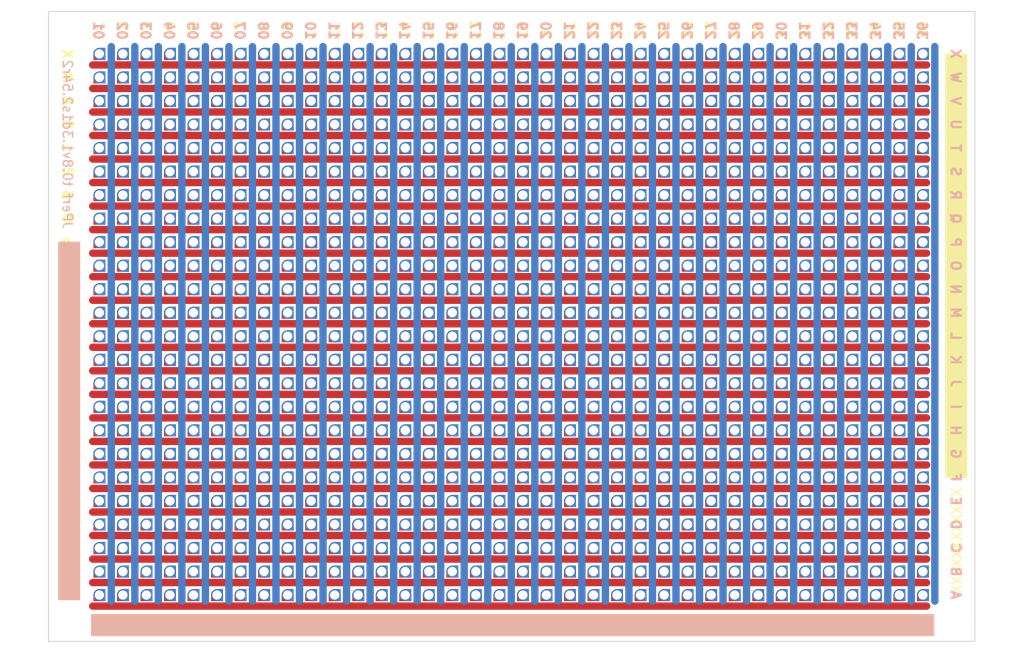
<source format=kicad_pcb>
(kicad_pcb (version 20211014) (generator pcbnew)
  (title_block (title "JPerf t0.8v1.3d1s2.54") (date "2022-04-21") (rev "2") (comment 1 "See https://ohwr.org/cern_ohl_s_v2.txt for grant terms") (comment 2 "Released under the terms of the CERN-OHL-S Licence"))
  (layers (0 "F.Cu" signal) (31 "B.Cu" signal) (34 "B.Paste" user) (35 "F.Paste" user) (36 "B.SilkS" user "B.Silkscreen") (37 "F.SilkS" user "F.Silkscreen") (38 "B.Mask" user) (39 "F.Mask" user) (44 "Edge.Cuts" user))
  (net 0 "")
  (footprint "MountingHole:MountingHole_3mm" (layer "F.Cu") (at 43.18 22.86)
    (fp_text reference "REF**" hide)
    (fp_text value "MountingHole_3mm")
  )
  (footprint "MountingHole:MountingHole_3mm" (layer "F.Cu") (at 43.18 86.741)
    (fp_text reference "REF**" hide)
    (fp_text value "MountingHole_3mm")
  )
  (footprint "MountingHole:MountingHole_3mm" (layer "F.Cu") (at 139.065 86.741)
    (fp_text reference "REF**" hide)
    (fp_text value "MountingHole_3mm")
  )
  (footprint "MountingHole:MountingHole_3mm" (layer "F.Cu") (at 139.065 22.86)
    (fp_text reference "REF**" hide)
    (fp_text value "MountingHole_3mm")
  )
  (gr_poly (pts (xy 123.4186 36.217027) (xy 122.1232 36.22175) (xy 122.1232 35.56) (xy 123.4186 35.557798)) (layer "F.Cu") (width 0) (fill solid))
  (gr_poly (pts (xy 80.2386 48.917027) (xy 78.9432 48.92175) (xy 78.9432 48.26) (xy 80.2386 48.257798)) (layer "F.Cu") (width 0) (fill solid))
  (gr_poly (pts (xy 77.6986 59.077027) (xy 76.4032 59.08175) (xy 76.4032 58.42) (xy 77.6986 58.417798)) (layer "F.Cu") (width 0) (fill solid))
  (gr_poly (pts (xy 67.5386 69.237027) (xy 66.2432 69.24175) (xy 66.2432 68.58) (xy 67.5386 68.577798)) (layer "F.Cu") (width 0) (fill solid))
  (gr_poly (pts (xy 47.2186 74.317027) (xy 45.9232 74.32175) (xy 45.9232 73.66) (xy 47.2186 73.657798)) (layer "F.Cu") (width 0) (fill solid))
  (gr_poly (pts (xy 80.2386 64.157027) (xy 78.9432 64.16175) (xy 78.9432 63.5) (xy 80.2386 63.497798)) (layer "F.Cu") (width 0) (fill solid))
  (gr_poly (pts (xy 105.6386 64.157027) (xy 104.3432 64.16175) (xy 104.3432 63.5) (xy 105.6386 63.497798)) (layer "F.Cu") (width 0) (fill solid))
  (gr_poly (pts (xy 80.2386 31.137027) (xy 78.9432 31.14175) (xy 78.9432 30.48) (xy 80.2386 30.477798)) (layer "F.Cu") (width 0) (fill solid))
  (gr_poly (pts (xy 49.7586 26.057027) (xy 48.4632 26.06175) (xy 48.4632 25.4) (xy 49.7586 25.397798)) (layer "F.Cu") (width 0) (fill solid))
  (gr_poly (pts (xy 70.0786 79.397027) (xy 68.7832 79.40175) (xy 68.7832 78.74) (xy 70.0786 78.737798)) (layer "F.Cu") (width 0) (fill solid))
  (gr_poly (pts (xy 103.0986 53.997027) (xy 101.8032 54.00175) (xy 101.8032 53.34) (xy 103.0986 53.337798)) (layer "F.Cu") (width 0) (fill solid))
  (gr_poly (pts (xy 105.6386 38.757027) (xy 104.3432 38.76175) (xy 104.3432 38.1) (xy 105.6386 38.097798)) (layer "F.Cu") (width 0) (fill solid))
  (gr_poly (pts (xy 87.8586 74.317027) (xy 86.5632 74.32175) (xy 86.5632 73.66) (xy 87.8586 73.657798)) (layer "F.Cu") (width 0) (fill solid))
  (gr_poly (pts (xy 95.4786 61.617027) (xy 94.1832 61.62175) (xy 94.1832 60.96) (xy 95.4786 60.957798)) (layer "F.Cu") (width 0) (fill solid))
  (gr_poly (pts (xy 123.4186 46.377027) (xy 122.1232 46.38175) (xy 122.1232 45.72) (xy 123.4186 45.717798)) (layer "F.Cu") (width 0) (fill solid))
  (gr_poly (pts (xy 75.1586 28.597027) (xy 73.8632 28.60175) (xy 73.8632 27.94) (xy 75.1586 27.937798)) (layer "F.Cu") (width 0) (fill solid))
  (gr_poly (pts (xy 47.2186 26.057027) (xy 45.9232 26.06175) (xy 45.9232 25.4) (xy 47.2186 25.397798)) (layer "F.Cu") (width 0) (fill solid))
  (gr_poly (pts (xy 82.7786 56.537027) (xy 81.4832 56.54175) (xy 81.4832 55.88) (xy 82.7786 55.877798)) (layer "F.Cu") (width 0) (fill solid))
  (gr_poly (pts (xy 136.1186 43.837027) (xy 134.8232 43.84175) (xy 134.8232 43.18) (xy 136.1186 43.177798)) (layer "F.Cu") (width 0) (fill solid))
  (gr_poly (pts (xy 49.7586 41.297027) (xy 48.4632 41.30175) (xy 48.4632 40.64) (xy 49.7586 40.637798)) (layer "F.Cu") (width 0) (fill solid))
  (gr_poly (pts (xy 77.6986 38.757027) (xy 76.4032 38.76175) (xy 76.4032 38.1) (xy 77.6986 38.097798)) (layer "F.Cu") (width 0) (fill solid))
  (gr_poly (pts (xy 136.1186 26.057027) (xy 134.8232 26.06175) (xy 134.8232 25.4) (xy 136.1186 25.397798)) (layer "F.Cu") (width 0) (fill solid))
  (gr_poly (pts (xy 103.0986 36.217027) (xy 101.8032 36.22175) (xy 101.8032 35.56) (xy 103.0986 35.557798)) (layer "F.Cu") (width 0) (fill solid))
  (gr_poly (pts (xy 133.5786 66.697027) (xy 132.2832 66.70175) (xy 132.2832 66.04) (xy 133.5786 66.037798)) (layer "F.Cu") (width 0) (fill solid))
  (gr_poly (pts (xy 113.2586 48.917027) (xy 111.9632 48.92175) (xy 111.9632 48.26) (xy 113.2586 48.257798)) (layer "F.Cu") (width 0) (fill solid))
  (gr_poly (pts (xy 70.0786 76.857027) (xy 68.7832 76.86175) (xy 68.7832 76.2) (xy 70.0786 76.197798)) (layer "F.Cu") (width 0) (fill solid))
  (gr_poly (pts (xy 77.6986 64.157027) (xy 76.4032 64.16175) (xy 76.4032 63.5) (xy 77.6986 63.497798)) (layer "F.Cu") (width 0) (fill solid))
  (gr_poly (pts (xy 75.1586 53.997027) (xy 73.8632 54.00175) (xy 73.8632 53.34) (xy 75.1586 53.337798)) (layer "F.Cu") (width 0) (fill solid))
  (gr_poly (pts (xy 77.6986 79.397027) (xy 76.4032 79.40175) (xy 76.4032 78.74) (xy 77.6986 78.737798)) (layer "F.Cu") (width 0) (fill solid))
  (gr_poly (pts (xy 100.5586 71.777027) (xy 99.2632 71.78175) (xy 99.2632 71.12) (xy 100.5586 71.117798)) (layer "F.Cu") (width 0) (fill solid))
  (gr_poly (pts (xy 75.1586 33.677027) (xy 73.8632 33.68175) (xy 73.8632 33.02) (xy 75.1586 33.017798)) (layer "F.Cu") (width 0) (fill solid))
  (gr_poly (pts (xy 54.8386 74.317027) (xy 53.5432 74.32175) (xy 53.5432 73.66) (xy 54.8386 73.657798)) (layer "F.Cu") (width 0) (fill solid))
  (gr_poly (pts (xy 131.0386 41.297027) (xy 129.7432 41.30175) (xy 129.7432 40.64) (xy 131.0386 40.637798)) (layer "F.Cu") (width 0) (fill solid))
  (gr_poly (pts (xy 85.3186 36.217027) (xy 84.0232 36.22175) (xy 84.0232 35.56) (xy 85.3186 35.557798)) (layer "F.Cu") (width 0) (fill solid))
  (gr_poly (pts (xy 70.0786 64.157027) (xy 68.7832 64.16175) (xy 68.7832 63.5) (xy 70.0786 63.497798)) (layer "F.Cu") (width 0) (fill solid))
  (gr_poly (pts (xy 128.4986 43.837027) (xy 127.2032 43.84175) (xy 127.2032 43.18) (xy 128.4986 43.177798)) (layer "F.Cu") (width 0) (fill solid))
  (gr_poly (pts (xy 85.3186 79.397027) (xy 84.0232 79.40175) (xy 84.0232 78.74) (xy 85.3186 78.737798)) (layer "F.Cu") (width 0) (fill solid))
  (gr_poly (pts (xy 70.0786 31.137027) (xy 68.7832 31.14175) (xy 68.7832 30.48) (xy 70.0786 30.477798)) (layer "F.Cu") (width 0) (fill solid))
  (gr_poly (pts (xy 87.8586 28.597027) (xy 86.5632 28.60175) (xy 86.5632 27.94) (xy 87.8586 27.937798)) (layer "F.Cu") (width 0) (fill solid))
  (gr_poly (pts (xy 67.5386 56.537027) (xy 66.2432 56.54175) (xy 66.2432 55.88) (xy 67.5386 55.877798)) (layer "F.Cu") (width 0) (fill solid))
  (gr_poly (pts (xy 77.6986 84.477027) (xy 76.4032 84.48175) (xy 76.4032 83.82) (xy 77.6986 83.817798)) (layer "F.Cu") (width 0) (fill solid))
  (gr_poly (pts (xy 85.3186 74.317027) (xy 84.0232 74.32175) (xy 84.0232 73.66) (xy 85.3186 73.657798)) (layer "F.Cu") (width 0) (fill solid))
  (gr_poly (pts (xy 110.7186 46.377027) (xy 109.4232 46.38175) (xy 109.4232 45.72) (xy 110.7186 45.717798)) (layer "F.Cu") (width 0) (fill solid))
  (gr_poly (pts (xy 70.0786 59.077027) (xy 68.7832 59.08175) (xy 68.7832 58.42) (xy 70.0786 58.417798)) (layer "F.Cu") (width 0) (fill solid))
  (gr_poly (pts (xy 98.0186 38.757027) (xy 96.7232 38.76175) (xy 96.7232 38.1) (xy 98.0186 38.097798)) (layer "F.Cu") (width 0) (fill solid))
  (gr_poly (pts (xy 82.7786 26.057027) (xy 81.4832 26.06175) (xy 81.4832 25.4) (xy 82.7786 25.397798)) (layer "F.Cu") (width 0) (fill solid))
  (gr_poly (pts (xy 52.2986 33.677027) (xy 51.0032 33.68175) (xy 51.0032 33.02) (xy 52.2986 33.017798)) (layer "F.Cu") (width 0) (fill solid))
  (gr_poly (pts (xy 100.5586 61.617027) (xy 99.2632 61.62175) (xy 99.2632 60.96) (xy 100.5586 60.957798)) (layer "F.Cu") (width 0) (fill solid))
  (gr_poly (pts (xy 72.6186 41.297027) (xy 71.3232 41.30175) (xy 71.3232 40.64) (xy 72.6186 40.637798)) (layer "F.Cu") (width 0) (fill solid))
  (gr_poly (pts (xy 120.8786 84.477027) (xy 119.5832 84.48175) (xy 119.5832 83.82) (xy 120.8786 83.817798)) (layer "F.Cu") (width 0) (fill solid))
  (gr_poly (pts (xy 110.7186 71.777027) (xy 109.4232 71.78175) (xy 109.4232 71.12) (xy 110.7186 71.117798)) (layer "F.Cu") (width 0) (fill solid))
  (gr_poly (pts (xy 125.9586 38.757027) (xy 124.6632 38.76175) (xy 124.6632 38.1) (xy 125.9586 38.097798)) (layer "F.Cu") (width 0) (fill solid))
  (gr_poly (pts (xy 85.3186 81.937027) (xy 84.0232 81.94175) (xy 84.0232 81.28) (xy 85.3186 81.277798)) (layer "F.Cu") (width 0) (fill solid))
  (gr_poly (pts (xy 49.7586 71.777027) (xy 48.4632 71.78175) (xy 48.4632 71.12) (xy 49.7586 71.117798)) (layer "F.Cu") (width 0) (fill solid))
  (gr_poly (pts (xy 85.3186 26.057027) (xy 84.0232 26.06175) (xy 84.0232 25.4) (xy 85.3186 25.397798)) (layer "F.Cu") (width 0) (fill solid))
  (gr_poly (pts (xy 82.7786 64.157027) (xy 81.4832 64.16175) (xy 81.4832 63.5) (xy 82.7786 63.497798)) (layer "F.Cu") (width 0) (fill solid))
  (gr_poly (pts (xy 75.1586 79.397027) (xy 73.8632 79.40175) (xy 73.8632 78.74) (xy 75.1586 78.737798)) (layer "F.Cu") (width 0) (fill solid))
  (gr_poly (pts (xy 70.0786 33.677027) (xy 68.7832 33.68175) (xy 68.7832 33.02) (xy 70.0786 33.017798)) (layer "F.Cu") (width 0) (fill solid))
  (gr_poly (pts (xy 64.9986 64.157027) (xy 63.7032 64.16175) (xy 63.7032 63.5) (xy 64.9986 63.497798)) (layer "F.Cu") (width 0) (fill solid))
  (gr_poly (pts (xy 72.6186 48.917027) (xy 71.3232 48.92175) (xy 71.3232 48.26) (xy 72.6186 48.257798)) (layer "F.Cu") (width 0) (fill solid))
  (gr_poly (pts (xy 90.3986 48.917027) (xy 89.1032 48.92175) (xy 89.1032 48.26) (xy 90.3986 48.257798)) (layer "F.Cu") (width 0) (fill solid))
  (gr_poly (pts (xy 92.9386 48.917027) (xy 91.6432 48.92175) (xy 91.6432 48.26) (xy 92.9386 48.257798)) (layer "F.Cu") (width 0) (fill solid))
  (gr_poly (pts (xy 98.0186 41.297027) (xy 96.7232 41.30175) (xy 96.7232 40.64) (xy 98.0186 40.637798)) (layer "F.Cu") (width 0) (fill solid))
  (gr_poly (pts (xy 57.3786 31.137027) (xy 56.0832 31.14175) (xy 56.0832 30.48) (xy 57.3786 30.477798)) (layer "F.Cu") (width 0) (fill solid))
  (gr_poly (pts (xy 136.1186 33.677027) (xy 134.8232 33.68175) (xy 134.8232 33.02) (xy 136.1186 33.017798)) (layer "F.Cu") (width 0) (fill solid))
  (gr_poly (pts (xy 75.1586 48.917027) (xy 73.8632 48.92175) (xy 73.8632 48.26) (xy 75.1586 48.257798)) (layer "F.Cu") (width 0) (fill solid))
  (gr_poly (pts (xy 133.5786 64.157027) (xy 132.2832 64.16175) (xy 132.2832 63.5) (xy 133.5786 63.497798)) (layer "F.Cu") (width 0) (fill solid))
  (gr_poly (pts (xy 113.2586 31.137027) (xy 111.9632 31.14175) (xy 111.9632 30.48) (xy 113.2586 30.477798)) (layer "F.Cu") (width 0) (fill solid))
  (gr_poly (pts (xy 87.8586 48.917027) (xy 86.5632 48.92175) (xy 86.5632 48.26) (xy 87.8586 48.257798)) (layer "F.Cu") (width 0) (fill solid))
  (gr_poly (pts (xy 95.4786 66.697027) (xy 94.1832 66.70175) (xy 94.1832 66.04) (xy 95.4786 66.037798)) (layer "F.Cu") (width 0) (fill solid))
  (gr_poly (pts (xy 72.6186 61.617027) (xy 71.3232 61.62175) (xy 71.3232 60.96) (xy 72.6186 60.957798)) (layer "F.Cu") (width 0) (fill solid))
  (gr_poly (pts (xy 95.4786 74.317027) (xy 94.1832 74.32175) (xy 94.1832 73.66) (xy 95.4786 73.657798)) (layer "F.Cu") (width 0) (fill solid))
  (gr_poly (pts (xy 87.8586 41.297027) (xy 86.5632 41.30175) (xy 86.5632 40.64) (xy 87.8586 40.637798)) (layer "F.Cu") (width 0) (fill solid))
  (gr_poly (pts (xy 70.0786 43.837027) (xy 68.7832 43.84175) (xy 68.7832 43.18) (xy 70.0786 43.177798)) (layer "F.Cu") (width 0) (fill solid))
  (gr_poly (pts (xy 75.1586 31.137027) (xy 73.8632 31.14175) (xy 73.8632 30.48) (xy 75.1586 30.477798)) (layer "F.Cu") (width 0) (fill solid))
  (gr_poly (pts (xy 95.4786 36.217027) (xy 94.1832 36.22175) (xy 94.1832 35.56) (xy 95.4786 35.557798)) (layer "F.Cu") (width 0) (fill solid))
  (gr_poly (pts (xy 49.7586 56.537027) (xy 48.4632 56.54175) (xy 48.4632 55.88) (xy 49.7586 55.877798)) (layer "F.Cu") (width 0) (fill solid))
  (gr_poly (pts (xy 100.5586 36.217027) (xy 99.2632 36.22175) (xy 99.2632 35.56) (xy 100.5586 35.557798)) (layer "F.Cu") (width 0) (fill solid))
  (gr_poly (pts (xy 90.3986 56.537027) (xy 89.1032 56.54175) (xy 89.1032 55.88) (xy 90.3986 55.877798)) (layer "F.Cu") (width 0) (fill solid))
  (gr_poly (pts (xy 95.4786 81.937027) (xy 94.1832 81.94175) (xy 94.1832 81.28) (xy 95.4786 81.277798)) (layer "F.Cu") (width 0) (fill solid))
  (gr_poly (pts (xy 54.8386 26.057027) (xy 53.5432 26.06175) (xy 53.5432 25.4) (xy 54.8386 25.397798)) (layer "F.Cu") (width 0) (fill solid))
  (gr_poly (pts (xy 100.5586 43.837027) (xy 99.2632 43.84175) (xy 99.2632 43.18) (xy 100.5586 43.177798)) (layer "F.Cu") (width 0) (fill solid))
  (gr_poly (pts (xy 90.3986 33.677027) (xy 89.1032 33.68175) (xy 89.1032 33.02) (xy 90.3986 33.017798)) (layer "F.Cu") (width 0) (fill solid))
  (gr_poly (pts (xy 115.7986 56.537027) (xy 114.5032 56.54175) (xy 114.5032 55.88) (xy 115.7986 55.877798)) (layer "F.Cu") (width 0) (fill solid))
  (gr_poly (pts (xy 95.4786 84.477027) (xy 94.1832 84.48175) (xy 94.1832 83.82) (xy 95.4786 83.817798)) (layer "F.Cu") (width 0) (fill solid))
  (gr_poly (pts (xy 87.8586 36.217027) (xy 86.5632 36.22175) (xy 86.5632 35.56) (xy 87.8586 35.557798)) (layer "F.Cu") (width 0) (fill solid))
  (gr_poly (pts (xy 57.3786 56.537027) (xy 56.0832 56.54175) (xy 56.0832 55.88) (xy 57.3786 55.877798)) (layer "F.Cu") (width 0) (fill solid))
  (gr_poly (pts (xy 113.2586 79.397027) (xy 111.9632 79.40175) (xy 111.9632 78.74) (xy 113.2586 78.737798)) (layer "F.Cu") (width 0) (fill solid))
  (gr_poly (pts (xy 133.5786 61.617027) (xy 132.2832 61.62175) (xy 132.2832 60.96) (xy 133.5786 60.957798)) (layer "F.Cu") (width 0) (fill solid))
  (gr_poly (pts (xy 133.5786 38.757027) (xy 132.2832 38.76175) (xy 132.2832 38.1) (xy 133.5786 38.097798)) (layer "F.Cu") (width 0) (fill solid))
  (gr_poly (pts (xy 125.9586 28.597027) (xy 124.6632 28.60175) (xy 124.6632 27.94) (xy 125.9586 27.937798)) (layer "F.Cu") (width 0) (fill solid))
  (gr_poly (pts (xy 85.3186 51.457027) (xy 84.0232 51.46175) (xy 84.0232 50.8) (xy 85.3186 50.797798)) (layer "F.Cu") (width 0) (fill solid))
  (gr_poly (pts (xy 125.9586 33.677027) (xy 124.6632 33.68175) (xy 124.6632 33.02) (xy 125.9586 33.017798)) (layer "F.Cu") (width 0) (fill solid))
  (gr_poly (pts (xy 77.6986 36.217027) (xy 76.4032 36.22175) (xy 76.4032 35.56) (xy 77.6986 35.557798)) (layer "F.Cu") (width 0) (fill solid))
  (gr_poly (pts (xy 103.0986 84.477027) (xy 101.8032 84.48175) (xy 101.8032 83.82) (xy 103.0986 83.817798)) (layer "F.Cu") (width 0) (fill solid))
  (gr_poly (pts (xy 105.6386 43.837027) (xy 104.3432 43.84175) (xy 104.3432 43.18) (xy 105.6386 43.177798)) (layer "F.Cu") (width 0) (fill solid))
  (gr_poly (pts (xy 47.2186 53.997027) (xy 45.9232 54.00175) (xy 45.9232 53.34) (xy 47.2186 53.337798)) (layer "F.Cu") (width 0) (fill solid))
  (gr_poly (pts (xy 125.9586 26.057027) (xy 124.6632 26.06175) (xy 124.6632 25.4) (xy 125.9586 25.397798)) (layer "F.Cu") (width 0) (fill solid))
  (gr_poly (pts (xy 87.8586 84.477027) (xy 86.5632 84.48175) (xy 86.5632 83.82) (xy 87.8586 83.817798)) (layer "F.Cu") (width 0) (fill solid))
  (gr_poly (pts (xy 77.6986 74.317027) (xy 76.4032 74.32175) (xy 76.4032 73.66) (xy 77.6986 73.657798)) (layer "F.Cu") (width 0) (fill solid))
  (gr_poly (pts (xy 115.7986 36.217027) (xy 114.5032 36.22175) (xy 114.5032 35.56) (xy 115.7986 35.557798)) (layer "F.Cu") (width 0) (fill solid))
  (gr_poly (pts (xy 57.3786 28.597027) (xy 56.0832 28.60175) (xy 56.0832 27.94) (xy 57.3786 27.937798)) (layer "F.Cu") (width 0) (fill solid))
  (gr_poly (pts (xy 113.2586 38.757027) (xy 111.9632 38.76175) (xy 111.9632 38.1) (xy 113.2586 38.097798)) (layer "F.Cu") (width 0) (fill solid))
  (gr_poly (pts (xy 133.5786 46.377027) (xy 132.2832 46.38175) (xy 132.2832 45.72) (xy 133.5786 45.717798)) (layer "F.Cu") (width 0) (fill solid))
  (gr_poly (pts (xy 70.0786 84.477027) (xy 68.7832 84.48175) (xy 68.7832 83.82) (xy 70.0786 83.817798)) (layer "F.Cu") (width 0) (fill solid))
  (gr_poly (pts (xy 67.5386 61.617027) (xy 66.2432 61.62175) (xy 66.2432 60.96) (xy 67.5386 60.957798)) (layer "F.Cu") (width 0) (fill solid))
  (gr_poly (pts (xy 59.9186 76.857027) (xy 58.6232 76.86175) (xy 58.6232 76.2) (xy 59.9186 76.197798)) (layer "F.Cu") (width 0) (fill solid))
  (gr_poly (pts (xy 47.2186 48.917027) (xy 45.9232 48.92175) (xy 45.9232 48.26) (xy 47.2186 48.257798)) (layer "F.Cu") (width 0) (fill solid))
  (gr_poly (pts (xy 98.0186 26.057027) (xy 96.7232 26.06175) (xy 96.7232 25.4) (xy 98.0186 25.397798)) (layer "F.Cu") (width 0) (fill solid))
  (gr_poly (pts (xy 85.3186 59.077027) (xy 84.0232 59.08175) (xy 84.0232 58.42) (xy 85.3186 58.417798)) (layer "F.Cu") (width 0) (fill solid))
  (gr_poly (pts (xy 64.9986 69.237027) (xy 63.7032 69.24175) (xy 63.7032 68.58) (xy 64.9986 68.577798)) (layer "F.Cu") (width 0) (fill solid))
  (gr_poly (pts (xy 131.0386 71.777027) (xy 129.7432 71.78175) (xy 129.7432 71.12) (xy 131.0386 71.117798)) (layer "F.Cu") (width 0) (fill solid))
  (gr_poly (pts (xy 90.3986 59.077027) (xy 89.1032 59.08175) (xy 89.1032 58.42) (xy 90.3986 58.417798)) (layer "F.Cu") (width 0) (fill solid))
  (gr_poly (pts (xy 108.1786 33.677027) (xy 106.8832 33.68175) (xy 106.8832 33.02) (xy 108.1786 33.017798)) (layer "F.Cu") (width 0) (fill solid))
  (gr_poly (pts (xy 115.7986 48.917027) (xy 114.5032 48.92175) (xy 114.5032 48.26) (xy 115.7986 48.257798)) (layer "F.Cu") (width 0) (fill solid))
  (gr_poly (pts (xy 72.6186 43.837027) (xy 71.3232 43.84175) (xy 71.3232 43.18) (xy 72.6186 43.177798)) (layer "F.Cu") (width 0) (fill solid))
  (gr_poly (pts (xy 128.4986 41.297027) (xy 127.2032 41.30175) (xy 127.2032 40.64) (xy 128.4986 40.637798)) (layer "F.Cu") (width 0) (fill solid))
  (gr_poly (pts (xy 57.3786 46.377027) (xy 56.0832 46.38175) (xy 56.0832 45.72) (xy 57.3786 45.717798)) (layer "F.Cu") (width 0) (fill solid))
  (gr_poly (pts (xy 54.8386 28.597027) (xy 53.5432 28.60175) (xy 53.5432 27.94) (xy 54.8386 27.937798)) (layer "F.Cu") (width 0) (fill solid))
  (gr_poly (pts (xy 118.3386 64.157027) (xy 117.0432 64.16175) (xy 117.0432 63.5) (xy 118.3386 63.497798)) (layer "F.Cu") (width 0) (fill solid))
  (gr_poly (pts (xy 47.2186 51.457027) (xy 45.9232 51.46175) (xy 45.9232 50.8) (xy 47.2186 50.797798)) (layer "F.Cu") (width 0) (fill solid))
  (gr_poly (pts (xy 67.5386 33.677027) (xy 66.2432 33.68175) (xy 66.2432 33.02) (xy 67.5386 33.017798)) (layer "F.Cu") (width 0) (fill solid))
  (gr_poly (pts (xy 92.9386 64.157027) (xy 91.6432 64.16175) (xy 91.6432 63.5) (xy 92.9386 63.497798)) (layer "F.Cu") (width 0) (fill solid))
  (gr_poly (pts (xy 54.8386 64.157027) (xy 53.5432 64.16175) (xy 53.5432 63.5) (xy 54.8386 63.497798)) (layer "F.Cu") (width 0) (fill solid))
  (gr_poly (pts (xy 64.9986 76.857027) (xy 63.7032 76.86175) (xy 63.7032 76.2) (xy 64.9986 76.197798)) (layer "F.Cu") (width 0) (fill solid))
  (gr_poly (pts (xy 87.8586 66.697027) (xy 86.5632 66.70175) (xy 86.5632 66.04) (xy 87.8586 66.037798)) (layer "F.Cu") (width 0) (fill solid))
  (gr_poly (pts (xy 136.1186 71.777027) (xy 134.8232 71.78175) (xy 134.8232 71.12) (xy 136.1186 71.117798)) (layer "F.Cu") (width 0) (fill solid))
  (gr_poly (pts (xy 87.8586 56.537027) (xy 86.5632 56.54175) (xy 86.5632 55.88) (xy 87.8586 55.877798)) (layer "F.Cu") (width 0) (fill solid))
  (gr_poly (pts (xy 120.8786 59.077027) (xy 119.5832 59.08175) (xy 119.5832 58.42) (xy 120.8786 58.417798)) (layer "F.Cu") (width 0) (fill solid))
  (gr_poly (pts (xy 54.8386 76.857027) (xy 53.5432 76.86175) (xy 53.5432 76.2) (xy 54.8386 76.197798)) (layer "F.Cu") (width 0) (fill solid))
  (gr_poly (pts (xy 103.0986 59.077027) (xy 101.8032 59.08175) (xy 101.8032 58.42) (xy 103.0986 58.417798)) (layer "F.Cu") (width 0) (fill solid))
  (gr_poly (pts (xy 103.0986 38.757027) (xy 101.8032 38.76175) (xy 101.8032 38.1) (xy 103.0986 38.097798)) (layer "F.Cu") (width 0) (fill solid))
  (gr_poly (pts (xy 95.4786 31.137027) (xy 94.1832 31.14175) (xy 94.1832 30.48) (xy 95.4786 30.477798)) (layer "F.Cu") (width 0) (fill solid))
  (gr_poly (pts (xy 77.6986 81.937027) (xy 76.4032 81.94175) (xy 76.4032 81.28) (xy 77.6986 81.277798)) (layer "F.Cu") (width 0) (fill solid))
  (gr_poly (pts (xy 52.2986 38.757027) (xy 51.0032 38.76175) (xy 51.0032 38.1) (xy 52.2986 38.097798)) (layer "F.Cu") (width 0) (fill solid))
  (gr_poly (pts (xy 64.9986 79.397027) (xy 63.7032 79.40175) (xy 63.7032 78.74) (xy 64.9986 78.737798)) (layer "F.Cu") (width 0) (fill solid))
  (gr_poly (pts (xy 47.2186 69.237027) (xy 45.9232 69.24175) (xy 45.9232 68.58) (xy 47.2186 68.577798)) (layer "F.Cu") (width 0) (fill solid))
  (gr_poly (pts (xy 100.5586 38.757027) (xy 99.2632 38.76175) (xy 99.2632 38.1) (xy 100.5586 38.097798)) (layer "F.Cu") (width 0) (fill solid))
  (gr_poly (pts (xy 113.2586 71.777027) (xy 111.9632 71.78175) (xy 111.9632 71.12) (xy 113.2586 71.117798)) (layer "F.Cu") (width 0) (fill solid))
  (gr_poly (pts (xy 136.1186 84.477027) (xy 134.8232 84.48175) (xy 134.8232 83.82) (xy 136.1186 83.817798)) (layer "F.Cu") (width 0) (fill solid))
  (gr_poly (pts (xy 131.0386 33.677027) (xy 129.7432 33.68175) (xy 129.7432 33.02) (xy 131.0386 33.017798)) (layer "F.Cu") (width 0) (fill solid))
  (gr_poly (pts (xy 103.0986 56.537027) (xy 101.8032 56.54175) (xy 101.8032 55.88) (xy 103.0986 55.877798)) (layer "F.Cu") (width 0) (fill solid))
  (gr_poly (pts (xy 72.6186 31.137027) (xy 71.3232 31.14175) (xy 71.3232 30.48) (xy 72.6186 30.477798)) (layer "F.Cu") (width 0) (fill solid))
  (gr_poly (pts (xy 120.8786 71.777027) (xy 119.5832 71.78175) (xy 119.5832 71.12) (xy 120.8786 71.117798)) (layer "F.Cu") (width 0) (fill solid))
  (gr_poly (pts (xy 57.3786 69.237027) (xy 56.0832 69.24175) (xy 56.0832 68.58) (xy 57.3786 68.577798)) (layer "F.Cu") (width 0) (fill solid))
  (gr_poly (pts (xy 82.7786 43.837027) (xy 81.4832 43.84175) (xy 81.4832 43.18) (xy 82.7786 43.177798)) (layer "F.Cu") (width 0) (fill solid))
  (gr_poly (pts (xy 85.3186 33.677027) (xy 84.0232 33.68175) (xy 84.0232 33.02) (xy 85.3186 33.017798)) (layer "F.Cu") (width 0) (fill solid))
  (gr_poly (pts (xy 118.3386 56.537027) (xy 117.0432 56.54175) (xy 117.0432 55.88) (xy 118.3386 55.877798)) (layer "F.Cu") (width 0) (fill solid))
  (gr_poly (pts (xy 98.0186 36.217027) (xy 96.7232 36.22175) (xy 96.7232 35.56) (xy 98.0186 35.557798)) (layer "F.Cu") (width 0) (fill solid))
  (gr_poly (pts (xy 75.1586 46.377027) (xy 73.8632 46.38175) (xy 73.8632 45.72) (xy 75.1586 45.717798)) (layer "F.Cu") (width 0) (fill solid))
  (gr_poly (pts (xy 110.7186 26.057027) (xy 109.4232 26.06175) (xy 109.4232 25.4) (xy 110.7186 25.397798)) (layer "F.Cu") (width 0) (fill solid))
  (gr_poly (pts (xy 90.3986 36.217027) (xy 89.1032 36.22175) (xy 89.1032 35.56) (xy 90.3986 35.557798)) (layer "F.Cu") (width 0) (fill solid))
  (gr_poly (pts (xy 105.6386 46.377027) (xy 104.3432 46.38175) (xy 104.3432 45.72) (xy 105.6386 45.717798)) (layer "F.Cu") (width 0) (fill solid))
  (gr_poly (pts (xy 90.3986 53.997027) (xy 89.1032 54.00175) (xy 89.1032 53.34) (xy 90.3986 53.337798)) (layer "F.Cu") (width 0) (fill solid))
  (gr_poly (pts (xy 75.1586 56.537027) (xy 73.8632 56.54175) (xy 73.8632 55.88) (xy 75.1586 55.877798)) (layer "F.Cu") (width 0) (fill solid))
  (gr_poly (pts (xy 100.5586 66.697027) (xy 99.2632 66.70175) (xy 99.2632 66.04) (xy 100.5586 66.037798)) (layer "F.Cu") (width 0) (fill solid))
  (gr_poly (pts (xy 64.9986 26.057027) (xy 63.7032 26.06175) (xy 63.7032 25.4) (xy 64.9986 25.397798)) (layer "F.Cu") (width 0) (fill solid))
  (gr_poly (pts (xy 128.4986 71.777027) (xy 127.2032 71.78175) (xy 127.2032 71.12) (xy 128.4986 71.117798)) (layer "F.Cu") (width 0) (fill solid))
  (gr_poly (pts (xy 70.0786 26.057027) (xy 68.7832 26.06175) (xy 68.7832 25.4) (xy 70.0786 25.397798)) (layer "F.Cu") (width 0) (fill solid))
  (gr_poly (pts (xy 125.9586 53.997027) (xy 124.6632 54.00175) (xy 124.6632 53.34) (xy 125.9586 53.337798)) (layer "F.Cu") (width 0) (fill solid))
  (gr_poly (pts (xy 70.0786 81.937027) (xy 68.7832 81.94175) (xy 68.7832 81.28) (xy 70.0786 81.277798)) (layer "F.Cu") (width 0) (fill solid))
  (gr_poly (pts (xy 105.6386 28.597027) (xy 104.3432 28.60175) (xy 104.3432 27.94) (xy 105.6386 27.937798)) (layer "F.Cu") (width 0) (fill solid))
  (gr_poly (pts (xy 103.0986 79.397027) (xy 101.8032 79.40175) (xy 101.8032 78.74) (xy 103.0986 78.737798)) (layer "F.Cu") (width 0) (fill solid))
  (gr_poly (pts (xy 90.3986 61.617027) (xy 89.1032 61.62175) (xy 89.1032 60.96) (xy 90.3986 60.957798)) (layer "F.Cu") (width 0) (fill solid))
  (gr_poly (pts (xy 75.1586 84.477027) (xy 73.8632 84.48175) (xy 73.8632 83.82) (xy 75.1586 83.817798)) (layer "F.Cu") (width 0) (fill solid))
  (gr_poly (pts (xy 75.1586 81.937027) (xy 73.8632 81.94175) (xy 73.8632 81.28) (xy 75.1586 81.277798)) (layer "F.Cu") (width 0) (fill solid))
  (gr_poly (pts (xy 92.9386 41.297027) (xy 91.6432 41.30175) (xy 91.6432 40.64) (xy 92.9386 40.637798)) (layer "F.Cu") (width 0) (fill solid))
  (gr_poly (pts (xy 67.5386 53.997027) (xy 66.2432 54.00175) (xy 66.2432 53.34) (xy 67.5386 53.337798)) (layer "F.Cu") (width 0) (fill solid))
  (gr_poly (pts (xy 87.8586 53.997027) (xy 86.5632 54.00175) (xy 86.5632 53.34) (xy 87.8586 53.337798)) (layer "F.Cu") (width 0) (fill solid))
  (gr_poly (pts (xy 103.0986 69.237027) (xy 101.8032 69.24175) (xy 101.8032 68.58) (xy 103.0986 68.577798)) (layer "F.Cu") (width 0) (fill solid))
  (gr_poly (pts (xy 113.2586 56.537027) (xy 111.9632 56.54175) (xy 111.9632 55.88) (xy 113.2586 55.877798)) (layer "F.Cu") (width 0) (fill solid))
  (gr_poly (pts (xy 110.7186 59.077027) (xy 109.4232 59.08175) (xy 109.4232 58.42) (xy 110.7186 58.417798)) (layer "F.Cu") (width 0) (fill solid))
  (gr_poly (pts (xy 131.0386 66.697027) (xy 129.7432 66.70175) (xy 129.7432 66.04) (xy 131.0386 66.037798)) (layer "F.Cu") (width 0) (fill solid))
  (gr_poly (pts (xy 85.3186 71.777027) (xy 84.0232 71.78175) (xy 84.0232 71.12) (xy 85.3186 71.117798)) (layer "F.Cu") (width 0) (fill solid))
  (gr_poly (pts (xy 123.4186 76.857027) (xy 122.1232 76.86175) (xy 122.1232 76.2) (xy 123.4186 76.197798)) (layer "F.Cu") (width 0) (fill solid))
  (gr_poly (pts (xy 118.3386 71.777027) (xy 117.0432 71.78175) (xy 117.0432 71.12) (xy 118.3386 71.117798)) (layer "F.Cu") (width 0) (fill solid))
  (gr_poly (pts (xy 57.3786 26.057027) (xy 56.0832 26.06175) (xy 56.0832 25.4) (xy 57.3786 25.397798)) (layer "F.Cu") (width 0) (fill solid))
  (gr_poly (pts (xy 136.1186 74.317027) (xy 134.8232 74.32175) (xy 134.8232 73.66) (xy 136.1186 73.657798)) (layer "F.Cu") (width 0) (fill solid))
  (gr_poly (pts (xy 70.0786 56.537027) (xy 68.7832 56.54175) (xy 68.7832 55.88) (xy 70.0786 55.877798)) (layer "F.Cu") (width 0) (fill solid))
  (gr_poly (pts (xy 110.7186 76.857027) (xy 109.4232 76.86175) (xy 109.4232 76.2) (xy 110.7186 76.197798)) (layer "F.Cu") (width 0) (fill solid))
  (gr_poly (pts (xy 108.1786 81.937027) (xy 106.8832 81.94175) (xy 106.8832 81.28) (xy 108.1786 81.277798)) (layer "F.Cu") (width 0) (fill solid))
  (gr_poly (pts (xy 115.7986 81.937027) (xy 114.5032 81.94175) (xy 114.5032 81.28) (xy 115.7986 81.277798)) (layer "F.Cu") (width 0) (fill solid))
  (gr_poly (pts (xy 113.2586 43.837027) (xy 111.9632 43.84175) (xy 111.9632 43.18) (xy 113.2586 43.177798)) (layer "F.Cu") (width 0) (fill solid))
  (gr_poly (pts (xy 95.4786 64.157027) (xy 94.1832 64.16175) (xy 94.1832 63.5) (xy 95.4786 63.497798)) (layer "F.Cu") (width 0) (fill solid))
  (gr_poly (pts (xy 108.1786 31.137027) (xy 106.8832 31.14175) (xy 106.8832 30.48) (xy 108.1786 30.477798)) (layer "F.Cu") (width 0) (fill solid))
  (gr_poly (pts (xy 72.6186 26.057027) (xy 71.3232 26.06175) (xy 71.3232 25.4) (xy 72.6186 25.397798)) (layer "F.Cu") (width 0) (fill solid))
  (gr_poly (pts (xy 110.7186 69.237027) (xy 109.4232 69.24175) (xy 109.4232 68.58) (xy 110.7186 68.577798)) (layer "F.Cu") (width 0) (fill solid))
  (gr_poly (pts (xy 77.6986 46.377027) (xy 76.4032 46.38175) (xy 76.4032 45.72) (xy 77.6986 45.717798)) (layer "F.Cu") (width 0) (fill solid))
  (gr_poly (pts (xy 105.6386 74.317027) (xy 104.3432 74.32175) (xy 104.3432 73.66) (xy 105.6386 73.657798)) (layer "F.Cu") (width 0) (fill solid))
  (gr_poly (pts (xy 87.8586 43.837027) (xy 86.5632 43.84175) (xy 86.5632 43.18) (xy 87.8586 43.177798)) (layer "F.Cu") (width 0) (fill solid))
  (gr_poly (pts (xy 108.1786 84.477027) (xy 106.8832 84.48175) (xy 106.8832 83.82) (xy 108.1786 83.817798)) (layer "F.Cu") (width 0) (fill solid))
  (gr_poly (pts (xy 52.2986 59.077027) (xy 51.0032 59.08175) (xy 51.0032 58.42) (xy 52.2986 58.417798)) (layer "F.Cu") (width 0) (fill solid))
  (gr_poly (pts (xy 77.6986 26.057027) (xy 76.4032 26.06175) (xy 76.4032 25.4) (xy 77.6986 25.397798)) (layer "F.Cu") (width 0) (fill solid))
  (gr_poly (pts (xy 103.0986 31.137027) (xy 101.8032 31.14175) (xy 101.8032 30.48) (xy 103.0986 30.477798)) (layer "F.Cu") (width 0) (fill solid))
  (gr_poly (pts (xy 64.9986 38.757027) (xy 63.7032 38.76175) (xy 63.7032 38.1) (xy 64.9986 38.097798)) (layer "F.Cu") (width 0) (fill solid))
  (gr_poly (pts (xy 100.5586 41.297027) (xy 99.2632 41.30175) (xy 99.2632 40.64) (xy 100.5586 40.637798)) (layer "F.Cu") (width 0) (fill solid))
  (gr_poly (pts (xy 90.3986 71.777027) (xy 89.1032 71.78175) (xy 89.1032 71.12) (xy 90.3986 71.117798)) (layer "F.Cu") (width 0) (fill solid))
  (gr_poly (pts (xy 57.3786 36.217027) (xy 56.0832 36.22175) (xy 56.0832 35.56) (xy 57.3786 35.557798)) (layer "F.Cu") (width 0) (fill solid))
  (gr_poly (pts (xy 57.3786 43.837027) (xy 56.0832 43.84175) (xy 56.0832 43.18) (xy 57.3786 43.177798)) (layer "F.Cu") (width 0) (fill solid))
  (gr_poly (pts (xy 115.7986 74.317027) (xy 114.5032 74.32175) (xy 114.5032 73.66) (xy 115.7986 73.657798)) (layer "F.Cu") (width 0) (fill solid))
  (gr_poly (pts (xy 90.3986 51.457027) (xy 89.1032 51.46175) (xy 89.1032 50.8) (xy 90.3986 50.797798)) (layer "F.Cu") (width 0) (fill solid))
  (gr_poly (pts (xy 77.6986 56.537027) (xy 76.4032 56.54175) (xy 76.4032 55.88) (xy 77.6986 55.877798)) (layer "F.Cu") (width 0) (fill solid))
  (gr_poly (pts (xy 98.0186 79.397027) (xy 96.7232 79.40175) (xy 96.7232 78.74) (xy 98.0186 78.737798)) (layer "F.Cu") (width 0) (fill solid))
  (gr_poly (pts (xy 118.3386 31.137027) (xy 117.0432 31.14175) (xy 117.0432 30.48) (xy 118.3386 30.477798)) (layer "F.Cu") (width 0) (fill solid))
  (gr_poly (pts (xy 87.8586 64.157027) (xy 86.5632 64.16175) (xy 86.5632 63.5) (xy 87.8586 63.497798)) (layer "F.Cu") (width 0) (fill solid))
  (gr_poly (pts (xy 54.8386 66.697027) (xy 53.5432 66.70175) (xy 53.5432 66.04) (xy 54.8386 66.037798)) (layer "F.Cu") (width 0) (fill solid))
  (gr_poly (pts (xy 105.6386 41.297027) (xy 104.3432 41.30175) (xy 104.3432 40.64) (xy 105.6386 40.637798)) (layer "F.Cu") (width 0) (fill solid))
  (gr_poly (pts (xy 128.4986 51.457027) (xy 127.2032 51.46175) (xy 127.2032 50.8) (xy 128.4986 50.797798)) (layer "F.Cu") (width 0) (fill solid))
  (gr_poly (pts (xy 82.7786 36.217027) (xy 81.4832 36.22175) (xy 81.4832 35.56) (xy 82.7786 35.557798)) (layer "F.Cu") (width 0) (fill solid))
  (gr_poly (pts (xy 108.1786 76.857027) (xy 106.8832 76.86175) (xy 106.8832 76.2) (xy 108.1786 76.197798)) (layer "F.Cu") (width 0) (fill solid))
  (gr_poly (pts (xy 72.6186 76.857027) (xy 71.3232 76.86175) (xy 71.3232 76.2) (xy 72.6186 76.197798)) (layer "F.Cu") (width 0) (fill solid))
  (gr_poly (pts (xy 110.7186 51.457027) (xy 109.4232 51.46175) (xy 109.4232 50.8) (xy 110.7186 50.797798)) (layer "F.Cu") (width 0) (fill solid))
  (gr_poly (pts (xy 131.0386 79.397027) (xy 129.7432 79.40175) (xy 129.7432 78.74) (xy 131.0386 78.737798)) (layer "F.Cu") (width 0) (fill solid))
  (gr_poly (pts (xy 95.4786 79.397027) (xy 94.1832 79.40175) (xy 94.1832 78.74) (xy 95.4786 78.737798)) (layer "F.Cu") (width 0) (fill solid))
  (gr_poly (pts (xy 113.2586 26.057027) (xy 111.9632 26.06175) (xy 111.9632 25.4) (xy 113.2586 25.397798)) (layer "F.Cu") (width 0) (fill solid))
  (gr_poly (pts (xy 115.7986 53.997027) (xy 114.5032 54.00175) (xy 114.5032 53.34) (xy 115.7986 53.337798)) (layer "F.Cu") (width 0) (fill solid))
  (gr_poly (pts (xy 120.8786 31.137027) (xy 119.5832 31.14175) (xy 119.5832 30.48) (xy 120.8786 30.477798)) (layer "F.Cu") (width 0) (fill solid))
  (gr_poly (pts (xy 75.1586 38.757027) (xy 73.8632 38.76175) (xy 73.8632 38.1) (xy 75.1586 38.097798)) (layer "F.Cu") (width 0) (fill solid))
  (gr_poly (pts (xy 120.8786 43.837027) (xy 119.5832 43.84175) (xy 119.5832 43.18) (xy 120.8786 43.177798)) (layer "F.Cu") (width 0) (fill solid))
  (gr_poly (pts (xy 77.6986 33.677027) (xy 76.4032 33.68175) (xy 76.4032 33.02) (xy 77.6986 33.017798)) (layer "F.Cu") (width 0) (fill solid))
  (gr_poly (pts (xy 100.5586 76.857027) (xy 99.2632 76.86175) (xy 99.2632 76.2) (xy 100.5586 76.197798)) (layer "F.Cu") (width 0) (fill solid))
  (gr_poly (pts (xy 77.6986 61.617027) (xy 76.4032 61.62175) (xy 76.4032 60.96) (xy 77.6986 60.957798)) (layer "F.Cu") (width 0) (fill solid))
  (gr_poly (pts (xy 115.7986 61.617027) (xy 114.5032 61.62175) (xy 114.5032 60.96) (xy 115.7986 60.957798)) (layer "F.Cu") (width 0) (fill solid))
  (gr_poly (pts (xy 62.4586 38.757027) (xy 61.1632 38.76175) (xy 61.1632 38.1) (xy 62.4586 38.097798)) (layer "F.Cu") (width 0) (fill solid))
  (gr_poly (pts (xy 47.2186 61.617027) (xy 45.9232 61.62175) (xy 45.9232 60.96) (xy 47.2186 60.957798)) (layer "F.Cu") (width 0) (fill solid))
  (gr_poly (pts (xy 128.4986 74.317027) (xy 127.2032 74.32175) (xy 127.2032 73.66) (xy 128.4986 73.657798)) (layer "F.Cu") (width 0) (fill solid))
  (gr_poly (pts (xy 95.4786 51.457027) (xy 94.1832 51.46175) (xy 94.1832 50.8) (xy 95.4786 50.797798)) (layer "F.Cu") (width 0) (fill solid))
  (gr_poly (pts (xy 120.8786 53.997027) (xy 119.5832 54.00175) (xy 119.5832 53.34) (xy 120.8786 53.337798)) (layer "F.Cu") (width 0) (fill solid))
  (gr_poly (pts (xy 105.6386 36.217027) (xy 104.3432 36.22175) (xy 104.3432 35.56) (xy 105.6386 35.557798)) (layer "F.Cu") (width 0) (fill solid))
  (gr_poly (pts (xy 100.5586 56.537027) (xy 99.2632 56.54175) (xy 99.2632 55.88) (xy 100.5586 55.877798)) (layer "F.Cu") (width 0) (fill solid))
  (gr_poly (pts (xy 95.4786 71.777027) (xy 94.1832 71.78175) (xy 94.1832 71.12) (xy 95.4786 71.117798)) (layer "F.Cu") (width 0) (fill solid))
  (gr_poly (pts (xy 133.5786 53.997027) (xy 132.2832 54.00175) (xy 132.2832 53.34) (xy 133.5786 53.337798)) (layer "F.Cu") (width 0) (fill solid))
  (gr_poly (pts (xy 103.0986 26.057027) (xy 101.8032 26.06175) (xy 101.8032 25.4) (xy 103.0986 25.397798)) (layer "F.Cu") (width 0) (fill solid))
  (gr_poly (pts (xy 113.2586 84.477027) (xy 111.9632 84.48175) (xy 111.9632 83.82) (xy 113.2586 83.817798)) (layer "F.Cu") (width 0) (fill solid))
  (gr_poly (pts (xy 70.0786 71.777027) (xy 68.7832 71.78175) (xy 68.7832 71.12) (xy 70.0786 71.117798)) (layer "F.Cu") (width 0) (fill solid))
  (gr_poly (pts (xy 113.2586 51.457027) (xy 111.9632 51.46175) (xy 111.9632 50.8) (xy 113.2586 50.797798)) (layer "F.Cu") (width 0) (fill solid))
  (gr_poly (pts (xy 115.7986 66.697027) (xy 114.5032 66.70175) (xy 114.5032 66.04) (xy 115.7986 66.037798)) (layer "F.Cu") (width 0) (fill solid))
  (gr_poly (pts (xy 52.2986 26.057027) (xy 51.0032 26.06175) (xy 51.0032 25.4) (xy 52.2986 25.397798)) (layer "F.Cu") (width 0) (fill solid))
  (gr_poly (pts (xy 98.0186 84.477027) (xy 96.7232 84.48175) (xy 96.7232 83.82) (xy 98.0186 83.817798)) (layer "F.Cu") (width 0) (fill solid))
  (gr_poly (pts (xy 67.5386 41.297027) (xy 66.2432 41.30175) (xy 66.2432 40.64) (xy 67.5386 40.637798)) (layer "F.Cu") (width 0) (fill solid))
  (gr_poly (pts (xy 64.9986 33.677027) (xy 63.7032 33.68175) (xy 63.7032 33.02) (xy 64.9986 33.017798)) (layer "F.Cu") (width 0) (fill solid))
  (gr_poly (pts (xy 115.7986 64.157027) (xy 114.5032 64.16175) (xy 114.5032 63.5) (xy 115.7986 63.497798)) (layer "F.Cu") (width 0) (fill solid))
  (gr_poly (pts (xy 52.2986 43.837027) (xy 51.0032 43.84175) (xy 51.0032 43.18) (xy 52.2986 43.177798)) (layer "F.Cu") (width 0) (fill solid))
  (gr_poly (pts (xy 47.2186 38.757027) (xy 45.9232 38.76175) (xy 45.9232 38.1) (xy 47.2186 38.097798)) (layer "F.Cu") (width 0) (fill solid))
  (gr_poly (pts (xy 98.0186 64.157027) (xy 96.7232 64.16175) (xy 96.7232 63.5) (xy 98.0186 63.497798)) (layer "F.Cu") (width 0) (fill solid))
  (gr_poly (pts (xy 95.4786 56.537027) (xy 94.1832 56.54175) (xy 94.1832 55.88) (xy 95.4786 55.877798)) (layer "F.Cu") (width 0) (fill solid))
  (gr_poly (pts (xy 57.3786 61.617027) (xy 56.0832 61.62175) (xy 56.0832 60.96) (xy 57.3786 60.957798)) (layer "F.Cu") (width 0) (fill solid))
  (gr_poly (pts (xy 90.3986 84.477027) (xy 89.1032 84.48175) (xy 89.1032 83.82) (xy 90.3986 83.817798)) (layer "F.Cu") (width 0) (fill solid))
  (gr_poly (pts (xy 80.2386 26.057027) (xy 78.9432 26.06175) (xy 78.9432 25.4) (xy 80.2386 25.397798)) (layer "F.Cu") (width 0) (fill solid))
  (gr_poly (pts (xy 108.1786 41.297027) (xy 106.8832 41.30175) (xy 106.8832 40.64) (xy 108.1786 40.637798)) (layer "F.Cu") (width 0) (fill solid))
  (gr_poly (pts (xy 82.7786 71.777027) (xy 81.4832 71.78175) (xy 81.4832 71.12) (xy 82.7786 71.117798)) (layer "F.Cu") (width 0) (fill solid))
  (gr_poly (pts (xy 85.3186 43.837027) (xy 84.0232 43.84175) (xy 84.0232 43.18) (xy 85.3186 43.177798)) (layer "F.Cu") (width 0) (fill solid))
  (gr_poly (pts (xy 62.4586 59.077027) (xy 61.1632 59.08175) (xy 61.1632 58.42) (xy 62.4586 58.417798)) (layer "F.Cu") (width 0) (fill solid))
  (gr_poly (pts (xy 75.1586 51.457027) (xy 73.8632 51.46175) (xy 73.8632 50.8) (xy 75.1586 50.797798)) (layer "F.Cu") (width 0) (fill solid))
  (gr_poly (pts (xy 136.1186 59.077027) (xy 134.8232 59.08175) (xy 134.8232 58.42) (xy 136.1186 58.417798)) (layer "F.Cu") (width 0) (fill solid))
  (gr_poly (pts (xy 72.6186 79.397027) (xy 71.3232 79.40175) (xy 71.3232 78.74) (xy 72.6186 78.737798)) (layer "F.Cu") (width 0) (fill solid))
  (gr_poly (pts (xy 118.3386 79.397027) (xy 117.0432 79.40175) (xy 117.0432 78.74) (xy 118.3386 78.737798)) (layer "F.Cu") (width 0) (fill solid))
  (gr_poly (pts (xy 82.7786 61.617027) (xy 81.4832 61.62175) (xy 81.4832 60.96) (xy 82.7786 60.957798)) (layer "F.Cu") (width 0) (fill solid))
  (gr_poly (pts (xy 113.2586 53.997027) (xy 111.9632 54.00175) (xy 111.9632 53.34) (xy 113.2586 53.337798)) (layer "F.Cu") (width 0) (fill solid))
  (gr_poly (pts (xy 118.3386 48.917027) (xy 117.0432 48.92175) (xy 117.0432 48.26) (xy 118.3386 48.257798)) (layer "F.Cu") (width 0) (fill solid))
  (gr_poly (pts (xy 98.0186 56.537027) (xy 96.7232 56.54175) (xy 96.7232 55.88) (xy 98.0186 55.877798)) (layer "F.Cu") (width 0) (fill solid))
  (gr_poly (pts (xy 85.3186 41.297027) (xy 84.0232 41.30175) (xy 84.0232 40.64) (xy 85.3186 40.637798)) (layer "F.Cu") (width 0) (fill solid))
  (gr_poly (pts (xy 77.6986 76.857027) (xy 76.4032 76.86175) (xy 76.4032 76.2) (xy 77.6986 76.197798)) (layer "F.Cu") (width 0) (fill solid))
  (gr_poly (pts (xy 131.0386 31.137027) (xy 129.7432 31.14175) (xy 129.7432 30.48) (xy 131.0386 30.477798)) (layer "F.Cu") (width 0) (fill solid))
  (gr_poly (pts (xy 64.9986 56.537027) (xy 63.7032 56.54175) (xy 63.7032 55.88) (xy 64.9986 55.877798)) (layer "F.Cu") (width 0) (fill solid))
  (gr_poly (pts (xy 92.9386 38.757027) (xy 91.6432 38.76175) (xy 91.6432 38.1) (xy 92.9386 38.097798)) (layer "F.Cu") (width 0) (fill solid))
  (gr_poly (pts (xy 72.6186 74.317027) (xy 71.3232 74.32175) (xy 71.3232 73.66) (xy 72.6186 73.657798)) (layer "F.Cu") (width 0) (fill solid))
  (gr_poly (pts (xy 103.0986 41.297027) (xy 101.8032 41.30175) (xy 101.8032 40.64) (xy 103.0986 40.637798)) (layer "F.Cu") (width 0) (fill solid))
  (gr_poly (pts (xy 133.5786 59.077027) (xy 132.2832 59.08175) (xy 132.2832 58.42) (xy 133.5786 58.417798)) (layer "F.Cu") (width 0) (fill solid))
  (gr_poly (pts (xy 62.4586 84.477027) (xy 61.1632 84.48175) (xy 61.1632 83.82) (xy 62.4586 83.817798)) (layer "F.Cu") (width 0) (fill solid))
  (gr_poly (pts (xy 90.3986 28.597027) (xy 89.1032 28.60175) (xy 89.1032 27.94) (xy 90.3986 27.937798)) (layer "F.Cu") (width 0) (fill solid))
  (gr_poly (pts (xy 128.4986 38.757027) (xy 127.2032 38.76175) (xy 127.2032 38.1) (xy 128.4986 38.097798)) (layer "F.Cu") (width 0) (fill solid))
  (gr_poly (pts (xy 128.4986 66.697027) (xy 127.2032 66.70175) (xy 127.2032 66.04) (xy 128.4986 66.037798)) (layer "F.Cu") (width 0) (fill solid))
  (gr_poly (pts (xy 131.0386 76.857027) (xy 129.7432 76.86175) (xy 129.7432 76.2) (xy 131.0386 76.197798)) (layer "F.Cu") (width 0) (fill solid))
  (gr_poly (pts (xy 57.3786 84.477027) (xy 56.0832 84.48175) (xy 56.0832 83.82) (xy 57.3786 83.817798)) (layer "F.Cu") (width 0) (fill solid))
  (gr_poly (pts (xy 57.3786 41.297027) (xy 56.0832 41.30175) (xy 56.0832 40.64) (xy 57.3786 40.637798)) (layer "F.Cu") (width 0) (fill solid))
  (gr_poly (pts (xy 133.5786 56.537027) (xy 132.2832 56.54175) (xy 132.2832 55.88) (xy 133.5786 55.877798)) (layer "F.Cu") (width 0) (fill solid))
  (gr_poly (pts (xy 128.4986 69.237027) (xy 127.2032 69.24175) (xy 127.2032 68.58) (xy 128.4986 68.577798)) (layer "F.Cu") (width 0) (fill solid))
  (gr_poly (pts (xy 110.7186 33.677027) (xy 109.4232 33.68175) (xy 109.4232 33.02) (xy 110.7186 33.017798)) (layer "F.Cu") (width 0) (fill solid))
  (gr_poly (pts (xy 80.2386 76.857027) (xy 78.9432 76.86175) (xy 78.9432 76.2) (xy 80.2386 76.197798)) (layer "F.Cu") (width 0) (fill solid))
  (gr_poly (pts (xy 105.6386 33.677027) (xy 104.3432 33.68175) (xy 104.3432 33.02) (xy 105.6386 33.017798)) (layer "F.Cu") (width 0) (fill solid))
  (gr_poly (pts (xy 113.2586 36.217027) (xy 111.9632 36.22175) (xy 111.9632 35.56) (xy 113.2586 35.557798)) (layer "F.Cu") (width 0) (fill solid))
  (gr_poly (pts (xy 62.4586 28.597027) (xy 61.1632 28.60175) (xy 61.1632 27.94) (xy 62.4586 27.937798)) (layer "F.Cu") (width 0) (fill solid))
  (gr_poly (pts (xy 120.8786 61.617027) (xy 119.5832 61.62175) (xy 119.5832 60.96) (xy 120.8786 60.957798)) (layer "F.Cu") (width 0) (fill solid))
  (gr_poly (pts (xy 82.7786 51.457027) (xy 81.4832 51.46175) (xy 81.4832 50.8) (xy 82.7786 50.797798)) (layer "F.Cu") (width 0) (fill solid))
  (gr_poly (pts (xy 95.4786 41.297027) (xy 94.1832 41.30175) (xy 94.1832 40.64) (xy 95.4786 40.637798)) (layer "F.Cu") (width 0) (fill solid))
  (gr_poly (pts (xy 98.0186 46.377027) (xy 96.7232 46.38175) (xy 96.7232 45.72) (xy 98.0186 45.717798)) (layer "F.Cu") (width 0) (fill solid))
  (gr_poly (pts (xy 52.2986 48.917027) (xy 51.0032 48.92175) (xy 51.0032 48.26) (xy 52.2986 48.257798)) (layer "F.Cu") (width 0) (fill solid))
  (gr_poly (pts (xy 47.2186 79.397027) (xy 45.9232 79.40175) (xy 45.9232 78.74) (xy 47.2186 78.737798)) (layer "F.Cu") (width 0) (fill solid))
  (gr_poly (pts (xy 100.5586 28.597027) (xy 99.2632 28.60175) (xy 99.2632 27.94) (xy 100.5586 27.937798)) (layer "F.Cu") (width 0) (fill solid))
  (gr_poly (pts (xy 95.4786 38.757027) (xy 94.1832 38.76175) (xy 94.1832 38.1) (xy 95.4786 38.097798)) (layer "F.Cu") (width 0) (fill solid))
  (gr_poly (pts (xy 105.6386 48.917027) (xy 104.3432 48.92175) (xy 104.3432 48.26) (xy 105.6386 48.257798)) (layer "F.Cu") (width 0) (fill solid))
  (gr_poly (pts (xy 103.0986 64.157027) (xy 101.8032 64.16175) (xy 101.8032 63.5) (xy 103.0986 63.497798)) (layer "F.Cu") (width 0) (fill solid))
  (gr_poly (pts (xy 82.7786 46.377027) (xy 81.4832 46.38175) (xy 81.4832 45.72) (xy 82.7786 45.717798)) (layer "F.Cu") (width 0) (fill solid))
  (gr_poly (pts (xy 118.3386 28.597027) (xy 117.0432 28.60175) (xy 117.0432 27.94) (xy 118.3386 27.937798)) (layer "F.Cu") (width 0) (fill solid))
  (gr_poly (pts (xy 62.4586 26.057027) (xy 61.1632 26.06175) (xy 61.1632 25.4) (xy 62.4586 25.397798)) (layer "F.Cu") (width 0) (fill solid))
  (gr_poly (pts (xy 123.4186 69.237027) (xy 122.1232 69.24175) (xy 122.1232 68.58) (xy 123.4186 68.577798)) (layer "F.Cu") (width 0) (fill solid))
  (gr_poly (pts (xy 52.2986 31.137027) (xy 51.0032 31.14175) (xy 51.0032 30.48) (xy 52.2986 30.477798)) (layer "F.Cu") (width 0) (fill solid))
  (gr_poly (pts (xy 85.3186 48.917027) (xy 84.0232 48.92175) (xy 84.0232 48.26) (xy 85.3186 48.257798)) (layer "F.Cu") (width 0) (fill solid))
  (gr_poly (pts (xy 98.0186 81.937027) (xy 96.7232 81.94175) (xy 96.7232 81.28) (xy 98.0186 81.277798)) (layer "F.Cu") (width 0) (fill solid))
  (gr_poly (pts (xy 62.4586 36.217027) (xy 61.1632 36.22175) (xy 61.1632 35.56) (xy 62.4586 35.557798)) (layer "F.Cu") (width 0) (fill solid))
  (gr_poly (pts (xy 52.2986 76.857027) (xy 51.0032 76.86175) (xy 51.0032 76.2) (xy 52.2986 76.197798)) (layer "F.Cu") (width 0) (fill solid))
  (gr_poly (pts (xy 133.5786 84.477027) (xy 132.2832 84.48175) (xy 132.2832 83.82) (xy 133.5786 83.817798)) (layer "F.Cu") (width 0) (fill solid))
  (gr_poly (pts (xy 95.4786 53.997027) (xy 94.1832 54.00175) (xy 94.1832 53.34) (xy 95.4786 53.337798)) (layer "F.Cu") (width 0) (fill solid))
  (gr_poly (pts (xy 70.0786 69.237027) (xy 68.7832 69.24175) (xy 68.7832 68.58) (xy 70.0786 68.577798)) (layer "F.Cu") (width 0) (fill solid))
  (gr_poly (pts (xy 125.9586 84.477027) (xy 124.6632 84.48175) (xy 124.6632 83.82) (xy 125.9586 83.817798)) (layer "F.Cu") (width 0) (fill solid))
  (gr_poly (pts (xy 136.1186 53.997027) (xy 134.8232 54.00175) (xy 134.8232 53.34) (xy 136.1186 53.337798)) (layer "F.Cu") (width 0) (fill solid))
  (gr_poly (pts (xy 64.9986 46.377027) (xy 63.7032 46.38175) (xy 63.7032 45.72) (xy 64.9986 45.717798)) (layer "F.Cu") (width 0) (fill solid))
  (gr_poly (pts (xy 98.0186 53.997027) (xy 96.7232 54.00175) (xy 96.7232 53.34) (xy 98.0186 53.337798)) (layer "F.Cu") (width 0) (fill solid))
  (gr_poly (pts (xy 59.9186 74.317027) (xy 58.6232 74.32175) (xy 58.6232 73.66) (xy 59.9186 73.657798)) (layer "F.Cu") (width 0) (fill solid))
  (gr_poly (pts (xy 123.4186 26.057027) (xy 122.1232 26.06175) (xy 122.1232 25.4) (xy 123.4186 25.397798)) (layer "F.Cu") (width 0) (fill solid))
  (gr_poly (pts (xy 47.2186 71.777027) (xy 45.9232 71.78175) (xy 45.9232 71.12) (xy 47.2186 71.117798)) (layer "F.Cu") (width 0) (fill solid))
  (gr_poly (pts (xy 82.7786 76.857027) (xy 81.4832 76.86175) (xy 81.4832 76.2) (xy 82.7786 76.197798)) (layer "F.Cu") (width 0) (fill solid))
  (gr_poly (pts (xy 133.5786 81.937027) (xy 132.2832 81.94175) (xy 132.2832 81.28) (xy 133.5786 81.277798)) (layer "F.Cu") (width 0) (fill solid))
  (gr_poly (pts (xy 49.7586 46.377027) (xy 48.4632 46.38175) (xy 48.4632 45.72) (xy 49.7586 45.717798)) (layer "F.Cu") (width 0) (fill solid))
  (gr_poly (pts (xy 120.8786 74.317027) (xy 119.5832 74.32175) (xy 119.5832 73.66) (xy 120.8786 73.657798)) (layer "F.Cu") (width 0) (fill solid))
  (gr_poly (pts (xy 67.5386 81.937027) (xy 66.2432 81.94175) (xy 66.2432 81.28) (xy 67.5386 81.277798)) (layer "F.Cu") (width 0) (fill solid))
  (gr_poly (pts (xy 113.2586 74.317027) (xy 111.9632 74.32175) (xy 111.9632 73.66) (xy 113.2586 73.657798)) (layer "F.Cu") (width 0) (fill solid))
  (gr_poly (pts (xy 87.8586 69.237027) (xy 86.5632 69.24175) (xy 86.5632 68.58) (xy 87.8586 68.577798)) (layer "F.Cu") (width 0) (fill solid))
  (gr_poly (pts (xy 49.7586 74.317027) (xy 48.4632 74.32175) (xy 48.4632 73.66) (xy 49.7586 73.657798)) (layer "F.Cu") (width 0) (fill solid))
  (gr_poly (pts (xy 108.1786 56.537027) (xy 106.8832 56.54175) (xy 106.8832 55.88) (xy 108.1786 55.877798)) (layer "F.Cu") (width 0) (fill solid))
  (gr_poly (pts (xy 90.3986 81.937027) (xy 89.1032 81.94175) (xy 89.1032 81.28) (xy 90.3986 81.277798)) (layer "F.Cu") (width 0) (fill solid))
  (gr_poly (pts (xy 77.6986 28.597027) (xy 76.4032 28.60175) (xy 76.4032 27.94) (xy 77.6986 27.937798)) (layer "F.Cu") (width 0) (fill solid))
  (gr_poly (pts (xy 105.6386 76.857027) (xy 104.3432 76.86175) (xy 104.3432 76.2) (xy 105.6386 76.197798)) (layer "F.Cu") (width 0) (fill solid))
  (gr_poly (pts (xy 95.4786 28.597027) (xy 94.1832 28.60175) (xy 94.1832 27.94) (xy 95.4786 27.937798)) (layer "F.Cu") (width 0) (fill solid))
  (gr_poly (pts (xy 87.8586 79.397027) (xy 86.5632 79.40175) (xy 86.5632 78.74) (xy 87.8586 78.737798)) (layer "F.Cu") (width 0) (fill solid))
  (gr_poly (pts (xy 52.2986 41.297027) (xy 51.0032 41.30175) (xy 51.0032 40.64) (xy 52.2986 40.637798)) (layer "F.Cu") (width 0) (fill solid))
  (gr_poly (pts (xy 64.9986 43.837027) (xy 63.7032 43.84175) (xy 63.7032 43.18) (xy 64.9986 43.177798)) (layer "F.Cu") (width 0) (fill solid))
  (gr_poly (pts (xy 128.4986 53.997027) (xy 127.2032 54.00175) (xy 127.2032 53.34) (xy 128.4986 53.337798)) (layer "F.Cu") (width 0) (fill solid))
  (gr_poly (pts (xy 52.2986 74.317027) (xy 51.0032 74.32175) (xy 51.0032 73.66) (xy 52.2986 73.657798)) (layer "F.Cu") (width 0) (fill solid))
  (gr_poly (pts (xy 110.7186 79.397027) (xy 109.4232 79.40175) (xy 109.4232 78.74) (xy 110.7186 78.737798)) (layer "F.Cu") (width 0) (fill solid))
  (gr_poly (pts (xy 100.5586 64.157027) (xy 99.2632 64.16175) (xy 99.2632 63.5) (xy 100.5586 63.497798)) (layer "F.Cu") (width 0) (fill solid))
  (gr_poly (pts (xy 54.8386 36.217027) (xy 53.5432 36.22175) (xy 53.5432 35.56) (xy 54.8386 35.557798)) (layer "F.Cu") (width 0) (fill solid))
  (gr_poly (pts (xy 103.0986 61.617027) (xy 101.8032 61.62175) (xy 101.8032 60.96) (xy 103.0986 60.957798)) (layer "F.Cu") (width 0) (fill solid))
  (gr_poly (pts (xy 123.4186 51.457027) (xy 122.1232 51.46175) (xy 122.1232 50.8) (xy 123.4186 50.797798)) (layer "F.Cu") (width 0) (fill solid))
  (gr_poly (pts (xy 62.4586 71.777027) (xy 61.1632 71.78175) (xy 61.1632 71.12) (xy 62.4586 71.117798)) (layer "F.Cu") (width 0) (fill solid))
  (gr_poly (pts (xy 136.1186 38.757027) (xy 134.8232 38.76175) (xy 134.8232 38.1) (xy 136.1186 38.097798)) (layer "F.Cu") (width 0) (fill solid))
  (gr_poly (pts (xy 54.8386 33.677027) (xy 53.5432 33.68175) (xy 53.5432 33.02) (xy 54.8386 33.017798)) (layer "F.Cu") (width 0) (fill solid))
  (gr_poly (pts (xy 105.6386 81.937027) (xy 104.3432 81.94175) (xy 104.3432 81.28) (xy 105.6386 81.277798)) (layer "F.Cu") (width 0) (fill solid))
  (gr_poly (pts (xy 108.1786 28.597027) (xy 106.8832 28.60175) (xy 106.8832 27.94) (xy 108.1786 27.937798)) (layer "F.Cu") (width 0) (fill solid))
  (gr_poly (pts (xy 77.6986 51.457027) (xy 76.4032 51.46175) (xy 76.4032 50.8) (xy 77.6986 50.797798)) (layer "F.Cu") (width 0) (fill solid))
  (gr_poly (pts (xy 136.1186 61.617027) (xy 134.8232 61.62175) (xy 134.8232 60.96) (xy 136.1186 60.957798)) (layer "F.Cu") (width 0) (fill solid))
  (gr_poly (pts (xy 136.1186 36.217027) (xy 134.8232 36.22175) (xy 134.8232 35.56) (xy 136.1186 35.557798)) (layer "F.Cu") (width 0) (fill solid))
  (gr_poly (pts (xy 118.3386 51.457027) (xy 117.0432 51.46175) (xy 117.0432 50.8) (xy 118.3386 50.797798)) (layer "F.Cu") (width 0) (fill solid))
  (gr_poly (pts (xy 75.1586 36.217027) (xy 73.8632 36.22175) (xy 73.8632 35.56) (xy 75.1586 35.557798)) (layer "F.Cu") (width 0) (fill solid))
  (gr_poly (pts (xy 108.1786 53.997027) (xy 106.8832 54.00175) (xy 106.8832 53.34) (xy 108.1786 53.337798)) (layer "F.Cu") (width 0) (fill solid))
  (gr_poly (pts (xy 77.6986 31.137027) (xy 76.4032 31.14175) (xy 76.4032 30.48) (xy 77.6986 30.477798)) (layer "F.Cu") (width 0) (fill solid))
  (gr_poly (pts (xy 120.8786 64.157027) (xy 119.5832 64.16175) (xy 119.5832 63.5) (xy 120.8786 63.497798)) (layer "F.Cu") (width 0) (fill solid))
  (gr_poly (pts (xy 118.3386 36.217027) (xy 117.0432 36.22175) (xy 117.0432 35.56) (xy 118.3386 35.557798)) (layer "F.Cu") (width 0) (fill solid))
  (gr_poly (pts (xy 105.6386 61.617027) (xy 104.3432 61.62175) (xy 104.3432 60.96) (xy 105.6386 60.957798)) (layer "F.Cu") (width 0) (fill solid))
  (gr_poly (pts (xy 57.3786 48.917027) (xy 56.0832 48.92175) (xy 56.0832 48.26) (xy 57.3786 48.257798)) (layer "F.Cu") (width 0) (fill solid))
  (gr_poly (pts (xy 82.7786 53.997027) (xy 81.4832 54.00175) (xy 81.4832 53.34) (xy 82.7786 53.337798)) (layer "F.Cu") (width 0) (fill solid))
  (gr_poly (pts (xy 54.8386 84.477027) (xy 53.5432 84.48175) (xy 53.5432 83.82) (xy 54.8386 83.817798)) (layer "F.Cu") (width 0) (fill solid))
  (gr_poly (pts (xy 128.4986 36.217027) (xy 127.2032 36.22175) (xy 127.2032 35.56) (xy 128.4986 35.557798)) (layer "F.Cu") (width 0) (fill solid))
  (gr_poly (pts (xy 113.2586 76.857027) (xy 111.9632 76.86175) (xy 111.9632 76.2) (xy 113.2586 76.197798)) (layer "F.Cu") (width 0) (fill solid))
  (gr_poly (pts (xy 115.7986 41.297027) (xy 114.5032 41.30175) (xy 114.5032 40.64) (xy 115.7986 40.637798)) (layer "F.Cu") (width 0) (fill solid))
  (gr_poly (pts (xy 59.9186 79.397027) (xy 58.6232 79.40175) (xy 58.6232 78.74) (xy 59.9186 78.737798)) (layer "F.Cu") (width 0) (fill solid))
  (gr_poly (pts (xy 85.3186 61.617027) (xy 84.0232 61.62175) (xy 84.0232 60.96) (xy 85.3186 60.957798)) (layer "F.Cu") (width 0) (fill solid))
  (gr_poly (pts (xy 125.9586 59.077027) (xy 124.6632 59.08175) (xy 124.6632 58.42) (xy 125.9586 58.417798)) (layer "F.Cu") (width 0) (fill solid))
  (gr_poly (pts (xy 131.0386 48.917027) (xy 129.7432 48.92175) (xy 129.7432 48.26) (xy 131.0386 48.257798)) (layer "F.Cu") (width 0) (fill solid))
  (gr_poly (pts (xy 103.0986 74.317027) (xy 101.8032 74.32175) (xy 101.8032 73.66) (xy 103.0986 73.657798)) (layer "F.Cu") (width 0) (fill solid))
  (gr_poly (pts (xy 57.3786 71.777027) (xy 56.0832 71.78175) (xy 56.0832 71.12) (xy 57.3786 71.117798)) (layer "F.Cu") (width 0) (fill solid))
  (gr_poly (pts (xy 98.0186 33.677027) (xy 96.7232 33.68175) (xy 96.7232 33.02) (xy 98.0186 33.017798)) (layer "F.Cu") (width 0) (fill solid))
  (gr_poly (pts (xy 52.2986 51.457027) (xy 51.0032 51.46175) (xy 51.0032 50.8) (xy 52.2986 50.797798)) (layer "F.Cu") (width 0) (fill solid))
  (gr_poly (pts (xy 92.9386 33.677027) (xy 91.6432 33.68175) (xy 91.6432 33.02) (xy 92.9386 33.017798)) (layer "F.Cu") (width 0) (fill solid))
  (gr_poly (pts (xy 108.1786 66.697027) (xy 106.8832 66.70175) (xy 106.8832 66.04) (xy 108.1786 66.037798)) (layer "F.Cu") (width 0) (fill solid))
  (gr_poly (pts (xy 92.9386 71.777027) (xy 91.6432 71.78175) (xy 91.6432 71.12) (xy 92.9386 71.117798)) (layer "F.Cu") (width 0) (fill solid))
  (gr_poly (pts (xy 133.5786 48.917027) (xy 132.2832 48.92175) (xy 132.2832 48.26) (xy 133.5786 48.257798)) (layer "F.Cu") (width 0) (fill solid))
  (gr_poly (pts (xy 133.5786 69.237027) (xy 132.2832 69.24175) (xy 132.2832 68.58) (xy 133.5786 68.577798)) (layer "F.Cu") (width 0) (fill solid))
  (gr_poly (pts (xy 49.7586 33.677027) (xy 48.4632 33.68175) (xy 48.4632 33.02) (xy 49.7586 33.017798)) (layer "F.Cu") (width 0) (fill solid))
  (gr_poly (pts (xy 118.3386 53.997027) (xy 117.0432 54.00175) (xy 117.0432 53.34) (xy 118.3386 53.337798)) (layer "F.Cu") (width 0) (fill solid))
  (gr_poly (pts (xy 52.2986 56.537027) (xy 51.0032 56.54175) (xy 51.0032 55.88) (xy 52.2986 55.877798)) (layer "F.Cu") (width 0) (fill solid))
  (gr_poly (pts (xy 67.5386 28.597027) (xy 66.2432 28.60175) (xy 66.2432 27.94) (xy 67.5386 27.937798)) (layer "F.Cu") (width 0) (fill solid))
  (gr_poly (pts (xy 57.3786 79.397027) (xy 56.0832 79.40175) (xy 56.0832 78.74) (xy 57.3786 78.737798)) (layer "F.Cu") (width 0) (fill solid))
  (gr_poly (pts (xy 98.0186 76.857027) (xy 96.7232 76.86175) (xy 96.7232 76.2) (xy 98.0186 76.197798)) (layer "F.Cu") (width 0) (fill solid))
  (gr_poly (pts (xy 92.9386 31.137027) (xy 91.6432 31.14175) (xy 91.6432 30.48) (xy 92.9386 30.477798)) (layer "F.Cu") (width 0) (fill solid))
  (gr_poly (pts (xy 100.5586 53.997027) (xy 99.2632 54.00175) (xy 99.2632 53.34) (xy 100.5586 53.337798)) (layer "F.Cu") (width 0) (fill solid))
  (gr_poly (pts (xy 118.3386 33.677027) (xy 117.0432 33.68175) (xy 117.0432 33.02) (xy 118.3386 33.017798)) (layer "F.Cu") (width 0) (fill solid))
  (gr_poly (pts (xy 113.2586 81.937027) (xy 111.9632 81.94175) (xy 111.9632 81.28) (xy 113.2586 81.277798)) (layer "F.Cu") (width 0) (fill solid))
  (gr_poly (pts (xy 136.1186 56.537027) (xy 134.8232 56.54175) (xy 134.8232 55.88) (xy 136.1186 55.877798)) (layer "F.Cu") (width 0) (fill solid))
  (gr_poly (pts (xy 105.6386 79.397027) (xy 104.3432 79.40175) (xy 104.3432 78.74) (xy 105.6386 78.737798)) (layer "F.Cu") (width 0) (fill solid))
  (gr_poly (pts (xy 118.3386 59.077027) (xy 117.0432 59.08175) (xy 117.0432 58.42) (xy 118.3386 58.417798)) (layer "F.Cu") (width 0) (fill solid))
  (gr_poly (pts (xy 95.4786 48.917027) (xy 94.1832 48.92175) (xy 94.1832 48.26) (xy 95.4786 48.257798)) (layer "F.Cu") (width 0) (fill solid))
  (gr_poly (pts (xy 110.7186 64.157027) (xy 109.4232 64.16175) (xy 109.4232 63.5) (xy 110.7186 63.497798)) (layer "F.Cu") (width 0) (fill solid))
  (gr_poly (pts (xy 72.6186 28.597027) (xy 71.3232 28.60175) (xy 71.3232 27.94) (xy 72.6186 27.937798)) (layer "F.Cu") (width 0) (fill solid))
  (gr_poly (pts (xy 125.9586 61.617027) (xy 124.6632 61.62175) (xy 124.6632 60.96) (xy 125.9586 60.957798)) (layer "F.Cu") (width 0) (fill solid))
  (gr_poly (pts (xy 120.8786 36.217027) (xy 119.5832 36.22175) (xy 119.5832 35.56) (xy 120.8786 35.557798)) (layer "F.Cu") (width 0) (fill solid))
  (gr_poly (pts (xy 120.8786 56.537027) (xy 119.5832 56.54175) (xy 119.5832 55.88) (xy 120.8786 55.877798)) (layer "F.Cu") (width 0) (fill solid))
  (gr_poly (pts (xy 136.1186 41.297027) (xy 134.8232 41.30175) (xy 134.8232 40.64) (xy 136.1186 40.637798)) (layer "F.Cu") (width 0) (fill solid))
  (gr_poly (pts (xy 100.5586 31.137027) (xy 99.2632 31.14175) (xy 99.2632 30.48) (xy 100.5586 30.477798)) (layer "F.Cu") (width 0) (fill solid))
  (gr_poly (pts (xy 62.4586 41.297027) (xy 61.1632 41.30175) (xy 61.1632 40.64) (xy 62.4586 40.637798)) (layer "F.Cu") (width 0) (fill solid))
  (gr_poly (pts (xy 131.0386 81.937027) (xy 129.7432 81.94175) (xy 129.7432 81.28) (xy 131.0386 81.277798)) (layer "F.Cu") (width 0) (fill solid))
  (gr_poly (pts (xy 72.6186 36.217027) (xy 71.3232 36.22175) (xy 71.3232 35.56) (xy 72.6186 35.557798)) (layer "F.Cu") (width 0) (fill solid))
  (gr_poly (pts (xy 136.1186 79.397027) (xy 134.8232 79.40175) (xy 134.8232 78.74) (xy 136.1186 78.737798)) (layer "F.Cu") (width 0) (fill solid))
  (gr_poly (pts (xy 98.0186 61.617027) (xy 96.7232 61.62175) (xy 96.7232 60.96) (xy 98.0186 60.957798)) (layer "F.Cu") (width 0) (fill solid))
  (gr_poly (pts (xy 125.9586 41.297027) (xy 124.6632 41.30175) (xy 124.6632 40.64) (xy 125.9586 40.637798)) (layer "F.Cu") (width 0) (fill solid))
  (gr_poly (pts (xy 123.4186 31.137027) (xy 122.1232 31.14175) (xy 122.1232 30.48) (xy 123.4186 30.477798)) (layer "F.Cu") (width 0) (fill solid))
  (gr_poly (pts (xy 70.0786 74.317027) (xy 68.7832 74.32175) (xy 68.7832 73.66) (xy 70.0786 73.657798)) (layer "F.Cu") (width 0) (fill solid))
  (gr_poly (pts (xy 108.1786 43.837027) (xy 106.8832 43.84175) (xy 106.8832 43.18) (xy 108.1786 43.177798)) (layer "F.Cu") (width 0) (fill solid))
  (gr_poly (pts (xy 92.9386 43.837027) (xy 91.6432 43.84175) (xy 91.6432 43.18) (xy 92.9386 43.177798)) (layer "F.Cu") (width 0) (fill solid))
  (gr_poly (pts (xy 131.0386 69.237027) (xy 129.7432 69.24175) (xy 129.7432 68.58) (xy 131.0386 68.577798)) (layer "F.Cu") (width 0) (fill solid))
  (gr_poly (pts (xy 59.9186 31.137027) (xy 58.6232 31.14175) (xy 58.6232 30.48) (xy 59.9186 30.477798)) (layer "F.Cu") (width 0) (fill solid))
  (gr_poly (pts (xy 108.1786 51.457027) (xy 106.8832 51.46175) (xy 106.8832 50.8) (xy 108.1786 50.797798)) (layer "F.Cu") (width 0) (fill solid))
  (gr_poly (pts (xy 100.5586 33.677027) (xy 99.2632 33.68175) (xy 99.2632 33.02) (xy 100.5586 33.017798)) (layer "F.Cu") (width 0) (fill solid))
  (gr_poly (pts (xy 62.4586 79.397027) (xy 61.1632 79.40175) (xy 61.1632 78.74) (xy 62.4586 78.737798)) (layer "F.Cu") (width 0) (fill solid))
  (gr_poly (pts (xy 49.7586 28.597027) (xy 48.4632 28.60175) (xy 48.4632 27.94) (xy 49.7586 27.937798)) (layer "F.Cu") (width 0) (fill solid))
  (gr_poly (pts (xy 47.2186 66.697027) (xy 45.9232 66.70175) (xy 45.9232 66.04) (xy 47.2186 66.037798)) (layer "F.Cu") (width 0) (fill solid))
  (gr_poly (pts (xy 54.8386 71.777027) (xy 53.5432 71.78175) (xy 53.5432 71.12) (xy 54.8386 71.117798)) (layer "F.Cu") (width 0) (fill solid))
  (gr_poly (pts (xy 67.5386 64.157027) (xy 66.2432 64.16175) (xy 66.2432 63.5) (xy 67.5386 63.497798)) (layer "F.Cu") (width 0) (fill solid))
  (gr_poly (pts (xy 98.0186 43.837027) (xy 96.7232 43.84175) (xy 96.7232 43.18) (xy 98.0186 43.177798)) (layer "F.Cu") (width 0) (fill solid))
  (gr_poly (pts (xy 136.1186 69.237027) (xy 134.8232 69.24175) (xy 134.8232 68.58) (xy 136.1186 68.577798)) (layer "F.Cu") (width 0) (fill solid))
  (gr_poly (pts (xy 123.4186 48.917027) (xy 122.1232 48.92175) (xy 122.1232 48.26) (xy 123.4186 48.257798)) (layer "F.Cu") (width 0) (fill solid))
  (gr_poly (pts (xy 131.0386 56.537027) (xy 129.7432 56.54175) (xy 129.7432 55.88) (xy 131.0386 55.877798)) (layer "F.Cu") (width 0) (fill solid))
  (gr_poly (pts (xy 118.3386 61.617027) (xy 117.0432 61.62175) (xy 117.0432 60.96) (xy 118.3386 60.957798)) (layer "F.Cu") (width 0) (fill solid))
  (gr_poly (pts (xy 72.6186 59.077027) (xy 71.3232 59.08175) (xy 71.3232 58.42) (xy 72.6186 58.417798)) (layer "F.Cu") (width 0) (fill solid))
  (gr_poly (pts (xy 120.8786 28.597027) (xy 119.5832 28.60175) (xy 119.5832 27.94) (xy 120.8786 27.937798)) (layer "F.Cu") (width 0) (fill solid))
  (gr_poly (pts (xy 54.8386 69.237027) (xy 53.5432 69.24175) (xy 53.5432 68.58) (xy 54.8386 68.577798)) (layer "F.Cu") (width 0) (fill solid))
  (gr_poly (pts (xy 70.0786 28.597027) (xy 68.7832 28.60175) (xy 68.7832 27.94) (xy 70.0786 27.937798)) (layer "F.Cu") (width 0) (fill solid))
  (gr_poly (pts (xy 67.5386 36.217027) (xy 66.2432 36.22175) (xy 66.2432 35.56) (xy 67.5386 35.557798)) (layer "F.Cu") (width 0) (fill solid))
  (gr_poly (pts (xy 131.0386 64.157027) (xy 129.7432 64.16175) (xy 129.7432 63.5) (xy 131.0386 63.497798)) (layer "F.Cu") (width 0) (fill solid))
  (gr_poly (pts (xy 92.9386 74.317027) (xy 91.6432 74.32175) (xy 91.6432 73.66) (xy 92.9386 73.657798)) (layer "F.Cu") (width 0) (fill solid))
  (gr_poly (pts (xy 103.0986 51.457027) (xy 101.8032 51.46175) (xy 101.8032 50.8) (xy 103.0986 50.797798)) (layer "F.Cu") (width 0) (fill solid))
  (gr_poly (pts (xy 108.1786 26.057027) (xy 106.8832 26.06175) (xy 106.8832 25.4) (xy 108.1786 25.397798)) (layer "F.Cu") (width 0) (fill solid))
  (gr_poly (pts (xy 72.6186 69.237027) (xy 71.3232 69.24175) (xy 71.3232 68.58) (xy 72.6186 68.577798)) (layer "F.Cu") (width 0) (fill solid))
  (gr_poly (pts (xy 80.2386 43.837027) (xy 78.9432 43.84175) (xy 78.9432 43.18) (xy 80.2386 43.177798)) (layer "F.Cu") (width 0) (fill solid))
  (gr_poly (pts (xy 59.9186 81.937027) (xy 58.6232 81.94175) (xy 58.6232 81.28) (xy 59.9186 81.277798)) (layer "F.Cu") (width 0) (fill solid))
  (gr_poly (pts (xy 72.6186 51.457027) (xy 71.3232 51.46175) (xy 71.3232 50.8) (xy 72.6186 50.797798)) (layer "F.Cu") (width 0) (fill solid))
  (gr_poly (pts (xy 103.0986 46.377027) (xy 101.8032 46.38175) (xy 101.8032 45.72) (xy 103.0986 45.717798)) (layer "F.Cu") (width 0) (fill solid))
  (gr_poly (pts (xy 59.9186 36.217027) (xy 58.6232 36.22175) (xy 58.6232 35.56) (xy 59.9186 35.557798)) (layer "F.Cu") (width 0) (fill solid))
  (gr_poly (pts (xy 131.0386 61.617027) (xy 129.7432 61.62175) (xy 129.7432 60.96) (xy 131.0386 60.957798)) (layer "F.Cu") (width 0) (fill solid))
  (gr_poly (pts (xy 85.3186 84.477027) (xy 84.0232 84.48175) (xy 84.0232 83.82) (xy 85.3186 83.817798)) (layer "F.Cu") (width 0) (fill solid))
  (gr_poly (pts (xy 54.8386 43.837027) (xy 53.5432 43.84175) (xy 53.5432 43.18) (xy 54.8386 43.177798)) (layer "F.Cu") (width 0) (fill solid))
  (gr_poly (pts (xy 113.2586 69.237027) (xy 111.9632 69.24175) (xy 111.9632 68.58) (xy 113.2586 68.577798)) (layer "F.Cu") (width 0) (fill solid))
  (gr_poly (pts (xy 54.8386 48.917027) (xy 53.5432 48.92175) (xy 53.5432 48.26) (xy 54.8386 48.257798)) (layer "F.Cu") (width 0) (fill solid))
  (gr_poly (pts (xy 90.3986 26.057027) (xy 89.1032 26.06175) (xy 89.1032 25.4) (xy 90.3986 25.397798)) (layer "F.Cu") (width 0) (fill solid))
  (gr_poly (pts (xy 108.1786 71.777027) (xy 106.8832 71.78175) (xy 106.8832 71.12) (xy 108.1786 71.117798)) (layer "F.Cu") (width 0) (fill solid))
  (gr_poly (pts (xy 70.0786 46.377027) (xy 68.7832 46.38175) (xy 68.7832 45.72) (xy 70.0786 45.717798)) (layer "F.Cu") (width 0) (fill solid))
  (gr_poly (pts (xy 64.9986 53.997027) (xy 63.7032 54.00175) (xy 63.7032 53.34) (xy 64.9986 53.337798)) (layer "F.Cu") (width 0) (fill solid))
  (gr_poly (pts (xy 100.5586 81.937027) (xy 99.2632 81.94175) (xy 99.2632 81.28) (xy 100.5586 81.277798)) (layer "F.Cu") (width 0) (fill solid))
  (gr_poly (pts (xy 125.9586 31.137027) (xy 124.6632 31.14175) (xy 124.6632 30.48) (xy 125.9586 30.477798)) (layer "F.Cu") (width 0) (fill solid))
  (gr_poly (pts (xy 87.8586 71.777027) (xy 86.5632 71.78175) (xy 86.5632 71.12) (xy 87.8586 71.117798)) (layer "F.Cu") (width 0) (fill solid))
  (gr_poly (pts (xy 67.5386 48.917027) (xy 66.2432 48.92175) (xy 66.2432 48.26) (xy 67.5386 48.257798)) (layer "F.Cu") (width 0) (fill solid))
  (gr_poly (pts (xy 136.1186 28.597027) (xy 134.8232 28.60175) (xy 134.8232 27.94) (xy 136.1186 27.937798)) (layer "F.Cu") (width 0) (fill solid))
  (gr_poly (pts (xy 64.9986 28.597027) (xy 63.7032 28.60175) (xy 63.7032 27.94) (xy 64.9986 27.937798)) (layer "F.Cu") (width 0) (fill solid))
  (gr_poly (pts (xy 95.4786 33.677027) (xy 94.1832 33.68175) (xy 94.1832 33.02) (xy 95.4786 33.017798)) (layer "F.Cu") (width 0) (fill solid))
  (gr_poly (pts (xy 85.3186 46.377027) (xy 84.0232 46.38175) (xy 84.0232 45.72) (xy 85.3186 45.717798)) (layer "F.Cu") (width 0) (fill solid))
  (gr_poly (pts (xy 77.6986 43.837027) (xy 76.4032 43.84175) (xy 76.4032 43.18) (xy 77.6986 43.177798)) (layer "F.Cu") (width 0) (fill solid))
  (gr_poly (pts (xy 62.4586 74.317027) (xy 61.1632 74.32175) (xy 61.1632 73.66) (xy 62.4586 73.657798)) (layer "F.Cu") (width 0) (fill solid))
  (gr_poly (pts (xy 80.2386 56.537027) (xy 78.9432 56.54175) (xy 78.9432 55.88) (xy 80.2386 55.877798)) (layer "F.Cu") (width 0) (fill solid))
  (gr_poly (pts (xy 52.2986 66.697027) (xy 51.0032 66.70175) (xy 51.0032 66.04) (xy 52.2986 66.037798)) (layer "F.Cu") (width 0) (fill solid))
  (gr_poly (pts (xy 90.3986 43.837027) (xy 89.1032 43.84175) (xy 89.1032 43.18) (xy 90.3986 43.177798)) (layer "F.Cu") (width 0) (fill solid))
  (gr_poly (pts (xy 70.0786 48.917027) (xy 68.7832 48.92175) (xy 68.7832 48.26) (xy 70.0786 48.257798)) (layer "F.Cu") (width 0) (fill solid))
  (gr_poly (pts (xy 57.3786 76.857027) (xy 56.0832 76.86175) (xy 56.0832 76.2) (xy 57.3786 76.197798)) (layer "F.Cu") (width 0) (fill solid))
  (gr_poly (pts (xy 115.7986 26.057027) (xy 114.5032 26.06175) (xy 114.5032 25.4) (xy 115.7986 25.397798)) (layer "F.Cu") (width 0) (fill solid))
  (gr_poly (pts (xy 72.6186 38.757027) (xy 71.3232 38.76175) (xy 71.3232 38.1) (xy 72.6186 38.097798)) (layer "F.Cu") (width 0) (fill solid))
  (gr_poly (pts (xy 67.5386 59.077027) (xy 66.2432 59.08175) (xy 66.2432 58.42) (xy 67.5386 58.417798)) (layer "F.Cu") (width 0) (fill solid))
  (gr_poly (pts (xy 49.7586 51.457027) (xy 48.4632 51.46175) (xy 48.4632 50.8) (xy 49.7586 50.797798)) (layer "F.Cu") (width 0) (fill solid))
  (gr_poly (pts (xy 105.6386 59.077027) (xy 104.3432 59.08175) (xy 104.3432 58.42) (xy 105.6386 58.417798)) (layer "F.Cu") (width 0) (fill solid))
  (gr_poly (pts (xy 87.8586 59.077027) (xy 86.5632 59.08175) (xy 86.5632 58.42) (xy 87.8586 58.417798)) (layer "F.Cu") (width 0) (fill solid))
  (gr_poly (pts (xy 52.2986 79.397027) (xy 51.0032 79.40175) (xy 51.0032 78.74) (xy 52.2986 78.737798)) (layer "F.Cu") (width 0) (fill solid))
  (gr_poly (pts (xy 57.3786 64.157027) (xy 56.0832 64.16175) (xy 56.0832 63.5) (xy 57.3786 63.497798)) (layer "F.Cu") (width 0) (fill solid))
  (gr_poly (pts (xy 133.5786 76.857027) (xy 132.2832 76.86175) (xy 132.2832 76.2) (xy 133.5786 76.197798)) (layer "F.Cu") (width 0) (fill solid))
  (gr_poly (pts (xy 87.8586 76.857027) (xy 86.5632 76.86175) (xy 86.5632 76.2) (xy 87.8586 76.197798)) (layer "F.Cu") (width 0) (fill solid))
  (gr_poly (pts (xy 47.2186 31.137027) (xy 45.9232 31.14175) (xy 45.9232 30.48) (xy 47.2186 30.477798)) (layer "F.Cu") (width 0) (fill solid))
  (gr_poly (pts (xy 115.7986 79.397027) (xy 114.5032 79.40175) (xy 114.5032 78.74) (xy 115.7986 78.737798)) (layer "F.Cu") (width 0) (fill solid))
  (gr_poly (pts (xy 67.5386 66.697027) (xy 66.2432 66.70175) (xy 66.2432 66.04) (xy 67.5386 66.037798)) (layer "F.Cu") (width 0) (fill solid))
  (gr_poly (pts (xy 62.4586 69.237027) (xy 61.1632 69.24175) (xy 61.1632 68.58) (xy 62.4586 68.577798)) (layer "F.Cu") (width 0) (fill solid))
  (gr_poly (pts (xy 108.1786 61.617027) (xy 106.8832 61.62175) (xy 106.8832 60.96) (xy 108.1786 60.957798)) (layer "F.Cu") (width 0) (fill solid))
  (gr_poly (pts (xy 103.0986 28.597027) (xy 101.8032 28.60175) (xy 101.8032 27.94) (xy 103.0986 27.937798)) (layer "F.Cu") (width 0) (fill solid))
  (gr_poly (pts (xy 113.2586 46.377027) (xy 111.9632 46.38175) (xy 111.9632 45.72) (xy 113.2586 45.717798)) (layer "F.Cu") (width 0) (fill solid))
  (gr_poly (pts (xy 54.8386 46.377027) (xy 53.5432 46.38175) (xy 53.5432 45.72) (xy 54.8386 45.717798)) (layer "F.Cu") (width 0) (fill solid))
  (gr_poly (pts (xy 62.4586 48.917027) (xy 61.1632 48.92175) (xy 61.1632 48.26) (xy 62.4586 48.257798)) (layer "F.Cu") (width 0) (fill solid))
  (gr_poly (pts (xy 67.5386 74.317027) (xy 66.2432 74.32175) (xy 66.2432 73.66) (xy 67.5386 73.657798)) (layer "F.Cu") (width 0) (fill solid))
  (gr_poly (pts (xy 87.8586 51.457027) (xy 86.5632 51.46175) (xy 86.5632 50.8) (xy 87.8586 50.797798)) (layer "F.Cu") (width 0) (fill solid))
  (gr_poly (pts (xy 72.6186 53.997027) (xy 71.3232 54.00175) (xy 71.3232 53.34) (xy 72.6186 53.337798)) (layer "F.Cu") (width 0) (fill solid))
  (gr_poly (pts (xy 85.3186 38.757027) (xy 84.0232 38.76175) (xy 84.0232 38.1) (xy 85.3186 38.097798)) (layer "F.Cu") (width 0) (fill solid))
  (gr_poly (pts (xy 47.2186 64.157027) (xy 45.9232 64.16175) (xy 45.9232 63.5) (xy 47.2186 63.497798)) (layer "F.Cu") (width 0) (fill solid))
  (gr_poly (pts (xy 62.4586 56.537027) (xy 61.1632 56.54175) (xy 61.1632 55.88) (xy 62.4586 55.877798)) (layer "F.Cu") (width 0) (fill solid))
  (gr_poly (pts (xy 92.9386 46.377027) (xy 91.6432 46.38175) (xy 91.6432 45.72) (xy 92.9386 45.717798)) (layer "F.Cu") (width 0) (fill solid))
  (gr_poly (pts (xy 118.3386 46.377027) (xy 117.0432 46.38175) (xy 117.0432 45.72) (xy 118.3386 45.717798)) (layer "F.Cu") (width 0) (fill solid))
  (gr_poly (pts (xy 120.8786 48.917027) (xy 119.5832 48.92175) (xy 119.5832 48.26) (xy 120.8786 48.257798)) (layer "F.Cu") (width 0) (fill solid))
  (gr_poly (pts (xy 115.7986 33.677027) (xy 114.5032 33.68175) (xy 114.5032 33.02) (xy 115.7986 33.017798)) (layer "F.Cu") (width 0) (fill solid))
  (gr_poly (pts (xy 49.7586 53.997027) (xy 48.4632 54.00175) (xy 48.4632 53.34) (xy 49.7586 53.337798)) (layer "F.Cu") (width 0) (fill solid))
  (gr_poly (pts (xy 49.7586 59.077027) (xy 48.4632 59.08175) (xy 48.4632 58.42) (xy 49.7586 58.417798)) (layer "F.Cu") (width 0) (fill solid))
  (gr_poly (pts (xy 98.0186 69.237027) (xy 96.7232 69.24175) (xy 96.7232 68.58) (xy 98.0186 68.577798)) (layer "F.Cu") (width 0) (fill solid))
  (gr_poly (pts (xy 75.1586 59.077027) (xy 73.8632 59.08175) (xy 73.8632 58.42) (xy 75.1586 58.417798)) (layer "F.Cu") (width 0) (fill solid))
  (gr_poly (pts (xy 123.4186 79.397027) (xy 122.1232 79.40175) (xy 122.1232 78.74) (xy 123.4186 78.737798)) (layer "F.Cu") (width 0) (fill solid))
  (gr_poly (pts (xy 82.7786 48.917027) (xy 81.4832 48.92175) (xy 81.4832 48.26) (xy 82.7786 48.257798)) (layer "F.Cu") (width 0) (fill solid))
  (gr_poly (pts (xy 128.4986 46.377027) (xy 127.2032 46.38175) (xy 127.2032 45.72) (xy 128.4986 45.717798)) (layer "F.Cu") (width 0) (fill solid))
  (gr_poly (pts (xy 75.1586 64.157027) (xy 73.8632 64.16175) (xy 73.8632 63.5) (xy 75.1586 63.497798)) (layer "F.Cu") (width 0) (fill solid))
  (gr_poly (pts (xy 82.7786 66.697027) (xy 81.4832 66.70175) (xy 81.4832 66.04) (xy 82.7786 66.037798)) (layer "F.Cu") (width 0) (fill solid))
  (gr_poly (pts (xy 80.2386 66.697027) (xy 78.9432 66.70175) (xy 78.9432 66.04) (xy 80.2386 66.037798)) (layer "F.Cu") (width 0) (fill solid))
  (gr_poly (pts (xy 115.7986 46.377027) (xy 114.5032 46.38175) (xy 114.5032 45.72) (xy 115.7986 45.717798)) (layer "F.Cu") (width 0) (fill solid))
  (gr_poly (pts (xy 49.7586 64.157027) (xy 48.4632 64.16175) (xy 48.4632 63.5) (xy 49.7586 63.497798)) (layer "F.Cu") (width 0) (fill solid))
  (gr_poly (pts (xy 120.8786 38.757027) (xy 119.5832 38.76175) (xy 119.5832 38.1) (xy 120.8786 38.097798)) (layer "F.Cu") (width 0) (fill solid))
  (gr_poly (pts (xy 70.0786 38.757027) (xy 68.7832 38.76175) (xy 68.7832 38.1) (xy 70.0786 38.097798)) (layer "F.Cu") (width 0) (fill solid))
  (gr_poly (pts (xy 54.8386 56.537027) (xy 53.5432 56.54175) (xy 53.5432 55.88) (xy 54.8386 55.877798)) (layer "F.Cu") (width 0) (fill solid))
  (gr_poly (pts (xy 70.0786 61.617027) (xy 68.7832 61.62175) (xy 68.7832 60.96) (xy 70.0786 60.957798)) (layer "F.Cu") (width 0) (fill solid))
  (gr_poly (pts (xy 57.3786 59.077027) (xy 56.0832 59.08175) (xy 56.0832 58.42) (xy 57.3786 58.417798)) (layer "F.Cu") (width 0) (fill solid))
  (gr_poly (pts (xy 82.7786 59.077027) (xy 81.4832 59.08175) (xy 81.4832 58.42) (xy 82.7786 58.417798)) (layer "F.Cu") (width 0) (fill solid))
  (gr_poly (pts (xy 64.9986 74.317027) (xy 63.7032 74.32175) (xy 63.7032 73.66) (xy 64.9986 73.657798)) (layer "F.Cu") (width 0) (fill solid))
  (gr_poly (pts (xy 67.5386 71.777027) (xy 66.2432 71.78175) (xy 66.2432 71.12) (xy 67.5386 71.117798)) (layer "F.Cu") (width 0) (fill solid))
  (gr_poly (pts (xy 49.7586 61.617027) (xy 48.4632 61.62175) (xy 48.4632 60.96) (xy 49.7586 60.957798)) (layer "F.Cu") (width 0) (fill solid))
  (gr_poly (pts (xy 105.6386 71.777027) (xy 104.3432 71.78175) (xy 104.3432 71.12) (xy 105.6386 71.117798)) (layer "F.Cu") (width 0) (fill solid))
  (gr_poly (pts (xy 113.2586 28.597027) (xy 111.9632 28.60175) (xy 111.9632 27.94) (xy 113.2586 27.937798)) (layer "F.Cu") (width 0) (fill solid))
  (gr_poly (pts (xy 128.4986 76.857027) (xy 127.2032 76.86175) (xy 127.2032 76.2) (xy 128.4986 76.197798)) (layer "F.Cu") (width 0) (fill solid))
  (gr_poly (pts (xy 128.4986 59.077027) (xy 127.2032 59.08175) (xy 127.2032 58.42) (xy 128.4986 58.417798)) (layer "F.Cu") (width 0) (fill solid))
  (gr_poly (pts (xy 103.0986 66.697027) (xy 101.8032 66.70175) (xy 101.8032 66.04) (xy 103.0986 66.037798)) (layer "F.Cu") (width 0) (fill solid))
  (gr_poly (pts (xy 47.2186 59.077027) (xy 45.9232 59.08175) (xy 45.9232 58.42) (xy 47.2186 58.417798)) (layer "F.Cu") (width 0) (fill solid))
  (gr_poly (pts (xy 123.4186 41.297027) (xy 122.1232 41.30175) (xy 122.1232 40.64) (xy 123.4186 40.637798)) (layer "F.Cu") (width 0) (fill solid))
  (gr_poly (pts (xy 110.7186 66.697027) (xy 109.4232 66.70175) (xy 109.4232 66.04) (xy 110.7186 66.037798)) (layer "F.Cu") (width 0) (fill solid))
  (gr_poly (pts (xy 87.8586 38.757027) (xy 86.5632 38.76175) (xy 86.5632 38.1) (xy 87.8586 38.097798)) (layer "F.Cu") (width 0) (fill solid))
  (gr_poly (pts (xy 52.2986 61.617027) (xy 51.0032 61.62175) (xy 51.0032 60.96) (xy 52.2986 60.957798)) (layer "F.Cu") (width 0) (fill solid))
  (gr_poly (pts (xy 75.1586 74.317027) (xy 73.8632 74.32175) (xy 73.8632 73.66) (xy 75.1586 73.657798)) (layer "F.Cu") (width 0) (fill solid))
  (gr_poly (pts (xy 98.0186 59.077027) (xy 96.7232 59.08175) (xy 96.7232 58.42) (xy 98.0186 58.417798)) (layer "F.Cu") (width 0) (fill solid))
  (gr_poly (pts (xy 82.7786 81.937027) (xy 81.4832 81.94175) (xy 81.4832 81.28) (xy 82.7786 81.277798)) (layer "F.Cu") (width 0) (fill solid))
  (gr_poly (pts (xy 113.2586 41.297027) (xy 111.9632 41.30175) (xy 111.9632 40.64) (xy 113.2586 40.637798)) (layer "F.Cu") (width 0) (fill solid))
  (gr_poly (pts (xy 62.4586 46.377027) (xy 61.1632 46.38175) (xy 61.1632 45.72) (xy 62.4586 45.717798)) (layer "F.Cu") (width 0) (fill solid))
  (gr_poly (pts (xy 82.7786 31.137027) (xy 81.4832 31.14175) (xy 81.4832 30.48) (xy 82.7786 30.477798)) (layer "F.Cu") (width 0) (fill solid))
  (gr_poly (pts (xy 128.4986 31.137027) (xy 127.2032 31.14175) (xy 127.2032 30.48) (xy 128.4986 30.477798)) (layer "F.Cu") (width 0) (fill solid))
  (gr_poly (pts (xy 115.7986 84.477027) (xy 114.5032 84.48175) (xy 114.5032 83.82) (xy 115.7986 83.817798)) (layer "F.Cu") (width 0) (fill solid))
  (gr_poly (pts (xy 62.4586 51.457027) (xy 61.1632 51.46175) (xy 61.1632 50.8) (xy 62.4586 50.797798)) (layer "F.Cu") (width 0) (fill solid))
  (gr_poly (pts (xy 54.8386 51.457027) (xy 53.5432 51.46175) (xy 53.5432 50.8) (xy 54.8386 50.797798)) (layer "F.Cu") (width 0) (fill solid))
  (gr_poly (pts (xy 87.8586 81.937027) (xy 86.5632 81.94175) (xy 86.5632 81.28) (xy 87.8586 81.277798)) (layer "F.Cu") (width 0) (fill solid))
  (gr_poly (pts (xy 85.3186 66.697027) (xy 84.0232 66.70175) (xy 84.0232 66.04) (xy 85.3186 66.037798)) (layer "F.Cu") (width 0) (fill solid))
  (gr_poly (pts (xy 108.1786 36.217027) (xy 106.8832 36.22175) (xy 106.8832 35.56) (xy 108.1786 35.557798)) (layer "F.Cu") (width 0) (fill solid))
  (gr_poly (pts (xy 54.8386 31.137027) (xy 53.5432 31.14175) (xy 53.5432 30.48) (xy 54.8386 30.477798)) (layer "F.Cu") (width 0) (fill solid))
  (gr_poly (pts (xy 115.7986 38.757027) (xy 114.5032 38.76175) (xy 114.5032 38.1) (xy 115.7986 38.097798)) (layer "F.Cu") (width 0) (fill solid))
  (gr_poly (pts (xy 59.9186 46.377027) (xy 58.6232 46.38175) (xy 58.6232 45.72) (xy 59.9186 45.717798)) (layer "F.Cu") (width 0) (fill solid))
  (gr_poly (pts (xy 64.9986 81.937027) (xy 63.7032 81.94175) (xy 63.7032 81.28) (xy 64.9986 81.277798)) (layer "F.Cu") (width 0) (fill solid))
  (gr_poly (pts (xy 108.1786 69.237027) (xy 106.8832 69.24175) (xy 106.8832 68.58) (xy 108.1786 68.577798)) (layer "F.Cu") (width 0) (fill solid))
  (gr_poly (pts (xy 85.3186 76.857027) (xy 84.0232 76.86175) (xy 84.0232 76.2) (xy 85.3186 76.197798)) (layer "F.Cu") (width 0) (fill solid))
  (gr_poly (pts (xy 136.1186 48.917027) (xy 134.8232 48.92175) (xy 134.8232 48.26) (xy 136.1186 48.257798)) (layer "F.Cu") (width 0) (fill solid))
  (gr_poly (pts (xy 72.6186 46.377027) (xy 71.3232 46.38175) (xy 71.3232 45.72) (xy 72.6186 45.717798)) (layer "F.Cu") (width 0) (fill solid))
  (gr_poly (pts (xy 115.7986 28.597027) (xy 114.5032 28.60175) (xy 114.5032 27.94) (xy 115.7986 27.937798)) (layer "F.Cu") (width 0) (fill solid))
  (gr_poly (pts (xy 113.2586 64.157027) (xy 111.9632 64.16175) (xy 111.9632 63.5) (xy 113.2586 63.497798)) (layer "F.Cu") (width 0) (fill solid))
  (gr_poly (pts (xy 118.3386 84.477027) (xy 117.0432 84.48175) (xy 117.0432 83.82) (xy 118.3386 83.817798)) (layer "F.Cu") (width 0) (fill solid))
  (gr_poly (pts (xy 108.1786 64.157027) (xy 106.8832 64.16175) (xy 106.8832 63.5) (xy 108.1786 63.497798)) (layer "F.Cu") (width 0) (fill solid))
  (gr_poly (pts (xy 108.1786 59.077027) (xy 106.8832 59.08175) (xy 106.8832 58.42) (xy 108.1786 58.417798)) (layer "F.Cu") (width 0) (fill solid))
  (gr_poly (pts (xy 120.8786 79.397027) (xy 119.5832 79.40175) (xy 119.5832 78.74) (xy 120.8786 78.737798)) (layer "F.Cu") (width 0) (fill solid))
  (gr_poly (pts (xy 85.3186 56.537027) (xy 84.0232 56.54175) (xy 84.0232 55.88) (xy 85.3186 55.877798)) (layer "F.Cu") (width 0) (fill solid))
  (gr_poly (pts (xy 110.7186 31.137027) (xy 109.4232 31.14175) (xy 109.4232 30.48) (xy 110.7186 30.477798)) (layer "F.Cu") (width 0) (fill solid))
  (gr_poly (pts (xy 98.0186 51.457027) (xy 96.7232 51.46175) (xy 96.7232 50.8) (xy 98.0186 50.797798)) (layer "F.Cu") (width 0) (fill solid))
  (gr_poly (pts (xy 54.8386 59.077027) (xy 53.5432 59.08175) (xy 53.5432 58.42) (xy 54.8386 58.417798)) (layer "F.Cu") (width 0) (fill solid))
  (gr_poly (pts (xy 136.1186 66.697027) (xy 134.8232 66.70175) (xy 134.8232 66.04) (xy 136.1186 66.037798)) (layer "F.Cu") (width 0) (fill solid))
  (gr_poly (pts (xy 113.2586 66.697027) (xy 111.9632 66.70175) (xy 111.9632 66.04) (xy 113.2586 66.037798)) (layer "F.Cu") (width 0) (fill solid))
  (gr_poly (pts (xy 125.9586 36.217027) (xy 124.6632 36.22175) (xy 124.6632 35.56) (xy 125.9586 35.557798)) (layer "F.Cu") (width 0) (fill solid))
  (gr_poly (pts (xy 110.7186 61.617027) (xy 109.4232 61.62175) (xy 109.4232 60.96) (xy 110.7186 60.957798)) (layer "F.Cu") (width 0) (fill solid))
  (gr_poly (pts (xy 62.4586 33.677027) (xy 61.1632 33.68175) (xy 61.1632 33.02) (xy 62.4586 33.017798)) (layer "F.Cu") (width 0) (fill solid))
  (gr_poly (pts (xy 128.4986 48.917027) (xy 127.2032 48.92175) (xy 127.2032 48.26) (xy 128.4986 48.257798)) (layer "F.Cu") (width 0) (fill solid))
  (gr_poly (pts (xy 64.9986 41.297027) (xy 63.7032 41.30175) (xy 63.7032 40.64) (xy 64.9986 40.637798)) (layer "F.Cu") (width 0) (fill solid))
  (gr_poly (pts (xy 47.2186 36.217027) (xy 45.9232 36.22175) (xy 45.9232 35.56) (xy 47.2186 35.557798)) (layer "F.Cu") (width 0) (fill solid))
  (gr_poly (pts (xy 128.4986 56.537027) (xy 127.2032 56.54175) (xy 127.2032 55.88) (xy 128.4986 55.877798)) (layer "F.Cu") (width 0) (fill solid))
  (gr_poly (pts (xy 115.7986 71.777027) (xy 114.5032 71.78175) (xy 114.5032 71.12) (xy 115.7986 71.117798)) (layer "F.Cu") (width 0) (fill solid))
  (gr_poly (pts (xy 120.8786 81.937027) (xy 119.5832 81.94175) (xy 119.5832 81.28) (xy 120.8786 81.277798)) (layer "F.Cu") (width 0) (fill solid))
  (gr_poly (pts (xy 64.9986 59.077027) (xy 63.7032 59.08175) (xy 63.7032 58.42) (xy 64.9986 58.417798)) (layer "F.Cu") (width 0) (fill solid))
  (gr_poly (pts (xy 123.4186 43.837027) (xy 122.1232 43.84175) (xy 122.1232 43.18) (xy 123.4186 43.177798)) (layer "F.Cu") (width 0) (fill solid))
  (gr_poly (pts (xy 64.9986 36.217027) (xy 63.7032 36.22175) (xy 63.7032 35.56) (xy 64.9986 35.557798)) (layer "F.Cu") (width 0) (fill solid))
  (gr_poly (pts (xy 54.8386 38.757027) (xy 53.5432 38.76175) (xy 53.5432 38.1) (xy 54.8386 38.097798)) (layer "F.Cu") (width 0) (fill solid))
  (gr_poly (pts (xy 105.6386 66.697027) (xy 104.3432 66.70175) (xy 104.3432 66.04) (xy 105.6386 66.037798)) (layer "F.Cu") (width 0) (fill solid))
  (gr_poly (pts (xy 72.6186 81.937027) (xy 71.3232 81.94175) (xy 71.3232 81.28) (xy 72.6186 81.277798)) (layer "F.Cu") (width 0) (fill solid))
  (gr_poly (pts (xy 70.0786 53.997027) (xy 68.7832 54.00175) (xy 68.7832 53.34) (xy 70.0786 53.337798)) (layer "F.Cu") (width 0) (fill solid))
  (gr_poly (pts (xy 113.2586 61.617027) (xy 111.9632 61.62175) (xy 111.9632 60.96) (xy 113.2586 60.957798)) (layer "F.Cu") (width 0) (fill solid))
  (gr_poly (pts (xy 113.2586 59.077027) (xy 111.9632 59.08175) (xy 111.9632 58.42) (xy 113.2586 58.417798)) (layer "F.Cu") (width 0) (fill solid))
  (gr_poly (pts (xy 90.3986 69.237027) (xy 89.1032 69.24175) (xy 89.1032 68.58) (xy 90.3986 68.577798)) (layer "F.Cu") (width 0) (fill solid))
  (gr_poly (pts (xy 85.3186 69.237027) (xy 84.0232 69.24175) (xy 84.0232 68.58) (xy 85.3186 68.577798)) (layer "F.Cu") (width 0) (fill solid))
  (gr_poly (pts (xy 133.5786 28.597027) (xy 132.2832 28.60175) (xy 132.2832 27.94) (xy 133.5786 27.937798)) (layer "F.Cu") (width 0) (fill solid))
  (gr_poly (pts (xy 90.3986 64.157027) (xy 89.1032 64.16175) (xy 89.1032 63.5) (xy 90.3986 63.497798)) (layer "F.Cu") (width 0) (fill solid))
  (gr_poly (pts (xy 49.7586 36.217027) (xy 48.4632 36.22175) (xy 48.4632 35.56) (xy 49.7586 35.557798)) (layer "F.Cu") (width 0) (fill solid))
  (gr_poly (pts (xy 131.0386 26.057027) (xy 129.7432 26.06175) (xy 129.7432 25.4) (xy 131.0386 25.397798)) (layer "F.Cu") (width 0) (fill solid))
  (gr_poly (pts (xy 131.0386 51.457027) (xy 129.7432 51.46175) (xy 129.7432 50.8) (xy 131.0386 50.797798)) (layer "F.Cu") (width 0) (fill solid))
  (gr_poly (pts (xy 49.7586 76.857027) (xy 48.4632 76.86175) (xy 48.4632 76.2) (xy 49.7586 76.197798)) (layer "F.Cu") (width 0) (fill solid))
  (gr_poly (pts (xy 90.3986 74.317027) (xy 89.1032 74.32175) (xy 89.1032 73.66) (xy 90.3986 73.657798)) (layer "F.Cu") (width 0) (fill solid))
  (gr_poly (pts (xy 131.0386 53.997027) (xy 129.7432 54.00175) (xy 129.7432 53.34) (xy 131.0386 53.337798)) (layer "F.Cu") (width 0) (fill solid))
  (gr_poly (pts (xy 123.4186 56.537027) (xy 122.1232 56.54175) (xy 122.1232 55.88) (xy 123.4186 55.877798)) (layer "F.Cu") (width 0) (fill solid))
  (gr_poly (pts (xy 133.5786 33.677027) (xy 132.2832 33.68175) (xy 132.2832 33.02) (xy 133.5786 33.017798)) (layer "F.Cu") (width 0) (fill solid))
  (gr_poly (pts (xy 128.4986 28.597027) (xy 127.2032 28.60175) (xy 127.2032 27.94) (xy 128.4986 27.937798)) (layer "F.Cu") (width 0) (fill solid))
  (gr_poly (pts (xy 49.7586 79.397027) (xy 48.4632 79.40175) (xy 48.4632 78.74) (xy 49.7586 78.737798)) (layer "F.Cu") (width 0) (fill solid))
  (gr_poly (pts (xy 90.3986 41.297027) (xy 89.1032 41.30175) (xy 89.1032 40.64) (xy 90.3986 40.637798)) (layer "F.Cu") (width 0) (fill solid))
  (gr_poly (pts (xy 133.5786 71.777027) (xy 132.2832 71.78175) (xy 132.2832 71.12) (xy 133.5786 71.117798)) (layer "F.Cu") (width 0) (fill solid))
  (gr_poly (pts (xy 59.9186 33.677027) (xy 58.6232 33.68175) (xy 58.6232 33.02) (xy 59.9186 33.017798)) (layer "F.Cu") (width 0) (fill solid))
  (gr_poly (pts (xy 54.8386 53.997027) (xy 53.5432 54.00175) (xy 53.5432 53.34) (xy 54.8386 53.337798)) (layer "F.Cu") (width 0) (fill solid))
  (gr_poly (pts (xy 57.3786 66.697027) (xy 56.0832 66.70175) (xy 56.0832 66.04) (xy 57.3786 66.037798)) (layer "F.Cu") (width 0) (fill solid))
  (gr_poly (pts (xy 133.5786 41.297027) (xy 132.2832 41.30175) (xy 132.2832 40.64) (xy 133.5786 40.637798)) (layer "F.Cu") (width 0) (fill solid))
  (gr_poly (pts (xy 128.4986 61.617027) (xy 127.2032 61.62175) (xy 127.2032 60.96) (xy 128.4986 60.957798)) (layer "F.Cu") (width 0) (fill solid))
  (gr_poly (pts (xy 64.9986 48.917027) (xy 63.7032 48.92175) (xy 63.7032 48.26) (xy 64.9986 48.257798)) (layer "F.Cu") (width 0) (fill solid))
  (gr_poly (pts (xy 92.9386 26.057027) (xy 91.6432 26.06175) (xy 91.6432 25.4) (xy 92.9386 25.397798)) (layer "F.Cu") (width 0) (fill solid))
  (gr_poly (pts (xy 85.3186 31.137027) (xy 84.0232 31.14175) (xy 84.0232 30.48) (xy 85.3186 30.477798)) (layer "F.Cu") (width 0) (fill solid))
  (gr_poly (pts (xy 125.9586 48.917027) (xy 124.6632 48.92175) (xy 124.6632 48.26) (xy 125.9586 48.257798)) (layer "F.Cu") (width 0) (fill solid))
  (gr_poly (pts (xy 62.4586 61.617027) (xy 61.1632 61.62175) (xy 61.1632 60.96) (xy 62.4586 60.957798)) (layer "F.Cu") (width 0) (fill solid))
  (gr_poly (pts (xy 100.5586 69.237027) (xy 99.2632 69.24175) (xy 99.2632 68.58) (xy 100.5586 68.577798)) (layer "F.Cu") (width 0) (fill solid))
  (gr_poly (pts (xy 72.6186 71.777027) (xy 71.3232 71.78175) (xy 71.3232 71.12) (xy 72.6186 71.117798)) (layer "F.Cu") (width 0) (fill solid))
  (gr_poly (pts (xy 131.0386 43.837027) (xy 129.7432 43.84175) (xy 129.7432 43.18) (xy 131.0386 43.177798)) (layer "F.Cu") (width 0) (fill solid))
  (gr_poly (pts (xy 59.9186 28.597027) (xy 58.6232 28.60175) (xy 58.6232 27.94) (xy 59.9186 27.937798)) (layer "F.Cu") (width 0) (fill solid))
  (gr_poly (pts (xy 82.7786 28.597027) (xy 81.4832 28.60175) (xy 81.4832 27.94) (xy 82.7786 27.937798)) (layer "F.Cu") (width 0) (fill solid))
  (gr_poly (pts (xy 67.5386 76.857027) (xy 66.2432 76.86175) (xy 66.2432 76.2) (xy 67.5386 76.197798)) (layer "F.Cu") (width 0) (fill solid))
  (gr_poly (pts (xy 118.3386 66.697027) (xy 117.0432 66.70175) (xy 117.0432 66.04) (xy 118.3386 66.037798)) (layer "F.Cu") (width 0) (fill solid))
  (gr_poly (pts (xy 90.3986 76.857027) (xy 89.1032 76.86175) (xy 89.1032 76.2) (xy 90.3986 76.197798)) (layer "F.Cu") (width 0) (fill solid))
  (gr_poly (pts (xy 105.6386 51.457027) (xy 104.3432 51.46175) (xy 104.3432 50.8) (xy 105.6386 50.797798)) (layer "F.Cu") (width 0) (fill solid))
  (gr_poly (pts (xy 80.2386 69.237027) (xy 78.9432 69.24175) (xy 78.9432 68.58) (xy 80.2386 68.577798)) (layer "F.Cu") (width 0) (fill solid))
  (gr_poly (pts (xy 128.4986 33.677027) (xy 127.2032 33.68175) (xy 127.2032 33.02) (xy 128.4986 33.017798)) (layer "F.Cu") (width 0) (fill solid))
  (gr_poly (pts (xy 115.7986 69.237027) (xy 114.5032 69.24175) (xy 114.5032 68.58) (xy 115.7986 68.577798)) (layer "F.Cu") (width 0) (fill solid))
  (gr_poly (pts (xy 62.4586 66.697027) (xy 61.1632 66.70175) (xy 61.1632 66.04) (xy 62.4586 66.037798)) (layer "F.Cu") (width 0) (fill solid))
  (gr_poly (pts (xy 123.4186 61.617027) (xy 122.1232 61.62175) (xy 122.1232 60.96) (xy 123.4186 60.957798)) (layer "F.Cu") (width 0) (fill solid))
  (gr_poly (pts (xy 70.0786 66.697027) (xy 68.7832 66.70175) (xy 68.7832 66.04) (xy 70.0786 66.037798)) (layer "F.Cu") (width 0) (fill solid))
  (gr_poly (pts (xy 120.8786 76.857027) (xy 119.5832 76.86175) (xy 119.5832 76.2) (xy 120.8786 76.197798)) (layer "F.Cu") (width 0) (fill solid))
  (gr_poly (pts (xy 80.2386 71.777027) (xy 78.9432 71.78175) (xy 78.9432 71.12) (xy 80.2386 71.117798)) (layer "F.Cu") (width 0) (fill solid))
  (gr_poly (pts (xy 110.7186 43.837027) (xy 109.4232 43.84175) (xy 109.4232 43.18) (xy 110.7186 43.177798)) (layer "F.Cu") (width 0) (fill solid))
  (gr_poly (pts (xy 110.7186 36.217027) (xy 109.4232 36.22175) (xy 109.4232 35.56) (xy 110.7186 35.557798)) (layer "F.Cu") (width 0) (fill solid))
  (gr_poly (pts (xy 115.7986 51.457027) (xy 114.5032 51.46175) (xy 114.5032 50.8) (xy 115.7986 50.797798)) (layer "F.Cu") (width 0) (fill solid))
  (gr_poly (pts (xy 49.7586 31.137027) (xy 48.4632 31.14175) (xy 48.4632 30.48) (xy 49.7586 30.477798)) (layer "F.Cu") (width 0) (fill solid))
  (gr_poly (pts (xy 131.0386 59.077027) (xy 129.7432 59.08175) (xy 129.7432 58.42) (xy 131.0386 58.417798)) (layer "F.Cu") (width 0) (fill solid))
  (gr_poly (pts (xy 120.8786 51.457027) (xy 119.5832 51.46175) (xy 119.5832 50.8) (xy 120.8786 50.797798)) (layer "F.Cu") (width 0) (fill solid))
  (gr_poly (pts (xy 125.9586 56.537027) (xy 124.6632 56.54175) (xy 124.6632 55.88) (xy 125.9586 55.877798)) (layer "F.Cu") (width 0) (fill solid))
  (gr_poly (pts (xy 125.9586 69.237027) (xy 124.6632 69.24175) (xy 124.6632 68.58) (xy 125.9586 68.577798)) (layer "F.Cu") (width 0) (fill solid))
  (gr_poly (pts (xy 92.9386 69.237027) (xy 91.6432 69.24175) (xy 91.6432 68.58) (xy 92.9386 68.577798)) (layer "F.Cu") (width 0) (fill solid))
  (gr_poly (pts (xy 110.7186 41.297027) (xy 109.4232 41.30175) (xy 109.4232 40.64) (xy 110.7186 40.637798)) (layer "F.Cu") (width 0) (fill solid))
  (gr_poly (pts (xy 92.9386 53.997027) (xy 91.6432 54.00175) (xy 91.6432 53.34) (xy 92.9386 53.337798)) (layer "F.Cu") (width 0) (fill solid))
  (gr_poly (pts (xy 110.7186 56.537027) (xy 109.4232 56.54175) (xy 109.4232 55.88) (xy 110.7186 55.877798)) (layer "F.Cu") (width 0) (fill solid))
  (gr_poly (pts (xy 64.9986 51.457027) (xy 63.7032 51.46175) (xy 63.7032 50.8) (xy 64.9986 50.797798)) (layer "F.Cu") (width 0) (fill solid))
  (gr_poly (pts (xy 98.0186 48.917027) (xy 96.7232 48.92175) (xy 96.7232 48.26) (xy 98.0186 48.257798)) (layer "F.Cu") (width 0) (fill solid))
  (gr_poly (pts (xy 125.9586 74.317027) (xy 124.6632 74.32175) (xy 124.6632 73.66) (xy 125.9586 73.657798)) (layer "F.Cu") (width 0) (fill solid))
  (gr_poly (pts (xy 100.5586 51.457027) (xy 99.2632 51.46175) (xy 99.2632 50.8) (xy 100.5586 50.797798)) (layer "F.Cu") (width 0) (fill solid))
  (gr_poly (pts (xy 82.7786 79.397027) (xy 81.4832 79.40175) (xy 81.4832 78.74) (xy 82.7786 78.737798)) (layer "F.Cu") (width 0) (fill solid))
  (gr_poly (pts (xy 100.5586 84.477027) (xy 99.2632 84.48175) (xy 99.2632 83.82) (xy 100.5586 83.817798)) (layer "F.Cu") (width 0) (fill solid))
  (gr_poly (pts (xy 47.2186 84.477027) (xy 45.9232 84.48175) (xy 45.9232 83.82) (xy 47.2186 83.817798)) (layer "F.Cu") (width 0) (fill solid))
  (gr_poly (pts (xy 80.2386 46.377027) (xy 78.9432 46.38175) (xy 78.9432 45.72) (xy 80.2386 45.717798)) (layer "F.Cu") (width 0) (fill solid))
  (gr_poly (pts (xy 49.7586 38.757027) (xy 48.4632 38.76175) (xy 48.4632 38.1) (xy 49.7586 38.097798)) (layer "F.Cu") (width 0) (fill solid))
  (gr_poly (pts (xy 92.9386 76.857027) (xy 91.6432 76.86175) (xy 91.6432 76.2) (xy 92.9386 76.197798)) (layer "F.Cu") (width 0) (fill solid))
  (gr_poly (pts (xy 82.7786 84.477027) (xy 81.4832 84.48175) (xy 81.4832 83.82) (xy 82.7786 83.817798)) (layer "F.Cu") (width 0) (fill solid))
  (gr_poly (pts (xy 100.5586 74.317027) (xy 99.2632 74.32175) (xy 99.2632 73.66) (xy 100.5586 73.657798)) (layer "F.Cu") (width 0) (fill solid))
  (gr_poly (pts (xy 85.3186 64.157027) (xy 84.0232 64.16175) (xy 84.0232 63.5) (xy 85.3186 63.497798)) (layer "F.Cu") (width 0) (fill solid))
  (gr_poly (pts (xy 95.4786 59.077027) (xy 94.1832 59.08175) (xy 94.1832 58.42) (xy 95.4786 58.417798)) (layer "F.Cu") (width 0) (fill solid))
  (gr_poly (pts (xy 49.7586 84.477027) (xy 48.4632 84.48175) (xy 48.4632 83.82) (xy 49.7586 83.817798)) (layer "F.Cu") (width 0) (fill solid))
  (gr_poly (pts (xy 118.3386 76.857027) (xy 117.0432 76.86175) (xy 117.0432 76.2) (xy 118.3386 76.197798)) (layer "F.Cu") (width 0) (fill solid))
  (gr_poly (pts (xy 67.5386 38.757027) (xy 66.2432 38.76175) (xy 66.2432 38.1) (xy 67.5386 38.097798)) (layer "F.Cu") (width 0) (fill solid))
  (gr_poly (pts (xy 110.7186 48.917027) (xy 109.4232 48.92175) (xy 109.4232 48.26) (xy 110.7186 48.257798)) (layer "F.Cu") (width 0) (fill solid))
  (gr_poly (pts (xy 92.9386 84.477027) (xy 91.6432 84.48175) (xy 91.6432 83.82) (xy 92.9386 83.817798)) (layer "F.Cu") (width 0) (fill solid))
  (gr_poly (pts (xy 75.1586 71.777027) (xy 73.8632 71.78175) (xy 73.8632 71.12) (xy 75.1586 71.117798)) (layer "F.Cu") (width 0) (fill solid))
  (gr_poly (pts (xy 85.3186 53.997027) (xy 84.0232 54.00175) (xy 84.0232 53.34) (xy 85.3186 53.337798)) (layer "F.Cu") (width 0) (fill solid))
  (gr_poly (pts (xy 77.6986 69.237027) (xy 76.4032 69.24175) (xy 76.4032 68.58) (xy 77.6986 68.577798)) (layer "F.Cu") (width 0) (fill solid))
  (gr_poly (pts (xy 136.1186 31.137027) (xy 134.8232 31.14175) (xy 134.8232 30.48) (xy 136.1186 30.477798)) (layer "F.Cu") (width 0) (fill solid))
  (gr_poly (pts (xy 92.9386 28.597027) (xy 91.6432 28.60175) (xy 91.6432 27.94) (xy 92.9386 27.937798)) (layer "F.Cu") (width 0) (fill solid))
  (gr_poly (pts (xy 67.5386 43.837027) (xy 66.2432 43.84175) (xy 66.2432 43.18) (xy 67.5386 43.177798)) (layer "F.Cu") (width 0) (fill solid))
  (gr_poly (pts (xy 49.7586 43.837027) (xy 48.4632 43.84175) (xy 48.4632 43.18) (xy 49.7586 43.177798)) (layer "F.Cu") (width 0) (fill solid))
  (gr_poly (pts (xy 47.2186 46.377027) (xy 45.9232 46.38175) (xy 45.9232 45.72) (xy 47.2186 45.717798)) (layer "F.Cu") (width 0) (fill solid))
  (gr_poly (pts (xy 75.1586 66.697027) (xy 73.8632 66.70175) (xy 73.8632 66.04) (xy 75.1586 66.037798)) (layer "F.Cu") (width 0) (fill solid))
  (gr_poly (pts (xy 59.9186 51.457027) (xy 58.6232 51.46175) (xy 58.6232 50.8) (xy 59.9186 50.797798)) (layer "F.Cu") (width 0) (fill solid))
  (gr_poly (pts (xy 57.3786 74.317027) (xy 56.0832 74.32175) (xy 56.0832 73.66) (xy 57.3786 73.657798)) (layer "F.Cu") (width 0) (fill solid))
  (gr_poly (pts (xy 77.6986 71.777027) (xy 76.4032 71.78175) (xy 76.4032 71.12) (xy 77.6986 71.117798)) (layer "F.Cu") (width 0) (fill solid))
  (gr_poly (pts (xy 103.0986 48.917027) (xy 101.8032 48.92175) (xy 101.8032 48.26) (xy 103.0986 48.257798)) (layer "F.Cu") (width 0) (fill solid))
  (gr_poly (pts (xy 52.2986 69.237027) (xy 51.0032 69.24175) (xy 51.0032 68.58) (xy 52.2986 68.577798)) (layer "F.Cu") (width 0) (fill solid))
  (gr_poly (pts (xy 110.7186 81.937027) (xy 109.4232 81.94175) (xy 109.4232 81.28) (xy 110.7186 81.277798)) (layer "F.Cu") (width 0) (fill solid))
  (gr_poly (pts (xy 110.7186 38.757027) (xy 109.4232 38.76175) (xy 109.4232 38.1) (xy 110.7186 38.097798)) (layer "F.Cu") (width 0) (fill solid))
  (gr_poly (pts (xy 52.2986 81.937027) (xy 51.0032 81.94175) (xy 51.0032 81.28) (xy 52.2986 81.277798)) (layer "F.Cu") (width 0) (fill solid))
  (gr_poly (pts (xy 103.0986 71.777027) (xy 101.8032 71.78175) (xy 101.8032 71.12) (xy 103.0986 71.117798)) (layer "F.Cu") (width 0) (fill solid))
  (gr_poly (pts (xy 90.3986 46.377027) (xy 89.1032 46.38175) (xy 89.1032 45.72) (xy 90.3986 45.717798)) (layer "F.Cu") (width 0) (fill solid))
  (gr_poly (pts (xy 108.1786 79.397027) (xy 106.8832 79.40175) (xy 106.8832 78.74) (xy 108.1786 78.737798)) (layer "F.Cu") (width 0) (fill solid))
  (gr_poly (pts (xy 67.5386 31.137027) (xy 66.2432 31.14175) (xy 66.2432 30.48) (xy 67.5386 30.477798)) (layer "F.Cu") (width 0) (fill solid))
  (gr_poly (pts (xy 75.1586 26.057027) (xy 73.8632 26.06175) (xy 73.8632 25.4) (xy 75.1586 25.397798)) (layer "F.Cu") (width 0) (fill solid))
  (gr_poly (pts (xy 95.4786 69.237027) (xy 94.1832 69.24175) (xy 94.1832 68.58) (xy 95.4786 68.577798)) (layer "F.Cu") (width 0) (fill solid))
  (gr_poly (pts (xy 113.2586 33.677027) (xy 111.9632 33.68175) (xy 111.9632 33.02) (xy 113.2586 33.017798)) (layer "F.Cu") (width 0) (fill solid))
  (gr_poly (pts (xy 47.2186 56.537027) (xy 45.9232 56.54175) (xy 45.9232 55.88) (xy 47.2186 55.877798)) (layer "F.Cu") (width 0) (fill solid))
  (gr_poly (pts (xy 67.5386 84.477027) (xy 66.2432 84.48175) (xy 66.2432 83.82) (xy 67.5386 83.817798)) (layer "F.Cu") (width 0) (fill solid))
  (gr_poly (pts (xy 64.9986 31.137027) (xy 63.7032 31.14175) (xy 63.7032 30.48) (xy 64.9986 30.477798)) (layer "F.Cu") (width 0) (fill solid))
  (gr_poly (pts (xy 52.2986 46.377027) (xy 51.0032 46.38175) (xy 51.0032 45.72) (xy 52.2986 45.717798)) (layer "F.Cu") (width 0) (fill solid))
  (gr_poly (pts (xy 77.6986 41.297027) (xy 76.4032 41.30175) (xy 76.4032 40.64) (xy 77.6986 40.637798)) (layer "F.Cu") (width 0) (fill solid))
  (gr_poly (pts (xy 123.4186 53.997027) (xy 122.1232 54.00175) (xy 122.1232 53.34) (xy 123.4186 53.337798)) (layer "F.Cu") (width 0) (fill solid))
  (gr_poly (pts (xy 57.3786 51.457027) (xy 56.0832 51.46175) (xy 56.0832 50.8) (xy 57.3786 50.797798)) (layer "F.Cu") (width 0) (fill solid))
  (gr_poly (pts (xy 80.2386 84.477027) (xy 78.9432 84.48175) (xy 78.9432 83.82) (xy 80.2386 83.817798)) (layer "F.Cu") (width 0) (fill solid))
  (gr_poly (pts (xy 62.4586 31.137027) (xy 61.1632 31.14175) (xy 61.1632 30.48) (xy 62.4586 30.477798)) (layer "F.Cu") (width 0) (fill solid))
  (gr_poly (pts (xy 87.8586 46.377027) (xy 86.5632 46.38175) (xy 86.5632 45.72) (xy 87.8586 45.717798)) (layer "F.Cu") (width 0) (fill solid))
  (gr_poly (pts (xy 100.5586 46.377027) (xy 99.2632 46.38175) (xy 99.2632 45.72) (xy 100.5586 45.717798)) (layer "F.Cu") (width 0) (fill solid))
  (gr_poly (pts (xy 118.3386 69.237027) (xy 117.0432 69.24175) (xy 117.0432 68.58) (xy 118.3386 68.577798)) (layer "F.Cu") (width 0) (fill solid))
  (gr_poly (pts (xy 72.6186 84.477027) (xy 71.3232 84.48175) (xy 71.3232 83.82) (xy 72.6186 83.817798)) (layer "F.Cu") (width 0) (fill solid))
  (gr_poly (pts (xy 80.2386 79.397027) (xy 78.9432 79.40175) (xy 78.9432 78.74) (xy 80.2386 78.737798)) (layer "F.Cu") (width 0) (fill solid))
  (gr_poly (pts (xy 100.5586 79.397027) (xy 99.2632 79.40175) (xy 99.2632 78.74) (xy 100.5586 78.737798)) (layer "F.Cu") (width 0) (fill solid))
  (gr_poly (pts (xy 123.4186 84.477027) (xy 122.1232 84.48175) (xy 122.1232 83.82) (xy 123.4186 83.817798)) (layer "F.Cu") (width 0) (fill solid))
  (gr_poly (pts (xy 120.8786 41.297027) (xy 119.5832 41.30175) (xy 119.5832 40.64) (xy 120.8786 40.637798)) (layer "F.Cu") (width 0) (fill solid))
  (gr_poly (pts (xy 75.1586 61.617027) (xy 73.8632 61.62175) (xy 73.8632 60.96) (xy 75.1586 60.957798)) (layer "F.Cu") (width 0) (fill solid))
  (gr_poly (pts (xy 57.3786 53.997027) (xy 56.0832 54.00175) (xy 56.0832 53.34) (xy 57.3786 53.337798)) (layer "F.Cu") (width 0) (fill solid))
  (gr_poly (pts (xy 92.9386 61.617027) (xy 91.6432 61.62175) (xy 91.6432 60.96) (xy 92.9386 60.957798)) (layer "F.Cu") (width 0) (fill solid))
  (gr_poly (pts (xy 82.7786 74.317027) (xy 81.4832 74.32175) (xy 81.4832 73.66) (xy 82.7786 73.657798)) (layer "F.Cu") (width 0) (fill solid))
  (gr_poly (pts (xy 92.9386 36.217027) (xy 91.6432 36.22175) (xy 91.6432 35.56) (xy 92.9386 35.557798)) (layer "F.Cu") (width 0) (fill solid))
  (gr_poly (pts (xy 47.2186 28.597027) (xy 45.9232 28.60175) (xy 45.9232 27.94) (xy 47.2186 27.937798)) (layer "F.Cu") (width 0) (fill solid))
  (gr_poly (pts (xy 64.9986 71.777027) (xy 63.7032 71.78175) (xy 63.7032 71.12) (xy 64.9986 71.117798)) (layer "F.Cu") (width 0) (fill solid))
  (gr_poly (pts (xy 62.4586 43.837027) (xy 61.1632 43.84175) (xy 61.1632 43.18) (xy 62.4586 43.177798)) (layer "F.Cu") (width 0) (fill solid))
  (gr_poly (pts (xy 100.5586 48.917027) (xy 99.2632 48.92175) (xy 99.2632 48.26) (xy 100.5586 48.257798)) (layer "F.Cu") (width 0) (fill solid))
  (gr_poly (pts (xy 136.1186 64.157027) (xy 134.8232 64.16175) (xy 134.8232 63.5) (xy 136.1186 63.497798)) (layer "F.Cu") (width 0) (fill solid))
  (gr_poly (pts (xy 90.3986 66.697027) (xy 89.1032 66.70175) (xy 89.1032 66.04) (xy 90.3986 66.037798)) (layer "F.Cu") (width 0) (fill solid))
  (gr_poly (pts (xy 49.7586 69.237027) (xy 48.4632 69.24175) (xy 48.4632 68.58) (xy 49.7586 68.577798)) (layer "F.Cu") (width 0) (fill solid))
  (gr_poly (pts (xy 98.0186 66.697027) (xy 96.7232 66.70175) (xy 96.7232 66.04) (xy 98.0186 66.037798)) (layer "F.Cu") (width 0) (fill solid))
  (gr_poly (pts (xy 67.5386 26.057027) (xy 66.2432 26.06175) (xy 66.2432 25.4) (xy 67.5386 25.397798)) (layer "F.Cu") (width 0) (fill solid))
  (gr_poly (pts (xy 103.0986 76.857027) (xy 101.8032 76.86175) (xy 101.8032 76.2) (xy 103.0986 76.197798)) (layer "F.Cu") (width 0) (fill solid))
  (gr_poly (pts (xy 59.9186 84.477027) (xy 58.6232 84.48175) (xy 58.6232 83.82) (xy 59.9186 83.817798)) (layer "F.Cu") (width 0) (fill solid))
  (gr_poly (pts (xy 110.7186 28.597027) (xy 109.4232 28.60175) (xy 109.4232 27.94) (xy 110.7186 27.937798)) (layer "F.Cu") (width 0) (fill solid))
  (gr_poly (pts (xy 59.9186 66.697027) (xy 58.6232 66.70175) (xy 58.6232 66.04) (xy 59.9186 66.037798)) (layer "F.Cu") (width 0) (fill solid))
  (gr_poly (pts (xy 70.0786 36.217027) (xy 68.7832 36.22175) (xy 68.7832 35.56) (xy 70.0786 35.557798)) (layer "F.Cu") (width 0) (fill solid))
  (gr_poly (pts (xy 54.8386 41.297027) (xy 53.5432 41.30175) (xy 53.5432 40.64) (xy 54.8386 40.637798)) (layer "F.Cu") (width 0) (fill solid))
  (gr_poly (pts (xy 59.9186 71.777027) (xy 58.6232 71.78175) (xy 58.6232 71.12) (xy 59.9186 71.117798)) (layer "F.Cu") (width 0) (fill solid))
  (gr_poly (pts (xy 82.7786 33.677027) (xy 81.4832 33.68175) (xy 81.4832 33.02) (xy 82.7786 33.017798)) (layer "F.Cu") (width 0) (fill solid))
  (gr_poly (pts (xy 80.2386 51.457027) (xy 78.9432 51.46175) (xy 78.9432 50.8) (xy 80.2386 50.797798)) (layer "F.Cu") (width 0) (fill solid))
  (gr_poly (pts (xy 115.7986 59.077027) (xy 114.5032 59.08175) (xy 114.5032 58.42) (xy 115.7986 58.417798)) (layer "F.Cu") (width 0) (fill solid))
  (gr_poly (pts (xy 95.4786 76.857027) (xy 94.1832 76.86175) (xy 94.1832 76.2) (xy 95.4786 76.197798)) (layer "F.Cu") (width 0) (fill solid))
  (gr_poly (pts (xy 105.6386 56.537027) (xy 104.3432 56.54175) (xy 104.3432 55.88) (xy 105.6386 55.877798)) (layer "F.Cu") (width 0) (fill solid))
  (gr_poly (pts (xy 77.6986 53.997027) (xy 76.4032 54.00175) (xy 76.4032 53.34) (xy 77.6986 53.337798)) (layer "F.Cu") (width 0) (fill solid))
  (gr_poly (pts (xy 80.2386 33.677027) (xy 78.9432 33.68175) (xy 78.9432 33.02) (xy 80.2386 33.017798)) (layer "F.Cu") (width 0) (fill solid))
  (gr_poly (pts (xy 133.5786 43.837027) (xy 132.2832 43.84175) (xy 132.2832 43.18) (xy 133.5786 43.177798)) (layer "F.Cu") (width 0) (fill solid))
  (gr_poly (pts (xy 80.2386 74.317027) (xy 78.9432 74.32175) (xy 78.9432 73.66) (xy 80.2386 73.657798)) (layer "F.Cu") (width 0) (fill solid))
  (gr_poly (pts (xy 133.5786 26.057027) (xy 132.2832 26.06175) (xy 132.2832 25.4) (xy 133.5786 25.397798)) (layer "F.Cu") (width 0) (fill solid))
  (gr_poly (pts (xy 87.8586 31.137027) (xy 86.5632 31.14175) (xy 86.5632 30.48) (xy 87.8586 30.477798)) (layer "F.Cu") (width 0) (fill solid))
  (gr_poly (pts (xy 77.6986 48.917027) (xy 76.4032 48.92175) (xy 76.4032 48.26) (xy 77.6986 48.257798)) (layer "F.Cu") (width 0) (fill solid))
  (gr_poly (pts (xy 59.9186 56.537027) (xy 58.6232 56.54175) (xy 58.6232 55.88) (xy 59.9186 55.877798)) (layer "F.Cu") (width 0) (fill solid))
  (gr_poly (pts (xy 98.0186 74.317027) (xy 96.7232 74.32175) (xy 96.7232 73.66) (xy 98.0186 73.657798)) (layer "F.Cu") (width 0) (fill solid))
  (gr_poly (pts (xy 52.2986 28.597027) (xy 51.0032 28.60175) (xy 51.0032 27.94) (xy 52.2986 27.937798)) (layer "F.Cu") (width 0) (fill solid))
  (gr_poly (pts (xy 59.9186 26.057027) (xy 58.6232 26.06175) (xy 58.6232 25.4) (xy 59.9186 25.397798)) (layer "F.Cu") (width 0) (fill solid))
  (gr_poly (pts (xy 82.7786 38.757027) (xy 81.4832 38.76175) (xy 81.4832 38.1) (xy 82.7786 38.097798)) (layer "F.Cu") (width 0) (fill solid))
  (gr_poly (pts (xy 133.5786 36.217027) (xy 132.2832 36.22175) (xy 132.2832 35.56) (xy 133.5786 35.557798)) (layer "F.Cu") (width 0) (fill solid))
  (gr_poly (pts (xy 59.9186 59.077027) (xy 58.6232 59.08175) (xy 58.6232 58.42) (xy 59.9186 58.417798)) (layer "F.Cu") (width 0) (fill solid))
  (gr_poly (pts (xy 57.3786 38.757027) (xy 56.0832 38.76175) (xy 56.0832 38.1) (xy 57.3786 38.097798)) (layer "F.Cu") (width 0) (fill solid))
  (gr_poly (pts (xy 128.4986 81.937027) (xy 127.2032 81.94175) (xy 127.2032 81.28) (xy 128.4986 81.277798)) (layer "F.Cu") (width 0) (fill solid))
  (gr_poly (pts (xy 128.4986 79.397027) (xy 127.2032 79.40175) (xy 127.2032 78.74) (xy 128.4986 78.737798)) (layer "F.Cu") (width 0) (fill solid))
  (gr_poly (pts (xy 92.9386 56.537027) (xy 91.6432 56.54175) (xy 91.6432 55.88) (xy 92.9386 55.877798)) (layer "F.Cu") (width 0) (fill solid))
  (gr_poly (pts (xy 67.5386 51.457027) (xy 66.2432 51.46175) (xy 66.2432 50.8) (xy 67.5386 50.797798)) (layer "F.Cu") (width 0) (fill solid))
  (gr_poly (pts (xy 136.1186 76.857027) (xy 134.8232 76.86175) (xy 134.8232 76.2) (xy 136.1186 76.197798)) (layer "F.Cu") (width 0) (fill solid))
  (gr_poly (pts (xy 80.2386 28.597027) (xy 78.9432 28.60175) (xy 78.9432 27.94) (xy 80.2386 27.937798)) (layer "F.Cu") (width 0) (fill solid))
  (gr_poly (pts (xy 90.3986 31.137027) (xy 89.1032 31.14175) (xy 89.1032 30.48) (xy 90.3986 30.477798)) (layer "F.Cu") (width 0) (fill solid))
  (gr_poly (pts (xy 133.5786 31.137027) (xy 132.2832 31.14175) (xy 132.2832 30.48) (xy 133.5786 30.477798)) (layer "F.Cu") (width 0) (fill solid))
  (gr_poly (pts (xy 54.8386 61.617027) (xy 53.5432 61.62175) (xy 53.5432 60.96) (xy 54.8386 60.957798)) (layer "F.Cu") (width 0) (fill solid))
  (gr_poly (pts (xy 133.5786 74.317027) (xy 132.2832 74.32175) (xy 132.2832 73.66) (xy 133.5786 73.657798)) (layer "F.Cu") (width 0) (fill solid))
  (gr_poly (pts (xy 120.8786 66.697027) (xy 119.5832 66.70175) (xy 119.5832 66.04) (xy 120.8786 66.037798)) (layer "F.Cu") (width 0) (fill solid))
  (gr_poly (pts (xy 75.1586 41.297027) (xy 73.8632 41.30175) (xy 73.8632 40.64) (xy 75.1586 40.637798)) (layer "F.Cu") (width 0) (fill solid))
  (gr_poly (pts (xy 80.2386 36.217027) (xy 78.9432 36.22175) (xy 78.9432 35.56) (xy 80.2386 35.557798)) (layer "F.Cu") (width 0) (fill solid))
  (gr_poly (pts (xy 75.1586 43.837027) (xy 73.8632 43.84175) (xy 73.8632 43.18) (xy 75.1586 43.177798)) (layer "F.Cu") (width 0) (fill solid))
  (gr_poly (pts (xy 72.6186 33.677027) (xy 71.3232 33.68175) (xy 71.3232 33.02) (xy 72.6186 33.017798)) (layer "F.Cu") (width 0) (fill solid))
  (gr_poly (pts (xy 118.3386 41.297027) (xy 117.0432 41.30175) (xy 117.0432 40.64) (xy 118.3386 40.637798)) (layer "F.Cu") (width 0) (fill solid))
  (gr_poly (pts (xy 59.9186 53.997027) (xy 58.6232 54.00175) (xy 58.6232 53.34) (xy 59.9186 53.337798)) (layer "F.Cu") (width 0) (fill solid))
  (gr_poly (pts (xy 100.5586 59.077027) (xy 99.2632 59.08175) (xy 99.2632 58.42) (xy 100.5586 58.417798)) (layer "F.Cu") (width 0) (fill solid))
  (gr_poly (pts (xy 62.4586 81.937027) (xy 61.1632 81.94175) (xy 61.1632 81.28) (xy 62.4586 81.277798)) (layer "F.Cu") (width 0) (fill solid))
  (gr_poly (pts (xy 67.5386 46.377027) (xy 66.2432 46.38175) (xy 66.2432 45.72) (xy 67.5386 45.717798)) (layer "F.Cu") (width 0) (fill solid))
  (gr_poly (pts (xy 47.2186 41.297027) (xy 45.9232 41.30175) (xy 45.9232 40.64) (xy 47.2186 40.637798)) (layer "F.Cu") (width 0) (fill solid))
  (gr_poly (pts (xy 80.2386 38.757027) (xy 78.9432 38.76175) (xy 78.9432 38.1) (xy 80.2386 38.097798)) (layer "F.Cu") (width 0) (fill solid))
  (gr_poly (pts (xy 59.9186 69.237027) (xy 58.6232 69.24175) (xy 58.6232 68.58) (xy 59.9186 68.577798)) (layer "F.Cu") (width 0) (fill solid))
  (gr_poly (pts (xy 90.3986 79.397027) (xy 89.1032 79.40175) (xy 89.1032 78.74) (xy 90.3986 78.737798)) (layer "F.Cu") (width 0) (fill solid))
  (gr_poly (pts (xy 67.5386 79.397027) (xy 66.2432 79.40175) (xy 66.2432 78.74) (xy 67.5386 78.737798)) (layer "F.Cu") (width 0) (fill solid))
  (gr_poly (pts (xy 123.4186 74.317027) (xy 122.1232 74.32175) (xy 122.1232 73.66) (xy 123.4186 73.657798)) (layer "F.Cu") (width 0) (fill solid))
  (gr_poly (pts (xy 131.0386 84.477027) (xy 129.7432 84.48175) (xy 129.7432 83.82) (xy 131.0386 83.817798)) (layer "F.Cu") (width 0) (fill solid))
  (gr_poly (pts (xy 125.9586 79.397027) (xy 124.6632 79.40175) (xy 124.6632 78.74) (xy 125.9586 78.737798)) (layer "F.Cu") (width 0) (fill solid))
  (gr_poly (pts (xy 125.9586 81.937027) (xy 124.6632 81.94175) (xy 124.6632 81.28) (xy 125.9586 81.277798)) (layer "F.Cu") (width 0) (fill solid))
  (gr_poly (pts (xy 128.4986 26.057027) (xy 127.2032 26.06175) (xy 127.2032 25.4) (xy 128.4986 25.397798)) (layer "F.Cu") (width 0) (fill solid))
  (gr_poly (pts (xy 92.9386 79.397027) (xy 91.6432 79.40175) (xy 91.6432 78.74) (xy 92.9386 78.737798)) (layer "F.Cu") (width 0) (fill solid))
  (gr_poly (pts (xy 105.6386 53.997027) (xy 104.3432 54.00175) (xy 104.3432 53.34) (xy 105.6386 53.337798)) (layer "F.Cu") (width 0) (fill solid))
  (gr_poly (pts (xy 64.9986 61.617027) (xy 63.7032 61.62175) (xy 63.7032 60.96) (xy 64.9986 60.957798)) (layer "F.Cu") (width 0) (fill solid))
  (gr_poly (pts (xy 49.7586 81.937027) (xy 48.4632 81.94175) (xy 48.4632 81.28) (xy 49.7586 81.277798)) (layer "F.Cu") (width 0) (fill solid))
  (gr_poly (pts (xy 123.4186 71.777027) (xy 122.1232 71.78175) (xy 122.1232 71.12) (xy 123.4186 71.117798)) (layer "F.Cu") (width 0) (fill solid))
  (gr_poly (pts (xy 125.9586 71.777027) (xy 124.6632 71.78175) (xy 124.6632 71.12) (xy 125.9586 71.117798)) (layer "F.Cu") (width 0) (fill solid))
  (gr_poly (pts (xy 64.9986 66.697027) (xy 63.7032 66.70175) (xy 63.7032 66.04) (xy 64.9986 66.037798)) (layer "F.Cu") (width 0) (fill solid))
  (gr_poly (pts (xy 123.4186 59.077027) (xy 122.1232 59.08175) (xy 122.1232 58.42) (xy 123.4186 58.417798)) (layer "F.Cu") (width 0) (fill solid))
  (gr_poly (pts (xy 87.8586 61.617027) (xy 86.5632 61.62175) (xy 86.5632 60.96) (xy 87.8586 60.957798)) (layer "F.Cu") (width 0) (fill solid))
  (gr_poly (pts (xy 47.2186 33.677027) (xy 45.9232 33.68175) (xy 45.9232 33.02) (xy 47.2186 33.017798)) (layer "F.Cu") (width 0) (fill solid))
  (gr_poly (pts (xy 108.1786 46.377027) (xy 106.8832 46.38175) (xy 106.8832 45.72) (xy 108.1786 45.717798)) (layer "F.Cu") (width 0) (fill solid))
  (gr_poly (pts (xy 90.3986 38.757027) (xy 89.1032 38.76175) (xy 89.1032 38.1) (xy 90.3986 38.097798)) (layer "F.Cu") (width 0) (fill solid))
  (gr_poly (pts (xy 92.9386 81.937027) (xy 91.6432 81.94175) (xy 91.6432 81.28) (xy 92.9386 81.277798)) (layer "F.Cu") (width 0) (fill solid))
  (gr_poly (pts (xy 123.4186 38.757027) (xy 122.1232 38.76175) (xy 122.1232 38.1) (xy 123.4186 38.097798)) (layer "F.Cu") (width 0) (fill solid))
  (gr_poly (pts (xy 125.9586 76.857027) (xy 124.6632 76.86175) (xy 124.6632 76.2) (xy 125.9586 76.197798)) (layer "F.Cu") (width 0) (fill solid))
  (gr_poly (pts (xy 108.1786 48.917027) (xy 106.8832 48.92175) (xy 106.8832 48.26) (xy 108.1786 48.257798)) (layer "F.Cu") (width 0) (fill solid))
  (gr_poly (pts (xy 115.7986 31.137027) (xy 114.5032 31.14175) (xy 114.5032 30.48) (xy 115.7986 30.477798)) (layer "F.Cu") (width 0) (fill solid))
  (gr_poly (pts (xy 98.0186 28.597027) (xy 96.7232 28.60175) (xy 96.7232 27.94) (xy 98.0186 27.937798)) (layer "F.Cu") (width 0) (fill solid))
  (gr_poly (pts (xy 105.6386 31.137027) (xy 104.3432 31.14175) (xy 104.3432 30.48) (xy 105.6386 30.477798)) (layer "F.Cu") (width 0) (fill solid))
  (gr_poly (pts (xy 110.7186 53.997027) (xy 109.4232 54.00175) (xy 109.4232 53.34) (xy 110.7186 53.337798)) (layer "F.Cu") (width 0) (fill solid))
  (gr_poly (pts (xy 59.9186 64.157027) (xy 58.6232 64.16175) (xy 58.6232 63.5) (xy 59.9186 63.497798)) (layer "F.Cu") (width 0) (fill solid))
  (gr_poly (pts (xy 87.8586 33.677027) (xy 86.5632 33.68175) (xy 86.5632 33.02) (xy 87.8586 33.017798)) (layer "F.Cu") (width 0) (fill solid))
  (gr_poly (pts (xy 54.8386 79.397027) (xy 53.5432 79.40175) (xy 53.5432 78.74) (xy 54.8386 78.737798)) (layer "F.Cu") (width 0) (fill solid))
  (gr_poly (pts (xy 108.1786 38.757027) (xy 106.8832 38.76175) (xy 106.8832 38.1) (xy 108.1786 38.097798)) (layer "F.Cu") (width 0) (fill solid))
  (gr_poly (pts (xy 57.3786 81.937027) (xy 56.0832 81.94175) (xy 56.0832 81.28) (xy 57.3786 81.277798)) (layer "F.Cu") (width 0) (fill solid))
  (gr_poly (pts (xy 118.3386 43.837027) (xy 117.0432 43.84175) (xy 117.0432 43.18) (xy 118.3386 43.177798)) (layer "F.Cu") (width 0) (fill solid))
  (gr_poly (pts (xy 110.7186 84.477027) (xy 109.4232 84.48175) (xy 109.4232 83.82) (xy 110.7186 83.817798)) (layer "F.Cu") (width 0) (fill solid))
  (gr_poly (pts (xy 59.9186 41.297027) (xy 58.6232 41.30175) (xy 58.6232 40.64) (xy 59.9186 40.637798)) (layer "F.Cu") (width 0) (fill solid))
  (gr_poly (pts (xy 59.9186 48.917027) (xy 58.6232 48.92175) (xy 58.6232 48.26) (xy 59.9186 48.257798)) (layer "F.Cu") (width 0) (fill solid))
  (gr_poly (pts (xy 52.2986 53.997027) (xy 51.0032 54.00175) (xy 51.0032 53.34) (xy 52.2986 53.337798)) (layer "F.Cu") (width 0) (fill solid))
  (gr_poly (pts (xy 123.4186 28.597027) (xy 122.1232 28.60175) (xy 122.1232 27.94) (xy 123.4186 27.937798)) (layer "F.Cu") (width 0) (fill solid))
  (gr_poly (pts (xy 123.4186 81.937027) (xy 122.1232 81.94175) (xy 122.1232 81.28) (xy 123.4186 81.277798)) (layer "F.Cu") (width 0) (fill solid))
  (gr_poly (pts (xy 120.8786 69.237027) (xy 119.5832 69.24175) (xy 119.5832 68.58) (xy 120.8786 68.577798)) (layer "F.Cu") (width 0) (fill solid))
  (gr_poly (pts (xy 128.4986 64.157027) (xy 127.2032 64.16175) (xy 127.2032 63.5) (xy 128.4986 63.497798)) (layer "F.Cu") (width 0) (fill solid))
  (gr_poly (pts (xy 80.2386 41.297027) (xy 78.9432 41.30175) (xy 78.9432 40.64) (xy 80.2386 40.637798)) (layer "F.Cu") (width 0) (fill solid))
  (gr_poly (pts (xy 136.1186 46.377027) (xy 134.8232 46.38175) (xy 134.8232 45.72) (xy 136.1186 45.717798)) (layer "F.Cu") (width 0) (fill solid))
  (gr_poly (pts (xy 52.2986 71.777027) (xy 51.0032 71.78175) (xy 51.0032 71.12) (xy 52.2986 71.117798)) (layer "F.Cu") (width 0) (fill solid))
  (gr_poly (pts (xy 125.9586 66.697027) (xy 124.6632 66.70175) (xy 124.6632 66.04) (xy 125.9586 66.037798)) (layer "F.Cu") (width 0) (fill solid))
  (gr_poly (pts (xy 110.7186 74.317027) (xy 109.4232 74.32175) (xy 109.4232 73.66) (xy 110.7186 73.657798)) (layer "F.Cu") (width 0) (fill solid))
  (gr_poly (pts (xy 80.2386 53.997027) (xy 78.9432 54.00175) (xy 78.9432 53.34) (xy 80.2386 53.337798)) (layer "F.Cu") (width 0) (fill solid))
  (gr_poly (pts (xy 72.6186 64.157027) (xy 71.3232 64.16175) (xy 71.3232 63.5) (xy 72.6186 63.497798)) (layer "F.Cu") (width 0) (fill solid))
  (gr_poly (pts (xy 92.9386 59.077027) (xy 91.6432 59.08175) (xy 91.6432 58.42) (xy 92.9386 58.417798)) (layer "F.Cu") (width 0) (fill solid))
  (gr_poly (pts (xy 100.5586 26.057027) (xy 99.2632 26.06175) (xy 99.2632 25.4) (xy 100.5586 25.397798)) (layer "F.Cu") (width 0) (fill solid))
  (gr_poly (pts (xy 98.0186 31.137027) (xy 96.7232 31.14175) (xy 96.7232 30.48) (xy 98.0186 30.477798)) (layer "F.Cu") (width 0) (fill solid))
  (gr_poly (pts (xy 118.3386 74.317027) (xy 117.0432 74.32175) (xy 117.0432 73.66) (xy 118.3386 73.657798)) (layer "F.Cu") (width 0) (fill solid))
  (gr_poly (pts (xy 59.9186 61.617027) (xy 58.6232 61.62175) (xy 58.6232 60.96) (xy 59.9186 60.957798)) (layer "F.Cu") (width 0) (fill solid))
  (gr_poly (pts (xy 118.3386 26.057027) (xy 117.0432 26.06175) (xy 117.0432 25.4) (xy 118.3386 25.397798)) (layer "F.Cu") (width 0) (fill solid))
  (gr_poly (pts (xy 120.8786 33.677027) (xy 119.5832 33.68175) (xy 119.5832 33.02) (xy 120.8786 33.017798)) (layer "F.Cu") (width 0) (fill solid))
  (gr_poly (pts (xy 52.2986 64.157027) (xy 51.0032 64.16175) (xy 51.0032 63.5) (xy 52.2986 63.497798)) (layer "F.Cu") (width 0) (fill solid))
  (gr_poly (pts (xy 115.7986 43.837027) (xy 114.5032 43.84175) (xy 114.5032 43.18) (xy 115.7986 43.177798)) (layer "F.Cu") (width 0) (fill solid))
  (gr_poly (pts (xy 136.1186 51.457027) (xy 134.8232 51.46175) (xy 134.8232 50.8) (xy 136.1186 50.797798)) (layer "F.Cu") (width 0) (fill solid))
  (gr_poly (pts (xy 82.7786 41.297027) (xy 81.4832 41.30175) (xy 81.4832 40.64) (xy 82.7786 40.637798)) (layer "F.Cu") (width 0) (fill solid))
  (gr_poly (pts (xy 92.9386 66.697027) (xy 91.6432 66.70175) (xy 91.6432 66.04) (xy 92.9386 66.037798)) (layer "F.Cu") (width 0) (fill solid))
  (gr_poly (pts (xy 131.0386 36.217027) (xy 129.7432 36.22175) (xy 129.7432 35.56) (xy 131.0386 35.557798)) (layer "F.Cu") (width 0) (fill solid))
  (gr_poly (pts (xy 118.3386 38.757027) (xy 117.0432 38.76175) (xy 117.0432 38.1) (xy 118.3386 38.097798)) (layer "F.Cu") (width 0) (fill solid))
  (gr_poly (pts (xy 125.9586 51.457027) (xy 124.6632 51.46175) (xy 124.6632 50.8) (xy 125.9586 50.797798)) (layer "F.Cu") (width 0) (fill solid))
  (gr_poly (pts (xy 70.0786 41.297027) (xy 68.7832 41.30175) (xy 68.7832 40.64) (xy 70.0786 40.637798)) (layer "F.Cu") (width 0) (fill solid))
  (gr_poly (pts (xy 80.2386 61.617027) (xy 78.9432 61.62175) (xy 78.9432 60.96) (xy 80.2386 60.957798)) (layer "F.Cu") (width 0) (fill solid))
  (gr_poly (pts (xy 52.2986 36.217027) (xy 51.0032 36.22175) (xy 51.0032 35.56) (xy 52.2986 35.557798)) (layer "F.Cu") (width 0) (fill solid))
  (gr_poly (pts (xy 118.3386 81.937027) (xy 117.0432 81.94175) (xy 117.0432 81.28) (xy 118.3386 81.277798)) (layer "F.Cu") (width 0) (fill solid))
  (gr_poly (pts (xy 80.2386 59.077027) (xy 78.9432 59.08175) (xy 78.9432 58.42) (xy 80.2386 58.417798)) (layer "F.Cu") (width 0) (fill solid))
  (gr_poly (pts (xy 125.9586 46.377027) (xy 124.6632 46.38175) (xy 124.6632 45.72) (xy 125.9586 45.717798)) (layer "F.Cu") (width 0) (fill solid))
  (gr_poly (pts (xy 103.0986 81.937027) (xy 101.8032 81.94175) (xy 101.8032 81.28) (xy 103.0986 81.277798)) (layer "F.Cu") (width 0) (fill solid))
  (gr_poly (pts (xy 87.8586 26.057027) (xy 86.5632 26.06175) (xy 86.5632 25.4) (xy 87.8586 25.397798)) (layer "F.Cu") (width 0) (fill solid))
  (gr_poly (pts (xy 115.7986 76.857027) (xy 114.5032 76.86175) (xy 114.5032 76.2) (xy 115.7986 76.197798)) (layer "F.Cu") (width 0) (fill solid))
  (gr_poly (pts (xy 128.4986 84.477027) (xy 127.2032 84.48175) (xy 127.2032 83.82) (xy 128.4986 83.817798)) (layer "F.Cu") (width 0) (fill solid))
  (gr_poly (pts (xy 82.7786 69.237027) (xy 81.4832 69.24175) (xy 81.4832 68.58) (xy 82.7786 68.577798)) (layer "F.Cu") (width 0) (fill solid))
  (gr_poly (pts (xy 75.1586 69.237027) (xy 73.8632 69.24175) (xy 73.8632 68.58) (xy 75.1586 68.577798)) (layer "F.Cu") (width 0) (fill solid))
  (gr_poly (pts (xy 125.9586 64.157027) (xy 124.6632 64.16175) (xy 124.6632 63.5) (xy 125.9586 63.497798)) (layer "F.Cu") (width 0) (fill solid))
  (gr_poly (pts (xy 52.2986 84.477027) (xy 51.0032 84.48175) (xy 51.0032 83.82) (xy 52.2986 83.817798)) (layer "F.Cu") (width 0) (fill solid))
  (gr_poly (pts (xy 131.0386 74.317027) (xy 129.7432 74.32175) (xy 129.7432 73.66) (xy 131.0386 73.657798)) (layer "F.Cu") (width 0) (fill solid))
  (gr_poly (pts (xy 131.0386 38.757027) (xy 129.7432 38.76175) (xy 129.7432 38.1) (xy 131.0386 38.097798)) (layer "F.Cu") (width 0) (fill solid))
  (gr_poly (pts (xy 131.0386 28.597027) (xy 129.7432 28.60175) (xy 129.7432 27.94) (xy 131.0386 27.937798)) (layer "F.Cu") (width 0) (fill solid))
  (gr_poly (pts (xy 98.0186 71.777027) (xy 96.7232 71.78175) (xy 96.7232 71.12) (xy 98.0186 71.117798)) (layer "F.Cu") (width 0) (fill solid))
  (gr_poly (pts (xy 95.4786 26.057027) (xy 94.1832 26.06175) (xy 94.1832 25.4) (xy 95.4786 25.397798)) (layer "F.Cu") (width 0) (fill solid))
  (gr_poly (pts (xy 136.1186 81.937027) (xy 134.8232 81.94175) (xy 134.8232 81.28) (xy 136.1186 81.277798)) (layer "F.Cu") (width 0) (fill solid))
  (gr_poly (pts (xy 57.3786 33.677027) (xy 56.0832 33.68175) (xy 56.0832 33.02) (xy 57.3786 33.017798)) (layer "F.Cu") (width 0) (fill solid))
  (gr_poly (pts (xy 103.0986 33.677027) (xy 101.8032 33.68175) (xy 101.8032 33.02) (xy 103.0986 33.017798)) (layer "F.Cu") (width 0) (fill solid))
  (gr_poly (pts (xy 49.7586 66.697027) (xy 48.4632 66.70175) (xy 48.4632 66.04) (xy 49.7586 66.037798)) (layer "F.Cu") (width 0) (fill solid))
  (gr_poly (pts (xy 120.8786 46.377027) (xy 119.5832 46.38175) (xy 119.5832 45.72) (xy 120.8786 45.717798)) (layer "F.Cu") (width 0) (fill solid))
  (gr_poly (pts (xy 64.9986 84.477027) (xy 63.7032 84.48175) (xy 63.7032 83.82) (xy 64.9986 83.817798)) (layer "F.Cu") (width 0) (fill solid))
  (gr_poly (pts (xy 131.0386 46.377027) (xy 129.7432 46.38175) (xy 129.7432 45.72) (xy 131.0386 45.717798)) (layer "F.Cu") (width 0) (fill solid))
  (gr_poly (pts (xy 72.6186 66.697027) (xy 71.3232 66.70175) (xy 71.3232 66.04) (xy 72.6186 66.037798)) (layer "F.Cu") (width 0) (fill solid))
  (gr_poly (pts (xy 123.4186 66.697027) (xy 122.1232 66.70175) (xy 122.1232 66.04) (xy 123.4186 66.037798)) (layer "F.Cu") (width 0) (fill solid))
  (gr_poly (pts (xy 70.0786 51.457027) (xy 68.7832 51.46175) (xy 68.7832 50.8) (xy 70.0786 50.797798)) (layer "F.Cu") (width 0) (fill solid))
  (gr_poly (pts (xy 62.4586 76.857027) (xy 61.1632 76.86175) (xy 61.1632 76.2) (xy 62.4586 76.197798)) (layer "F.Cu") (width 0) (fill solid))
  (gr_poly (pts (xy 47.2186 76.857027) (xy 45.9232 76.86175) (xy 45.9232 76.2) (xy 47.2186 76.197798)) (layer "F.Cu") (width 0) (fill solid))
  (gr_poly (pts (xy 125.9586 43.837027) (xy 124.6632 43.84175) (xy 124.6632 43.18) (xy 125.9586 43.177798)) (layer "F.Cu") (width 0) (fill solid))
  (gr_poly (pts (xy 95.4786 43.837027) (xy 94.1832 43.84175) (xy 94.1832 43.18) (xy 95.4786 43.177798)) (layer "F.Cu") (width 0) (fill solid))
  (gr_poly (pts (xy 85.3186 28.597027) (xy 84.0232 28.60175) (xy 84.0232 27.94) (xy 85.3186 27.937798)) (layer "F.Cu") (width 0) (fill solid))
  (gr_poly (pts (xy 120.8786 26.057027) (xy 119.5832 26.06175) (xy 119.5832 25.4) (xy 120.8786 25.397798)) (layer "F.Cu") (width 0) (fill solid))
  (gr_poly (pts (xy 49.7586 48.917027) (xy 48.4632 48.92175) (xy 48.4632 48.26) (xy 49.7586 48.257798)) (layer "F.Cu") (width 0) (fill solid))
  (gr_poly (pts (xy 105.6386 69.237027) (xy 104.3432 69.24175) (xy 104.3432 68.58) (xy 105.6386 68.577798)) (layer "F.Cu") (width 0) (fill solid))
  (gr_poly (pts (xy 105.6386 26.057027) (xy 104.3432 26.06175) (xy 104.3432 25.4) (xy 105.6386 25.397798)) (layer "F.Cu") (width 0) (fill solid))
  (gr_poly (pts (xy 47.2186 43.837027) (xy 45.9232 43.84175) (xy 45.9232 43.18) (xy 47.2186 43.177798)) (layer "F.Cu") (width 0) (fill solid))
  (gr_poly (pts (xy 77.6986 66.697027) (xy 76.4032 66.70175) (xy 76.4032 66.04) (xy 77.6986 66.037798)) (layer "F.Cu") (width 0) (fill solid))
  (gr_poly (pts (xy 133.5786 51.457027) (xy 132.2832 51.46175) (xy 132.2832 50.8) (xy 133.5786 50.797798)) (layer "F.Cu") (width 0) (fill solid))
  (gr_poly (pts (xy 47.2186 81.937027) (xy 45.9232 81.94175) (xy 45.9232 81.28) (xy 47.2186 81.277798)) (layer "F.Cu") (width 0) (fill solid))
  (gr_poly (pts (xy 95.4786 46.377027) (xy 94.1832 46.38175) (xy 94.1832 45.72) (xy 95.4786 45.717798)) (layer "F.Cu") (width 0) (fill solid))
  (gr_poly (pts (xy 59.9186 43.837027) (xy 58.6232 43.84175) (xy 58.6232 43.18) (xy 59.9186 43.177798)) (layer "F.Cu") (width 0) (fill solid))
  (gr_poly (pts (xy 75.1586 76.857027) (xy 73.8632 76.86175) (xy 73.8632 76.2) (xy 75.1586 76.197798)) (layer "F.Cu") (width 0) (fill solid))
  (gr_poly (pts (xy 105.6386 84.477027) (xy 104.3432 84.48175) (xy 104.3432 83.82) (xy 105.6386 83.817798)) (layer "F.Cu") (width 0) (fill solid))
  (gr_poly (pts (xy 123.4186 33.677027) (xy 122.1232 33.68175) (xy 122.1232 33.02) (xy 123.4186 33.017798)) (layer "F.Cu") (width 0) (fill solid))
  (gr_poly (pts (xy 62.4586 64.157027) (xy 61.1632 64.16175) (xy 61.1632 63.5) (xy 62.4586 63.497798)) (layer "F.Cu") (width 0) (fill solid))
  (gr_poly (pts (xy 123.4186 64.157027) (xy 122.1232 64.16175) (xy 122.1232 63.5) (xy 123.4186 63.497798)) (layer "F.Cu") (width 0) (fill solid))
  (gr_poly (pts (xy 103.0986 43.837027) (xy 101.8032 43.84175) (xy 101.8032 43.18) (xy 103.0986 43.177798)) (layer "F.Cu") (width 0) (fill solid))
  (gr_poly (pts (xy 59.9186 38.757027) (xy 58.6232 38.76175) (xy 58.6232 38.1) (xy 59.9186 38.097798)) (layer "F.Cu") (width 0) (fill solid))
  (gr_poly (pts (xy 92.9386 51.457027) (xy 91.6432 51.46175) (xy 91.6432 50.8) (xy 92.9386 50.797798)) (layer "F.Cu") (width 0) (fill solid))
  (gr_poly (pts (xy 54.8386 81.937027) (xy 53.5432 81.94175) (xy 53.5432 81.28) (xy 54.8386 81.277798)) (layer "F.Cu") (width 0) (fill solid))
  (gr_poly (pts (xy 108.1786 74.317027) (xy 106.8832 74.32175) (xy 106.8832 73.66) (xy 108.1786 73.657798)) (layer "F.Cu") (width 0) (fill solid))
  (gr_poly (pts (xy 80.2386 81.937027) (xy 78.9432 81.94175) (xy 78.9432 81.28) (xy 80.2386 81.277798)) (layer "F.Cu") (width 0) (fill solid))
  (gr_poly (pts (xy 72.6186 56.537027) (xy 71.3232 56.54175) (xy 71.3232 55.88) (xy 72.6186 55.877798)) (layer "F.Cu") (width 0) (fill solid))
  (gr_poly (pts (xy 133.5786 79.397027) (xy 132.2832 79.40175) (xy 132.2832 78.74) (xy 133.5786 78.737798)) (layer "F.Cu") (width 0) (fill solid))
  (gr_poly (pts (xy 62.4586 53.997027) (xy 61.1632 54.00175) (xy 61.1632 53.34) (xy 62.4586 53.337798)) (layer "F.Cu") (width 0) (fill solid))
  (gr_poly (pts (xy 133.5786 76.8604) (xy 132.9182 76.8604) (xy 132.9182 75.5396) (xy 133.5786 75.5396)) (layer "B.Cu") (width 0) (fill solid))
  (gr_poly (pts (xy 67.5386 61.6204) (xy 66.8782 61.6204) (xy 66.8782 60.2996) (xy 67.5386 60.2996)) (layer "B.Cu") (width 0) (fill solid))
  (gr_poly (pts (xy 133.5786 51.4604) (xy 132.9182 51.4604) (xy 132.9182 50.1396) (xy 133.5786 50.1396)) (layer "B.Cu") (width 0) (fill solid))
  (gr_poly (pts (xy 80.2386 84.4804) (xy 79.5782 84.4804) (xy 79.5782 83.1596) (xy 80.2386 83.1596)) (layer "B.Cu") (width 0) (fill solid))
  (gr_poly (pts (xy 82.7786 64.1604) (xy 82.1182 64.1604) (xy 82.1182 62.8396) (xy 82.7786 62.8396)) (layer "B.Cu") (width 0) (fill solid))
  (gr_poly (pts (xy 92.9386 81.9404) (xy 92.2782 81.9404) (xy 92.2782 80.6196) (xy 92.9386 80.6196)) (layer "B.Cu") (width 0) (fill solid))
  (gr_poly (pts (xy 120.8786 81.9404) (xy 120.2182 81.9404) (xy 120.2182 80.6196) (xy 120.8786 80.6196)) (layer "B.Cu") (width 0) (fill solid))
  (gr_poly (pts (xy 125.9586 43.8404) (xy 125.2982 43.8404) (xy 125.2982 42.5196) (xy 125.9586 42.5196)) (layer "B.Cu") (width 0) (fill solid))
  (gr_poly (pts (xy 75.1586 61.6204) (xy 74.4982 61.6204) (xy 74.4982 60.2996) (xy 75.1586 60.2996)) (layer "B.Cu") (width 0) (fill solid))
  (gr_poly (pts (xy 64.9986 84.4804) (xy 64.3382 84.4804) (xy 64.3382 83.1596) (xy 64.9986 83.1596)) (layer "B.Cu") (width 0) (fill solid))
  (gr_poly (pts (xy 100.5586 64.1604) (xy 99.8982 64.1604) (xy 99.8982 62.8396) (xy 100.5586 62.8396)) (layer "B.Cu") (width 0) (fill solid))
  (gr_poly (pts (xy 98.0186 79.4004) (xy 97.3582 79.4004) (xy 97.3582 78.0796) (xy 98.0186 78.0796)) (layer "B.Cu") (width 0) (fill solid))
  (gr_poly (pts (xy 57.3786 26.0604) (xy 56.7182 26.0604) (xy 56.7182 24.7396) (xy 57.3786 24.7396)) (layer "B.Cu") (width 0) (fill solid))
  (gr_poly (pts (xy 131.0386 56.5404) (xy 130.3782 56.5404) (xy 130.3782 55.2196) (xy 131.0386 55.2196)) (layer "B.Cu") (width 0) (fill solid))
  (gr_poly (pts (xy 125.9586 74.3204) (xy 125.2982 74.3204) (xy 125.2982 72.9996) (xy 125.9586 72.9996)) (layer "B.Cu") (width 0) (fill solid))
  (gr_poly (pts (xy 103.0986 74.3204) (xy 102.4382 74.3204) (xy 102.4382 72.9996) (xy 103.0986 72.9996)) (layer "B.Cu") (width 0) (fill solid))
  (gr_poly (pts (xy 98.0186 26.0604) (xy 97.3582 26.0604) (xy 97.3582 24.7396) (xy 98.0186 24.7396)) (layer "B.Cu") (width 0) (fill solid))
  (gr_poly (pts (xy 92.9386 54.0004) (xy 92.2782 54.0004) (xy 92.2782 52.6796) (xy 92.9386 52.6796)) (layer "B.Cu") (width 0) (fill solid))
  (gr_poly (pts (xy 67.5386 31.1404) (xy 66.8782 31.1404) (xy 66.8782 29.8196) (xy 67.5386 29.8196)) (layer "B.Cu") (width 0) (fill solid))
  (gr_poly (pts (xy 105.6386 36.2204) (xy 104.9782 36.2204) (xy 104.9782 34.8996) (xy 105.6386 34.8996)) (layer "B.Cu") (width 0) (fill solid))
  (gr_poly (pts (xy 54.8386 56.5404) (xy 54.1782 56.5404) (xy 54.1782 55.2196) (xy 54.8386 55.2196)) (layer "B.Cu") (width 0) (fill solid))
  (gr_poly (pts (xy 47.2186 76.8604) (xy 46.5582 76.8604) (xy 46.5582 75.5396) (xy 47.2186 75.5396)) (layer "B.Cu") (width 0) (fill solid))
  (gr_poly (pts (xy 110.7186 59.0804) (xy 110.0582 59.0804) (xy 110.0582 57.7596) (xy 110.7186 57.7596)) (layer "B.Cu") (width 0) (fill solid))
  (gr_poly (pts (xy 70.0786 56.5404) (xy 69.4182 56.5404) (xy 69.4182 55.2196) (xy 70.0786 55.2196)) (layer "B.Cu") (width 0) (fill solid))
  (gr_poly (pts (xy 120.8786 66.7004) (xy 120.2182 66.7004) (xy 120.2182 65.3796) (xy 120.8786 65.3796)) (layer "B.Cu") (width 0) (fill solid))
  (gr_poly (pts (xy 70.0786 76.8604) (xy 69.4182 76.8604) (xy 69.4182 75.5396) (xy 70.0786 75.5396)) (layer "B.Cu") (width 0) (fill solid))
  (gr_poly (pts (xy 120.8786 38.7604) (xy 120.2182 38.7604) (xy 120.2182 37.4396) (xy 120.8786 37.4396)) (layer "B.Cu") (width 0) (fill solid))
  (gr_poly (pts (xy 98.0186 64.1604) (xy 97.3582 64.1604) (xy 97.3582 62.8396) (xy 98.0186 62.8396)) (layer "B.Cu") (width 0) (fill solid))
  (gr_poly (pts (xy 136.1186 46.3804) (xy 135.4582 46.3804) (xy 135.4582 45.0596) (xy 136.1186 45.0596)) (layer "B.Cu") (width 0) (fill solid))
  (gr_poly (pts (xy 54.8386 48.9204) (xy 54.1782 48.9204) (xy 54.1782 47.5996) (xy 54.8386 47.5996)) (layer "B.Cu") (width 0) (fill solid))
  (gr_poly (pts (xy 82.7786 31.1404) (xy 82.1182 31.1404) (xy 82.1182 29.8196) (xy 82.7786 29.8196)) (layer "B.Cu") (width 0) (fill solid))
  (gr_poly (pts (xy 115.7986 33.6804) (xy 115.1382 33.6804) (xy 115.1382 32.3596) (xy 115.7986 32.3596)) (layer "B.Cu") (width 0) (fill solid))
  (gr_poly (pts (xy 105.6386 79.4004) (xy 104.9782 79.4004) (xy 104.9782 78.0796) (xy 105.6386 78.0796)) (layer "B.Cu") (width 0) (fill solid))
  (gr_poly (pts (xy 67.5386 59.0804) (xy 66.8782 59.0804) (xy 66.8782 57.7596) (xy 67.5386 57.7596)) (layer "B.Cu") (width 0) (fill solid))
  (gr_poly (pts (xy 131.0386 26.0604) (xy 130.3782 26.0604) (xy 130.3782 24.7396) (xy 131.0386 24.7396)) (layer "B.Cu") (width 0) (fill solid))
  (gr_poly (pts (xy 118.3386 84.4804) (xy 117.6782 84.4804) (xy 117.6782 83.1596) (xy 118.3386 83.1596)) (layer "B.Cu") (width 0) (fill solid))
  (gr_poly (pts (xy 103.0986 84.4804) (xy 102.4382 84.4804) (xy 102.4382 83.1596) (xy 103.0986 83.1596)) (layer "B.Cu") (width 0) (fill solid))
  (gr_poly (pts (xy 54.8386 26.0604) (xy 54.1782 26.0604) (xy 54.1782 24.7396) (xy 54.8386 24.7396)) (layer "B.Cu") (width 0) (fill solid))
  (gr_poly (pts (xy 87.8586 48.9204) (xy 87.1982 48.9204) (xy 87.1982 47.5996) (xy 87.8586 47.5996)) (layer "B.Cu") (width 0) (fill solid))
  (gr_poly (pts (xy 64.9986 59.0804) (xy 64.3382 59.0804) (xy 64.3382 57.7596) (xy 64.9986 57.7596)) (layer "B.Cu") (width 0) (fill solid))
  (gr_poly (pts (xy 70.0786 64.1604) (xy 69.4182 64.1604) (xy 69.4182 62.8396) (xy 70.0786 62.8396)) (layer "B.Cu") (width 0) (fill solid))
  (gr_poly (pts (xy 85.3186 33.6804) (xy 84.6582 33.6804) (xy 84.6582 32.3596) (xy 85.3186 32.3596)) (layer "B.Cu") (width 0) (fill solid))
  (gr_poly (pts (xy 98.0186 59.0804) (xy 97.3582 59.0804) (xy 97.3582 57.7596) (xy 98.0186 57.7596)) (layer "B.Cu") (width 0) (fill solid))
  (gr_poly (pts (xy 67.5386 76.8604) (xy 66.8782 76.8604) (xy 66.8782 75.5396) (xy 67.5386 75.5396)) (layer "B.Cu") (width 0) (fill solid))
  (gr_poly (pts (xy 95.4786 43.8404) (xy 94.8182 43.8404) (xy 94.8182 42.5196) (xy 95.4786 42.5196)) (layer "B.Cu") (width 0) (fill solid))
  (gr_poly (pts (xy 59.9186 71.7804) (xy 59.2582 71.7804) (xy 59.2582 70.4596) (xy 59.9186 70.4596)) (layer "B.Cu") (width 0) (fill solid))
  (gr_poly (pts (xy 64.9986 36.2204) (xy 64.3382 36.2204) (xy 64.3382 34.8996) (xy 64.9986 34.8996)) (layer "B.Cu") (width 0) (fill solid))
  (gr_poly (pts (xy 57.3786 74.3204) (xy 56.7182 74.3204) (xy 56.7182 72.9996) (xy 57.3786 72.9996)) (layer "B.Cu") (width 0) (fill solid))
  (gr_poly (pts (xy 82.7786 48.9204) (xy 82.1182 48.9204) (xy 82.1182 47.5996) (xy 82.7786 47.5996)) (layer "B.Cu") (width 0) (fill solid))
  (gr_poly (pts (xy 49.7586 26.0604) (xy 49.0982 26.0604) (xy 49.0982 24.7396) (xy 49.7586 24.7396)) (layer "B.Cu") (width 0) (fill solid))
  (gr_poly (pts (xy 113.2586 61.6204) (xy 112.5982 61.6204) (xy 112.5982 60.2996) (xy 113.2586 60.2996)) (layer "B.Cu") (width 0) (fill solid))
  (gr_poly (pts (xy 92.9386 41.3004) (xy 92.2782 41.3004) (xy 92.2782 39.9796) (xy 92.9386 39.9796)) (layer "B.Cu") (width 0) (fill solid))
  (gr_poly (pts (xy 123.4186 74.3204) (xy 122.7582 74.3204) (xy 122.7582 72.9996) (xy 123.4186 72.9996)) (layer "B.Cu") (width 0) (fill solid))
  (gr_poly (pts (xy 113.2586 79.4004) (xy 112.5982 79.4004) (xy 112.5982 78.0796) (xy 113.2586 78.0796)) (layer "B.Cu") (width 0) (fill solid))
  (gr_poly (pts (xy 123.4186 64.1604) (xy 122.7582 64.1604) (xy 122.7582 62.8396) (xy 123.4186 62.8396)) (layer "B.Cu") (width 0) (fill solid))
  (gr_poly (pts (xy 47.2186 54.0004) (xy 46.5582 54.0004) (xy 46.5582 52.6796) (xy 47.2186 52.6796)) (layer "B.Cu") (width 0) (fill solid))
  (gr_poly (pts (xy 80.2386 48.9204) (xy 79.5782 48.9204) (xy 79.5782 47.5996) (xy 80.2386 47.5996)) (layer "B.Cu") (width 0) (fill solid))
  (gr_poly (pts (xy 113.2586 36.2204) (xy 112.5982 36.2204) (xy 112.5982 34.8996) (xy 113.2586 34.8996)) (layer "B.Cu") (width 0) (fill solid))
  (gr_poly (pts (xy 75.1586 36.2204) (xy 74.4982 36.2204) (xy 74.4982 34.8996) (xy 75.1586 34.8996)) (layer "B.Cu") (width 0) (fill solid))
  (gr_poly (pts (xy 47.2186 48.9204) (xy 46.5582 48.9204) (xy 46.5582 47.5996) (xy 47.2186 47.5996)) (layer "B.Cu") (width 0) (fill solid))
  (gr_poly (pts (xy 133.5786 31.1404) (xy 132.9182 31.1404) (xy 132.9182 29.8196) (xy 133.5786 29.8196)) (layer "B.Cu") (width 0) (fill solid))
  (gr_poly (pts (xy 103.0986 48.9204) (xy 102.4382 48.9204) (xy 102.4382 47.5996) (xy 103.0986 47.5996)) (layer "B.Cu") (width 0) (fill solid))
  (gr_poly (pts (xy 59.9186 46.3804) (xy 59.2582 46.3804) (xy 59.2582 45.0596) (xy 59.9186 45.0596)) (layer "B.Cu") (width 0) (fill solid))
  (gr_poly (pts (xy 100.5586 71.7804) (xy 99.8982 71.7804) (xy 99.8982 70.4596) (xy 100.5586 70.4596)) (layer "B.Cu") (width 0) (fill solid))
  (gr_poly (pts (xy 87.8586 66.7004) (xy 87.1982 66.7004) (xy 87.1982 65.3796) (xy 87.8586 65.3796)) (layer "B.Cu") (width 0) (fill solid))
  (gr_poly (pts (xy 95.4786 81.9404) (xy 94.8182 81.9404) (xy 94.8182 80.6196) (xy 95.4786 80.6196)) (layer "B.Cu") (width 0) (fill solid))
  (gr_poly (pts (xy 98.0186 51.4604) (xy 97.3582 51.4604) (xy 97.3582 50.1396) (xy 98.0186 50.1396)) (layer "B.Cu") (width 0) (fill solid))
  (gr_poly (pts (xy 115.7986 38.7604) (xy 115.1382 38.7604) (xy 115.1382 37.4396) (xy 115.7986 37.4396)) (layer "B.Cu") (width 0) (fill solid))
  (gr_poly (pts (xy 52.2986 33.6804) (xy 51.6382 33.6804) (xy 51.6382 32.3596) (xy 52.2986 32.3596)) (layer "B.Cu") (width 0) (fill solid))
  (gr_poly (pts (xy 62.4586 71.7804) (xy 61.7982 71.7804) (xy 61.7982 70.4596) (xy 62.4586 70.4596)) (layer "B.Cu") (width 0) (fill solid))
  (gr_poly (pts (xy 52.2986 28.6004) (xy 51.6382 28.6004) (xy 51.6382 27.2796) (xy 52.2986 27.2796)) (layer "B.Cu") (width 0) (fill solid))
  (gr_poly (pts (xy 113.2586 48.9204) (xy 112.5982 48.9204) (xy 112.5982 47.5996) (xy 113.2586 47.5996)) (layer "B.Cu") (width 0) (fill solid))
  (gr_poly (pts (xy 47.2186 43.8404) (xy 46.5582 43.8404) (xy 46.5582 42.5196) (xy 47.2186 42.5196)) (layer "B.Cu") (width 0) (fill solid))
  (gr_poly (pts (xy 136.1186 59.0804) (xy 135.4582 59.0804) (xy 135.4582 57.7596) (xy 136.1186 57.7596)) (layer "B.Cu") (width 0) (fill solid))
  (gr_poly (pts (xy 59.9186 26.0604) (xy 59.2582 26.0604) (xy 59.2582 24.7396) (xy 59.9186 24.7396)) (layer "B.Cu") (width 0) (fill solid))
  (gr_poly (pts (xy 136.1186 43.8404) (xy 135.4582 43.8404) (xy 135.4582 42.5196) (xy 136.1186 42.5196)) (layer "B.Cu") (width 0) (fill solid))
  (gr_poly (pts (xy 118.3386 61.6204) (xy 117.6782 61.6204) (xy 117.6782 60.2996) (xy 118.3386 60.2996)) (layer "B.Cu") (width 0) (fill solid))
  (gr_poly (pts (xy 64.9986 33.6804) (xy 64.3382 33.6804) (xy 64.3382 32.3596) (xy 64.9986 32.3596)) (layer "B.Cu") (width 0) (fill solid))
  (gr_poly (pts (xy 72.6186 74.3204) (xy 71.9582 74.3204) (xy 71.9582 72.9996) (xy 72.6186 72.9996)) (layer "B.Cu") (width 0) (fill solid))
  (gr_poly (pts (xy 133.5786 48.9204) (xy 132.9182 48.9204) (xy 132.9182 47.5996) (xy 133.5786 47.5996)) (layer "B.Cu") (width 0) (fill solid))
  (gr_poly (pts (xy 136.1186 31.1404) (xy 135.4582 31.1404) (xy 135.4582 29.8196) (xy 136.1186 29.8196)) (layer "B.Cu") (width 0) (fill solid))
  (gr_poly (pts (xy 75.1586 54.0004) (xy 74.4982 54.0004) (xy 74.4982 52.6796) (xy 75.1586 52.6796)) (layer "B.Cu") (width 0) (fill solid))
  (gr_poly (pts (xy 87.8586 81.9404) (xy 87.1982 81.9404) (xy 87.1982 80.6196) (xy 87.8586 80.6196)) (layer "B.Cu") (width 0) (fill solid))
  (gr_poly (pts (xy 85.3186 48.9204) (xy 84.6582 48.9204) (xy 84.6582 47.5996) (xy 85.3186 47.5996)) (layer "B.Cu") (width 0) (fill solid))
  (gr_poly (pts (xy 72.6186 36.2204) (xy 71.9582 36.2204) (xy 71.9582 34.8996) (xy 72.6186 34.8996)) (layer "B.Cu") (width 0) (fill solid))
  (gr_poly (pts (xy 105.6386 64.1604) (xy 104.9782 64.1604) (xy 104.9782 62.8396) (xy 105.6386 62.8396)) (layer "B.Cu") (width 0) (fill solid))
  (gr_poly (pts (xy 110.7186 54.0004) (xy 110.0582 54.0004) (xy 110.0582 52.6796) (xy 110.7186 52.6796)) (layer "B.Cu") (width 0) (fill solid))
  (gr_poly (pts (xy 90.3986 46.3804) (xy 89.7382 46.3804) (xy 89.7382 45.0596) (xy 90.3986 45.0596)) (layer "B.Cu") (width 0) (fill solid))
  (gr_poly (pts (xy 87.8586 59.0804) (xy 87.1982 59.0804) (xy 87.1982 57.7596) (xy 87.8586 57.7596)) (layer "B.Cu") (width 0) (fill solid))
  (gr_poly (pts (xy 72.6186 81.9404) (xy 71.9582 81.9404) (xy 71.9582 80.6196) (xy 72.6186 80.6196)) (layer "B.Cu") (width 0) (fill solid))
  (gr_poly (pts (xy 62.4586 64.1604) (xy 61.7982 64.1604) (xy 61.7982 62.8396) (xy 62.4586 62.8396)) (layer "B.Cu") (width 0) (fill solid))
  (gr_poly (pts (xy 105.6386 46.3804) (xy 104.9782 46.3804) (xy 104.9782 45.0596) (xy 105.6386 45.0596)) (layer "B.Cu") (width 0) (fill solid))
  (gr_poly (pts (xy 87.8586 31.1404) (xy 87.1982 31.1404) (xy 87.1982 29.8196) (xy 87.8586 29.8196)) (layer "B.Cu") (width 0) (fill solid))
  (gr_poly (pts (xy 90.3986 84.4804) (xy 89.7382 84.4804) (xy 89.7382 83.1596) (xy 90.3986 83.1596)) (layer "B.Cu") (width 0) (fill solid))
  (gr_poly (pts (xy 47.2186 46.3804) (xy 46.5582 46.3804) (xy 46.5582 45.0596) (xy 47.2186 45.0596)) (layer "B.Cu") (width 0) (fill solid))
  (gr_poly (pts (xy 118.3386 64.1604) (xy 117.6782 64.1604) (xy 117.6782 62.8396) (xy 118.3386 62.8396)) (layer "B.Cu") (width 0) (fill solid))
  (gr_poly (pts (xy 118.3386 56.5404) (xy 117.6782 56.5404) (xy 117.6782 55.2196) (xy 118.3386 55.2196)) (layer "B.Cu") (width 0) (fill solid))
  (gr_poly (pts (xy 108.1786 61.6204) (xy 107.5182 61.6204) (xy 107.5182 60.2996) (xy 108.1786 60.2996)) (layer "B.Cu") (width 0) (fill solid))
  (gr_poly (pts (xy 118.3386 59.0804) (xy 117.6782 59.0804) (xy 117.6782 57.7596) (xy 118.3386 57.7596)) (layer "B.Cu") (width 0) (fill solid))
  (gr_poly (pts (xy 82.7786 26.0604) (xy 82.1182 26.0604) (xy 82.1182 24.7396) (xy 82.7786 24.7396)) (layer "B.Cu") (width 0) (fill solid))
  (gr_poly (pts (xy 52.2986 79.4004) (xy 51.6382 79.4004) (xy 51.6382 78.0796) (xy 52.2986 78.0796)) (layer "B.Cu") (width 0) (fill solid))
  (gr_poly (pts (xy 125.9586 76.8604) (xy 125.2982 76.8604) (xy 125.2982 75.5396) (xy 125.9586 75.5396)) (layer "B.Cu") (width 0) (fill solid))
  (gr_poly (pts (xy 108.1786 74.3204) (xy 107.5182 74.3204) (xy 107.5182 72.9996) (xy 108.1786 72.9996)) (layer "B.Cu") (width 0) (fill solid))
  (gr_poly (pts (xy 115.7986 51.4604) (xy 115.1382 51.4604) (xy 115.1382 50.1396) (xy 115.7986 50.1396)) (layer "B.Cu") (width 0) (fill solid))
  (gr_poly (pts (xy 77.6986 61.6204) (xy 77.0382 61.6204) (xy 77.0382 60.2996) (xy 77.6986 60.2996)) (layer "B.Cu") (width 0) (fill solid))
  (gr_poly (pts (xy 59.9186 61.6204) (xy 59.2582 61.6204) (xy 59.2582 60.2996) (xy 59.9186 60.2996)) (layer "B.Cu") (width 0) (fill solid))
  (gr_poly (pts (xy 123.4186 71.7804) (xy 122.7582 71.7804) (xy 122.7582 70.4596) (xy 123.4186 70.4596)) (layer "B.Cu") (width 0) (fill solid))
  (gr_poly (pts (xy 49.7586 76.8604) (xy 49.0982 76.8604) (xy 49.0982 75.5396) (xy 49.7586 75.5396)) (layer "B.Cu") (width 0) (fill solid))
  (gr_poly (pts (xy 67.5386 26.0604) (xy 66.8782 26.0604) (xy 66.8782 24.7396) (xy 67.5386 24.7396)) (layer "B.Cu") (width 0) (fill solid))
  (gr_poly (pts (xy 113.2586 56.5404) (xy 112.5982 56.5404) (xy 112.5982 55.2196) (xy 113.2586 55.2196)) (layer "B.Cu") (width 0) (fill solid))
  (gr_poly (pts (xy 108.1786 43.8404) (xy 107.5182 43.8404) (xy 107.5182 42.5196) (xy 108.1786 42.5196)) (layer "B.Cu") (width 0) (fill solid))
  (gr_poly (pts (xy 67.5386 71.7804) (xy 66.8782 71.7804) (xy 66.8782 70.4596) (xy 67.5386 70.4596)) (layer "B.Cu") (width 0) (fill solid))
  (gr_poly (pts (xy 128.4986 81.9404) (xy 127.8382 81.9404) (xy 127.8382 80.6196) (xy 128.4986 80.6196)) (layer "B.Cu") (width 0) (fill solid))
  (gr_poly (pts (xy 98.0186 84.4804) (xy 97.3582 84.4804) (xy 97.3582 83.1596) (xy 98.0186 83.1596)) (layer "B.Cu") (width 0) (fill solid))
  (gr_poly (pts (xy 80.2386 76.8604) (xy 79.5782 76.8604) (xy 79.5782 75.5396) (xy 80.2386 75.5396)) (layer "B.Cu") (width 0) (fill solid))
  (gr_poly (pts (xy 62.4586 56.5404) (xy 61.7982 56.5404) (xy 61.7982 55.2196) (xy 62.4586 55.2196)) (layer "B.Cu") (width 0) (fill solid))
  (gr_poly (pts (xy 108.1786 41.3004) (xy 107.5182 41.3004) (xy 107.5182 39.9796) (xy 108.1786 39.9796)) (layer "B.Cu") (width 0) (fill solid))
  (gr_poly (pts (xy 82.7786 46.3804) (xy 82.1182 46.3804) (xy 82.1182 45.0596) (xy 82.7786 45.0596)) (layer "B.Cu") (width 0) (fill solid))
  (gr_poly (pts (xy 49.7586 56.5404) (xy 49.0982 56.5404) (xy 49.0982 55.2196) (xy 49.7586 55.2196)) (layer "B.Cu") (width 0) (fill solid))
  (gr_poly (pts (xy 108.1786 71.7804) (xy 107.5182 71.7804) (xy 107.5182 70.4596) (xy 108.1786 70.4596)) (layer "B.Cu") (width 0) (fill solid))
  (gr_poly (pts (xy 125.9586 26.0604) (xy 125.2982 26.0604) (xy 125.2982 24.7396) (xy 125.9586 24.7396)) (layer "B.Cu") (width 0) (fill solid))
  (gr_poly (pts (xy 133.5786 79.4004) (xy 132.9182 79.4004) (xy 132.9182 78.0796) (xy 133.5786 78.0796)) (layer "B.Cu") (width 0) (fill solid))
  (gr_poly (pts (xy 57.3786 48.9204) (xy 56.7182 48.9204) (xy 56.7182 47.5996) (xy 57.3786 47.5996)) (layer "B.Cu") (width 0) (fill solid))
  (gr_poly (pts (xy 113.2586 41.3004) (xy 112.5982 41.3004) (xy 112.5982 39.9796) (xy 113.2586 39.9796)) (layer "B.Cu") (width 0) (fill solid))
  (gr_poly (pts (xy 54.8386 84.4804) (xy 54.1782 84.4804) (xy 54.1782 83.1596) (xy 54.8386 83.1596)) (layer "B.Cu") (width 0) (fill solid))
  (gr_poly (pts (xy 62.4586 81.9404) (xy 61.7982 81.9404) (xy 61.7982 80.6196) (xy 62.4586 80.6196)) (layer "B.Cu") (width 0) (fill solid))
  (gr_poly (pts (xy 115.7986 59.0804) (xy 115.1382 59.0804) (xy 115.1382 57.7596) (xy 115.7986 57.7596)) (layer "B.Cu") (width 0) (fill solid))
  (gr_poly (pts (xy 95.4786 74.3204) (xy 94.8182 74.3204) (xy 94.8182 72.9996) (xy 95.4786 72.9996)) (layer "B.Cu") (width 0) (fill solid))
  (gr_poly (pts (xy 120.8786 31.1404) (xy 120.2182 31.1404) (xy 120.2182 29.8196) (xy 120.8786 29.8196)) (layer "B.Cu") (width 0) (fill solid))
  (gr_poly (pts (xy 59.9186 81.9404) (xy 59.2582 81.9404) (xy 59.2582 80.6196) (xy 59.9186 80.6196)) (layer "B.Cu") (width 0) (fill solid))
  (gr_poly (pts (xy 64.9986 66.7004) (xy 64.3382 66.7004) (xy 64.3382 65.3796) (xy 64.9986 65.3796)) (layer "B.Cu") (width 0) (fill solid))
  (gr_poly (pts (xy 47.2186 74.3204) (xy 46.5582 74.3204) (xy 46.5582 72.9996) (xy 47.2186 72.9996)) (layer "B.Cu") (width 0) (fill solid))
  (gr_poly (pts (xy 80.2386 33.6804) (xy 79.5782 33.6804) (xy 79.5782 32.3596) (xy 80.2386 32.3596)) (layer "B.Cu") (width 0) (fill solid))
  (gr_poly (pts (xy 47.2186 66.7004) (xy 46.5582 66.7004) (xy 46.5582 65.3796) (xy 47.2186 65.3796)) (layer "B.Cu") (width 0) (fill solid))
  (gr_poly (pts (xy 136.1186 36.2204) (xy 135.4582 36.2204) (xy 135.4582 34.8996) (xy 136.1186 34.8996)) (layer "B.Cu") (width 0) (fill solid))
  (gr_poly (pts (xy 90.3986 28.6004) (xy 89.7382 28.6004) (xy 89.7382 27.2796) (xy 90.3986 27.2796)) (layer "B.Cu") (width 0) (fill solid))
  (gr_poly (pts (xy 110.7186 36.2204) (xy 110.0582 36.2204) (xy 110.0582 34.8996) (xy 110.7186 34.8996)) (layer "B.Cu") (width 0) (fill solid))
  (gr_poly (pts (xy 87.8586 33.6804) (xy 87.1982 33.6804) (xy 87.1982 32.3596) (xy 87.8586 32.3596)) (layer "B.Cu") (width 0) (fill solid))
  (gr_poly (pts (xy 62.4586 74.3204) (xy 61.7982 74.3204) (xy 61.7982 72.9996) (xy 62.4586 72.9996)) (layer "B.Cu") (width 0) (fill solid))
  (gr_poly (pts (xy 62.4586 36.2204) (xy 61.7982 36.2204) (xy 61.7982 34.8996) (xy 62.4586 34.8996)) (layer "B.Cu") (width 0) (fill solid))
  (gr_poly (pts (xy 115.7986 41.3004) (xy 115.1382 41.3004) (xy 115.1382 39.9796) (xy 115.7986 39.9796)) (layer "B.Cu") (width 0) (fill solid))
  (gr_poly (pts (xy 120.8786 61.6204) (xy 120.2182 61.6204) (xy 120.2182 60.2996) (xy 120.8786 60.2996)) (layer "B.Cu") (width 0) (fill solid))
  (gr_poly (pts (xy 95.4786 69.2404) (xy 94.8182 69.2404) (xy 94.8182 67.9196) (xy 95.4786 67.9196)) (layer "B.Cu") (width 0) (fill solid))
  (gr_poly (pts (xy 49.7586 38.7604) (xy 49.0982 38.7604) (xy 49.0982 37.4396) (xy 49.7586 37.4396)) (layer "B.Cu") (width 0) (fill solid))
  (gr_poly (pts (xy 70.0786 33.6804) (xy 69.4182 33.6804) (xy 69.4182 32.3596) (xy 70.0786 32.3596)) (layer "B.Cu") (width 0) (fill solid))
  (gr_poly (pts (xy 92.9386 61.6204) (xy 92.2782 61.6204) (xy 92.2782 60.2996) (xy 92.9386 60.2996)) (layer "B.Cu") (width 0) (fill solid))
  (gr_poly (pts (xy 87.8586 36.2204) (xy 87.1982 36.2204) (xy 87.1982 34.8996) (xy 87.8586 34.8996)) (layer "B.Cu") (width 0) (fill solid))
  (gr_poly (pts (xy 77.6986 79.4004) (xy 77.0382 79.4004) (xy 77.0382 78.0796) (xy 77.6986 78.0796)) (layer "B.Cu") (width 0) (fill solid))
  (gr_poly (pts (xy 54.8386 64.1604) (xy 54.1782 64.1604) (xy 54.1782 62.8396) (xy 54.8386 62.8396)) (layer "B.Cu") (width 0) (fill solid))
  (gr_poly (pts (xy 131.0386 79.4004) (xy 130.3782 79.4004) (xy 130.3782 78.0796) (xy 131.0386 78.0796)) (layer "B.Cu") (width 0) (fill solid))
  (gr_poly (pts (xy 72.6186 66.7004) (xy 71.9582 66.7004) (xy 71.9582 65.3796) (xy 72.6186 65.3796)) (layer "B.Cu") (width 0) (fill solid))
  (gr_poly (pts (xy 105.6386 74.3204) (xy 104.9782 74.3204) (xy 104.9782 72.9996) (xy 105.6386 72.9996)) (layer "B.Cu") (width 0) (fill solid))
  (gr_poly (pts (xy 133.5786 64.1604) (xy 132.9182 64.1604) (xy 132.9182 62.8396) (xy 133.5786 62.8396)) (layer "B.Cu") (width 0) (fill solid))
  (gr_poly (pts (xy 49.7586 33.6804) (xy 49.0982 33.6804) (xy 49.0982 32.3596) (xy 49.7586 32.3596)) (layer "B.Cu") (width 0) (fill solid))
  (gr_poly (pts (xy 77.6986 48.9204) (xy 77.0382 48.9204) (xy 77.0382 47.5996) (xy 77.6986 47.5996)) (layer "B.Cu") (width 0) (fill solid))
  (gr_poly (pts (xy 105.6386 31.1404) (xy 104.9782 31.1404) (xy 104.9782 29.8196) (xy 105.6386 29.8196)) (layer "B.Cu") (width 0) (fill solid))
  (gr_poly (pts (xy 98.0186 46.3804) (xy 97.3582 46.3804) (xy 97.3582 45.0596) (xy 98.0186 45.0596)) (layer "B.Cu") (width 0) (fill solid))
  (gr_poly (pts (xy 59.9186 79.4004) (xy 59.2582 79.4004) (xy 59.2582 78.0796) (xy 59.9186 78.0796)) (layer "B.Cu") (width 0) (fill solid))
  (gr_poly (pts (xy 52.2986 54.0004) (xy 51.6382 54.0004) (xy 51.6382 52.6796) (xy 52.2986 52.6796)) (layer "B.Cu") (width 0) (fill solid))
  (gr_poly (pts (xy 110.7186 71.7804) (xy 110.0582 71.7804) (xy 110.0582 70.4596) (xy 110.7186 70.4596)) (layer "B.Cu") (width 0) (fill solid))
  (gr_poly (pts (xy 75.1586 81.9404) (xy 74.4982 81.9404) (xy 74.4982 80.6196) (xy 75.1586 80.6196)) (layer "B.Cu") (width 0) (fill solid))
  (gr_poly (pts (xy 57.3786 71.7804) (xy 56.7182 71.7804) (xy 56.7182 70.4596) (xy 57.3786 70.4596)) (layer "B.Cu") (width 0) (fill solid))
  (gr_poly (pts (xy 82.7786 41.3004) (xy 82.1182 41.3004) (xy 82.1182 39.9796) (xy 82.7786 39.9796)) (layer "B.Cu") (width 0) (fill solid))
  (gr_poly (pts (xy 125.9586 46.3804) (xy 125.2982 46.3804) (xy 125.2982 45.0596) (xy 125.9586 45.0596)) (layer "B.Cu") (width 0) (fill solid))
  (gr_poly (pts (xy 52.2986 51.4604) (xy 51.6382 51.4604) (xy 51.6382 50.1396) (xy 52.2986 50.1396)) (layer "B.Cu") (width 0) (fill solid))
  (gr_poly (pts (xy 105.6386 51.4604) (xy 104.9782 51.4604) (xy 104.9782 50.1396) (xy 105.6386 50.1396)) (layer "B.Cu") (width 0) (fill solid))
  (gr_poly (pts (xy 103.0986 61.6204) (xy 102.4382 61.6204) (xy 102.4382 60.2996) (xy 103.0986 60.2996)) (layer "B.Cu") (width 0) (fill solid))
  (gr_poly (pts (xy 57.3786 81.9404) (xy 56.7182 81.9404) (xy 56.7182 80.6196) (xy 57.3786 80.6196)) (layer "B.Cu") (width 0) (fill solid))
  (gr_poly (pts (xy 90.3986 79.4004) (xy 89.7382 79.4004) (xy 89.7382 78.0796) (xy 90.3986 78.0796)) (layer "B.Cu") (width 0) (fill solid))
  (gr_poly (pts (xy 49.7586 69.2404) (xy 49.0982 69.2404) (xy 49.0982 67.9196) (xy 49.7586 67.9196)) (layer "B.Cu") (width 0) (fill solid))
  (gr_poly (pts (xy 100.5586 84.4804) (xy 99.8982 84.4804) (xy 99.8982 83.1596) (xy 100.5586 83.1596)) (layer "B.Cu") (width 0) (fill solid))
  (gr_poly (pts (xy 90.3986 71.7804) (xy 89.7382 71.7804) (xy 89.7382 70.4596) (xy 90.3986 70.4596)) (layer "B.Cu") (width 0) (fill solid))
  (gr_poly (pts (xy 108.1786 69.2404) (xy 107.5182 69.2404) (xy 107.5182 67.9196) (xy 108.1786 67.9196)) (layer "B.Cu") (width 0) (fill solid))
  (gr_poly (pts (xy 67.5386 69.2404) (xy 66.8782 69.2404) (xy 66.8782 67.9196) (xy 67.5386 67.9196)) (layer "B.Cu") (width 0) (fill solid))
  (gr_poly (pts (xy 49.7586 66.7004) (xy 49.0982 66.7004) (xy 49.0982 65.3796) (xy 49.7586 65.3796)) (layer "B.Cu") (width 0) (fill solid))
  (gr_poly (pts (xy 82.7786 69.2404) (xy 82.1182 69.2404) (xy 82.1182 67.9196) (xy 82.7786 67.9196)) (layer "B.Cu") (width 0) (fill solid))
  (gr_poly (pts (xy 77.6986 59.0804) (xy 77.0382 59.0804) (xy 77.0382 57.7596) (xy 77.6986 57.7596)) (layer "B.Cu") (width 0) (fill solid))
  (gr_poly (pts (xy 75.1586 84.4804) (xy 74.4982 84.4804) (xy 74.4982 83.1596) (xy 75.1586 83.1596)) (layer "B.Cu") (width 0) (fill solid))
  (gr_poly (pts (xy 67.5386 81.9404) (xy 66.8782 81.9404) (xy 66.8782 80.6196) (xy 67.5386 80.6196)) (layer "B.Cu") (width 0) (fill solid))
  (gr_poly (pts (xy 92.9386 26.0604) (xy 92.2782 26.0604) (xy 92.2782 24.7396) (xy 92.9386 24.7396)) (layer "B.Cu") (width 0) (fill solid))
  (gr_poly (pts (xy 80.2386 56.5404) (xy 79.5782 56.5404) (xy 79.5782 55.2196) (xy 80.2386 55.2196)) (layer "B.Cu") (width 0) (fill solid))
  (gr_poly (pts (xy 92.9386 59.0804) (xy 92.2782 59.0804) (xy 92.2782 57.7596) (xy 92.9386 57.7596)) (layer "B.Cu") (width 0) (fill solid))
  (gr_poly (pts (xy 136.1186 64.1604) (xy 135.4582 64.1604) (xy 135.4582 62.8396) (xy 136.1186 62.8396)) (layer "B.Cu") (width 0) (fill solid))
  (gr_poly (pts (xy 100.5586 79.4004) (xy 99.8982 79.4004) (xy 99.8982 78.0796) (xy 100.5586 78.0796)) (layer "B.Cu") (width 0) (fill solid))
  (gr_poly (pts (xy 47.2186 38.7604) (xy 46.5582 38.7604) (xy 46.5582 37.4396) (xy 47.2186 37.4396)) (layer "B.Cu") (width 0) (fill solid))
  (gr_poly (pts (xy 75.1586 26.0604) (xy 74.4982 26.0604) (xy 74.4982 24.7396) (xy 75.1586 24.7396)) (layer "B.Cu") (width 0) (fill solid))
  (gr_poly (pts (xy 118.3386 38.7604) (xy 117.6782 38.7604) (xy 117.6782 37.4396) (xy 118.3386 37.4396)) (layer "B.Cu") (width 0) (fill solid))
  (gr_poly (pts (xy 98.0186 31.1404) (xy 97.3582 31.1404) (xy 97.3582 29.8196) (xy 98.0186 29.8196)) (layer "B.Cu") (width 0) (fill solid))
  (gr_poly (pts (xy 77.6986 38.7604) (xy 77.0382 38.7604) (xy 77.0382 37.4396) (xy 77.6986 37.4396)) (layer "B.Cu") (width 0) (fill solid))
  (gr_poly (pts (xy 57.3786 33.6804) (xy 56.7182 33.6804) (xy 56.7182 32.3596) (xy 57.3786 32.3596)) (layer "B.Cu") (width 0) (fill solid))
  (gr_poly (pts (xy 47.2186 26.0604) (xy 46.5582 26.0604) (xy 46.5582 24.7396) (xy 47.2186 24.7396)) (layer "B.Cu") (width 0) (fill solid))
  (gr_poly (pts (xy 131.0386 28.6004) (xy 130.3782 28.6004) (xy 130.3782 27.2796) (xy 131.0386 27.2796)) (layer "B.Cu") (width 0) (fill solid))
  (gr_poly (pts (xy 92.9386 56.5404) (xy 92.2782 56.5404) (xy 92.2782 55.2196) (xy 92.9386 55.2196)) (layer "B.Cu") (width 0) (fill solid))
  (gr_poly (pts (xy 131.0386 51.4604) (xy 130.3782 51.4604) (xy 130.3782 50.1396) (xy 131.0386 50.1396)) (layer "B.Cu") (width 0) (fill solid))
  (gr_poly (pts (xy 64.9986 74.3204) (xy 64.3382 74.3204) (xy 64.3382 72.9996) (xy 64.9986 72.9996)) (layer "B.Cu") (width 0) (fill solid))
  (gr_poly (pts (xy 47.2186 59.0804) (xy 46.5582 59.0804) (xy 46.5582 57.7596) (xy 47.2186 57.7596)) (layer "B.Cu") (width 0) (fill solid))
  (gr_poly (pts (xy 123.4186 38.7604) (xy 122.7582 38.7604) (xy 122.7582 37.4396) (xy 123.4186 37.4396)) (layer "B.Cu") (width 0) (fill solid))
  (gr_poly (pts (xy 70.0786 38.7604) (xy 69.4182 38.7604) (xy 69.4182 37.4396) (xy 70.0786 37.4396)) (layer "B.Cu") (width 0) (fill solid))
  (gr_poly (pts (xy 85.3186 59.0804) (xy 84.6582 59.0804) (xy 84.6582 57.7596) (xy 85.3186 57.7596)) (layer "B.Cu") (width 0) (fill solid))
  (gr_poly (pts (xy 52.2986 61.6204) (xy 51.6382 61.6204) (xy 51.6382 60.2996) (xy 52.2986 60.2996)) (layer "B.Cu") (width 0) (fill solid))
  (gr_poly (pts (xy 103.0986 41.3004) (xy 102.4382 41.3004) (xy 102.4382 39.9796) (xy 103.0986 39.9796)) (layer "B.Cu") (width 0) (fill solid))
  (gr_poly (pts (xy 133.5786 41.3004) (xy 132.9182 41.3004) (xy 132.9182 39.9796) (xy 133.5786 39.9796)) (layer "B.Cu") (width 0) (fill solid))
  (gr_poly (pts (xy 103.0986 36.2204) (xy 102.4382 36.2204) (xy 102.4382 34.8996) (xy 103.0986 34.8996)) (layer "B.Cu") (width 0) (fill solid))
  (gr_poly (pts (xy 133.5786 61.6204) (xy 132.9182 61.6204) (xy 132.9182 60.2996) (xy 133.5786 60.2996)) (layer "B.Cu") (width 0) (fill solid))
  (gr_poly (pts (xy 75.1586 74.3204) (xy 74.4982 74.3204) (xy 74.4982 72.9996) (xy 75.1586 72.9996)) (layer "B.Cu") (width 0) (fill solid))
  (gr_poly (pts (xy 59.9186 48.9204) (xy 59.2582 48.9204) (xy 59.2582 47.5996) (xy 59.9186 47.5996)) (layer "B.Cu") (width 0) (fill solid))
  (gr_poly (pts (xy 136.1186 76.8604) (xy 135.4582 76.8604) (xy 135.4582 75.5396) (xy 136.1186 75.5396)) (layer "B.Cu") (width 0) (fill solid))
  (gr_poly (pts (xy 85.3186 56.5404) (xy 84.6582 56.5404) (xy 84.6582 55.2196) (xy 85.3186 55.2196)) (layer "B.Cu") (width 0) (fill solid))
  (gr_poly (pts (xy 98.0186 74.3204) (xy 97.3582 74.3204) (xy 97.3582 72.9996) (xy 98.0186 72.9996)) (layer "B.Cu") (width 0) (fill solid))
  (gr_poly (pts (xy 85.3186 79.4004) (xy 84.6582 79.4004) (xy 84.6582 78.0796) (xy 85.3186 78.0796)) (layer "B.Cu") (width 0) (fill solid))
  (gr_poly (pts (xy 95.4786 59.0804) (xy 94.8182 59.0804) (xy 94.8182 57.7596) (xy 95.4786 57.7596)) (layer "B.Cu") (width 0) (fill solid))
  (gr_poly (pts (xy 125.9586 66.7004) (xy 125.2982 66.7004) (xy 125.2982 65.3796) (xy 125.9586 65.3796)) (layer "B.Cu") (width 0) (fill solid))
  (gr_poly (pts (xy 128.4986 36.2204) (xy 127.8382 36.2204) (xy 127.8382 34.8996) (xy 128.4986 34.8996)) (layer "B.Cu") (width 0) (fill solid))
  (gr_poly (pts (xy 52.2986 56.5404) (xy 51.6382 56.5404) (xy 51.6382 55.2196) (xy 52.2986 55.2196)) (layer "B.Cu") (width 0) (fill solid))
  (gr_poly (pts (xy 64.9986 46.3804) (xy 64.3382 46.3804) (xy 64.3382 45.0596) (xy 64.9986 45.0596)) (layer "B.Cu") (width 0) (fill solid))
  (gr_poly (pts (xy 118.3386 33.6804) (xy 117.6782 33.6804) (xy 117.6782 32.3596) (xy 118.3386 32.3596)) (layer "B.Cu") (width 0) (fill solid))
  (gr_poly (pts (xy 100.5586 38.7604) (xy 99.8982 38.7604) (xy 99.8982 37.4396) (xy 100.5586 37.4396)) (layer "B.Cu") (width 0) (fill solid))
  (gr_poly (pts (xy 95.4786 51.4604) (xy 94.8182 51.4604) (xy 94.8182 50.1396) (xy 95.4786 50.1396)) (layer "B.Cu") (width 0) (fill solid))
  (gr_poly (pts (xy 113.2586 76.8604) (xy 112.5982 76.8604) (xy 112.5982 75.5396) (xy 113.2586 75.5396)) (layer "B.Cu") (width 0) (fill solid))
  (gr_poly (pts (xy 108.1786 48.9204) (xy 107.5182 48.9204) (xy 107.5182 47.5996) (xy 108.1786 47.5996)) (layer "B.Cu") (width 0) (fill solid))
  (gr_poly (pts (xy 115.7986 84.4804) (xy 115.1382 84.4804) (xy 115.1382 83.1596) (xy 115.7986 83.1596)) (layer "B.Cu") (width 0) (fill solid))
  (gr_poly (pts (xy 115.7986 28.6004) (xy 115.1382 28.6004) (xy 115.1382 27.2796) (xy 115.7986 27.2796)) (layer "B.Cu") (width 0) (fill solid))
  (gr_poly (pts (xy 70.0786 71.7804) (xy 69.4182 71.7804) (xy 69.4182 70.4596) (xy 70.0786 70.4596)) (layer "B.Cu") (width 0) (fill solid))
  (gr_poly (pts (xy 108.1786 51.4604) (xy 107.5182 51.4604) (xy 107.5182 50.1396) (xy 108.1786 50.1396)) (layer "B.Cu") (width 0) (fill solid))
  (gr_poly (pts (xy 131.0386 59.0804) (xy 130.3782 59.0804) (xy 130.3782 57.7596) (xy 131.0386 57.7596)) (layer "B.Cu") (width 0) (fill solid))
  (gr_poly (pts (xy 87.8586 84.4804) (xy 87.1982 84.4804) (xy 87.1982 83.1596) (xy 87.8586 83.1596)) (layer "B.Cu") (width 0) (fill solid))
  (gr_poly (pts (xy 72.6186 59.0804) (xy 71.9582 59.0804) (xy 71.9582 57.7596) (xy 72.6186 57.7596)) (layer "B.Cu") (width 0) (fill solid))
  (gr_poly (pts (xy 67.5386 66.7004) (xy 66.8782 66.7004) (xy 66.8782 65.3796) (xy 67.5386 65.3796)) (layer "B.Cu") (width 0) (fill solid))
  (gr_poly (pts (xy 110.7186 79.4004) (xy 110.0582 79.4004) (xy 110.0582 78.0796) (xy 110.7186 78.0796)) (layer "B.Cu") (width 0) (fill solid))
  (gr_poly (pts (xy 52.2986 31.1404) (xy 51.6382 31.1404) (xy 51.6382 29.8196) (xy 52.2986 29.8196)) (layer "B.Cu") (width 0) (fill solid))
  (gr_poly (pts (xy 87.8586 41.3004) (xy 87.1982 41.3004) (xy 87.1982 39.9796) (xy 87.8586 39.9796)) (layer "B.Cu") (width 0) (fill solid))
  (gr_poly (pts (xy 123.4186 66.7004) (xy 122.7582 66.7004) (xy 122.7582 65.3796) (xy 123.4186 65.3796)) (layer "B.Cu") (width 0) (fill solid))
  (gr_poly (pts (xy 115.7986 64.1604) (xy 115.1382 64.1604) (xy 115.1382 62.8396) (xy 115.7986 62.8396)) (layer "B.Cu") (width 0) (fill solid))
  (gr_poly (pts (xy 125.9586 84.4804) (xy 125.2982 84.4804) (xy 125.2982 83.1596) (xy 125.9586 83.1596)) (layer "B.Cu") (width 0) (fill solid))
  (gr_poly (pts (xy 75.1586 79.4004) (xy 74.4982 79.4004) (xy 74.4982 78.0796) (xy 75.1586 78.0796)) (layer "B.Cu") (width 0) (fill solid))
  (gr_poly (pts (xy 85.3186 38.7604) (xy 84.6582 38.7604) (xy 84.6582 37.4396) (xy 85.3186 37.4396)) (layer "B.Cu") (width 0) (fill solid))
  (gr_poly (pts (xy 120.8786 51.4604) (xy 120.2182 51.4604) (xy 120.2182 50.1396) (xy 120.8786 50.1396)) (layer "B.Cu") (width 0) (fill solid))
  (gr_poly (pts (xy 70.0786 48.9204) (xy 69.4182 48.9204) (xy 69.4182 47.5996) (xy 70.0786 47.5996)) (layer "B.Cu") (width 0) (fill solid))
  (gr_poly (pts (xy 98.0186 38.7604) (xy 97.3582 38.7604) (xy 97.3582 37.4396) (xy 98.0186 37.4396)) (layer "B.Cu") (width 0) (fill solid))
  (gr_poly (pts (xy 77.6986 71.7804) (xy 77.0382 71.7804) (xy 77.0382 70.4596) (xy 77.6986 70.4596)) (layer "B.Cu") (width 0) (fill solid))
  (gr_poly (pts (xy 82.7786 61.6204) (xy 82.1182 61.6204) (xy 82.1182 60.2996) (xy 82.7786 60.2996)) (layer "B.Cu") (width 0) (fill solid))
  (gr_poly (pts (xy 80.2386 46.3804) (xy 79.5782 46.3804) (xy 79.5782 45.0596) (xy 80.2386 45.0596)) (layer "B.Cu") (width 0) (fill solid))
  (gr_poly (pts (xy 59.9186 64.1604) (xy 59.2582 64.1604) (xy 59.2582 62.8396) (xy 59.9186 62.8396)) (layer "B.Cu") (width 0) (fill solid))
  (gr_poly (pts (xy 110.7186 64.1604) (xy 110.0582 64.1604) (xy 110.0582 62.8396) (xy 110.7186 62.8396)) (layer "B.Cu") (width 0) (fill solid))
  (gr_poly (pts (xy 47.2186 56.5404) (xy 46.5582 56.5404) (xy 46.5582 55.2196) (xy 47.2186 55.2196)) (layer "B.Cu") (width 0) (fill solid))
  (gr_poly (pts (xy 113.2586 71.7804) (xy 112.5982 71.7804) (xy 112.5982 70.4596) (xy 113.2586 70.4596)) (layer "B.Cu") (width 0) (fill solid))
  (gr_poly (pts (xy 92.9386 74.3204) (xy 92.2782 74.3204) (xy 92.2782 72.9996) (xy 92.9386 72.9996)) (layer "B.Cu") (width 0) (fill solid))
  (gr_poly (pts (xy 125.9586 64.1604) (xy 125.2982 64.1604) (xy 125.2982 62.8396) (xy 125.9586 62.8396)) (layer "B.Cu") (width 0) (fill solid))
  (gr_poly (pts (xy 49.7586 28.6004) (xy 49.0982 28.6004) (xy 49.0982 27.2796) (xy 49.7586 27.2796)) (layer "B.Cu") (width 0) (fill solid))
  (gr_poly (pts (xy 77.6986 81.9404) (xy 77.0382 81.9404) (xy 77.0382 80.6196) (xy 77.6986 80.6196)) (layer "B.Cu") (width 0) (fill solid))
  (gr_poly (pts (xy 103.0986 81.9404) (xy 102.4382 81.9404) (xy 102.4382 80.6196) (xy 103.0986 80.6196)) (layer "B.Cu") (width 0) (fill solid))
  (gr_poly (pts (xy 118.3386 43.8404) (xy 117.6782 43.8404) (xy 117.6782 42.5196) (xy 118.3386 42.5196)) (layer "B.Cu") (width 0) (fill solid))
  (gr_poly (pts (xy 120.8786 56.5404) (xy 120.2182 56.5404) (xy 120.2182 55.2196) (xy 120.8786 55.2196)) (layer "B.Cu") (width 0) (fill solid))
  (gr_poly (pts (xy 82.7786 51.4604) (xy 82.1182 51.4604) (xy 82.1182 50.1396) (xy 82.7786 50.1396)) (layer "B.Cu") (width 0) (fill solid))
  (gr_poly (pts (xy 49.7586 43.8404) (xy 49.0982 43.8404) (xy 49.0982 42.5196) (xy 49.7586 42.5196)) (layer "B.Cu") (width 0) (fill solid))
  (gr_poly (pts (xy 64.9986 26.0604) (xy 64.3382 26.0604) (xy 64.3382 24.7396) (xy 64.9986 24.7396)) (layer "B.Cu") (width 0) (fill solid))
  (gr_poly (pts (xy 113.2586 46.3804) (xy 112.5982 46.3804) (xy 112.5982 45.0596) (xy 113.2586 45.0596)) (layer "B.Cu") (width 0) (fill solid))
  (gr_poly (pts (xy 98.0186 48.9204) (xy 97.3582 48.9204) (xy 97.3582 47.5996) (xy 98.0186 47.5996)) (layer "B.Cu") (width 0) (fill solid))
  (gr_poly (pts (xy 64.9986 56.5404) (xy 64.3382 56.5404) (xy 64.3382 55.2196) (xy 64.9986 55.2196)) (layer "B.Cu") (width 0) (fill solid))
  (gr_poly (pts (xy 123.4186 43.8404) (xy 122.7582 43.8404) (xy 122.7582 42.5196) (xy 123.4186 42.5196)) (layer "B.Cu") (width 0) (fill solid))
  (gr_poly (pts (xy 72.6186 26.0604) (xy 71.9582 26.0604) (xy 71.9582 24.7396) (xy 72.6186 24.7396)) (layer "B.Cu") (width 0) (fill solid))
  (gr_poly (pts (xy 87.8586 38.7604) (xy 87.1982 38.7604) (xy 87.1982 37.4396) (xy 87.8586 37.4396)) (layer "B.Cu") (width 0) (fill solid))
  (gr_poly (pts (xy 115.7986 71.7804) (xy 115.1382 71.7804) (xy 115.1382 70.4596) (xy 115.7986 70.4596)) (layer "B.Cu") (width 0) (fill solid))
  (gr_poly (pts (xy 49.7586 59.0804) (xy 49.0982 59.0804) (xy 49.0982 57.7596) (xy 49.7586 57.7596)) (layer "B.Cu") (width 0) (fill solid))
  (gr_poly (pts (xy 120.8786 46.3804) (xy 120.2182 46.3804) (xy 120.2182 45.0596) (xy 120.8786 45.0596)) (layer "B.Cu") (width 0) (fill solid))
  (gr_poly (pts (xy 131.0386 36.2204) (xy 130.3782 36.2204) (xy 130.3782 34.8996) (xy 131.0386 34.8996)) (layer "B.Cu") (width 0) (fill solid))
  (gr_poly (pts (xy 72.6186 71.7804) (xy 71.9582 71.7804) (xy 71.9582 70.4596) (xy 72.6186 70.4596)) (layer "B.Cu") (width 0) (fill solid))
  (gr_poly (pts (xy 47.2186 41.3004) (xy 46.5582 41.3004) (xy 46.5582 39.9796) (xy 47.2186 39.9796)) (layer "B.Cu") (width 0) (fill solid))
  (gr_poly (pts (xy 52.2986 64.1604) (xy 51.6382 64.1604) (xy 51.6382 62.8396) (xy 52.2986 62.8396)) (layer "B.Cu") (width 0) (fill solid))
  (gr_poly (pts (xy 133.5786 54.0004) (xy 132.9182 54.0004) (xy 132.9182 52.6796) (xy 133.5786 52.6796)) (layer "B.Cu") (width 0) (fill solid))
  (gr_poly (pts (xy 125.9586 51.4604) (xy 125.2982 51.4604) (xy 125.2982 50.1396) (xy 125.9586 50.1396)) (layer "B.Cu") (width 0) (fill solid))
  (gr_poly (pts (xy 54.8386 79.4004) (xy 54.1782 79.4004) (xy 54.1782 78.0796) (xy 54.8386 78.0796)) (layer "B.Cu") (width 0) (fill solid))
  (gr_poly (pts (xy 100.5586 28.6004) (xy 99.8982 28.6004) (xy 99.8982 27.2796) (xy 100.5586 27.2796)) (layer "B.Cu") (width 0) (fill solid))
  (gr_poly (pts (xy 49.7586 81.9404) (xy 49.0982 81.9404) (xy 49.0982 80.6196) (xy 49.7586 80.6196)) (layer "B.Cu") (width 0) (fill solid))
  (gr_poly (pts (xy 62.4586 76.8604) (xy 61.7982 76.8604) (xy 61.7982 75.5396) (xy 62.4586 75.5396)) (layer "B.Cu") (width 0) (fill solid))
  (gr_poly (pts (xy 128.4986 56.5404) (xy 127.8382 56.5404) (xy 127.8382 55.2196) (xy 128.4986 55.2196)) (layer "B.Cu") (width 0) (fill solid))
  (gr_poly (pts (xy 92.9386 46.3804) (xy 92.2782 46.3804) (xy 92.2782 45.0596) (xy 92.9386 45.0596)) (layer "B.Cu") (width 0) (fill solid))
  (gr_poly (pts (xy 103.0986 64.1604) (xy 102.4382 64.1604) (xy 102.4382 62.8396) (xy 103.0986 62.8396)) (layer "B.Cu") (width 0) (fill solid))
  (gr_poly (pts (xy 136.1186 74.3204) (xy 135.4582 74.3204) (xy 135.4582 72.9996) (xy 136.1186 72.9996)) (layer "B.Cu") (width 0) (fill solid))
  (gr_poly (pts (xy 70.0786 43.8404) (xy 69.4182 43.8404) (xy 69.4182 42.5196) (xy 70.0786 42.5196)) (layer "B.Cu") (width 0) (fill solid))
  (gr_poly (pts (xy 100.5586 33.6804) (xy 99.8982 33.6804) (xy 99.8982 32.3596) (xy 100.5586 32.3596)) (layer "B.Cu") (width 0) (fill solid))
  (gr_poly (pts (xy 95.4786 56.5404) (xy 94.8182 56.5404) (xy 94.8182 55.2196) (xy 95.4786 55.2196)) (layer "B.Cu") (width 0) (fill solid))
  (gr_poly (pts (xy 72.6186 43.8404) (xy 71.9582 43.8404) (xy 71.9582 42.5196) (xy 72.6186 42.5196)) (layer "B.Cu") (width 0) (fill solid))
  (gr_poly (pts (xy 136.1186 48.9204) (xy 135.4582 48.9204) (xy 135.4582 47.5996) (xy 136.1186 47.5996)) (layer "B.Cu") (width 0) (fill solid))
  (gr_poly (pts (xy 80.2386 59.0804) (xy 79.5782 59.0804) (xy 79.5782 57.7596) (xy 80.2386 57.7596)) (layer "B.Cu") (width 0) (fill solid))
  (gr_poly (pts (xy 110.7186 76.8604) (xy 110.0582 76.8604) (xy 110.0582 75.5396) (xy 110.7186 75.5396)) (layer "B.Cu") (width 0) (fill solid))
  (gr_poly (pts (xy 136.1186 66.7004) (xy 135.4582 66.7004) (xy 135.4582 65.3796) (xy 136.1186 65.3796)) (layer "B.Cu") (width 0) (fill solid))
  (gr_poly (pts (xy 100.5586 48.9204) (xy 99.8982 48.9204) (xy 99.8982 47.5996) (xy 100.5586 47.5996)) (layer "B.Cu") (width 0) (fill solid))
  (gr_poly (pts (xy 82.7786 74.3204) (xy 82.1182 74.3204) (xy 82.1182 72.9996) (xy 82.7786 72.9996)) (layer "B.Cu") (width 0) (fill solid))
  (gr_poly (pts (xy 72.6186 61.6204) (xy 71.9582 61.6204) (xy 71.9582 60.2996) (xy 72.6186 60.2996)) (layer "B.Cu") (width 0) (fill solid))
  (gr_poly (pts (xy 62.4586 43.8404) (xy 61.7982 43.8404) (xy 61.7982 42.5196) (xy 62.4586 42.5196)) (layer "B.Cu") (width 0) (fill solid))
  (gr_poly (pts (xy 62.4586 38.7604) (xy 61.7982 38.7604) (xy 61.7982 37.4396) (xy 62.4586 37.4396)) (layer "B.Cu") (width 0) (fill solid))
  (gr_poly (pts (xy 85.3186 71.7804) (xy 84.6582 71.7804) (xy 84.6582 70.4596) (xy 85.3186 70.4596)) (layer "B.Cu") (width 0) (fill solid))
  (gr_poly (pts (xy 90.3986 38.7604) (xy 89.7382 38.7604) (xy 89.7382 37.4396) (xy 90.3986 37.4396)) (layer "B.Cu") (width 0) (fill solid))
  (gr_poly (pts (xy 110.7186 28.6004) (xy 110.0582 28.6004) (xy 110.0582 27.2796) (xy 110.7186 27.2796)) (layer "B.Cu") (width 0) (fill solid))
  (gr_poly (pts (xy 123.4186 61.6204) (xy 122.7582 61.6204) (xy 122.7582 60.2996) (xy 123.4186 60.2996)) (layer "B.Cu") (width 0) (fill solid))
  (gr_poly (pts (xy 87.8586 76.8604) (xy 87.1982 76.8604) (xy 87.1982 75.5396) (xy 87.8586 75.5396)) (layer "B.Cu") (width 0) (fill solid))
  (gr_poly (pts (xy 57.3786 54.0004) (xy 56.7182 54.0004) (xy 56.7182 52.6796) (xy 57.3786 52.6796)) (layer "B.Cu") (width 0) (fill solid))
  (gr_poly (pts (xy 105.6386 56.5404) (xy 104.9782 56.5404) (xy 104.9782 55.2196) (xy 105.6386 55.2196)) (layer "B.Cu") (width 0) (fill solid))
  (gr_poly (pts (xy 110.7186 46.3804) (xy 110.0582 46.3804) (xy 110.0582 45.0596) (xy 110.7186 45.0596)) (layer "B.Cu") (width 0) (fill solid))
  (gr_poly (pts (xy 57.3786 61.6204) (xy 56.7182 61.6204) (xy 56.7182 60.2996) (xy 57.3786 60.2996)) (layer "B.Cu") (width 0) (fill solid))
  (gr_poly (pts (xy 105.6386 33.6804) (xy 104.9782 33.6804) (xy 104.9782 32.3596) (xy 105.6386 32.3596)) (layer "B.Cu") (width 0) (fill solid))
  (gr_poly (pts (xy 95.4786 64.1604) (xy 94.8182 64.1604) (xy 94.8182 62.8396) (xy 95.4786 62.8396)) (layer "B.Cu") (width 0) (fill solid))
  (gr_poly (pts (xy 118.3386 71.7804) (xy 117.6782 71.7804) (xy 117.6782 70.4596) (xy 118.3386 70.4596)) (layer "B.Cu") (width 0) (fill solid))
  (gr_poly (pts (xy 82.7786 36.2204) (xy 82.1182 36.2204) (xy 82.1182 34.8996) (xy 82.7786 34.8996)) (layer "B.Cu") (width 0) (fill solid))
  (gr_poly (pts (xy 125.9586 59.0804) (xy 125.2982 59.0804) (xy 125.2982 57.7596) (xy 125.9586 57.7596)) (layer "B.Cu") (width 0) (fill solid))
  (gr_poly (pts (xy 118.3386 26.0604) (xy 117.6782 26.0604) (xy 117.6782 24.7396) (xy 118.3386 24.7396)) (layer "B.Cu") (width 0) (fill solid))
  (gr_poly (pts (xy 70.0786 51.4604) (xy 69.4182 51.4604) (xy 69.4182 50.1396) (xy 70.0786 50.1396)) (layer "B.Cu") (width 0) (fill solid))
  (gr_poly (pts (xy 103.0986 51.4604) (xy 102.4382 51.4604) (xy 102.4382 50.1396) (xy 103.0986 50.1396)) (layer "B.Cu") (width 0) (fill solid))
  (gr_poly (pts (xy 57.3786 64.1604) (xy 56.7182 64.1604) (xy 56.7182 62.8396) (xy 57.3786 62.8396)) (layer "B.Cu") (width 0) (fill solid))
  (gr_poly (pts (xy 103.0986 26.0604) (xy 102.4382 26.0604) (xy 102.4382 24.7396) (xy 103.0986 24.7396)) (layer "B.Cu") (width 0) (fill solid))
  (gr_poly (pts (xy 125.9586 31.1404) (xy 125.2982 31.1404) (xy 125.2982 29.8196) (xy 125.9586 29.8196)) (layer "B.Cu") (width 0) (fill solid))
  (gr_poly (pts (xy 57.3786 28.6004) (xy 56.7182 28.6004) (xy 56.7182 27.2796) (xy 57.3786 27.2796)) (layer "B.Cu") (width 0) (fill solid))
  (gr_poly (pts (xy 85.3186 81.9404) (xy 84.6582 81.9404) (xy 84.6582 80.6196) (xy 85.3186 80.6196)) (layer "B.Cu") (width 0) (fill solid))
  (gr_poly (pts (xy 105.6386 66.7004) (xy 104.9782 66.7004) (xy 104.9782 65.3796) (xy 105.6386 65.3796)) (layer "B.Cu") (width 0) (fill solid))
  (gr_poly (pts (xy 118.3386 54.0004) (xy 117.6782 54.0004) (xy 117.6782 52.6796) (xy 118.3386 52.6796)) (layer "B.Cu") (width 0) (fill solid))
  (gr_poly (pts (xy 57.3786 69.2404) (xy 56.7182 69.2404) (xy 56.7182 67.9196) (xy 57.3786 67.9196)) (layer "B.Cu") (width 0) (fill solid))
  (gr_poly (pts (xy 87.8586 51.4604) (xy 87.1982 51.4604) (xy 87.1982 50.1396) (xy 87.8586 50.1396)) (layer "B.Cu") (width 0) (fill solid))
  (gr_poly (pts (xy 57.3786 36.2204) (xy 56.7182 36.2204) (xy 56.7182 34.8996) (xy 57.3786 34.8996)) (layer "B.Cu") (width 0) (fill solid))
  (gr_poly (pts (xy 72.6186 41.3004) (xy 71.9582 41.3004) (xy 71.9582 39.9796) (xy 72.6186 39.9796)) (layer "B.Cu") (width 0) (fill solid))
  (gr_poly (pts (xy 70.0786 31.1404) (xy 69.4182 31.1404) (xy 69.4182 29.8196) (xy 70.0786 29.8196)) (layer "B.Cu") (width 0) (fill solid))
  (gr_poly (pts (xy 47.2186 84.4804) (xy 46.5582 84.4804) (xy 46.5582 83.1596) (xy 47.2186 83.1596)) (layer "B.Cu") (width 0) (fill solid))
  (gr_poly (pts (xy 80.2386 69.2404) (xy 79.5782 69.2404) (xy 79.5782 67.9196) (xy 80.2386 67.9196)) (layer "B.Cu") (width 0) (fill solid))
  (gr_poly (pts (xy 80.2386 74.3204) (xy 79.5782 74.3204) (xy 79.5782 72.9996) (xy 80.2386 72.9996)) (layer "B.Cu") (width 0) (fill solid))
  (gr_poly (pts (xy 54.8386 74.3204) (xy 54.1782 74.3204) (xy 54.1782 72.9996) (xy 54.8386 72.9996)) (layer "B.Cu") (width 0) (fill solid))
  (gr_poly (pts (xy 120.8786 69.2404) (xy 120.2182 69.2404) (xy 120.2182 67.9196) (xy 120.8786 67.9196)) (layer "B.Cu") (width 0) (fill solid))
  (gr_poly (pts (xy 75.1586 71.7804) (xy 74.4982 71.7804) (xy 74.4982 70.4596) (xy 75.1586 70.4596)) (layer "B.Cu") (width 0) (fill solid))
  (gr_poly (pts (xy 110.7186 69.2404) (xy 110.0582 69.2404) (xy 110.0582 67.9196) (xy 110.7186 67.9196)) (layer "B.Cu") (width 0) (fill solid))
  (gr_poly (pts (xy 70.0786 54.0004) (xy 69.4182 54.0004) (xy 69.4182 52.6796) (xy 70.0786 52.6796)) (layer "B.Cu") (width 0) (fill solid))
  (gr_poly (pts (xy 54.8386 43.8404) (xy 54.1782 43.8404) (xy 54.1782 42.5196) (xy 54.8386 42.5196)) (layer "B.Cu") (width 0) (fill solid))
  (gr_poly (pts (xy 85.3186 36.2204) (xy 84.6582 36.2204) (xy 84.6582 34.8996) (xy 85.3186 34.8996)) (layer "B.Cu") (width 0) (fill solid))
  (gr_poly (pts (xy 52.2986 48.9204) (xy 51.6382 48.9204) (xy 51.6382 47.5996) (xy 52.2986 47.5996)) (layer "B.Cu") (width 0) (fill solid))
  (gr_poly (pts (xy 57.3786 41.3004) (xy 56.7182 41.3004) (xy 56.7182 39.9796) (xy 57.3786 39.9796)) (layer "B.Cu") (width 0) (fill solid))
  (gr_poly (pts (xy 133.5786 46.3804) (xy 132.9182 46.3804) (xy 132.9182 45.0596) (xy 133.5786 45.0596)) (layer "B.Cu") (width 0) (fill solid))
  (gr_poly (pts (xy 77.6986 36.2204) (xy 77.0382 36.2204) (xy 77.0382 34.8996) (xy 77.6986 34.8996)) (layer "B.Cu") (width 0) (fill solid))
  (gr_poly (pts (xy 123.4186 28.6004) (xy 122.7582 28.6004) (xy 122.7582 27.2796) (xy 123.4186 27.2796)) (layer "B.Cu") (width 0) (fill solid))
  (gr_poly (pts (xy 98.0186 28.6004) (xy 97.3582 28.6004) (xy 97.3582 27.2796) (xy 98.0186 27.2796)) (layer "B.Cu") (width 0) (fill solid))
  (gr_poly (pts (xy 100.5586 26.0604) (xy 99.8982 26.0604) (xy 99.8982 24.7396) (xy 100.5586 24.7396)) (layer "B.Cu") (width 0) (fill solid))
  (gr_poly (pts (xy 98.0186 36.2204) (xy 97.3582 36.2204) (xy 97.3582 34.8996) (xy 98.0186 34.8996)) (layer "B.Cu") (width 0) (fill solid))
  (gr_poly (pts (xy 62.4586 28.6004) (xy 61.7982 28.6004) (xy 61.7982 27.2796) (xy 62.4586 27.2796)) (layer "B.Cu") (width 0) (fill solid))
  (gr_poly (pts (xy 113.2586 66.7004) (xy 112.5982 66.7004) (xy 112.5982 65.3796) (xy 113.2586 65.3796)) (layer "B.Cu") (width 0) (fill solid))
  (gr_poly (pts (xy 90.3986 69.2404) (xy 89.7382 69.2404) (xy 89.7382 67.9196) (xy 90.3986 67.9196)) (layer "B.Cu") (width 0) (fill solid))
  (gr_poly (pts (xy 52.2986 71.7804) (xy 51.6382 71.7804) (xy 51.6382 70.4596) (xy 52.2986 70.4596)) (layer "B.Cu") (width 0) (fill solid))
  (gr_poly (pts (xy 57.3786 46.3804) (xy 56.7182 46.3804) (xy 56.7182 45.0596) (xy 57.3786 45.0596)) (layer "B.Cu") (width 0) (fill solid))
  (gr_poly (pts (xy 128.4986 28.6004) (xy 127.8382 28.6004) (xy 127.8382 27.2796) (xy 128.4986 27.2796)) (layer "B.Cu") (width 0) (fill solid))
  (gr_poly (pts (xy 128.4986 69.2404) (xy 127.8382 69.2404) (xy 127.8382 67.9196) (xy 128.4986 67.9196)) (layer "B.Cu") (width 0) (fill solid))
  (gr_poly (pts (xy 72.6186 64.1604) (xy 71.9582 64.1604) (xy 71.9582 62.8396) (xy 72.6186 62.8396)) (layer "B.Cu") (width 0) (fill solid))
  (gr_poly (pts (xy 87.8586 61.6204) (xy 87.1982 61.6204) (xy 87.1982 60.2996) (xy 87.8586 60.2996)) (layer "B.Cu") (width 0) (fill solid))
  (gr_poly (pts (xy 62.4586 33.6804) (xy 61.7982 33.6804) (xy 61.7982 32.3596) (xy 62.4586 32.3596)) (layer "B.Cu") (width 0) (fill solid))
  (gr_poly (pts (xy 87.8586 64.1604) (xy 87.1982 64.1604) (xy 87.1982 62.8396) (xy 87.8586 62.8396)) (layer "B.Cu") (width 0) (fill solid))
  (gr_poly (pts (xy 47.2186 61.6204) (xy 46.5582 61.6204) (xy 46.5582 60.2996) (xy 47.2186 60.2996)) (layer "B.Cu") (width 0) (fill solid))
  (gr_poly (pts (xy 92.9386 71.7804) (xy 92.2782 71.7804) (xy 92.2782 70.4596) (xy 92.9386 70.4596)) (layer "B.Cu") (width 0) (fill solid))
  (gr_poly (pts (xy 113.2586 31.1404) (xy 112.5982 31.1404) (xy 112.5982 29.8196) (xy 113.2586 29.8196)) (layer "B.Cu") (width 0) (fill solid))
  (gr_poly (pts (xy 47.2186 71.7804) (xy 46.5582 71.7804) (xy 46.5582 70.4596) (xy 47.2186 70.4596)) (layer "B.Cu") (width 0) (fill solid))
  (gr_poly (pts (xy 108.1786 79.4004) (xy 107.5182 79.4004) (xy 107.5182 78.0796) (xy 108.1786 78.0796)) (layer "B.Cu") (width 0) (fill solid))
  (gr_poly (pts (xy 118.3386 66.7004) (xy 117.6782 66.7004) (xy 117.6782 65.3796) (xy 118.3386 65.3796)) (layer "B.Cu") (width 0) (fill solid))
  (gr_poly (pts (xy 62.4586 69.2404) (xy 61.7982 69.2404) (xy 61.7982 67.9196) (xy 62.4586 67.9196)) (layer "B.Cu") (width 0) (fill solid))
  (gr_poly (pts (xy 59.9186 76.8604) (xy 59.2582 76.8604) (xy 59.2582 75.5396) (xy 59.9186 75.5396)) (layer "B.Cu") (width 0) (fill solid))
  (gr_poly (pts (xy 98.0186 66.7004) (xy 97.3582 66.7004) (xy 97.3582 65.3796) (xy 98.0186 65.3796)) (layer "B.Cu") (width 0) (fill solid))
  (gr_poly (pts (xy 77.6986 28.6004) (xy 77.0382 28.6004) (xy 77.0382 27.2796) (xy 77.6986 27.2796)) (layer "B.Cu") (width 0) (fill solid))
  (gr_poly (pts (xy 98.0186 43.8404) (xy 97.3582 43.8404) (xy 97.3582 42.5196) (xy 98.0186 42.5196)) (layer "B.Cu") (width 0) (fill solid))
  (gr_poly (pts (xy 52.2986 59.0804) (xy 51.6382 59.0804) (xy 51.6382 57.7596) (xy 52.2986 57.7596)) (layer "B.Cu") (width 0) (fill solid))
  (gr_poly (pts (xy 64.9986 41.3004) (xy 64.3382 41.3004) (xy 64.3382 39.9796) (xy 64.9986 39.9796)) (layer "B.Cu") (width 0) (fill solid))
  (gr_poly (pts (xy 123.4186 79.4004) (xy 122.7582 79.4004) (xy 122.7582 78.0796) (xy 123.4186 78.0796)) (layer "B.Cu") (width 0) (fill solid))
  (gr_poly (pts (xy 77.6986 64.1604) (xy 77.0382 64.1604) (xy 77.0382 62.8396) (xy 77.6986 62.8396)) (layer "B.Cu") (width 0) (fill solid))
  (gr_poly (pts (xy 52.2986 41.3004) (xy 51.6382 41.3004) (xy 51.6382 39.9796) (xy 52.2986 39.9796)) (layer "B.Cu") (width 0) (fill solid))
  (gr_poly (pts (xy 80.2386 31.1404) (xy 79.5782 31.1404) (xy 79.5782 29.8196) (xy 80.2386 29.8196)) (layer "B.Cu") (width 0) (fill solid))
  (gr_poly (pts (xy 115.7986 81.9404) (xy 115.1382 81.9404) (xy 115.1382 80.6196) (xy 115.7986 80.6196)) (layer "B.Cu") (width 0) (fill solid))
  (gr_poly (pts (xy 72.6186 79.4004) (xy 71.9582 79.4004) (xy 71.9582 78.0796) (xy 72.6186 78.0796)) (layer "B.Cu") (width 0) (fill solid))
  (gr_poly (pts (xy 90.3986 51.4604) (xy 89.7382 51.4604) (xy 89.7382 50.1396) (xy 90.3986 50.1396)) (layer "B.Cu") (width 0) (fill solid))
  (gr_poly (pts (xy 128.4986 74.3204) (xy 127.8382 74.3204) (xy 127.8382 72.9996) (xy 128.4986 72.9996)) (layer "B.Cu") (width 0) (fill solid))
  (gr_poly (pts (xy 77.6986 84.4804) (xy 77.0382 84.4804) (xy 77.0382 83.1596) (xy 77.6986 83.1596)) (layer "B.Cu") (width 0) (fill solid))
  (gr_poly (pts (xy 64.9986 43.8404) (xy 64.3382 43.8404) (xy 64.3382 42.5196) (xy 64.9986 42.5196)) (layer "B.Cu") (width 0) (fill solid))
  (gr_poly (pts (xy 115.7986 43.8404) (xy 115.1382 43.8404) (xy 115.1382 42.5196) (xy 115.7986 42.5196)) (layer "B.Cu") (width 0) (fill solid))
  (gr_poly (pts (xy 59.9186 33.6804) (xy 59.2582 33.6804) (xy 59.2582 32.3596) (xy 59.9186 32.3596)) (layer "B.Cu") (width 0) (fill solid))
  (gr_poly (pts (xy 103.0986 31.1404) (xy 102.4382 31.1404) (xy 102.4382 29.8196) (xy 103.0986 29.8196)) (layer "B.Cu") (width 0) (fill solid))
  (gr_poly (pts (xy 92.9386 66.7004) (xy 92.2782 66.7004) (xy 92.2782 65.3796) (xy 92.9386 65.3796)) (layer "B.Cu") (width 0) (fill solid))
  (gr_poly (pts (xy 98.0186 56.5404) (xy 97.3582 56.5404) (xy 97.3582 55.2196) (xy 98.0186 55.2196)) (layer "B.Cu") (width 0) (fill solid))
  (gr_poly (pts (xy 95.4786 38.7604) (xy 94.8182 38.7604) (xy 94.8182 37.4396) (xy 95.4786 37.4396)) (layer "B.Cu") (width 0) (fill solid))
  (gr_poly (pts (xy 92.9386 33.6804) (xy 92.2782 33.6804) (xy 92.2782 32.3596) (xy 92.9386 32.3596)) (layer "B.Cu") (width 0) (fill solid))
  (gr_poly (pts (xy 118.3386 69.2404) (xy 117.6782 69.2404) (xy 117.6782 67.9196) (xy 118.3386 67.9196)) (layer "B.Cu") (width 0) (fill solid))
  (gr_poly (pts (xy 123.4186 84.4804) (xy 122.7582 84.4804) (xy 122.7582 83.1596) (xy 123.4186 83.1596)) (layer "B.Cu") (width 0) (fill solid))
  (gr_poly (pts (xy 64.9986 64.1604) (xy 64.3382 64.1604) (xy 64.3382 62.8396) (xy 64.9986 62.8396)) (layer "B.Cu") (width 0) (fill solid))
  (gr_poly (pts (xy 82.7786 43.8404) (xy 82.1182 43.8404) (xy 82.1182 42.5196) (xy 82.7786 42.5196)) (layer "B.Cu") (width 0) (fill solid))
  (gr_poly (pts (xy 82.7786 66.7004) (xy 82.1182 66.7004) (xy 82.1182 65.3796) (xy 82.7786 65.3796)) (layer "B.Cu") (width 0) (fill solid))
  (gr_poly (pts (xy 136.1186 33.6804) (xy 135.4582 33.6804) (xy 135.4582 32.3596) (xy 136.1186 32.3596)) (layer "B.Cu") (width 0) (fill solid))
  (gr_poly (pts (xy 125.9586 56.5404) (xy 125.2982 56.5404) (xy 125.2982 55.2196) (xy 125.9586 55.2196)) (layer "B.Cu") (width 0) (fill solid))
  (gr_poly (pts (xy 87.8586 74.3204) (xy 87.1982 74.3204) (xy 87.1982 72.9996) (xy 87.8586 72.9996)) (layer "B.Cu") (width 0) (fill solid))
  (gr_poly (pts (xy 90.3986 48.9204) (xy 89.7382 48.9204) (xy 89.7382 47.5996) (xy 90.3986 47.5996)) (layer "B.Cu") (width 0) (fill solid))
  (gr_poly (pts (xy 131.0386 81.9404) (xy 130.3782 81.9404) (xy 130.3782 80.6196) (xy 131.0386 80.6196)) (layer "B.Cu") (width 0) (fill solid))
  (gr_poly (pts (xy 133.5786 71.7804) (xy 132.9182 71.7804) (xy 132.9182 70.4596) (xy 133.5786 70.4596)) (layer "B.Cu") (width 0) (fill solid))
  (gr_poly (pts (xy 64.9986 79.4004) (xy 64.3382 79.4004) (xy 64.3382 78.0796) (xy 64.9986 78.0796)) (layer "B.Cu") (width 0) (fill solid))
  (gr_poly (pts (xy 92.9386 84.4804) (xy 92.2782 84.4804) (xy 92.2782 83.1596) (xy 92.9386 83.1596)) (layer "B.Cu") (width 0) (fill solid))
  (gr_poly (pts (xy 82.7786 79.4004) (xy 82.1182 79.4004) (xy 82.1182 78.0796) (xy 82.7786 78.0796)) (layer "B.Cu") (width 0) (fill solid))
  (gr_poly (pts (xy 136.1186 38.7604) (xy 135.4582 38.7604) (xy 135.4582 37.4396) (xy 136.1186 37.4396)) (layer "B.Cu") (width 0) (fill solid))
  (gr_poly (pts (xy 77.6986 51.4604) (xy 77.0382 51.4604) (xy 77.0382 50.1396) (xy 77.6986 50.1396)) (layer "B.Cu") (width 0) (fill solid))
  (gr_poly (pts (xy 128.4986 76.8604) (xy 127.8382 76.8604) (xy 127.8382 75.5396) (xy 128.4986 75.5396)) (layer "B.Cu") (width 0) (fill solid))
  (gr_poly (pts (xy 92.9386 79.4004) (xy 92.2782 79.4004) (xy 92.2782 78.0796) (xy 92.9386 78.0796)) (layer "B.Cu") (width 0) (fill solid))
  (gr_poly (pts (xy 59.9186 31.1404) (xy 59.2582 31.1404) (xy 59.2582 29.8196) (xy 59.9186 29.8196)) (layer "B.Cu") (width 0) (fill solid))
  (gr_poly (pts (xy 47.2186 79.4004) (xy 46.5582 79.4004) (xy 46.5582 78.0796) (xy 47.2186 78.0796)) (layer "B.Cu") (width 0) (fill solid))
  (gr_poly (pts (xy 54.8386 54.0004) (xy 54.1782 54.0004) (xy 54.1782 52.6796) (xy 54.8386 52.6796)) (layer "B.Cu") (width 0) (fill solid))
  (gr_poly (pts (xy 59.9186 54.0004) (xy 59.2582 54.0004) (xy 59.2582 52.6796) (xy 59.9186 52.6796)) (layer "B.Cu") (width 0) (fill solid))
  (gr_poly (pts (xy 110.7186 56.5404) (xy 110.0582 56.5404) (xy 110.0582 55.2196) (xy 110.7186 55.2196)) (layer "B.Cu") (width 0) (fill solid))
  (gr_poly (pts (xy 67.5386 74.3204) (xy 66.8782 74.3204) (xy 66.8782 72.9996) (xy 67.5386 72.9996)) (layer "B.Cu") (width 0) (fill solid))
  (gr_poly (pts (xy 75.1586 31.1404) (xy 74.4982 31.1404) (xy 74.4982 29.8196) (xy 75.1586 29.8196)) (layer "B.Cu") (width 0) (fill solid))
  (gr_poly (pts (xy 128.4986 71.7804) (xy 127.8382 71.7804) (xy 127.8382 70.4596) (xy 128.4986 70.4596)) (layer "B.Cu") (width 0) (fill solid))
  (gr_poly (pts (xy 123.4186 54.0004) (xy 122.7582 54.0004) (xy 122.7582 52.6796) (xy 123.4186 52.6796)) (layer "B.Cu") (width 0) (fill solid))
  (gr_poly (pts (xy 133.5786 36.2204) (xy 132.9182 36.2204) (xy 132.9182 34.8996) (xy 133.5786 34.8996)) (layer "B.Cu") (width 0) (fill solid))
  (gr_poly (pts (xy 64.9986 76.8604) (xy 64.3382 76.8604) (xy 64.3382 75.5396) (xy 64.9986 75.5396)) (layer "B.Cu") (width 0) (fill solid))
  (gr_poly (pts (xy 136.1186 41.3004) (xy 135.4582 41.3004) (xy 135.4582 39.9796) (xy 136.1186 39.9796)) (layer "B.Cu") (width 0) (fill solid))
  (gr_poly (pts (xy 87.8586 79.4004) (xy 87.1982 79.4004) (xy 87.1982 78.0796) (xy 87.8586 78.0796)) (layer "B.Cu") (width 0) (fill solid))
  (gr_poly (pts (xy 120.8786 59.0804) (xy 120.2182 59.0804) (xy 120.2182 57.7596) (xy 120.8786 57.7596)) (layer "B.Cu") (width 0) (fill solid))
  (gr_poly (pts (xy 72.6186 28.6004) (xy 71.9582 28.6004) (xy 71.9582 27.2796) (xy 72.6186 27.2796)) (layer "B.Cu") (width 0) (fill solid))
  (gr_poly (pts (xy 113.2586 28.6004) (xy 112.5982 28.6004) (xy 112.5982 27.2796) (xy 113.2586 27.2796)) (layer "B.Cu") (width 0) (fill solid))
  (gr_poly (pts (xy 125.9586 38.7604) (xy 125.2982 38.7604) (xy 125.2982 37.4396) (xy 125.9586 37.4396)) (layer "B.Cu") (width 0) (fill solid))
  (gr_poly (pts (xy 100.5586 59.0804) (xy 99.8982 59.0804) (xy 99.8982 57.7596) (xy 100.5586 57.7596)) (layer "B.Cu") (width 0) (fill solid))
  (gr_poly (pts (xy 92.9386 36.2204) (xy 92.2782 36.2204) (xy 92.2782 34.8996) (xy 92.9386 34.8996)) (layer "B.Cu") (width 0) (fill solid))
  (gr_poly (pts (xy 95.4786 41.3004) (xy 94.8182 41.3004) (xy 94.8182 39.9796) (xy 95.4786 39.9796)) (layer "B.Cu") (width 0) (fill solid))
  (gr_poly (pts (xy 128.4986 38.7604) (xy 127.8382 38.7604) (xy 127.8382 37.4396) (xy 128.4986 37.4396)) (layer "B.Cu") (width 0) (fill solid))
  (gr_poly (pts (xy 113.2586 38.7604) (xy 112.5982 38.7604) (xy 112.5982 37.4396) (xy 113.2586 37.4396)) (layer "B.Cu") (width 0) (fill solid))
  (gr_poly (pts (xy 85.3186 43.8404) (xy 84.6582 43.8404) (xy 84.6582 42.5196) (xy 85.3186 42.5196)) (layer "B.Cu") (width 0) (fill solid))
  (gr_poly (pts (xy 118.3386 46.3804) (xy 117.6782 46.3804) (xy 117.6782 45.0596) (xy 118.3386 45.0596)) (layer "B.Cu") (width 0) (fill solid))
  (gr_poly (pts (xy 118.3386 74.3204) (xy 117.6782 74.3204) (xy 117.6782 72.9996) (xy 118.3386 72.9996)) (layer "B.Cu") (width 0) (fill solid))
  (gr_poly (pts (xy 67.5386 64.1604) (xy 66.8782 64.1604) (xy 66.8782 62.8396) (xy 67.5386 62.8396)) (layer "B.Cu") (width 0) (fill solid))
  (gr_poly (pts (xy 72.6186 56.5404) (xy 71.9582 56.5404) (xy 71.9582 55.2196) (xy 72.6186 55.2196)) (layer "B.Cu") (width 0) (fill solid))
  (gr_poly (pts (xy 59.9186 66.7004) (xy 59.2582 66.7004) (xy 59.2582 65.3796) (xy 59.9186 65.3796)) (layer "B.Cu") (width 0) (fill solid))
  (gr_poly (pts (xy 103.0986 76.8604) (xy 102.4382 76.8604) (xy 102.4382 75.5396) (xy 103.0986 75.5396)) (layer "B.Cu") (width 0) (fill solid))
  (gr_poly (pts (xy 100.5586 54.0004) (xy 99.8982 54.0004) (xy 99.8982 52.6796) (xy 100.5586 52.6796)) (layer "B.Cu") (width 0) (fill solid))
  (gr_poly (pts (xy 87.8586 26.0604) (xy 87.1982 26.0604) (xy 87.1982 24.7396) (xy 87.8586 24.7396)) (layer "B.Cu") (width 0) (fill solid))
  (gr_poly (pts (xy 108.1786 38.7604) (xy 107.5182 38.7604) (xy 107.5182 37.4396) (xy 108.1786 37.4396)) (layer "B.Cu") (width 0) (fill solid))
  (gr_poly (pts (xy 64.9986 69.2404) (xy 64.3382 69.2404) (xy 64.3382 67.9196) (xy 64.9986 67.9196)) (layer "B.Cu") (width 0) (fill solid))
  (gr_poly (pts (xy 120.8786 76.8604) (xy 120.2182 76.8604) (xy 120.2182 75.5396) (xy 120.8786 75.5396)) (layer "B.Cu") (width 0) (fill solid))
  (gr_poly (pts (xy 87.8586 43.8404) (xy 87.1982 43.8404) (xy 87.1982 42.5196) (xy 87.8586 42.5196)) (layer "B.Cu") (width 0) (fill solid))
  (gr_poly (pts (xy 123.4186 56.5404) (xy 122.7582 56.5404) (xy 122.7582 55.2196) (xy 123.4186 55.2196)) (layer "B.Cu") (width 0) (fill solid))
  (gr_poly (pts (xy 67.5386 84.4804) (xy 66.8782 84.4804) (xy 66.8782 83.1596) (xy 67.5386 83.1596)) (layer "B.Cu") (width 0) (fill solid))
  (gr_poly (pts (xy 98.0186 33.6804) (xy 97.3582 33.6804) (xy 97.3582 32.3596) (xy 98.0186 32.3596)) (layer "B.Cu") (width 0) (fill solid))
  (gr_poly (pts (xy 113.2586 51.4604) (xy 112.5982 51.4604) (xy 112.5982 50.1396) (xy 113.2586 50.1396)) (layer "B.Cu") (width 0) (fill solid))
  (gr_poly (pts (xy 57.3786 66.7004) (xy 56.7182 66.7004) (xy 56.7182 65.3796) (xy 57.3786 65.3796)) (layer "B.Cu") (width 0) (fill solid))
  (gr_poly (pts (xy 64.9986 71.7804) (xy 64.3382 71.7804) (xy 64.3382 70.4596) (xy 64.9986 70.4596)) (layer "B.Cu") (width 0) (fill solid))
  (gr_poly (pts (xy 118.3386 48.9204) (xy 117.6782 48.9204) (xy 117.6782 47.5996) (xy 118.3386 47.5996)) (layer "B.Cu") (width 0) (fill solid))
  (gr_poly (pts (xy 123.4186 59.0804) (xy 122.7582 59.0804) (xy 122.7582 57.7596) (xy 123.4186 57.7596)) (layer "B.Cu") (width 0) (fill solid))
  (gr_poly (pts (xy 67.5386 43.8404) (xy 66.8782 43.8404) (xy 66.8782 42.5196) (xy 67.5386 42.5196)) (layer "B.Cu") (width 0) (fill solid))
  (gr_poly (pts (xy 75.1586 48.9204) (xy 74.4982 48.9204) (xy 74.4982 47.5996) (xy 75.1586 47.5996)) (layer "B.Cu") (width 0) (fill solid))
  (gr_poly (pts (xy 95.4786 84.4804) (xy 94.8182 84.4804) (xy 94.8182 83.1596) (xy 95.4786 83.1596)) (layer "B.Cu") (width 0) (fill solid))
  (gr_poly (pts (xy 49.7586 46.3804) (xy 49.0982 46.3804) (xy 49.0982 45.0596) (xy 49.7586 45.0596)) (layer "B.Cu") (width 0) (fill solid))
  (gr_poly (pts (xy 105.6386 43.8404) (xy 104.9782 43.8404) (xy 104.9782 42.5196) (xy 105.6386 42.5196)) (layer "B.Cu") (width 0) (fill solid))
  (gr_poly (pts (xy 77.6986 74.3204) (xy 77.0382 74.3204) (xy 77.0382 72.9996) (xy 77.6986 72.9996)) (layer "B.Cu") (width 0) (fill solid))
  (gr_poly (pts (xy 95.4786 26.0604) (xy 94.8182 26.0604) (xy 94.8182 24.7396) (xy 95.4786 24.7396)) (layer "B.Cu") (width 0) (fill solid))
  (gr_poly (pts (xy 115.7986 36.2204) (xy 115.1382 36.2204) (xy 115.1382 34.8996) (xy 115.7986 34.8996)) (layer "B.Cu") (width 0) (fill solid))
  (gr_poly (pts (xy 113.2586 74.3204) (xy 112.5982 74.3204) (xy 112.5982 72.9996) (xy 113.2586 72.9996)) (layer "B.Cu") (width 0) (fill solid))
  (gr_poly (pts (xy 47.2186 31.1404) (xy 46.5582 31.1404) (xy 46.5582 29.8196) (xy 47.2186 29.8196)) (layer "B.Cu") (width 0) (fill solid))
  (gr_poly (pts (xy 49.7586 84.4804) (xy 49.0982 84.4804) (xy 49.0982 83.1596) (xy 49.7586 83.1596)) (layer "B.Cu") (width 0) (fill solid))
  (gr_poly (pts (xy 115.7986 66.7004) (xy 115.1382 66.7004) (xy 115.1382 65.3796) (xy 115.7986 65.3796)) (layer "B.Cu") (width 0) (fill solid))
  (gr_poly (pts (xy 90.3986 26.0604) (xy 89.7382 26.0604) (xy 89.7382 24.7396) (xy 90.3986 24.7396)) (layer "B.Cu") (width 0) (fill solid))
  (gr_poly (pts (xy 133.5786 38.7604) (xy 132.9182 38.7604) (xy 132.9182 37.4396) (xy 133.5786 37.4396)) (layer "B.Cu") (width 0) (fill solid))
  (gr_poly (pts (xy 123.4186 48.9204) (xy 122.7582 48.9204) (xy 122.7582 47.5996) (xy 123.4186 47.5996)) (layer "B.Cu") (width 0) (fill solid))
  (gr_poly (pts (xy 49.7586 71.7804) (xy 49.0982 71.7804) (xy 49.0982 70.4596) (xy 49.7586 70.4596)) (layer "B.Cu") (width 0) (fill solid))
  (gr_poly (pts (xy 62.4586 61.6204) (xy 61.7982 61.6204) (xy 61.7982 60.2996) (xy 62.4586 60.2996)) (layer "B.Cu") (width 0) (fill solid))
  (gr_poly (pts (xy 52.2986 43.8404) (xy 51.6382 43.8404) (xy 51.6382 42.5196) (xy 52.2986 42.5196)) (layer "B.Cu") (width 0) (fill solid))
  (gr_poly (pts (xy 52.2986 26.0604) (xy 51.6382 26.0604) (xy 51.6382 24.7396) (xy 52.2986 24.7396)) (layer "B.Cu") (width 0) (fill solid))
  (gr_poly (pts (xy 108.1786 59.0804) (xy 107.5182 59.0804) (xy 107.5182 57.7596) (xy 108.1786 57.7596)) (layer "B.Cu") (width 0) (fill solid))
  (gr_poly (pts (xy 133.5786 74.3204) (xy 132.9182 74.3204) (xy 132.9182 72.9996) (xy 133.5786 72.9996)) (layer "B.Cu") (width 0) (fill solid))
  (gr_poly (pts (xy 72.6186 31.1404) (xy 71.9582 31.1404) (xy 71.9582 29.8196) (xy 72.6186 29.8196)) (layer "B.Cu") (width 0) (fill solid))
  (gr_poly (pts (xy 118.3386 36.2204) (xy 117.6782 36.2204) (xy 117.6782 34.8996) (xy 118.3386 34.8996)) (layer "B.Cu") (width 0) (fill solid))
  (gr_poly (pts (xy 100.5586 31.1404) (xy 99.8982 31.1404) (xy 99.8982 29.8196) (xy 100.5586 29.8196)) (layer "B.Cu") (width 0) (fill solid))
  (gr_poly (pts (xy 105.6386 69.2404) (xy 104.9782 69.2404) (xy 104.9782 67.9196) (xy 105.6386 67.9196)) (layer "B.Cu") (width 0) (fill solid))
  (gr_poly (pts (xy 133.5786 59.0804) (xy 132.9182 59.0804) (xy 132.9182 57.7596) (xy 133.5786 57.7596)) (layer "B.Cu") (width 0) (fill solid))
  (gr_poly (pts (xy 128.4986 51.4604) (xy 127.8382 51.4604) (xy 127.8382 50.1396) (xy 128.4986 50.1396)) (layer "B.Cu") (width 0) (fill solid))
  (gr_poly (pts (xy 125.9586 54.0004) (xy 125.2982 54.0004) (xy 125.2982 52.6796) (xy 125.9586 52.6796)) (layer "B.Cu") (width 0) (fill solid))
  (gr_poly (pts (xy 57.3786 38.7604) (xy 56.7182 38.7604) (xy 56.7182 37.4396) (xy 57.3786 37.4396)) (layer "B.Cu") (width 0) (fill solid))
  (gr_poly (pts (xy 52.2986 81.9404) (xy 51.6382 81.9404) (xy 51.6382 80.6196) (xy 52.2986 80.6196)) (layer "B.Cu") (width 0) (fill solid))
  (gr_poly (pts (xy 64.9986 61.6204) (xy 64.3382 61.6204) (xy 64.3382 60.2996) (xy 64.9986 60.2996)) (layer "B.Cu") (width 0) (fill solid))
  (gr_poly (pts (xy 80.2386 26.0604) (xy 79.5782 26.0604) (xy 79.5782 24.7396) (xy 80.2386 24.7396)) (layer "B.Cu") (width 0) (fill solid))
  (gr_poly (pts (xy 52.2986 76.8604) (xy 51.6382 76.8604) (xy 51.6382 75.5396) (xy 52.2986 75.5396)) (layer "B.Cu") (width 0) (fill solid))
  (gr_poly (pts (xy 70.0786 69.2404) (xy 69.4182 69.2404) (xy 69.4182 67.9196) (xy 70.0786 67.9196)) (layer "B.Cu") (width 0) (fill solid))
  (gr_poly (pts (xy 133.5786 66.7004) (xy 132.9182 66.7004) (xy 132.9182 65.3796) (xy 133.5786 65.3796)) (layer "B.Cu") (width 0) (fill solid))
  (gr_poly (pts (xy 67.5386 51.4604) (xy 66.8782 51.4604) (xy 66.8782 50.1396) (xy 67.5386 50.1396)) (layer "B.Cu") (width 0) (fill solid))
  (gr_poly (pts (xy 80.2386 71.7804) (xy 79.5782 71.7804) (xy 79.5782 70.4596) (xy 80.2386 70.4596)) (layer "B.Cu") (width 0) (fill solid))
  (gr_poly (pts (xy 57.3786 31.1404) (xy 56.7182 31.1404) (xy 56.7182 29.8196) (xy 57.3786 29.8196)) (layer "B.Cu") (width 0) (fill solid))
  (gr_poly (pts (xy 95.4786 28.6004) (xy 94.8182 28.6004) (xy 94.8182 27.2796) (xy 95.4786 27.2796)) (layer "B.Cu") (width 0) (fill solid))
  (gr_poly (pts (xy 62.4586 31.1404) (xy 61.7982 31.1404) (xy 61.7982 29.8196) (xy 62.4586 29.8196)) (layer "B.Cu") (width 0) (fill solid))
  (gr_poly (pts (xy 85.3186 74.3204) (xy 84.6582 74.3204) (xy 84.6582 72.9996) (xy 85.3186 72.9996)) (layer "B.Cu") (width 0) (fill solid))
  (gr_poly (pts (xy 113.2586 26.0604) (xy 112.5982 26.0604) (xy 112.5982 24.7396) (xy 113.2586 24.7396)) (layer "B.Cu") (width 0) (fill solid))
  (gr_poly (pts (xy 113.2586 81.9404) (xy 112.5982 81.9404) (xy 112.5982 80.6196) (xy 113.2586 80.6196)) (layer "B.Cu") (width 0) (fill solid))
  (gr_poly (pts (xy 103.0986 38.7604) (xy 102.4382 38.7604) (xy 102.4382 37.4396) (xy 103.0986 37.4396)) (layer "B.Cu") (width 0) (fill solid))
  (gr_poly (pts (xy 105.6386 76.8604) (xy 104.9782 76.8604) (xy 104.9782 75.5396) (xy 105.6386 75.5396)) (layer "B.Cu") (width 0) (fill solid))
  (gr_poly (pts (xy 77.6986 54.0004) (xy 77.0382 54.0004) (xy 77.0382 52.6796) (xy 77.6986 52.6796)) (layer "B.Cu") (width 0) (fill solid))
  (gr_poly (pts (xy 113.2586 43.8404) (xy 112.5982 43.8404) (xy 112.5982 42.5196) (xy 113.2586 42.5196)) (layer "B.Cu") (width 0) (fill solid))
  (gr_poly (pts (xy 131.0386 33.6804) (xy 130.3782 33.6804) (xy 130.3782 32.3596) (xy 131.0386 32.3596)) (layer "B.Cu") (width 0) (fill solid))
  (gr_poly (pts (xy 85.3186 28.6004) (xy 84.6582 28.6004) (xy 84.6582 27.2796) (xy 85.3186 27.2796)) (layer "B.Cu") (width 0) (fill solid))
  (gr_poly (pts (xy 54.8386 66.7004) (xy 54.1782 66.7004) (xy 54.1782 65.3796) (xy 54.8386 65.3796)) (layer "B.Cu") (width 0) (fill solid))
  (gr_poly (pts (xy 49.7586 48.9204) (xy 49.0982 48.9204) (xy 49.0982 47.5996) (xy 49.7586 47.5996)) (layer "B.Cu") (width 0) (fill solid))
  (gr_poly (pts (xy 80.2386 66.7004) (xy 79.5782 66.7004) (xy 79.5782 65.3796) (xy 80.2386 65.3796)) (layer "B.Cu") (width 0) (fill solid))
  (gr_poly (pts (xy 131.0386 41.3004) (xy 130.3782 41.3004) (xy 130.3782 39.9796) (xy 131.0386 39.9796)) (layer "B.Cu") (width 0) (fill solid))
  (gr_poly (pts (xy 110.7186 31.1404) (xy 110.0582 31.1404) (xy 110.0582 29.8196) (xy 110.7186 29.8196)) (layer "B.Cu") (width 0) (fill solid))
  (gr_poly (pts (xy 95.4786 79.4004) (xy 94.8182 79.4004) (xy 94.8182 78.0796) (xy 95.4786 78.0796)) (layer "B.Cu") (width 0) (fill solid))
  (gr_poly (pts (xy 67.5386 54.0004) (xy 66.8782 54.0004) (xy 66.8782 52.6796) (xy 67.5386 52.6796)) (layer "B.Cu") (width 0) (fill solid))
  (gr_poly (pts (xy 70.0786 61.6204) (xy 69.4182 61.6204) (xy 69.4182 60.2996) (xy 70.0786 60.2996)) (layer "B.Cu") (width 0) (fill solid))
  (gr_poly (pts (xy 59.9186 51.4604) (xy 59.2582 51.4604) (xy 59.2582 50.1396) (xy 59.9186 50.1396)) (layer "B.Cu") (width 0) (fill solid))
  (gr_poly (pts (xy 136.1186 81.9404) (xy 135.4582 81.9404) (xy 135.4582 80.6196) (xy 136.1186 80.6196)) (layer "B.Cu") (width 0) (fill solid))
  (gr_poly (pts (xy 125.9586 79.4004) (xy 125.2982 79.4004) (xy 125.2982 78.0796) (xy 125.9586 78.0796)) (layer "B.Cu") (width 0) (fill solid))
  (gr_poly (pts (xy 59.9186 56.5404) (xy 59.2582 56.5404) (xy 59.2582 55.2196) (xy 59.9186 55.2196)) (layer "B.Cu") (width 0) (fill solid))
  (gr_poly (pts (xy 67.5386 28.6004) (xy 66.8782 28.6004) (xy 66.8782 27.2796) (xy 67.5386 27.2796)) (layer "B.Cu") (width 0) (fill solid))
  (gr_poly (pts (xy 131.0386 54.0004) (xy 130.3782 54.0004) (xy 130.3782 52.6796) (xy 131.0386 52.6796)) (layer "B.Cu") (width 0) (fill solid))
  (gr_poly (pts (xy 92.9386 28.6004) (xy 92.2782 28.6004) (xy 92.2782 27.2796) (xy 92.9386 27.2796)) (layer "B.Cu") (width 0) (fill solid))
  (gr_poly (pts (xy 125.9586 41.3004) (xy 125.2982 41.3004) (xy 125.2982 39.9796) (xy 125.9586 39.9796)) (layer "B.Cu") (width 0) (fill solid))
  (gr_poly (pts (xy 105.6386 71.7804) (xy 104.9782 71.7804) (xy 104.9782 70.4596) (xy 105.6386 70.4596)) (layer "B.Cu") (width 0) (fill solid))
  (gr_poly (pts (xy 125.9586 28.6004) (xy 125.2982 28.6004) (xy 125.2982 27.2796) (xy 125.9586 27.2796)) (layer "B.Cu") (width 0) (fill solid))
  (gr_poly (pts (xy 54.8386 28.6004) (xy 54.1782 28.6004) (xy 54.1782 27.2796) (xy 54.8386 27.2796)) (layer "B.Cu") (width 0) (fill solid))
  (gr_poly (pts (xy 67.5386 41.3004) (xy 66.8782 41.3004) (xy 66.8782 39.9796) (xy 67.5386 39.9796)) (layer "B.Cu") (width 0) (fill solid))
  (gr_poly (pts (xy 128.4986 26.0604) (xy 127.8382 26.0604) (xy 127.8382 24.7396) (xy 128.4986 24.7396)) (layer "B.Cu") (width 0) (fill solid))
  (gr_poly (pts (xy 136.1186 61.6204) (xy 135.4582 61.6204) (xy 135.4582 60.2996) (xy 136.1186 60.2996)) (layer "B.Cu") (width 0) (fill solid))
  (gr_poly (pts (xy 75.1586 64.1604) (xy 74.4982 64.1604) (xy 74.4982 62.8396) (xy 75.1586 62.8396)) (layer "B.Cu") (width 0) (fill solid))
  (gr_poly (pts (xy 77.6986 66.7004) (xy 77.0382 66.7004) (xy 77.0382 65.3796) (xy 77.6986 65.3796)) (layer "B.Cu") (width 0) (fill solid))
  (gr_poly (pts (xy 105.6386 38.7604) (xy 104.9782 38.7604) (xy 104.9782 37.4396) (xy 105.6386 37.4396)) (layer "B.Cu") (width 0) (fill solid))
  (gr_poly (pts (xy 110.7186 51.4604) (xy 110.0582 51.4604) (xy 110.0582 50.1396) (xy 110.7186 50.1396)) (layer "B.Cu") (width 0) (fill solid))
  (gr_poly (pts (xy 123.4186 26.0604) (xy 122.7582 26.0604) (xy 122.7582 24.7396) (xy 123.4186 24.7396)) (layer "B.Cu") (width 0) (fill solid))
  (gr_poly (pts (xy 98.0186 54.0004) (xy 97.3582 54.0004) (xy 97.3582 52.6796) (xy 98.0186 52.6796)) (layer "B.Cu") (width 0) (fill solid))
  (gr_poly (pts (xy 92.9386 43.8404) (xy 92.2782 43.8404) (xy 92.2782 42.5196) (xy 92.9386 42.5196)) (layer "B.Cu") (width 0) (fill solid))
  (gr_poly (pts (xy 90.3986 41.3004) (xy 89.7382 41.3004) (xy 89.7382 39.9796) (xy 90.3986 39.9796)) (layer "B.Cu") (width 0) (fill solid))
  (gr_poly (pts (xy 110.7186 66.7004) (xy 110.0582 66.7004) (xy 110.0582 65.3796) (xy 110.7186 65.3796)) (layer "B.Cu") (width 0) (fill solid))
  (gr_poly (pts (xy 72.6186 51.4604) (xy 71.9582 51.4604) (xy 71.9582 50.1396) (xy 72.6186 50.1396)) (layer "B.Cu") (width 0) (fill solid))
  (gr_poly (pts (xy 70.0786 66.7004) (xy 69.4182 66.7004) (xy 69.4182 65.3796) (xy 70.0786 65.3796)) (layer "B.Cu") (width 0) (fill solid))
  (gr_poly (pts (xy 47.2186 28.6004) (xy 46.5582 28.6004) (xy 46.5582 27.2796) (xy 47.2186 27.2796)) (layer "B.Cu") (width 0) (fill solid))
  (gr_poly (pts (xy 110.7186 26.0604) (xy 110.0582 26.0604) (xy 110.0582 24.7396) (xy 110.7186 24.7396)) (layer "B.Cu") (width 0) (fill solid))
  (gr_poly (pts (xy 103.0986 56.5404) (xy 102.4382 56.5404) (xy 102.4382 55.2196) (xy 103.0986 55.2196)) (layer "B.Cu") (width 0) (fill solid))
  (gr_poly (pts (xy 80.2386 64.1604) (xy 79.5782 64.1604) (xy 79.5782 62.8396) (xy 80.2386 62.8396)) (layer "B.Cu") (width 0) (fill solid))
  (gr_poly (pts (xy 77.6986 31.1404) (xy 77.0382 31.1404) (xy 77.0382 29.8196) (xy 77.6986 29.8196)) (layer "B.Cu") (width 0) (fill solid))
  (gr_poly (pts (xy 87.8586 46.3804) (xy 87.1982 46.3804) (xy 87.1982 45.0596) (xy 87.8586 45.0596)) (layer "B.Cu") (width 0) (fill solid))
  (gr_poly (pts (xy 57.3786 79.4004) (xy 56.7182 79.4004) (xy 56.7182 78.0796) (xy 57.3786 78.0796)) (layer "B.Cu") (width 0) (fill solid))
  (gr_poly (pts (xy 85.3186 31.1404) (xy 84.6582 31.1404) (xy 84.6582 29.8196) (xy 85.3186 29.8196)) (layer "B.Cu") (width 0) (fill solid))
  (gr_poly (pts (xy 90.3986 54.0004) (xy 89.7382 54.0004) (xy 89.7382 52.6796) (xy 90.3986 52.6796)) (layer "B.Cu") (width 0) (fill solid))
  (gr_poly (pts (xy 95.4786 54.0004) (xy 94.8182 54.0004) (xy 94.8182 52.6796) (xy 95.4786 52.6796)) (layer "B.Cu") (width 0) (fill solid))
  (gr_poly (pts (xy 62.4586 66.7004) (xy 61.7982 66.7004) (xy 61.7982 65.3796) (xy 62.4586 65.3796)) (layer "B.Cu") (width 0) (fill solid))
  (gr_poly (pts (xy 70.0786 74.3204) (xy 69.4182 74.3204) (xy 69.4182 72.9996) (xy 70.0786 72.9996)) (layer "B.Cu") (width 0) (fill solid))
  (gr_poly (pts (xy 125.9586 48.9204) (xy 125.2982 48.9204) (xy 125.2982 47.5996) (xy 125.9586 47.5996)) (layer "B.Cu") (width 0) (fill solid))
  (gr_poly (pts (xy 64.9986 48.9204) (xy 64.3382 48.9204) (xy 64.3382 47.5996) (xy 64.9986 47.5996)) (layer "B.Cu") (width 0) (fill solid))
  (gr_poly (pts (xy 85.3186 46.3804) (xy 84.6582 46.3804) (xy 84.6582 45.0596) (xy 85.3186 45.0596)) (layer "B.Cu") (width 0) (fill solid))
  (gr_poly (pts (xy 80.2386 28.6004) (xy 79.5782 28.6004) (xy 79.5782 27.2796) (xy 80.2386 27.2796)) (layer "B.Cu") (width 0) (fill solid))
  (gr_poly (pts (xy 115.7986 48.9204) (xy 115.1382 48.9204) (xy 115.1382 47.5996) (xy 115.7986 47.5996)) (layer "B.Cu") (width 0) (fill solid))
  (gr_poly (pts (xy 108.1786 76.8604) (xy 107.5182 76.8604) (xy 107.5182 75.5396) (xy 108.1786 75.5396)) (layer "B.Cu") (width 0) (fill solid))
  (gr_poly (pts (xy 133.5786 26.0604) (xy 132.9182 26.0604) (xy 132.9182 24.7396) (xy 133.5786 24.7396)) (layer "B.Cu") (width 0) (fill solid))
  (gr_poly (pts (xy 110.7186 43.8404) (xy 110.0582 43.8404) (xy 110.0582 42.5196) (xy 110.7186 42.5196)) (layer "B.Cu") (width 0) (fill solid))
  (gr_poly (pts (xy 108.1786 26.0604) (xy 107.5182 26.0604) (xy 107.5182 24.7396) (xy 108.1786 24.7396)) (layer "B.Cu") (width 0) (fill solid))
  (gr_poly (pts (xy 90.3986 64.1604) (xy 89.7382 64.1604) (xy 89.7382 62.8396) (xy 90.3986 62.8396)) (layer "B.Cu") (width 0) (fill solid))
  (gr_poly (pts (xy 100.5586 61.6204) (xy 99.8982 61.6204) (xy 99.8982 60.2996) (xy 100.5586 60.2996)) (layer "B.Cu") (width 0) (fill solid))
  (gr_poly (pts (xy 64.9986 28.6004) (xy 64.3382 28.6004) (xy 64.3382 27.2796) (xy 64.9986 27.2796)) (layer "B.Cu") (width 0) (fill solid))
  (gr_poly (pts (xy 82.7786 84.4804) (xy 82.1182 84.4804) (xy 82.1182 83.1596) (xy 82.7786 83.1596)) (layer "B.Cu") (width 0) (fill solid))
  (gr_poly (pts (xy 49.7586 64.1604) (xy 49.0982 64.1604) (xy 49.0982 62.8396) (xy 49.7586 62.8396)) (layer "B.Cu") (width 0) (fill solid))
  (gr_poly (pts (xy 125.9586 71.7804) (xy 125.2982 71.7804) (xy 125.2982 70.4596) (xy 125.9586 70.4596)) (layer "B.Cu") (width 0) (fill solid))
  (gr_poly (pts (xy 110.7186 41.3004) (xy 110.0582 41.3004) (xy 110.0582 39.9796) (xy 110.7186 39.9796)) (layer "B.Cu") (width 0) (fill solid))
  (gr_poly (pts (xy 100.5586 51.4604) (xy 99.8982 51.4604) (xy 99.8982 50.1396) (xy 100.5586 50.1396)) (layer "B.Cu") (width 0) (fill solid))
  (gr_poly (pts (xy 92.9386 31.1404) (xy 92.2782 31.1404) (xy 92.2782 29.8196) (xy 92.9386 29.8196)) (layer "B.Cu") (width 0) (fill solid))
  (gr_poly (pts (xy 67.5386 36.2204) (xy 66.8782 36.2204) (xy 66.8782 34.8996) (xy 67.5386 34.8996)) (layer "B.Cu") (width 0) (fill solid))
  (gr_poly (pts (xy 77.6986 33.6804) (xy 77.0382 33.6804) (xy 77.0382 32.3596) (xy 77.6986 32.3596)) (layer "B.Cu") (width 0) (fill solid))
  (gr_poly (pts (xy 80.2386 61.6204) (xy 79.5782 61.6204) (xy 79.5782 60.2996) (xy 80.2386 60.2996)) (layer "B.Cu") (width 0) (fill solid))
  (gr_poly (pts (xy 72.6186 69.2404) (xy 71.9582 69.2404) (xy 71.9582 67.9196) (xy 72.6186 67.9196)) (layer "B.Cu") (width 0) (fill solid))
  (gr_poly (pts (xy 49.7586 31.1404) (xy 49.0982 31.1404) (xy 49.0982 29.8196) (xy 49.7586 29.8196)) (layer "B.Cu") (width 0) (fill solid))
  (gr_poly (pts (xy 95.4786 48.9204) (xy 94.8182 48.9204) (xy 94.8182 47.5996) (xy 95.4786 47.5996)) (layer "B.Cu") (width 0) (fill solid))
  (gr_poly (pts (xy 77.6986 46.3804) (xy 77.0382 46.3804) (xy 77.0382 45.0596) (xy 77.6986 45.0596)) (layer "B.Cu") (width 0) (fill solid))
  (gr_poly (pts (xy 59.9186 36.2204) (xy 59.2582 36.2204) (xy 59.2582 34.8996) (xy 59.9186 34.8996)) (layer "B.Cu") (width 0) (fill solid))
  (gr_poly (pts (xy 59.9186 59.0804) (xy 59.2582 59.0804) (xy 59.2582 57.7596) (xy 59.9186 57.7596)) (layer "B.Cu") (width 0) (fill solid))
  (gr_poly (pts (xy 120.8786 33.6804) (xy 120.2182 33.6804) (xy 120.2182 32.3596) (xy 120.8786 32.3596)) (layer "B.Cu") (width 0) (fill solid))
  (gr_poly (pts (xy 49.7586 74.3204) (xy 49.0982 74.3204) (xy 49.0982 72.9996) (xy 49.7586 72.9996)) (layer "B.Cu") (width 0) (fill solid))
  (gr_poly (pts (xy 75.1586 76.8604) (xy 74.4982 76.8604) (xy 74.4982 75.5396) (xy 75.1586 75.5396)) (layer "B.Cu") (width 0) (fill solid))
  (gr_poly (pts (xy 54.8386 33.6804) (xy 54.1782 33.6804) (xy 54.1782 32.3596) (xy 54.8386 32.3596)) (layer "B.Cu") (width 0) (fill solid))
  (gr_poly (pts (xy 105.6386 61.6204) (xy 104.9782 61.6204) (xy 104.9782 60.2996) (xy 105.6386 60.2996)) (layer "B.Cu") (width 0) (fill solid))
  (gr_poly (pts (xy 70.0786 41.3004) (xy 69.4182 41.3004) (xy 69.4182 39.9796) (xy 70.0786 39.9796)) (layer "B.Cu") (width 0) (fill solid))
  (gr_poly (pts (xy 49.7586 79.4004) (xy 49.0982 79.4004) (xy 49.0982 78.0796) (xy 49.7586 78.0796)) (layer "B.Cu") (width 0) (fill solid))
  (gr_poly (pts (xy 77.6986 43.8404) (xy 77.0382 43.8404) (xy 77.0382 42.5196) (xy 77.6986 42.5196)) (layer "B.Cu") (width 0) (fill solid))
  (gr_poly (pts (xy 100.5586 36.2204) (xy 99.8982 36.2204) (xy 99.8982 34.8996) (xy 100.5586 34.8996)) (layer "B.Cu") (width 0) (fill solid))
  (gr_poly (pts (xy 52.2986 46.3804) (xy 51.6382 46.3804) (xy 51.6382 45.0596) (xy 52.2986 45.0596)) (layer "B.Cu") (width 0) (fill solid))
  (gr_poly (pts (xy 64.9986 38.7604) (xy 64.3382 38.7604) (xy 64.3382 37.4396) (xy 64.9986 37.4396)) (layer "B.Cu") (width 0) (fill solid))
  (gr_poly (pts (xy 103.0986 69.2404) (xy 102.4382 69.2404) (xy 102.4382 67.9196) (xy 103.0986 67.9196)) (layer "B.Cu") (width 0) (fill solid))
  (gr_poly (pts (xy 54.8386 31.1404) (xy 54.1782 31.1404) (xy 54.1782 29.8196) (xy 54.8386 29.8196)) (layer "B.Cu") (width 0) (fill solid))
  (gr_poly (pts (xy 131.0386 48.9204) (xy 130.3782 48.9204) (xy 130.3782 47.5996) (xy 131.0386 47.5996)) (layer "B.Cu") (width 0) (fill solid))
  (gr_poly (pts (xy 110.7186 38.7604) (xy 110.0582 38.7604) (xy 110.0582 37.4396) (xy 110.7186 37.4396)) (layer "B.Cu") (width 0) (fill solid))
  (gr_poly (pts (xy 92.9386 38.7604) (xy 92.2782 38.7604) (xy 92.2782 37.4396) (xy 92.9386 37.4396)) (layer "B.Cu") (width 0) (fill solid))
  (gr_poly (pts (xy 90.3986 31.1404) (xy 89.7382 31.1404) (xy 89.7382 29.8196) (xy 90.3986 29.8196)) (layer "B.Cu") (width 0) (fill solid))
  (gr_poly (pts (xy 72.6186 76.8604) (xy 71.9582 76.8604) (xy 71.9582 75.5396) (xy 72.6186 75.5396)) (layer "B.Cu") (width 0) (fill solid))
  (gr_poly (pts (xy 59.9186 43.8404) (xy 59.2582 43.8404) (xy 59.2582 42.5196) (xy 59.9186 42.5196)) (layer "B.Cu") (width 0) (fill solid))
  (gr_poly (pts (xy 59.9186 28.6004) (xy 59.2582 28.6004) (xy 59.2582 27.2796) (xy 59.9186 27.2796)) (layer "B.Cu") (width 0) (fill solid))
  (gr_poly (pts (xy 64.9986 81.9404) (xy 64.3382 81.9404) (xy 64.3382 80.6196) (xy 64.9986 80.6196)) (layer "B.Cu") (width 0) (fill solid))
  (gr_poly (pts (xy 59.9186 74.3204) (xy 59.2582 74.3204) (xy 59.2582 72.9996) (xy 59.9186 72.9996)) (layer "B.Cu") (width 0) (fill solid))
  (gr_poly (pts (xy 108.1786 66.7004) (xy 107.5182 66.7004) (xy 107.5182 65.3796) (xy 108.1786 65.3796)) (layer "B.Cu") (width 0) (fill solid))
  (gr_poly (pts (xy 123.4186 46.3804) (xy 122.7582 46.3804) (xy 122.7582 45.0596) (xy 123.4186 45.0596)) (layer "B.Cu") (width 0) (fill solid))
  (gr_poly (pts (xy 87.8586 69.2404) (xy 87.1982 69.2404) (xy 87.1982 67.9196) (xy 87.8586 67.9196)) (layer "B.Cu") (width 0) (fill solid))
  (gr_poly (pts (xy 131.0386 74.3204) (xy 130.3782 74.3204) (xy 130.3782 72.9996) (xy 131.0386 72.9996)) (layer "B.Cu") (width 0) (fill solid))
  (gr_poly (pts (xy 115.7986 56.5404) (xy 115.1382 56.5404) (xy 115.1382 55.2196) (xy 115.7986 55.2196)) (layer "B.Cu") (width 0) (fill solid))
  (gr_poly (pts (xy 80.2386 41.3004) (xy 79.5782 41.3004) (xy 79.5782 39.9796) (xy 80.2386 39.9796)) (layer "B.Cu") (width 0) (fill solid))
  (gr_poly (pts (xy 136.1186 84.4804) (xy 135.4582 84.4804) (xy 135.4582 83.1596) (xy 136.1186 83.1596)) (layer "B.Cu") (width 0) (fill solid))
  (gr_poly (pts (xy 123.4186 31.1404) (xy 122.7582 31.1404) (xy 122.7582 29.8196) (xy 123.4186 29.8196)) (layer "B.Cu") (width 0) (fill solid))
  (gr_poly (pts (xy 120.8786 74.3204) (xy 120.2182 74.3204) (xy 120.2182 72.9996) (xy 120.8786 72.9996)) (layer "B.Cu") (width 0) (fill solid))
  (gr_poly (pts (xy 49.7586 51.4604) (xy 49.0982 51.4604) (xy 49.0982 50.1396) (xy 49.7586 50.1396)) (layer "B.Cu") (width 0) (fill solid))
  (gr_poly (pts (xy 82.7786 56.5404) (xy 82.1182 56.5404) (xy 82.1182 55.2196) (xy 82.7786 55.2196)) (layer "B.Cu") (width 0) (fill solid))
  (gr_poly (pts (xy 57.3786 76.8604) (xy 56.7182 76.8604) (xy 56.7182 75.5396) (xy 57.3786 75.5396)) (layer "B.Cu") (width 0) (fill solid))
  (gr_poly (pts (xy 80.2386 79.4004) (xy 79.5782 79.4004) (xy 79.5782 78.0796) (xy 80.2386 78.0796)) (layer "B.Cu") (width 0) (fill solid))
  (gr_poly (pts (xy 67.5386 46.3804) (xy 66.8782 46.3804) (xy 66.8782 45.0596) (xy 67.5386 45.0596)) (layer "B.Cu") (width 0) (fill solid))
  (gr_poly (pts (xy 77.6986 26.0604) (xy 77.0382 26.0604) (xy 77.0382 24.7396) (xy 77.6986 24.7396)) (layer "B.Cu") (width 0) (fill solid))
  (gr_poly (pts (xy 54.8386 71.7804) (xy 54.1782 71.7804) (xy 54.1782 70.4596) (xy 54.8386 70.4596)) (layer "B.Cu") (width 0) (fill solid))
  (gr_poly (pts (xy 75.1586 66.7004) (xy 74.4982 66.7004) (xy 74.4982 65.3796) (xy 75.1586 65.3796)) (layer "B.Cu") (width 0) (fill solid))
  (gr_poly (pts (xy 85.3186 61.6204) (xy 84.6582 61.6204) (xy 84.6582 60.2996) (xy 85.3186 60.2996)) (layer "B.Cu") (width 0) (fill solid))
  (gr_poly (pts (xy 118.3386 51.4604) (xy 117.6782 51.4604) (xy 117.6782 50.1396) (xy 118.3386 50.1396)) (layer "B.Cu") (width 0) (fill solid))
  (gr_poly (pts (xy 52.2986 36.2204) (xy 51.6382 36.2204) (xy 51.6382 34.8996) (xy 52.2986 34.8996)) (layer "B.Cu") (width 0) (fill solid))
  (gr_poly (pts (xy 123.4186 41.3004) (xy 122.7582 41.3004) (xy 122.7582 39.9796) (xy 123.4186 39.9796)) (layer "B.Cu") (width 0) (fill solid))
  (gr_poly (pts (xy 54.8386 36.2204) (xy 54.1782 36.2204) (xy 54.1782 34.8996) (xy 54.8386 34.8996)) (layer "B.Cu") (width 0) (fill solid))
  (gr_poly (pts (xy 95.4786 31.1404) (xy 94.8182 31.1404) (xy 94.8182 29.8196) (xy 95.4786 29.8196)) (layer "B.Cu") (width 0) (fill solid))
  (gr_poly (pts (xy 90.3986 33.6804) (xy 89.7382 33.6804) (xy 89.7382 32.3596) (xy 90.3986 32.3596)) (layer "B.Cu") (width 0) (fill solid))
  (gr_poly (pts (xy 54.8386 76.8604) (xy 54.1782 76.8604) (xy 54.1782 75.5396) (xy 54.8386 75.5396)) (layer "B.Cu") (width 0) (fill solid))
  (gr_poly (pts (xy 103.0986 71.7804) (xy 102.4382 71.7804) (xy 102.4382 70.4596) (xy 103.0986 70.4596)) (layer "B.Cu") (width 0) (fill solid))
  (gr_poly (pts (xy 49.7586 36.2204) (xy 49.0982 36.2204) (xy 49.0982 34.8996) (xy 49.7586 34.8996)) (layer "B.Cu") (width 0) (fill solid))
  (gr_poly (pts (xy 133.5786 33.6804) (xy 132.9182 33.6804) (xy 132.9182 32.3596) (xy 133.5786 32.3596)) (layer "B.Cu") (width 0) (fill solid))
  (gr_poly (pts (xy 70.0786 36.2204) (xy 69.4182 36.2204) (xy 69.4182 34.8996) (xy 70.0786 34.8996)) (layer "B.Cu") (width 0) (fill solid))
  (gr_poly (pts (xy 85.3186 54.0004) (xy 84.6582 54.0004) (xy 84.6582 52.6796) (xy 85.3186 52.6796)) (layer "B.Cu") (width 0) (fill solid))
  (gr_poly (pts (xy 120.8786 26.0604) (xy 120.2182 26.0604) (xy 120.2182 24.7396) (xy 120.8786 24.7396)) (layer "B.Cu") (width 0) (fill solid))
  (gr_poly (pts (xy 95.4786 46.3804) (xy 94.8182 46.3804) (xy 94.8182 45.0596) (xy 95.4786 45.0596)) (layer "B.Cu") (width 0) (fill solid))
  (gr_poly (pts (xy 136.1186 56.5404) (xy 135.4582 56.5404) (xy 135.4582 55.2196) (xy 136.1186 55.2196)) (layer "B.Cu") (width 0) (fill solid))
  (gr_poly (pts (xy 131.0386 31.1404) (xy 130.3782 31.1404) (xy 130.3782 29.8196) (xy 131.0386 29.8196)) (layer "B.Cu") (width 0) (fill solid))
  (gr_poly (pts (xy 108.1786 33.6804) (xy 107.5182 33.6804) (xy 107.5182 32.3596) (xy 108.1786 32.3596)) (layer "B.Cu") (width 0) (fill solid))
  (gr_poly (pts (xy 62.4586 26.0604) (xy 61.7982 26.0604) (xy 61.7982 24.7396) (xy 62.4586 24.7396)) (layer "B.Cu") (width 0) (fill solid))
  (gr_poly (pts (xy 98.0186 81.9404) (xy 97.3582 81.9404) (xy 97.3582 80.6196) (xy 98.0186 80.6196)) (layer "B.Cu") (width 0) (fill solid))
  (gr_poly (pts (xy 70.0786 59.0804) (xy 69.4182 59.0804) (xy 69.4182 57.7596) (xy 70.0786 57.7596)) (layer "B.Cu") (width 0) (fill solid))
  (gr_poly (pts (xy 108.1786 28.6004) (xy 107.5182 28.6004) (xy 107.5182 27.2796) (xy 108.1786 27.2796)) (layer "B.Cu") (width 0) (fill solid))
  (gr_poly (pts (xy 85.3186 66.7004) (xy 84.6582 66.7004) (xy 84.6582 65.3796) (xy 85.3186 65.3796)) (layer "B.Cu") (width 0) (fill solid))
  (gr_poly (pts (xy 113.2586 59.0804) (xy 112.5982 59.0804) (xy 112.5982 57.7596) (xy 113.2586 57.7596)) (layer "B.Cu") (width 0) (fill solid))
  (gr_poly (pts (xy 54.8386 51.4604) (xy 54.1782 51.4604) (xy 54.1782 50.1396) (xy 54.8386 50.1396)) (layer "B.Cu") (width 0) (fill solid))
  (gr_poly (pts (xy 136.1186 69.2404) (xy 135.4582 69.2404) (xy 135.4582 67.9196) (xy 136.1186 67.9196)) (layer "B.Cu") (width 0) (fill solid))
  (gr_poly (pts (xy 62.4586 51.4604) (xy 61.7982 51.4604) (xy 61.7982 50.1396) (xy 62.4586 50.1396)) (layer "B.Cu") (width 0) (fill solid))
  (gr_poly (pts (xy 57.3786 56.5404) (xy 56.7182 56.5404) (xy 56.7182 55.2196) (xy 57.3786 55.2196)) (layer "B.Cu") (width 0) (fill solid))
  (gr_poly (pts (xy 115.7986 54.0004) (xy 115.1382 54.0004) (xy 115.1382 52.6796) (xy 115.7986 52.6796)) (layer "B.Cu") (width 0) (fill solid))
  (gr_poly (pts (xy 47.2186 64.1604) (xy 46.5582 64.1604) (xy 46.5582 62.8396) (xy 47.2186 62.8396)) (layer "B.Cu") (width 0) (fill solid))
  (gr_poly (pts (xy 128.4986 31.1404) (xy 127.8382 31.1404) (xy 127.8382 29.8196) (xy 128.4986 29.8196)) (layer "B.Cu") (width 0) (fill solid))
  (gr_poly (pts (xy 62.4586 79.4004) (xy 61.7982 79.4004) (xy 61.7982 78.0796) (xy 62.4586 78.0796)) (layer "B.Cu") (width 0) (fill solid))
  (gr_poly (pts (xy 85.3186 64.1604) (xy 84.6582 64.1604) (xy 84.6582 62.8396) (xy 85.3186 62.8396)) (layer "B.Cu") (width 0) (fill solid))
  (gr_poly (pts (xy 103.0986 54.0004) (xy 102.4382 54.0004) (xy 102.4382 52.6796) (xy 103.0986 52.6796)) (layer "B.Cu") (width 0) (fill solid))
  (gr_poly (pts (xy 92.9386 69.2404) (xy 92.2782 69.2404) (xy 92.2782 67.9196) (xy 92.9386 67.9196)) (layer "B.Cu") (width 0) (fill solid))
  (gr_poly (pts (xy 125.9586 36.2204) (xy 125.2982 36.2204) (xy 125.2982 34.8996) (xy 125.9586 34.8996)) (layer "B.Cu") (width 0) (fill solid))
  (gr_poly (pts (xy 115.7986 61.6204) (xy 115.1382 61.6204) (xy 115.1382 60.2996) (xy 115.7986 60.2996)) (layer "B.Cu") (width 0) (fill solid))
  (gr_poly (pts (xy 131.0386 69.2404) (xy 130.3782 69.2404) (xy 130.3782 67.9196) (xy 131.0386 67.9196)) (layer "B.Cu") (width 0) (fill solid))
  (gr_poly (pts (xy 105.6386 54.0004) (xy 104.9782 54.0004) (xy 104.9782 52.6796) (xy 105.6386 52.6796)) (layer "B.Cu") (width 0) (fill solid))
  (gr_poly (pts (xy 72.6186 46.3804) (xy 71.9582 46.3804) (xy 71.9582 45.0596) (xy 72.6186 45.0596)) (layer "B.Cu") (width 0) (fill solid))
  (gr_poly (pts (xy 128.4986 84.4804) (xy 127.8382 84.4804) (xy 127.8382 83.1596) (xy 128.4986 83.1596)) (layer "B.Cu") (width 0) (fill solid))
  (gr_poly (pts (xy 105.6386 41.3004) (xy 104.9782 41.3004) (xy 104.9782 39.9796) (xy 105.6386 39.9796)) (layer "B.Cu") (width 0) (fill solid))
  (gr_poly (pts (xy 82.7786 71.7804) (xy 82.1182 71.7804) (xy 82.1182 70.4596) (xy 82.7786 70.4596)) (layer "B.Cu") (width 0) (fill solid))
  (gr_poly (pts (xy 115.7986 79.4004) (xy 115.1382 79.4004) (xy 115.1382 78.0796) (xy 115.7986 78.0796)) (layer "B.Cu") (width 0) (fill solid))
  (gr_poly (pts (xy 128.4986 61.6204) (xy 127.8382 61.6204) (xy 127.8382 60.2996) (xy 128.4986 60.2996)) (layer "B.Cu") (width 0) (fill solid))
  (gr_poly (pts (xy 52.2986 69.2404) (xy 51.6382 69.2404) (xy 51.6382 67.9196) (xy 52.2986 67.9196)) (layer "B.Cu") (width 0) (fill solid))
  (gr_poly (pts (xy 67.5386 79.4004) (xy 66.8782 79.4004) (xy 66.8782 78.0796) (xy 67.5386 78.0796)) (layer "B.Cu") (width 0) (fill solid))
  (gr_poly (pts (xy 80.2386 43.8404) (xy 79.5782 43.8404) (xy 79.5782 42.5196) (xy 80.2386 42.5196)) (layer "B.Cu") (width 0) (fill solid))
  (gr_poly (pts (xy 85.3186 51.4604) (xy 84.6582 51.4604) (xy 84.6582 50.1396) (xy 85.3186 50.1396)) (layer "B.Cu") (width 0) (fill solid))
  (gr_poly (pts (xy 103.0986 46.3804) (xy 102.4382 46.3804) (xy 102.4382 45.0596) (xy 103.0986 45.0596)) (layer "B.Cu") (width 0) (fill solid))
  (gr_poly (pts (xy 131.0386 71.7804) (xy 130.3782 71.7804) (xy 130.3782 70.4596) (xy 131.0386 70.4596)) (layer "B.Cu") (width 0) (fill solid))
  (gr_poly (pts (xy 98.0186 41.3004) (xy 97.3582 41.3004) (xy 97.3582 39.9796) (xy 98.0186 39.9796)) (layer "B.Cu") (width 0) (fill solid))
  (gr_poly (pts (xy 90.3986 43.8404) (xy 89.7382 43.8404) (xy 89.7382 42.5196) (xy 90.3986 42.5196)) (layer "B.Cu") (width 0) (fill solid))
  (gr_poly (pts (xy 100.5586 46.3804) (xy 99.8982 46.3804) (xy 99.8982 45.0596) (xy 100.5586 45.0596)) (layer "B.Cu") (width 0) (fill solid))
  (gr_poly (pts (xy 120.8786 79.4004) (xy 120.2182 79.4004) (xy 120.2182 78.0796) (xy 120.8786 78.0796)) (layer "B.Cu") (width 0) (fill solid))
  (gr_poly (pts (xy 108.1786 64.1604) (xy 107.5182 64.1604) (xy 107.5182 62.8396) (xy 108.1786 62.8396)) (layer "B.Cu") (width 0) (fill solid))
  (gr_poly (pts (xy 49.7586 54.0004) (xy 49.0982 54.0004) (xy 49.0982 52.6796) (xy 49.7586 52.6796)) (layer "B.Cu") (width 0) (fill solid))
  (gr_poly (pts (xy 118.3386 76.8604) (xy 117.6782 76.8604) (xy 117.6782 75.5396) (xy 118.3386 75.5396)) (layer "B.Cu") (width 0) (fill solid))
  (gr_poly (pts (xy 128.4986 79.4004) (xy 127.8382 79.4004) (xy 127.8382 78.0796) (xy 128.4986 78.0796)) (layer "B.Cu") (width 0) (fill solid))
  (gr_poly (pts (xy 67.5386 38.7604) (xy 66.8782 38.7604) (xy 66.8782 37.4396) (xy 67.5386 37.4396)) (layer "B.Cu") (width 0) (fill solid))
  (gr_poly (pts (xy 98.0186 76.8604) (xy 97.3582 76.8604) (xy 97.3582 75.5396) (xy 98.0186 75.5396)) (layer "B.Cu") (width 0) (fill solid))
  (gr_poly (pts (xy 133.5786 81.9404) (xy 132.9182 81.9404) (xy 132.9182 80.6196) (xy 133.5786 80.6196)) (layer "B.Cu") (width 0) (fill solid))
  (gr_poly (pts (xy 128.4986 46.3804) (xy 127.8382 46.3804) (xy 127.8382 45.0596) (xy 128.4986 45.0596)) (layer "B.Cu") (width 0) (fill solid))
  (gr_poly (pts (xy 90.3986 36.2204) (xy 89.7382 36.2204) (xy 89.7382 34.8996) (xy 90.3986 34.8996)) (layer "B.Cu") (width 0) (fill solid))
  (gr_poly (pts (xy 120.8786 84.4804) (xy 120.2182 84.4804) (xy 120.2182 83.1596) (xy 120.8786 83.1596)) (layer "B.Cu") (width 0) (fill solid))
  (gr_poly (pts (xy 113.2586 64.1604) (xy 112.5982 64.1604) (xy 112.5982 62.8396) (xy 113.2586 62.8396)) (layer "B.Cu") (width 0) (fill solid))
  (gr_poly (pts (xy 128.4986 33.6804) (xy 127.8382 33.6804) (xy 127.8382 32.3596) (xy 128.4986 32.3596)) (layer "B.Cu") (width 0) (fill solid))
  (gr_poly (pts (xy 85.3186 41.3004) (xy 84.6582 41.3004) (xy 84.6582 39.9796) (xy 85.3186 39.9796)) (layer "B.Cu") (width 0) (fill solid))
  (gr_poly (pts (xy 77.6986 76.8604) (xy 77.0382 76.8604) (xy 77.0382 75.5396) (xy 77.6986 75.5396)) (layer "B.Cu") (width 0) (fill solid))
  (gr_poly (pts (xy 128.4986 64.1604) (xy 127.8382 64.1604) (xy 127.8382 62.8396) (xy 128.4986 62.8396)) (layer "B.Cu") (width 0) (fill solid))
  (gr_poly (pts (xy 75.1586 43.8404) (xy 74.4982 43.8404) (xy 74.4982 42.5196) (xy 75.1586 42.5196)) (layer "B.Cu") (width 0) (fill solid))
  (gr_poly (pts (xy 54.8386 69.2404) (xy 54.1782 69.2404) (xy 54.1782 67.9196) (xy 54.8386 67.9196)) (layer "B.Cu") (width 0) (fill solid))
  (gr_poly (pts (xy 125.9586 81.9404) (xy 125.2982 81.9404) (xy 125.2982 80.6196) (xy 125.9586 80.6196)) (layer "B.Cu") (width 0) (fill solid))
  (gr_poly (pts (xy 70.0786 46.3804) (xy 69.4182 46.3804) (xy 69.4182 45.0596) (xy 70.0786 45.0596)) (layer "B.Cu") (width 0) (fill solid))
  (gr_poly (pts (xy 77.6986 69.2404) (xy 77.0382 69.2404) (xy 77.0382 67.9196) (xy 77.6986 67.9196)) (layer "B.Cu") (width 0) (fill solid))
  (gr_poly (pts (xy 108.1786 46.3804) (xy 107.5182 46.3804) (xy 107.5182 45.0596) (xy 108.1786 45.0596)) (layer "B.Cu") (width 0) (fill solid))
  (gr_poly (pts (xy 95.4786 66.7004) (xy 94.8182 66.7004) (xy 94.8182 65.3796) (xy 95.4786 65.3796)) (layer "B.Cu") (width 0) (fill solid))
  (gr_poly (pts (xy 47.2186 81.9404) (xy 46.5582 81.9404) (xy 46.5582 80.6196) (xy 47.2186 80.6196)) (layer "B.Cu") (width 0) (fill solid))
  (gr_poly (pts (xy 62.4586 46.3804) (xy 61.7982 46.3804) (xy 61.7982 45.0596) (xy 62.4586 45.0596)) (layer "B.Cu") (width 0) (fill solid))
  (gr_poly (pts (xy 123.4186 81.9404) (xy 122.7582 81.9404) (xy 122.7582 80.6196) (xy 123.4186 80.6196)) (layer "B.Cu") (width 0) (fill solid))
  (gr_poly (pts (xy 120.8786 48.9204) (xy 120.2182 48.9204) (xy 120.2182 47.5996) (xy 120.8786 47.5996)) (layer "B.Cu") (width 0) (fill solid))
  (gr_poly (pts (xy 82.7786 54.0004) (xy 82.1182 54.0004) (xy 82.1182 52.6796) (xy 82.7786 52.6796)) (layer "B.Cu") (width 0) (fill solid))
  (gr_poly (pts (xy 103.0986 66.7004) (xy 102.4382 66.7004) (xy 102.4382 65.3796) (xy 103.0986 65.3796)) (layer "B.Cu") (width 0) (fill solid))
  (gr_poly (pts (xy 108.1786 36.2204) (xy 107.5182 36.2204) (xy 107.5182 34.8996) (xy 108.1786 34.8996)) (layer "B.Cu") (width 0) (fill solid))
  (gr_poly (pts (xy 113.2586 33.6804) (xy 112.5982 33.6804) (xy 112.5982 32.3596) (xy 113.2586 32.3596)) (layer "B.Cu") (width 0) (fill solid))
  (gr_poly (pts (xy 90.3986 61.6204) (xy 89.7382 61.6204) (xy 89.7382 60.2996) (xy 90.3986 60.2996)) (layer "B.Cu") (width 0) (fill solid))
  (gr_poly (pts (xy 120.8786 54.0004) (xy 120.2182 54.0004) (xy 120.2182 52.6796) (xy 120.8786 52.6796)) (layer "B.Cu") (width 0) (fill solid))
  (gr_poly (pts (xy 95.4786 61.6204) (xy 94.8182 61.6204) (xy 94.8182 60.2996) (xy 95.4786 60.2996)) (layer "B.Cu") (width 0) (fill solid))
  (gr_poly (pts (xy 49.7586 61.6204) (xy 49.0982 61.6204) (xy 49.0982 60.2996) (xy 49.7586 60.2996)) (layer "B.Cu") (width 0) (fill solid))
  (gr_poly (pts (xy 100.5586 56.5404) (xy 99.8982 56.5404) (xy 99.8982 55.2196) (xy 100.5586 55.2196)) (layer "B.Cu") (width 0) (fill solid))
  (gr_poly (pts (xy 103.0986 79.4004) (xy 102.4382 79.4004) (xy 102.4382 78.0796) (xy 103.0986 78.0796)) (layer "B.Cu") (width 0) (fill solid))
  (gr_poly (pts (xy 62.4586 59.0804) (xy 61.7982 59.0804) (xy 61.7982 57.7596) (xy 62.4586 57.7596)) (layer "B.Cu") (width 0) (fill solid))
  (gr_poly (pts (xy 105.6386 84.4804) (xy 104.9782 84.4804) (xy 104.9782 83.1596) (xy 105.6386 83.1596)) (layer "B.Cu") (width 0) (fill solid))
  (gr_poly (pts (xy 47.2186 33.6804) (xy 46.5582 33.6804) (xy 46.5582 32.3596) (xy 47.2186 32.3596)) (layer "B.Cu") (width 0) (fill solid))
  (gr_poly (pts (xy 59.9186 41.3004) (xy 59.2582 41.3004) (xy 59.2582 39.9796) (xy 59.9186 39.9796)) (layer "B.Cu") (width 0) (fill solid))
  (gr_poly (pts (xy 52.2986 38.7604) (xy 51.6382 38.7604) (xy 51.6382 37.4396) (xy 52.2986 37.4396)) (layer "B.Cu") (width 0) (fill solid))
  (gr_poly (pts (xy 75.1586 33.6804) (xy 74.4982 33.6804) (xy 74.4982 32.3596) (xy 75.1586 32.3596)) (layer "B.Cu") (width 0) (fill solid))
  (gr_poly (pts (xy 62.4586 84.4804) (xy 61.7982 84.4804) (xy 61.7982 83.1596) (xy 62.4586 83.1596)) (layer "B.Cu") (width 0) (fill solid))
  (gr_poly (pts (xy 123.4186 69.2404) (xy 122.7582 69.2404) (xy 122.7582 67.9196) (xy 123.4186 67.9196)) (layer "B.Cu") (width 0) (fill solid))
  (gr_poly (pts (xy 105.6386 81.9404) (xy 104.9782 81.9404) (xy 104.9782 80.6196) (xy 105.6386 80.6196)) (layer "B.Cu") (width 0) (fill solid))
  (gr_poly (pts (xy 123.4186 76.8604) (xy 122.7582 76.8604) (xy 122.7582 75.5396) (xy 123.4186 75.5396)) (layer "B.Cu") (width 0) (fill solid))
  (gr_poly (pts (xy 64.9986 31.1404) (xy 64.3382 31.1404) (xy 64.3382 29.8196) (xy 64.9986 29.8196)) (layer "B.Cu") (width 0) (fill solid))
  (gr_poly (pts (xy 54.8386 41.3004) (xy 54.1782 41.3004) (xy 54.1782 39.9796) (xy 54.8386 39.9796)) (layer "B.Cu") (width 0) (fill solid))
  (gr_poly (pts (xy 123.4186 51.4604) (xy 122.7582 51.4604) (xy 122.7582 50.1396) (xy 123.4186 50.1396)) (layer "B.Cu") (width 0) (fill solid))
  (gr_poly (pts (xy 85.3186 26.0604) (xy 84.6582 26.0604) (xy 84.6582 24.7396) (xy 85.3186 24.7396)) (layer "B.Cu") (width 0) (fill solid))
  (gr_poly (pts (xy 90.3986 74.3204) (xy 89.7382 74.3204) (xy 89.7382 72.9996) (xy 90.3986 72.9996)) (layer "B.Cu") (width 0) (fill solid))
  (gr_poly (pts (xy 115.7986 26.0604) (xy 115.1382 26.0604) (xy 115.1382 24.7396) (xy 115.7986 24.7396)) (layer "B.Cu") (width 0) (fill solid))
  (gr_poly (pts (xy 92.9386 76.8604) (xy 92.2782 76.8604) (xy 92.2782 75.5396) (xy 92.9386 75.5396)) (layer "B.Cu") (width 0) (fill solid))
  (gr_poly (pts (xy 108.1786 56.5404) (xy 107.5182 56.5404) (xy 107.5182 55.2196) (xy 108.1786 55.2196)) (layer "B.Cu") (width 0) (fill solid))
  (gr_poly (pts (xy 57.3786 59.0804) (xy 56.7182 59.0804) (xy 56.7182 57.7596) (xy 57.3786 57.7596)) (layer "B.Cu") (width 0) (fill solid))
  (gr_poly (pts (xy 90.3986 76.8604) (xy 89.7382 76.8604) (xy 89.7382 75.5396) (xy 90.3986 75.5396)) (layer "B.Cu") (width 0) (fill solid))
  (gr_poly (pts (xy 75.1586 28.6004) (xy 74.4982 28.6004) (xy 74.4982 27.2796) (xy 75.1586 27.2796)) (layer "B.Cu") (width 0) (fill solid))
  (gr_poly (pts (xy 54.8386 38.7604) (xy 54.1782 38.7604) (xy 54.1782 37.4396) (xy 54.8386 37.4396)) (layer "B.Cu") (width 0) (fill solid))
  (gr_poly (pts (xy 54.8386 46.3804) (xy 54.1782 46.3804) (xy 54.1782 45.0596) (xy 54.8386 45.0596)) (layer "B.Cu") (width 0) (fill solid))
  (gr_poly (pts (xy 80.2386 81.9404) (xy 79.5782 81.9404) (xy 79.5782 80.6196) (xy 80.2386 80.6196)) (layer "B.Cu") (width 0) (fill solid))
  (gr_poly (pts (xy 115.7986 69.2404) (xy 115.1382 69.2404) (xy 115.1382 67.9196) (xy 115.7986 67.9196)) (layer "B.Cu") (width 0) (fill solid))
  (gr_poly (pts (xy 95.4786 71.7804) (xy 94.8182 71.7804) (xy 94.8182 70.4596) (xy 95.4786 70.4596)) (layer "B.Cu") (width 0) (fill solid))
  (gr_poly (pts (xy 47.2186 69.2404) (xy 46.5582 69.2404) (xy 46.5582 67.9196) (xy 47.2186 67.9196)) (layer "B.Cu") (width 0) (fill solid))
  (gr_poly (pts (xy 128.4986 59.0804) (xy 127.8382 59.0804) (xy 127.8382 57.7596) (xy 128.4986 57.7596)) (layer "B.Cu") (width 0) (fill solid))
  (gr_poly (pts (xy 100.5586 76.8604) (xy 99.8982 76.8604) (xy 99.8982 75.5396) (xy 100.5586 75.5396)) (layer "B.Cu") (width 0) (fill solid))
  (gr_poly (pts (xy 103.0986 59.0804) (xy 102.4382 59.0804) (xy 102.4382 57.7596) (xy 103.0986 57.7596)) (layer "B.Cu") (width 0) (fill solid))
  (gr_poly (pts (xy 110.7186 84.4804) (xy 110.0582 84.4804) (xy 110.0582 83.1596) (xy 110.7186 83.1596)) (layer "B.Cu") (width 0) (fill solid))
  (gr_poly (pts (xy 98.0186 69.2404) (xy 97.3582 69.2404) (xy 97.3582 67.9196) (xy 98.0186 67.9196)) (layer "B.Cu") (width 0) (fill solid))
  (gr_poly (pts (xy 82.7786 59.0804) (xy 82.1182 59.0804) (xy 82.1182 57.7596) (xy 82.7786 57.7596)) (layer "B.Cu") (width 0) (fill solid))
  (gr_poly (pts (xy 136.1186 54.0004) (xy 135.4582 54.0004) (xy 135.4582 52.6796) (xy 136.1186 52.6796)) (layer "B.Cu") (width 0) (fill solid))
  (gr_poly (pts (xy 64.9986 54.0004) (xy 64.3382 54.0004) (xy 64.3382 52.6796) (xy 64.9986 52.6796)) (layer "B.Cu") (width 0) (fill solid))
  (gr_poly (pts (xy 85.3186 84.4804) (xy 84.6582 84.4804) (xy 84.6582 83.1596) (xy 85.3186 83.1596)) (layer "B.Cu") (width 0) (fill solid))
  (gr_poly (pts (xy 72.6186 48.9204) (xy 71.9582 48.9204) (xy 71.9582 47.5996) (xy 72.6186 47.5996)) (layer "B.Cu") (width 0) (fill solid))
  (gr_poly (pts (xy 85.3186 76.8604) (xy 84.6582 76.8604) (xy 84.6582 75.5396) (xy 85.3186 75.5396)) (layer "B.Cu") (width 0) (fill solid))
  (gr_poly (pts (xy 54.8386 81.9404) (xy 54.1782 81.9404) (xy 54.1782 80.6196) (xy 54.8386 80.6196)) (layer "B.Cu") (width 0) (fill solid))
  (gr_poly (pts (xy 80.2386 36.2204) (xy 79.5782 36.2204) (xy 79.5782 34.8996) (xy 80.2386 34.8996)) (layer "B.Cu") (width 0) (fill solid))
  (gr_poly (pts (xy 77.6986 41.3004) (xy 77.0382 41.3004) (xy 77.0382 39.9796) (xy 77.6986 39.9796)) (layer "B.Cu") (width 0) (fill solid))
  (gr_poly (pts (xy 87.8586 28.6004) (xy 87.1982 28.6004) (xy 87.1982 27.2796) (xy 87.8586 27.2796)) (layer "B.Cu") (width 0) (fill solid))
  (gr_poly (pts (xy 62.4586 41.3004) (xy 61.7982 41.3004) (xy 61.7982 39.9796) (xy 62.4586 39.9796)) (layer "B.Cu") (width 0) (fill solid))
  (gr_poly (pts (xy 136.1186 51.4604) (xy 135.4582 51.4604) (xy 135.4582 50.1396) (xy 136.1186 50.1396)) (layer "B.Cu") (width 0) (fill solid))
  (gr_poly (pts (xy 131.0386 66.7004) (xy 130.3782 66.7004) (xy 130.3782 65.3796) (xy 131.0386 65.3796)) (layer "B.Cu") (width 0) (fill solid))
  (gr_poly (pts (xy 70.0786 28.6004) (xy 69.4182 28.6004) (xy 69.4182 27.2796) (xy 70.0786 27.2796)) (layer "B.Cu") (width 0) (fill solid))
  (gr_poly (pts (xy 49.7586 41.3004) (xy 49.0982 41.3004) (xy 49.0982 39.9796) (xy 49.7586 39.9796)) (layer "B.Cu") (width 0) (fill solid))
  (gr_poly (pts (xy 52.2986 84.4804) (xy 51.6382 84.4804) (xy 51.6382 83.1596) (xy 52.2986 83.1596)) (layer "B.Cu") (width 0) (fill solid))
  (gr_poly (pts (xy 90.3986 66.7004) (xy 89.7382 66.7004) (xy 89.7382 65.3796) (xy 90.3986 65.3796)) (layer "B.Cu") (width 0) (fill solid))
  (gr_poly (pts (xy 82.7786 38.7604) (xy 82.1182 38.7604) (xy 82.1182 37.4396) (xy 82.7786 37.4396)) (layer "B.Cu") (width 0) (fill solid))
  (gr_poly (pts (xy 125.9586 69.2404) (xy 125.2982 69.2404) (xy 125.2982 67.9196) (xy 125.9586 67.9196)) (layer "B.Cu") (width 0) (fill solid))
  (gr_poly (pts (xy 82.7786 28.6004) (xy 82.1182 28.6004) (xy 82.1182 27.2796) (xy 82.7786 27.2796)) (layer "B.Cu") (width 0) (fill solid))
  (gr_poly (pts (xy 118.3386 31.1404) (xy 117.6782 31.1404) (xy 117.6782 29.8196) (xy 118.3386 29.8196)) (layer "B.Cu") (width 0) (fill solid))
  (gr_poly (pts (xy 110.7186 74.3204) (xy 110.0582 74.3204) (xy 110.0582 72.9996) (xy 110.7186 72.9996)) (layer "B.Cu") (width 0) (fill solid))
  (gr_poly (pts (xy 90.3986 59.0804) (xy 89.7382 59.0804) (xy 89.7382 57.7596) (xy 90.3986 57.7596)) (layer "B.Cu") (width 0) (fill solid))
  (gr_poly (pts (xy 87.8586 56.5404) (xy 87.1982 56.5404) (xy 87.1982 55.2196) (xy 87.8586 55.2196)) (layer "B.Cu") (width 0) (fill solid))
  (gr_poly (pts (xy 57.3786 84.4804) (xy 56.7182 84.4804) (xy 56.7182 83.1596) (xy 57.3786 83.1596)) (layer "B.Cu") (width 0) (fill solid))
  (gr_poly (pts (xy 72.6186 33.6804) (xy 71.9582 33.6804) (xy 71.9582 32.3596) (xy 72.6186 32.3596)) (layer "B.Cu") (width 0) (fill solid))
  (gr_poly (pts (xy 136.1186 28.6004) (xy 135.4582 28.6004) (xy 135.4582 27.2796) (xy 136.1186 27.2796)) (layer "B.Cu") (width 0) (fill solid))
  (gr_poly (pts (xy 110.7186 33.6804) (xy 110.0582 33.6804) (xy 110.0582 32.3596) (xy 110.7186 32.3596)) (layer "B.Cu") (width 0) (fill solid))
  (gr_poly (pts (xy 136.1186 79.4004) (xy 135.4582 79.4004) (xy 135.4582 78.0796) (xy 136.1186 78.0796)) (layer "B.Cu") (width 0) (fill solid))
  (gr_poly (pts (xy 120.8786 36.2204) (xy 120.2182 36.2204) (xy 120.2182 34.8996) (xy 120.8786 34.8996)) (layer "B.Cu") (width 0) (fill solid))
  (gr_poly (pts (xy 57.3786 43.8404) (xy 56.7182 43.8404) (xy 56.7182 42.5196) (xy 57.3786 42.5196)) (layer "B.Cu") (width 0) (fill solid))
  (gr_poly (pts (xy 100.5586 41.3004) (xy 99.8982 41.3004) (xy 99.8982 39.9796) (xy 100.5586 39.9796)) (layer "B.Cu") (width 0) (fill solid))
  (gr_poly (pts (xy 110.7186 61.6204) (xy 110.0582 61.6204) (xy 110.0582 60.2996) (xy 110.7186 60.2996)) (layer "B.Cu") (width 0) (fill solid))
  (gr_poly (pts (xy 87.8586 54.0004) (xy 87.1982 54.0004) (xy 87.1982 52.6796) (xy 87.8586 52.6796)) (layer "B.Cu") (width 0) (fill solid))
  (gr_poly (pts (xy 136.1186 71.7804) (xy 135.4582 71.7804) (xy 135.4582 70.4596) (xy 136.1186 70.4596)) (layer "B.Cu") (width 0) (fill solid))
  (gr_poly (pts (xy 47.2186 36.2204) (xy 46.5582 36.2204) (xy 46.5582 34.8996) (xy 47.2186 34.8996)) (layer "B.Cu") (width 0) (fill solid))
  (gr_poly (pts (xy 123.4186 33.6804) (xy 122.7582 33.6804) (xy 122.7582 32.3596) (xy 123.4186 32.3596)) (layer "B.Cu") (width 0) (fill solid))
  (gr_poly (pts (xy 131.0386 38.7604) (xy 130.3782 38.7604) (xy 130.3782 37.4396) (xy 131.0386 37.4396)) (layer "B.Cu") (width 0) (fill solid))
  (gr_poly (pts (xy 103.0986 33.6804) (xy 102.4382 33.6804) (xy 102.4382 32.3596) (xy 103.0986 32.3596)) (layer "B.Cu") (width 0) (fill solid))
  (gr_poly (pts (xy 77.6986 56.5404) (xy 77.0382 56.5404) (xy 77.0382 55.2196) (xy 77.6986 55.2196)) (layer "B.Cu") (width 0) (fill solid))
  (gr_poly (pts (xy 105.6386 28.6004) (xy 104.9782 28.6004) (xy 104.9782 27.2796) (xy 105.6386 27.2796)) (layer "B.Cu") (width 0) (fill solid))
  (gr_poly (pts (xy 87.8586 71.7804) (xy 87.1982 71.7804) (xy 87.1982 70.4596) (xy 87.8586 70.4596)) (layer "B.Cu") (width 0) (fill solid))
  (gr_poly (pts (xy 108.1786 54.0004) (xy 107.5182 54.0004) (xy 107.5182 52.6796) (xy 108.1786 52.6796)) (layer "B.Cu") (width 0) (fill solid))
  (gr_poly (pts (xy 120.8786 28.6004) (xy 120.2182 28.6004) (xy 120.2182 27.2796) (xy 120.8786 27.2796)) (layer "B.Cu") (width 0) (fill solid))
  (gr_poly (pts (xy 108.1786 81.9404) (xy 107.5182 81.9404) (xy 107.5182 80.6196) (xy 108.1786 80.6196)) (layer "B.Cu") (width 0) (fill solid))
  (gr_poly (pts (xy 90.3986 81.9404) (xy 89.7382 81.9404) (xy 89.7382 80.6196) (xy 90.3986 80.6196)) (layer "B.Cu") (width 0) (fill solid))
  (gr_poly (pts (xy 131.0386 46.3804) (xy 130.3782 46.3804) (xy 130.3782 45.0596) (xy 131.0386 45.0596)) (layer "B.Cu") (width 0) (fill solid))
  (gr_poly (pts (xy 123.4186 36.2204) (xy 122.7582 36.2204) (xy 122.7582 34.8996) (xy 123.4186 34.8996)) (layer "B.Cu") (width 0) (fill solid))
  (gr_poly (pts (xy 80.2386 38.7604) (xy 79.5782 38.7604) (xy 79.5782 37.4396) (xy 80.2386 37.4396)) (layer "B.Cu") (width 0) (fill solid))
  (gr_poly (pts (xy 92.9386 48.9204) (xy 92.2782 48.9204) (xy 92.2782 47.5996) (xy 92.9386 47.5996)) (layer "B.Cu") (width 0) (fill solid))
  (gr_poly (pts (xy 125.9586 61.6204) (xy 125.2982 61.6204) (xy 125.2982 60.2996) (xy 125.9586 60.2996)) (layer "B.Cu") (width 0) (fill solid))
  (gr_poly (pts (xy 70.0786 26.0604) (xy 69.4182 26.0604) (xy 69.4182 24.7396) (xy 70.0786 24.7396)) (layer "B.Cu") (width 0) (fill solid))
  (gr_poly (pts (xy 75.1586 41.3004) (xy 74.4982 41.3004) (xy 74.4982 39.9796) (xy 75.1586 39.9796)) (layer "B.Cu") (width 0) (fill solid))
  (gr_poly (pts (xy 118.3386 28.6004) (xy 117.6782 28.6004) (xy 117.6782 27.2796) (xy 118.3386 27.2796)) (layer "B.Cu") (width 0) (fill solid))
  (gr_poly (pts (xy 75.1586 51.4604) (xy 74.4982 51.4604) (xy 74.4982 50.1396) (xy 75.1586 50.1396)) (layer "B.Cu") (width 0) (fill solid))
  (gr_poly (pts (xy 128.4986 41.3004) (xy 127.8382 41.3004) (xy 127.8382 39.9796) (xy 128.4986 39.9796)) (layer "B.Cu") (width 0) (fill solid))
  (gr_poly (pts (xy 131.0386 76.8604) (xy 130.3782 76.8604) (xy 130.3782 75.5396) (xy 131.0386 75.5396)) (layer "B.Cu") (width 0) (fill solid))
  (gr_poly (pts (xy 72.6186 38.7604) (xy 71.9582 38.7604) (xy 71.9582 37.4396) (xy 72.6186 37.4396)) (layer "B.Cu") (width 0) (fill solid))
  (gr_poly (pts (xy 59.9186 69.2404) (xy 59.2582 69.2404) (xy 59.2582 67.9196) (xy 59.9186 67.9196)) (layer "B.Cu") (width 0) (fill solid))
  (gr_poly (pts (xy 100.5586 43.8404) (xy 99.8982 43.8404) (xy 99.8982 42.5196) (xy 100.5586 42.5196)) (layer "B.Cu") (width 0) (fill solid))
  (gr_poly (pts (xy 82.7786 33.6804) (xy 82.1182 33.6804) (xy 82.1182 32.3596) (xy 82.7786 32.3596)) (layer "B.Cu") (width 0) (fill solid))
  (gr_poly (pts (xy 131.0386 43.8404) (xy 130.3782 43.8404) (xy 130.3782 42.5196) (xy 131.0386 42.5196)) (layer "B.Cu") (width 0) (fill solid))
  (gr_poly (pts (xy 105.6386 59.0804) (xy 104.9782 59.0804) (xy 104.9782 57.7596) (xy 105.6386 57.7596)) (layer "B.Cu") (width 0) (fill solid))
  (gr_poly (pts (xy 108.1786 31.1404) (xy 107.5182 31.1404) (xy 107.5182 29.8196) (xy 108.1786 29.8196)) (layer "B.Cu") (width 0) (fill solid))
  (gr_poly (pts (xy 131.0386 64.1604) (xy 130.3782 64.1604) (xy 130.3782 62.8396) (xy 131.0386 62.8396)) (layer "B.Cu") (width 0) (fill solid))
  (gr_poly (pts (xy 105.6386 48.9204) (xy 104.9782 48.9204) (xy 104.9782 47.5996) (xy 105.6386 47.5996)) (layer "B.Cu") (width 0) (fill solid))
  (gr_poly (pts (xy 75.1586 38.7604) (xy 74.4982 38.7604) (xy 74.4982 37.4396) (xy 75.1586 37.4396)) (layer "B.Cu") (width 0) (fill solid))
  (gr_poly (pts (xy 103.0986 43.8404) (xy 102.4382 43.8404) (xy 102.4382 42.5196) (xy 103.0986 42.5196)) (layer "B.Cu") (width 0) (fill solid))
  (gr_poly (pts (xy 113.2586 84.4804) (xy 112.5982 84.4804) (xy 112.5982 83.1596) (xy 113.2586 83.1596)) (layer "B.Cu") (width 0) (fill solid))
  (gr_poly (pts (xy 115.7986 31.1404) (xy 115.1382 31.1404) (xy 115.1382 29.8196) (xy 115.7986 29.8196)) (layer "B.Cu") (width 0) (fill solid))
  (gr_poly (pts (xy 90.3986 56.5404) (xy 89.7382 56.5404) (xy 89.7382 55.2196) (xy 90.3986 55.2196)) (layer "B.Cu") (width 0) (fill solid))
  (gr_poly (pts (xy 95.4786 76.8604) (xy 94.8182 76.8604) (xy 94.8182 75.5396) (xy 95.4786 75.5396)) (layer "B.Cu") (width 0) (fill solid))
  (gr_poly (pts (xy 100.5586 69.2404) (xy 99.8982 69.2404) (xy 99.8982 67.9196) (xy 100.5586 67.9196)) (layer "B.Cu") (width 0) (fill solid))
  (gr_poly (pts (xy 115.7986 74.3204) (xy 115.1382 74.3204) (xy 115.1382 72.9996) (xy 115.7986 72.9996)) (layer "B.Cu") (width 0) (fill solid))
  (gr_poly (pts (xy 67.5386 56.5404) (xy 66.8782 56.5404) (xy 66.8782 55.2196) (xy 67.5386 55.2196)) (layer "B.Cu") (width 0) (fill solid))
  (gr_poly (pts (xy 100.5586 66.7004) (xy 99.8982 66.7004) (xy 99.8982 65.3796) (xy 100.5586 65.3796)) (layer "B.Cu") (width 0) (fill solid))
  (gr_poly (pts (xy 113.2586 54.0004) (xy 112.5982 54.0004) (xy 112.5982 52.6796) (xy 113.2586 52.6796)) (layer "B.Cu") (width 0) (fill solid))
  (gr_poly (pts (xy 133.5786 69.2404) (xy 132.9182 69.2404) (xy 132.9182 67.9196) (xy 133.5786 67.9196)) (layer "B.Cu") (width 0) (fill solid))
  (gr_poly (pts (xy 92.9386 64.1604) (xy 92.2782 64.1604) (xy 92.2782 62.8396) (xy 92.9386 62.8396)) (layer "B.Cu") (width 0) (fill solid))
  (gr_poly (pts (xy 57.3786 51.4604) (xy 56.7182 51.4604) (xy 56.7182 50.1396) (xy 57.3786 50.1396)) (layer "B.Cu") (width 0) (fill solid))
  (gr_poly (pts (xy 128.4986 48.9204) (xy 127.8382 48.9204) (xy 127.8382 47.5996) (xy 128.4986 47.5996)) (layer "B.Cu") (width 0) (fill solid))
  (gr_poly (pts (xy 47.2186 51.4604) (xy 46.5582 51.4604) (xy 46.5582 50.1396) (xy 47.2186 50.1396)) (layer "B.Cu") (width 0) (fill solid))
  (gr_poly (pts (xy 85.3186 69.2404) (xy 84.6582 69.2404) (xy 84.6582 67.9196) (xy 85.3186 67.9196)) (layer "B.Cu") (width 0) (fill solid))
  (gr_poly (pts (xy 133.5786 84.4804) (xy 132.9182 84.4804) (xy 132.9182 83.1596) (xy 133.5786 83.1596)) (layer "B.Cu") (width 0) (fill solid))
  (gr_poly (pts (xy 125.9586 33.6804) (xy 125.2982 33.6804) (xy 125.2982 32.3596) (xy 125.9586 32.3596)) (layer "B.Cu") (width 0) (fill solid))
  (gr_poly (pts (xy 62.4586 48.9204) (xy 61.7982 48.9204) (xy 61.7982 47.5996) (xy 62.4586 47.5996)) (layer "B.Cu") (width 0) (fill solid))
  (gr_poly (pts (xy 67.5386 48.9204) (xy 66.8782 48.9204) (xy 66.8782 47.5996) (xy 67.5386 47.5996)) (layer "B.Cu") (width 0) (fill solid))
  (gr_poly (pts (xy 115.7986 46.3804) (xy 115.1382 46.3804) (xy 115.1382 45.0596) (xy 115.7986 45.0596)) (layer "B.Cu") (width 0) (fill solid))
  (gr_poly (pts (xy 70.0786 79.4004) (xy 69.4182 79.4004) (xy 69.4182 78.0796) (xy 70.0786 78.0796)) (layer "B.Cu") (width 0) (fill solid))
  (gr_poly (pts (xy 128.4986 54.0004) (xy 127.8382 54.0004) (xy 127.8382 52.6796) (xy 128.4986 52.6796)) (layer "B.Cu") (width 0) (fill solid))
  (gr_poly (pts (xy 95.4786 33.6804) (xy 94.8182 33.6804) (xy 94.8182 32.3596) (xy 95.4786 32.3596)) (layer "B.Cu") (width 0) (fill solid))
  (gr_poly (pts (xy 59.9186 84.4804) (xy 59.2582 84.4804) (xy 59.2582 83.1596) (xy 59.9186 83.1596)) (layer "B.Cu") (width 0) (fill solid))
  (gr_poly (pts (xy 82.7786 81.9404) (xy 82.1182 81.9404) (xy 82.1182 80.6196) (xy 82.7786 80.6196)) (layer "B.Cu") (width 0) (fill solid))
  (gr_poly (pts (xy 133.5786 43.8404) (xy 132.9182 43.8404) (xy 132.9182 42.5196) (xy 133.5786 42.5196)) (layer "B.Cu") (width 0) (fill solid))
  (gr_poly (pts (xy 118.3386 81.9404) (xy 117.6782 81.9404) (xy 117.6782 80.6196) (xy 118.3386 80.6196)) (layer "B.Cu") (width 0) (fill solid))
  (gr_poly (pts (xy 103.0986 28.6004) (xy 102.4382 28.6004) (xy 102.4382 27.2796) (xy 103.0986 27.2796)) (layer "B.Cu") (width 0) (fill solid))
  (gr_poly (pts (xy 128.4986 43.8404) (xy 127.8382 43.8404) (xy 127.8382 42.5196) (xy 128.4986 42.5196)) (layer "B.Cu") (width 0) (fill solid))
  (gr_poly (pts (xy 108.1786 84.4804) (xy 107.5182 84.4804) (xy 107.5182 83.1596) (xy 108.1786 83.1596)) (layer "B.Cu") (width 0) (fill solid))
  (gr_poly (pts (xy 59.9186 38.7604) (xy 59.2582 38.7604) (xy 59.2582 37.4396) (xy 59.9186 37.4396)) (layer "B.Cu") (width 0) (fill solid))
  (gr_poly (pts (xy 82.7786 76.8604) (xy 82.1182 76.8604) (xy 82.1182 75.5396) (xy 82.7786 75.5396)) (layer "B.Cu") (width 0) (fill solid))
  (gr_poly (pts (xy 75.1586 69.2404) (xy 74.4982 69.2404) (xy 74.4982 67.9196) (xy 75.1586 67.9196)) (layer "B.Cu") (width 0) (fill solid))
  (gr_poly (pts (xy 118.3386 41.3004) (xy 117.6782 41.3004) (xy 117.6782 39.9796) (xy 118.3386 39.9796)) (layer "B.Cu") (width 0) (fill solid))
  (gr_poly (pts (xy 133.5786 56.5404) (xy 132.9182 56.5404) (xy 132.9182 55.2196) (xy 133.5786 55.2196)) (layer "B.Cu") (width 0) (fill solid))
  (gr_poly (pts (xy 67.5386 33.6804) (xy 66.8782 33.6804) (xy 66.8782 32.3596) (xy 67.5386 32.3596)) (layer "B.Cu") (width 0) (fill solid))
  (gr_poly (pts (xy 72.6186 54.0004) (xy 71.9582 54.0004) (xy 71.9582 52.6796) (xy 72.6186 52.6796)) (layer "B.Cu") (width 0) (fill solid))
  (gr_poly (pts (xy 95.4786 36.2204) (xy 94.8182 36.2204) (xy 94.8182 34.8996) (xy 95.4786 34.8996)) (layer "B.Cu") (width 0) (fill solid))
  (gr_poly (pts (xy 80.2386 54.0004) (xy 79.5782 54.0004) (xy 79.5782 52.6796) (xy 80.2386 52.6796)) (layer "B.Cu") (width 0) (fill solid))
  (gr_poly (pts (xy 110.7186 48.9204) (xy 110.0582 48.9204) (xy 110.0582 47.5996) (xy 110.7186 47.5996)) (layer "B.Cu") (width 0) (fill solid))
  (gr_poly (pts (xy 131.0386 84.4804) (xy 130.3782 84.4804) (xy 130.3782 83.1596) (xy 131.0386 83.1596)) (layer "B.Cu") (width 0) (fill solid))
  (gr_poly (pts (xy 100.5586 81.9404) (xy 99.8982 81.9404) (xy 99.8982 80.6196) (xy 100.5586 80.6196)) (layer "B.Cu") (width 0) (fill solid))
  (gr_poly (pts (xy 105.6386 26.0604) (xy 104.9782 26.0604) (xy 104.9782 24.7396) (xy 105.6386 24.7396)) (layer "B.Cu") (width 0) (fill solid))
  (gr_poly (pts (xy 118.3386 79.4004) (xy 117.6782 79.4004) (xy 117.6782 78.0796) (xy 118.3386 78.0796)) (layer "B.Cu") (width 0) (fill solid))
  (gr_poly (pts (xy 98.0186 61.6204) (xy 97.3582 61.6204) (xy 97.3582 60.2996) (xy 98.0186 60.2996)) (layer "B.Cu") (width 0) (fill solid))
  (gr_poly (pts (xy 92.9386 51.4604) (xy 92.2782 51.4604) (xy 92.2782 50.1396) (xy 92.9386 50.1396)) (layer "B.Cu") (width 0) (fill solid))
  (gr_poly (pts (xy 72.6186 84.4804) (xy 71.9582 84.4804) (xy 71.9582 83.1596) (xy 72.6186 83.1596)) (layer "B.Cu") (width 0) (fill solid))
  (gr_poly (pts (xy 52.2986 66.7004) (xy 51.6382 66.7004) (xy 51.6382 65.3796) (xy 52.2986 65.3796)) (layer "B.Cu") (width 0) (fill solid))
  (gr_poly (pts (xy 131.0386 61.6204) (xy 130.3782 61.6204) (xy 130.3782 60.2996) (xy 131.0386 60.2996)) (layer "B.Cu") (width 0) (fill solid))
  (gr_poly (pts (xy 98.0186 71.7804) (xy 97.3582 71.7804) (xy 97.3582 70.4596) (xy 98.0186 70.4596)) (layer "B.Cu") (width 0) (fill solid))
  (gr_poly (pts (xy 64.9986 51.4604) (xy 64.3382 51.4604) (xy 64.3382 50.1396) (xy 64.9986 50.1396)) (layer "B.Cu") (width 0) (fill solid))
  (gr_poly (pts (xy 75.1586 46.3804) (xy 74.4982 46.3804) (xy 74.4982 45.0596) (xy 75.1586 45.0596)) (layer "B.Cu") (width 0) (fill solid))
  (gr_poly (pts (xy 128.4986 66.7004) (xy 127.8382 66.7004) (xy 127.8382 65.3796) (xy 128.4986 65.3796)) (layer "B.Cu") (width 0) (fill solid))
  (gr_poly (pts (xy 120.8786 43.8404) (xy 120.2182 43.8404) (xy 120.2182 42.5196) (xy 120.8786 42.5196)) (layer "B.Cu") (width 0) (fill solid))
  (gr_poly (pts (xy 70.0786 81.9404) (xy 69.4182 81.9404) (xy 69.4182 80.6196) (xy 70.0786 80.6196)) (layer "B.Cu") (width 0) (fill solid))
  (gr_poly (pts (xy 133.5786 28.6004) (xy 132.9182 28.6004) (xy 132.9182 27.2796) (xy 133.5786 27.2796)) (layer "B.Cu") (width 0) (fill solid))
  (gr_poly (pts (xy 113.2586 69.2404) (xy 112.5982 69.2404) (xy 112.5982 67.9196) (xy 113.2586 67.9196)) (layer "B.Cu") (width 0) (fill solid))
  (gr_poly (pts (xy 75.1586 59.0804) (xy 74.4982 59.0804) (xy 74.4982 57.7596) (xy 75.1586 57.7596)) (layer "B.Cu") (width 0) (fill solid))
  (gr_poly (pts (xy 75.1586 56.5404) (xy 74.4982 56.5404) (xy 74.4982 55.2196) (xy 75.1586 55.2196)) (layer "B.Cu") (width 0) (fill solid))
  (gr_poly (pts (xy 62.4586 54.0004) (xy 61.7982 54.0004) (xy 61.7982 52.6796) (xy 62.4586 52.6796)) (layer "B.Cu") (width 0) (fill solid))
  (gr_poly (pts (xy 120.8786 41.3004) (xy 120.2182 41.3004) (xy 120.2182 39.9796) (xy 120.8786 39.9796)) (layer "B.Cu") (width 0) (fill solid))
  (gr_poly (pts (xy 115.7986 76.8604) (xy 115.1382 76.8604) (xy 115.1382 75.5396) (xy 115.7986 75.5396)) (layer "B.Cu") (width 0) (fill solid))
  (gr_poly (pts (xy 54.8386 61.6204) (xy 54.1782 61.6204) (xy 54.1782 60.2996) (xy 54.8386 60.2996)) (layer "B.Cu") (width 0) (fill solid))
  (gr_poly (pts (xy 54.8386 59.0804) (xy 54.1782 59.0804) (xy 54.1782 57.7596) (xy 54.8386 57.7596)) (layer "B.Cu") (width 0) (fill solid))
  (gr_poly (pts (xy 52.2986 74.3204) (xy 51.6382 74.3204) (xy 51.6382 72.9996) (xy 52.2986 72.9996)) (layer "B.Cu") (width 0) (fill solid))
  (gr_poly (pts (xy 80.2386 51.4604) (xy 79.5782 51.4604) (xy 79.5782 50.1396) (xy 80.2386 50.1396)) (layer "B.Cu") (width 0) (fill solid))
  (gr_poly (pts (xy 120.8786 71.7804) (xy 120.2182 71.7804) (xy 120.2182 70.4596) (xy 120.8786 70.4596)) (layer "B.Cu") (width 0) (fill solid))
  (gr_poly (pts (xy 70.0786 84.4804) (xy 69.4182 84.4804) (xy 69.4182 83.1596) (xy 70.0786 83.1596)) (layer "B.Cu") (width 0) (fill solid))
  (gr_poly (pts (xy 136.1186 26.0604) (xy 135.4582 26.0604) (xy 135.4582 24.7396) (xy 136.1186 24.7396)) (layer "B.Cu") (width 0) (fill solid))
  (gr_poly (pts (xy 100.5586 74.3204) (xy 99.8982 74.3204) (xy 99.8982 72.9996) (xy 100.5586 72.9996)) (layer "B.Cu") (width 0) (fill solid))
  (gr_poly (pts (xy 110.7186 81.9404) (xy 110.0582 81.9404) (xy 110.0582 80.6196) (xy 110.7186 80.6196)) (layer "B.Cu") (width 0) (fill solid))
  (gr_poly (pts (xy 120.8786 64.1604) (xy 120.2182 64.1604) (xy 120.2182 62.8396) (xy 120.8786 62.8396)) (layer "B.Cu") (width 0) (fill solid))
  (gr_poly (pts (xy 42.164 45.72) (xy 42.164 84.328) (xy 44.45 84.328) (xy 44.45 45.72)) (layer "B.SilkS") (width 0.1) (fill solid))
  (gr_poly (pts (xy 136.652 85.9282) (xy 45.72 85.9282) (xy 45.72 88.2142) (xy 136.652 88.2142)) (layer "B.SilkS") (width 0.1) (fill solid))
  (gr_poly (pts (xy 136.652 88.2142) (xy 45.72 88.2142) (xy 45.72 85.9282) (xy 136.652 85.9282)) (layer "F.SilkS") (width 0.1) (fill solid))
  (gr_poly (pts (xy 137.922 71.12) (xy 137.922 25.4) (xy 140.208 25.4) (xy 140.208 71.12)) (layer "F.SilkS") (width 0.1) (fill solid))
  (gr_line (start 141.072 20.82) (end 141.072 88.82) (layer "Edge.Cuts") (width 0.1))
  (gr_line (start 41.072 20.82) (end 141.072 20.82) (layer "Edge.Cuts") (width 0.1))
  (gr_line (start 141.072 88.82) (end 41.072 88.82) (layer "Edge.Cuts") (width 0.1))
  (gr_line (start 41.072 88.82) (end 41.072 20.82) (layer "Edge.Cuts") (width 0.1))
  (gr_text "I" (at 139.0142 63.5 -90) (layer "B.SilkS") (effects (font (size 1 1) (thickness 0.25)) (justify mirror)))
  (gr_text "17" (at 87.1093 22.8854 270) (layer "B.SilkS") (effects (font (size 1 1) (thickness 0.25)) (justify mirror)))
  (gr_text "36" (at 135.3693 22.8854 270) (layer "B.SilkS") (effects (font (size 1 1) (thickness 0.25)) (justify mirror)))
  (gr_text "02" (at 49.0093 22.8854 270) (layer "B.SilkS") (effects (font (size 1 1) (thickness 0.25)) (justify mirror)))
  (gr_text "30" (at 120.1293 22.8854 270) (layer "B.SilkS") (effects (font (size 1 1) (thickness 0.25)) (justify mirror)))
  (gr_text "05" (at 56.6293 22.8854 270) (layer "B.SilkS") (effects (font (size 1 1) (thickness 0.25)) (justify mirror)))
  (gr_text "35" (at 132.8293 22.8854 270) (layer "B.SilkS") (effects (font (size 1 1) (thickness 0.25)) (justify mirror)))
  (gr_text "06" (at 59.1693 22.8854 270) (layer "B.SilkS") (effects (font (size 1 1) (thickness 0.25)) (justify mirror)))
  (gr_text "R" (at 139.0142 40.64 -90) (layer "B.SilkS") (effects (font (size 1 1) (thickness 0.25)) (justify mirror)))
  (gr_text "O" (at 139.0142 48.26 -90) (layer "B.SilkS") (effects (font (size 1 1) (thickness 0.25)) (justify mirror)))
  (gr_text "31" (at 122.6693 22.8854 270) (layer "B.SilkS") (effects (font (size 1 1) (thickness 0.25)) (justify mirror)))
  (gr_text "01" (at 46.4693 22.8854 270) (layer "B.SilkS") (effects (font (size 1 1) (thickness 0.25)) (justify mirror)))
  (gr_text "32" (at 125.2093 22.8854 270) (layer "B.SilkS") (effects (font (size 1 1) (thickness 0.25)) (justify mirror)))
  (gr_text "20" (at 94.7293 22.8854 270) (layer "B.SilkS") (effects (font (size 1 1) (thickness 0.25)) (justify mirror)))
  (gr_text "34" (at 130.2893 22.8854 270) (layer "B.SilkS") (effects (font (size 1 1) (thickness 0.25)) (justify mirror)))
  (gr_text "L" (at 139.0142 55.88 -90) (layer "B.SilkS") (effects (font (size 1 1) (thickness 0.25)) (justify mirror)))
  (gr_text "04" (at 54.0893 22.8854 270) (layer "B.SilkS") (effects (font (size 1 1) (thickness 0.25)) (justify mirror)))
  (gr_text "12" (at 74.4093 22.8854 270) (layer "B.SilkS") (effects (font (size 1 1) (thickness 0.25)) (justify mirror)))
  (gr_text "33" (at 127.7493 22.8854 270) (layer "B.SilkS") (effects (font (size 1 1) (thickness 0.25)) (justify mirror)))
  (gr_text "U" (at 139.0142 33.02 -90) (layer "B.SilkS") (effects (font (size 1 1) (thickness 0.25)) (justify mirror)))
  (gr_text "29" (at 117.5893 22.8854 270) (layer "B.SilkS") (effects (font (size 1 1) (thickness 0.25)) (justify mirror)))
  (gr_text "24" (at 104.8893 22.8854 270) (layer "B.SilkS") (effects (font (size 1 1) (thickness 0.25)) (justify mirror)))
  (gr_text "27" (at 112.5093 22.8854 270) (layer "B.SilkS") (effects (font (size 1 1) (thickness 0.25)) (justify mirror)))
  (gr_text "09" (at 66.7893 22.8854 270) (layer "B.SilkS") (effects (font (size 1 1) (thickness 0.25)) (justify mirror)))
  (gr_text "E" (at 139.0142 73.66 -90) (layer "B.SilkS") (effects (font (size 1 1) (thickness 0.25)) (justify mirror)))
  (gr_text "H" (at 139.0142 66.04 -90) (layer "B.SilkS") (effects (font (size 1 1) (thickness 0.25)) (justify mirror)))
  (gr_text "N" (at 139.0142 50.8 -90) (layer "B.SilkS") (effects (font (size 1 1) (thickness 0.25)) (justify mirror)))
  (gr_text "25" (at 107.4293 22.8854 270) (layer "B.SilkS") (effects (font (size 1 1) (thickness 0.25)) (justify mirror)))
  (gr_text "M" (at 139.0142 53.34 -90) (layer "B.SilkS") (effects (font (size 1 1) (thickness 0.25)) (justify mirror)))
  (gr_text "03" (at 51.5493 22.8854 270) (layer "B.SilkS") (effects (font (size 1 1) (thickness 0.25)) (justify mirror)))
  (gr_text "07" (at 61.7093 22.8854 270) (layer "B.SilkS") (effects (font (size 1 1) (thickness 0.25)) (justify mirror)))
  (gr_text "P" (at 139.0142 45.72 -90) (layer "B.SilkS") (effects (font (size 1 1) (thickness 0.25)) (justify mirror)))
  (gr_text "16" (at 84.5693 22.8854 270) (layer "B.SilkS") (effects (font (size 1 1) (thickness 0.25)) (justify mirror)))
  (gr_text "JPerf t0.8v1.3d1s2.54r2" (at 43.1292 35.1536 -90) (layer "B.SilkS") (effects (font (size 1 1)) (justify mirror)))
  (gr_text "T" (at 139.0142 35.56 -90) (layer "B.SilkS") (effects (font (size 1 1) (thickness 0.25)) (justify mirror)))
  (gr_text "18" (at 89.6493 22.8854 270) (layer "B.SilkS") (effects (font (size 1 1) (thickness 0.25)) (justify mirror)))
  (gr_text "Q" (at 139.0142 43.18 -90) (layer "B.SilkS") (effects (font (size 1 1) (thickness 0.25)) (justify mirror)))
  (gr_text "W" (at 139.0142 27.94 -90) (layer "B.SilkS") (effects (font (size 1 1) (thickness 0.25)) (justify mirror)))
  (gr_text "26" (at 109.9693 22.8854 270) (layer "B.SilkS") (effects (font (size 1 1) (thickness 0.25)) (justify mirror)))
  (gr_text "11" (at 71.8693 22.8854 270) (layer "B.SilkS") (effects (font (size 1 1) (thickness 0.25)) (justify mirror)))
  (gr_text "J" (at 139.0142 60.96 -90) (layer "B.SilkS") (effects (font (size 1 1) (thickness 0.25)) (justify mirror)))
  (gr_text "15" (at 82.0293 22.8854 270) (layer "B.SilkS") (effects (font (size 1 1) (thickness 0.25)) (justify mirror)))
  (gr_text "21" (at 97.2693 22.8854 270) (layer "B.SilkS") (effects (font (size 1 1) (thickness 0.25)) (justify mirror)))
  (gr_text "B" (at 139.0142 81.28 -90) (layer "B.SilkS") (effects (font (size 1 1) (thickness 0.25)) (justify mirror)))
  (gr_text "28" (at 115.0493 22.8854 270) (layer "B.SilkS") (effects (font (size 1 1) (thickness 0.25)) (justify mirror)))
  (gr_text "D" (at 139.0142 76.2 -90) (layer "B.SilkS") (effects (font (size 1 1) (thickness 0.25)) (justify mirror)))
  (gr_text "V" (at 139.0142 30.48 -90) (layer "B.SilkS") (effects (font (size 1 1) (thickness 0.25)) (justify mirror)))
  (gr_text "14" (at 79.4893 22.8854 270) (layer "B.SilkS") (effects (font (size 1 1) (thickness 0.25)) (justify mirror)))
  (gr_text "08" (at 64.2493 22.8854 270) (layer "B.SilkS") (effects (font (size 1 1) (thickness 0.25)) (justify mirror)))
  (gr_text "G" (at 139.0142 68.58 -90) (layer "B.SilkS") (effects (font (size 1 1) (thickness 0.25)) (justify mirror)))
  (gr_text "C" (at 139.0142 78.74 -90) (layer "B.SilkS") (effects (font (size 1 1) (thickness 0.25)) (justify mirror)))
  (gr_text "23" (at 102.3493 22.8854 270) (layer "B.SilkS") (effects (font (size 1 1) (thickness 0.25)) (justify mirror)))
  (gr_text "F" (at 139.0142 71.12 -90) (layer "B.SilkS") (effects (font (size 1 1) (thickness 0.25)) (justify mirror)))
  (gr_text "22" (at 99.8093 22.8854 270) (layer "B.SilkS") (effects (font (size 1 1) (thickness 0.25)) (justify mirror)))
  (gr_text "10" (at 69.3293 22.8854 270) (layer "B.SilkS") (effects (font (size 1 1) (thickness 0.25)) (justify mirror)))
  (gr_text "A" (at 139.0142 83.82 -90) (layer "B.SilkS") (effects (font (size 1 1) (thickness 0.25)) (justify mirror)))
  (gr_text "13" (at 76.9493 22.8854 270) (layer "B.SilkS") (effects (font (size 1 1) (thickness 0.25)) (justify mirror)))
  (gr_text "19" (at 92.1893 22.8854 270) (layer "B.SilkS") (effects (font (size 1 1) (thickness 0.25)) (justify mirror)))
  (gr_text "K" (at 139.0142 58.42 -90) (layer "B.SilkS") (effects (font (size 1 1) (thickness 0.25)) (justify mirror)))
  (gr_text "S" (at 139.0142 38.1 -90) (layer "B.SilkS") (effects (font (size 1 1) (thickness 0.25)) (justify mirror)))
  (gr_text "X" (at 139.0142 25.4 -90) (layer "B.SilkS") (effects (font (size 1 1) (thickness 0.25)) (justify mirror)))
  (gr_text "E" (at 43.2308 73.66 -270) (layer "F.SilkS") (effects (font (size 1 1) (thickness 0.25))))
  (gr_text "31" (at 122.7582 22.8727 -270) (layer "F.SilkS") (effects (font (size 1 1) (thickness 0.25))))
  (gr_text "29" (at 117.6782 22.8727 -270) (layer "F.SilkS") (effects (font (size 1 1) (thickness 0.25))))
  (gr_text "19" (at 92.2782 22.8727 -270) (layer "F.SilkS") (effects (font (size 1 1) (thickness 0.25))))
  (gr_text "08" (at 64.3382 22.8727 -270) (layer "F.SilkS") (effects (font (size 1 1) (thickness 0.25))))
  (gr_text "U" (at 43.2308 33.02 -270) (layer "F.SilkS") (effects (font (size 1 1) (thickness 0.25))))
  (gr_text "G" (at 43.2308 68.58 -270) (layer "F.SilkS") (effects (font (size 1 1) (thickness 0.25))))
  (gr_text "33" (at 127.8382 22.8727 -270) (layer "F.SilkS") (effects (font (size 1 1) (thickness 0.25))))
  (gr_text "B" (at 43.2308 81.28 -270) (layer "F.SilkS") (effects (font (size 1 1) (thickness 0.25))))
  (gr_text "25" (at 107.5182 22.8727 -270) (layer "F.SilkS") (effects (font (size 1 1) (thickness 0.25))))
  (gr_text "I" (at 43.2308 63.5 -270) (layer "F.SilkS") (effects (font (size 1 1) (thickness 0.25))))
  (gr_text "16" (at 84.6582 22.8727 -270) (layer "F.SilkS") (effects (font (size 1 1) (thickness 0.25))))
  (gr_text "20" (at 94.8182 22.8727 -270) (layer "F.SilkS") (effects (font (size 1 1) (thickness 0.25))))
  (gr_text "26" (at 110.0582 22.8727 -270) (layer "F.SilkS") (effects (font (size 1 1) (thickness 0.25))))
  (gr_text "S" (at 43.2308 38.1 -270) (layer "F.SilkS") (effects (font (size 1 1) (thickness 0.25))))
  (gr_text "12" (at 74.4982 22.8727 -270) (layer "F.SilkS") (effects (font (size 1 1) (thickness 0.25))))
  (gr_text "01" (at 46.5582 22.8727 -270) (layer "F.SilkS") (effects (font (size 1 1) (thickness 0.25))))
  (gr_text "06" (at 59.2582 22.8727 -270) (layer "F.SilkS") (effects (font (size 1 1) (thickness 0.25))))
  (gr_text "H" (at 43.2308 66.04 -270) (layer "F.SilkS") (effects (font (size 1 1) (thickness 0.25))))
  (gr_text "R" (at 43.2308 40.64 -270) (layer "F.SilkS") (effects (font (size 1 1) (thickness 0.25))))
  (gr_text "36" (at 135.4582 22.8727 -270) (layer "F.SilkS") (effects (font (size 1 1) (thickness 0.25))))
  (gr_text "05" (at 56.7182 22.8727 -270) (layer "F.SilkS") (effects (font (size 1 1) (thickness 0.25))))
  (gr_text "W" (at 43.2308 27.94 -270) (layer "F.SilkS") (effects (font (size 1 1) (thickness 0.25))))
  (gr_text "XXXXXXXXXXXX" (at 139.1412 77.978 90) (layer "F.SilkS") (effects (font (size 1 1))))
  (gr_text "T" (at 43.2308 35.56 -270) (layer "F.SilkS") (effects (font (size 1 1) (thickness 0.25))))
  (gr_text "03" (at 51.6382 22.8727 -270) (layer "F.SilkS") (effects (font (size 1 1) (thickness 0.25))))
  (gr_text "11" (at 71.9582 22.8727 -270) (layer "F.SilkS") (effects (font (size 1 1) (thickness 0.25))))
  (gr_text "C" (at 43.2308 78.74 -270) (layer "F.SilkS") (effects (font (size 1 1) (thickness 0.25))))
  (gr_text "K" (at 43.2308 58.42 -270) (layer "F.SilkS") (effects (font (size 1 1) (thickness 0.25))))
  (gr_text "34" (at 130.3782 22.8727 -270) (layer "F.SilkS") (effects (font (size 1 1) (thickness 0.25))))
  (gr_text "23" (at 102.4382 22.8727 -270) (layer "F.SilkS") (effects (font (size 1 1) (thickness 0.25))))
  (gr_text "O" (at 43.2308 48.26 -270) (layer "F.SilkS") (effects (font (size 1 1) (thickness 0.25))))
  (gr_text "X" (at 43.2308 25.4 -270) (layer "F.SilkS") (effects (font (size 1 1) (thickness 0.25))))
  (gr_text "09" (at 66.8782 22.8727 -270) (layer "F.SilkS") (effects (font (size 1 1) (thickness 0.25))))
  (gr_text "M" (at 43.2308 53.34 -270) (layer "F.SilkS") (effects (font (size 1 1) (thickness 0.25))))
  (gr_text "04" (at 54.1782 22.8727 -270) (layer "F.SilkS") (effects (font (size 1 1) (thickness 0.25))))
  (gr_text "13" (at 77.0382 22.8727 -270) (layer "F.SilkS") (effects (font (size 1 1) (thickness 0.25))))
  (gr_text "24" (at 104.9782 22.8727 -270) (layer "F.SilkS") (effects (font (size 1 1) (thickness 0.25))))
  (gr_text "30" (at 120.2182 22.8727 -270) (layer "F.SilkS") (effects (font (size 1 1) (thickness 0.25))))
  (gr_text "Q" (at 43.2308 43.18 -270) (layer "F.SilkS") (effects (font (size 1 1) (thickness 0.25))))
  (gr_text "27" (at 112.5982 22.8727 -270) (layer "F.SilkS") (effects (font (size 1 1) (thickness 0.25))))
  (gr_text "15" (at 82.1182 22.8727 -270) (layer "F.SilkS") (effects (font (size 1 1) (thickness 0.25))))
  (gr_text "V" (at 43.2308 30.48 -270) (layer "F.SilkS") (effects (font (size 1 1) (thickness 0.25))))
  (gr_text "21" (at 97.3582 22.8727 -270) (layer "F.SilkS") (effects (font (size 1 1) (thickness 0.25))))
  (gr_text "A" (at 43.2308 83.82 -270) (layer "F.SilkS") (effects (font (size 1 1) (thickness 0.25))))
  (gr_text "N" (at 43.2308 50.8 -270) (layer "F.SilkS") (effects (font (size 1 1) (thickness 0.25))))
  (gr_text "L" (at 43.2308 55.88 -270) (layer "F.SilkS") (effects (font (size 1 1) (thickness 0.25))))
  (gr_text "14" (at 79.5782 22.8727 -270) (layer "F.SilkS") (effects (font (size 1 1) (thickness 0.25))))
  (gr_text "07" (at 61.7982 22.8727 -270) (layer "F.SilkS") (effects (font (size 1 1) (thickness 0.25))))
  (gr_text "D" (at 43.2308 76.2 -270) (layer "F.SilkS") (effects (font (size 1 1) (thickness 0.25))))
  (gr_text "F" (at 43.2308 71.12 -270) (layer "F.SilkS") (effects (font (size 1 1) (thickness 0.25))))
  (gr_text "35" (at 132.9182 22.8727 -270) (layer "F.SilkS") (effects (font (size 1 1) (thickness 0.25))))
  (gr_text "J" (at 43.2308 60.96 -270) (layer "F.SilkS") (effects (font (size 1 1) (thickness 0.25))))
  (gr_text "10" (at 69.4182 22.8727 -270) (layer "F.SilkS") (effects (font (size 1 1) (thickness 0.25))))
  (gr_text "32" (at 125.2982 22.8727 -270) (layer "F.SilkS") (effects (font (size 1 1) (thickness 0.25))))
  (gr_text "18" (at 89.7382 22.8727 -270) (layer "F.SilkS") (effects (font (size 1 1) (thickness 0.25))))
  (gr_text "28" (at 115.1382 22.8727 -270) (layer "F.SilkS") (effects (font (size 1 1) (thickness 0.25))))
  (gr_text "P" (at 43.2308 45.72 -270) (layer "F.SilkS") (effects (font (size 1 1) (thickness 0.25))))
  (gr_text "22" (at 99.8982 22.8727 -270) (layer "F.SilkS") (effects (font (size 1 1) (thickness 0.25))))
  (gr_text "02" (at 49.0982 22.8727 -270) (layer "F.SilkS") (effects (font (size 1 1) (thickness 0.25))))
  (gr_text "17" (at 87.1982 22.8727 -270) (layer "F.SilkS") (effects (font (size 1 1) (thickness 0.25))))
  (segment (start 45.847 64.6938) (end 135.8646 64.6938) (width 0.8) (layer "F.Cu") (net 0))
  (segment (start 45.847 79.9338) (end 135.8646 79.9338) (width 0.8) (layer "F.Cu") (net 0))
  (segment (start 45.847 29.1338) (end 135.8646 29.1338) (width 0.8) (layer "F.Cu") (net 0))
  (segment (start 45.847 36.7538) (end 135.8646 36.7538) (width 0.8) (layer "F.Cu") (net 0))
  (segment (start 45.847 67.2338) (end 135.8646 67.2338) (width 0.8) (layer "F.Cu") (net 0))
  (segment (start 45.847 85.0138) (end 135.8646 85.0138) (width 0.8) (layer "F.Cu") (net 0))
  (segment (start 45.847 39.2938) (end 135.8646 39.2938) (width 0.8) (layer "F.Cu") (net 0))
  (segment (start 45.847 72.3138) (end 135.8646 72.3138) (width 0.8) (layer "F.Cu") (net 0))
  (segment (start 45.847 59.6138) (end 135.8646 59.6138) (width 0.8) (layer "F.Cu") (net 0))
  (segment (start 45.847 69.7738) (end 135.8646 69.7738) (width 0.8) (layer "F.Cu") (net 0))
  (segment (start 45.847 44.3738) (end 135.8646 44.3738) (width 0.8) (layer "F.Cu") (net 0))
  (segment (start 45.847 82.4738) (end 135.8646 82.4738) (width 0.8) (layer "F.Cu") (net 0))
  (segment (start 45.847 49.4538) (end 135.8646 49.4538) (width 0.8) (layer "F.Cu") (net 0))
  (segment (start 45.847 77.3938) (end 135.8646 77.3938) (width 0.8) (layer "F.Cu") (net 0))
  (segment (start 45.847 57.0738) (end 135.8646 57.0738) (width 0.8) (layer "F.Cu") (net 0))
  (segment (start 45.847 62.1538) (end 135.8646 62.1538) (width 0.8) (layer "F.Cu") (net 0))
  (segment (start 45.847 26.5938) (end 135.8646 26.5938) (width 0.8) (layer "F.Cu") (net 0))
  (segment (start 45.847 54.5338) (end 135.8646 54.5338) (width 0.8) (layer "F.Cu") (net 0))
  (segment (start 45.847 41.8338) (end 135.8646 41.8338) (width 0.8) (layer "F.Cu") (net 0))
  (segment (start 45.847 34.2138) (end 135.8646 34.2138) (width 0.8) (layer "F.Cu") (net 0))
  (segment (start 45.847 31.6738) (end 135.8646 31.6738) (width 0.8) (layer "F.Cu") (net 0))
  (segment (start 45.847 74.8538) (end 135.8646 74.8538) (width 0.8) (layer "F.Cu") (net 0))
  (segment (start 45.847 51.9938) (end 135.8646 51.9938) (width 0.8) (layer "F.Cu") (net 0))
  (segment (start 45.847 46.9138) (end 135.8646 46.9138) (width 0.8) (layer "F.Cu") (net 0))
  (via (at 120.2309 43.18) (size 1.3) (drill 1) (layers "F.Cu" "B.Cu") (net 0))
  (via (at 99.9109 78.74) (size 1.3) (drill 1) (layers "F.Cu" "B.Cu") (net 0))
  (via (at 135.4709 38.1) (size 1.3) (drill 1) (layers "F.Cu" "B.Cu") (net 0))
  (via (at 56.7309 45.72) (size 1.3) (drill 1) (layers "F.Cu" "B.Cu") (net 0))
  (via (at 56.7309 66.04) (size 1.3) (drill 1) (layers "F.Cu" "B.Cu") (net 0))
  (via (at 49.1109 81.28) (size 1.3) (drill 1) (layers "F.Cu" "B.Cu") (net 0))
  (via (at 99.9109 71.12) (size 1.3) (drill 1) (layers "F.Cu" "B.Cu") (net 0))
  (via (at 79.5909 27.94) (size 1.3) (drill 1) (layers "F.Cu" "B.Cu") (net 0))
  (via (at 92.2909 58.42) (size 1.3) (drill 1) (layers "F.Cu" "B.Cu") (net 0))
  (via (at 87.2109 25.4) (size 1.3) (drill 1) (layers "F.Cu" "B.Cu") (net 0))
  (via (at 66.8909 66.04) (size 1.3) (drill 1) (layers "F.Cu" "B.Cu") (net 0))
  (via (at 87.2109 48.26) (size 1.3) (drill 1) (layers "F.Cu" "B.Cu") (net 0))
  (via (at 97.3709 50.8) (size 1.3) (drill 1) (layers "F.Cu" "B.Cu") (net 0))
  (via (at 99.9109 35.56) (size 1.3) (drill 1) (layers "F.Cu" "B.Cu") (net 0))
  (via (at 120.2309 35.56) (size 1.3) (drill 1) (layers "F.Cu" "B.Cu") (net 0))
  (via (at 135.4709 60.96) (size 1.3) (drill 1) (layers "F.Cu" "B.Cu") (net 0))
  (via (at 87.2109 33.02) (size 1.3) (drill 1) (layers "F.Cu" "B.Cu") (net 0))
  (via (at 115.1509 53.34) (size 1.3) (drill 1) (layers "F.Cu" "B.Cu") (net 0))
  (via (at 94.8309 68.58) (size 1.3) (drill 1) (layers "F.Cu" "B.Cu") (net 0))
  (via (at 130.3909 73.66) (size 1.3) (drill 1) (layers "F.Cu" "B.Cu") (net 0))
  (via (at 115.1509 55.88) (size 1.3) (drill 1) (layers "F.Cu" "B.Cu") (net 0))
  (via (at 110.0709 71.12) (size 1.3) (drill 1) (layers "F.Cu" "B.Cu") (net 0))
  (via (at 112.6109 73.66) (size 1.3) (drill 1) (layers "F.Cu" "B.Cu") (net 0))
  (via (at 115.1509 83.82) (size 1.3) (drill 1) (layers "F.Cu" "B.Cu") (net 0))
  (via (at 107.5309 66.04) (size 1.3) (drill 1) (layers "F.Cu" "B.Cu") (net 0))
  (via (at 87.2109 35.56) (size 1.3) (drill 1) (layers "F.Cu" "B.Cu") (net 0))
  (via (at 87.2109 45.72) (size 1.3) (drill 1) (layers "F.Cu" "B.Cu") (net 0))
  (via (at 84.6709 81.28) (size 1.3) (drill 1) (layers "F.Cu" "B.Cu") (net 0))
  (via (at 66.8909 68.58) (size 1.3) (drill 1) (layers "F.Cu" "B.Cu") (net 0))
  (via (at 102.4509 55.88) (size 1.3) (drill 1) (layers "F.Cu" "B.Cu") (net 0))
  (via (at 77.0509 30.48) (size 1.3) (drill 1) (layers "F.Cu" "B.Cu") (net 0))
  (via (at 69.4309 81.28) (size 1.3) (drill 1) (layers "F.Cu" "B.Cu") (net 0))
  (via (at 132.9309 78.74) (size 1.3) (drill 1) (layers "F.Cu" "B.Cu") (net 0))
  (via (at 82.1309 76.2) (size 1.3) (drill 1) (layers "F.Cu" "B.Cu") (net 0))
  (via (at 117.6909 48.26) (size 1.3) (drill 1) (layers "F.Cu" "B.Cu") (net 0))
  (via (at 130.3909 63.5) (size 1.3) (drill 1) (layers "F.Cu" "B.Cu") (net 0))
  (via (at 61.8109 55.88) (size 1.3) (drill 1) (layers "F.Cu" "B.Cu") (net 0))
  (via (at 82.1309 45.72) (size 1.3) (drill 1) (layers "F.Cu" "B.Cu") (net 0))
  (via (at 66.8909 71.12) (size 1.3) (drill 1) (layers "F.Cu" "B.Cu") (net 0))
  (via (at 87.2109 68.58) (size 1.3) (drill 1) (layers "F.Cu" "B.Cu") (net 0))
  (via (at 94.8309 78.74) (size 1.3) (drill 1) (layers "F.Cu" "B.Cu") (net 0))
  (via (at 117.6909 53.34) (size 1.3) (drill 1) (layers "F.Cu" "B.Cu") (net 0))
  (via (at 130.3909 60.96) (size 1.3) (drill 1) (layers "F.Cu" "B.Cu") (net 0))
  (via (at 125.3109 63.5) (size 1.3) (drill 1) (layers "F.Cu" "B.Cu") (net 0))
  (via (at 94.8309 83.82) (size 1.3) (drill 1) (layers "F.Cu" "B.Cu") (net 0))
  (via (at 132.9309 58.42) (size 1.3) (drill 1) (layers "F.Cu" "B.Cu") (net 0))
  (via (at 56.7309 58.42) (size 1.3) (drill 1) (layers "F.Cu" "B.Cu") (net 0))
  (via (at 125.3109 78.74) (size 1.3) (drill 1) (layers "F.Cu" "B.Cu") (net 0))
  (via (at 120.2309 81.28) (size 1.3) (drill 1) (layers "F.Cu" "B.Cu") (net 0))
  (via (at 122.7709 38.1) (size 1.3) (drill 1) (layers "F.Cu" "B.Cu") (net 0))
  (via (at 51.6509 38.1) (size 1.3) (drill 1) (layers "F.Cu" "B.Cu") (net 0))
  (via (at 61.8109 78.74) (size 1.3) (drill 1) (layers "F.Cu" "B.Cu") (net 0))
  (via (at 54.1909 76.2) (size 1.3) (drill 1) (layers "F.Cu" "B.Cu") (net 0))
  (via (at 107.5309 53.34) (size 1.3) (drill 1) (layers "F.Cu" "B.Cu") (net 0))
  (via (at 107.5309 78.74) (size 1.3) (drill 1) (layers "F.Cu" "B.Cu") (net 0))
  (via (at 56.7309 33.02) (size 1.3) (drill 1) (layers "F.Cu" "B.Cu") (net 0))
  (via (at 117.6909 83.82) (size 1.3) (drill 1) (layers "F.Cu" "B.Cu") (net 0))
  (via (at 107.5309 27.94) (size 1.3) (drill 1) (layers "F.Cu" "B.Cu") (net 0))
  (via (at 125.3109 43.18) (size 1.3) (drill 1) (layers "F.Cu" "B.Cu") (net 0))
  (via (at 130.3909 38.1) (size 1.3) (drill 1) (layers "F.Cu" "B.Cu") (net 0))
  (via (at 59.2709 33.02) (size 1.3) (drill 1) (layers "F.Cu" "B.Cu") (net 0))
  (via (at 46.5709 68.58) (size 1.3) (drill 1) (layers "F.Cu" "B.Cu") (net 0))
  (via (at 104.9909 58.42) (size 1.3) (drill 1) (layers "F.Cu" "B.Cu") (net 0))
  (via (at 87.2109 83.82) (size 1.3) (drill 1) (layers "F.Cu" "B.Cu") (net 0))
  (via (at 94.8309 33.02) (size 1.3) (drill 1) (layers "F.Cu" "B.Cu") (net 0))
  (via (at 84.6709 76.2) (size 1.3) (drill 1) (layers "F.Cu" "B.Cu") (net 0))
  (via (at 82.1309 48.26) (size 1.3) (drill 1) (layers "F.Cu" "B.Cu") (net 0))
  (via (at 102.4509 27.94) (size 1.3) (drill 1) (layers "F.Cu" "B.Cu") (net 0))
  (via (at 135.4709 48.26) (size 1.3) (drill 1) (layers "F.Cu" "B.Cu") (net 0))
  (via (at 89.7509 53.34) (size 1.3) (drill 1) (layers "F.Cu" "B.Cu") (net 0))
  (via (at 54.1909 35.56) (size 1.3) (drill 1) (layers "F.Cu" "B.Cu") (net 0))
  (via (at 99.9109 60.96) (size 1.3) (drill 1) (layers "F.Cu" "B.Cu") (net 0))
  (via (at 54.1909 55.88) (size 1.3) (drill 1) (layers "F.Cu" "B.Cu") (net 0))
  (via (at 104.9909 78.74) (size 1.3) (drill 1) (layers "F.Cu" "B.Cu") (net 0))
  (via (at 56.7309 63.5) (size 1.3) (drill 1) (layers "F.Cu" "B.Cu") (net 0))
  (via (at 94.8309 30.48) (size 1.3) (drill 1) (layers "F.Cu" "B.Cu") (net 0))
  (via (at 97.3709 71.12) (size 1.3) (drill 1) (layers "F.Cu" "B.Cu") (net 0))
  (via (at 56.7309 43.18) (size 1.3) (drill 1) (layers "F.Cu" "B.Cu") (net 0))
  (via (at 49.1109 45.72) (size 1.3) (drill 1) (layers "F.Cu" "B.Cu") (net 0))
  (via (at 112.6109 40.64) (size 1.3) (drill 1) (layers "F.Cu" "B.Cu") (net 0))
  (via (at 125.3109 68.58) (size 1.3) (drill 1) (layers "F.Cu" "B.Cu") (net 0))
  (via (at 127.8509 25.4) (size 1.3) (drill 1) (layers "F.Cu" "B.Cu") (net 0))
  (via (at 61.8109 66.04) (size 1.3) (drill 1) (layers "F.Cu" "B.Cu") (net 0))
  (via (at 97.3709 33.02) (size 1.3) (drill 1) (layers "F.Cu" "B.Cu") (net 0))
  (via (at 110.0709 55.88) (size 1.3) (drill 1) (layers "F.Cu" "B.Cu") (net 0))
  (via (at 94.8309 60.96) (size 1.3) (drill 1) (layers "F.Cu" "B.Cu") (net 0))
  (via (at 46.5709 33.02) (size 1.3) (drill 1) (layers "F.Cu" "B.Cu") (net 0))
  (via (at 122.7709 50.8) (size 1.3) (drill 1) (layers "F.Cu" "B.Cu") (net 0))
  (via (at 120.2309 45.72) (size 1.3) (drill 1) (layers "F.Cu" "B.Cu") (net 0))
  (via (at 120.2309 33.02) (size 1.3) (drill 1) (layers "F.Cu" "B.Cu") (net 0))
  (via (at 61.8109 60.96) (size 1.3) (drill 1) (layers "F.Cu" "B.Cu") (net 0))
  (via (at 102.4509 71.12) (size 1.3) (drill 1) (layers "F.Cu" "B.Cu") (net 0))
  (via (at 84.6709 53.34) (size 1.3) (drill 1) (layers "F.Cu" "B.Cu") (net 0))
  (via (at 102.4509 83.82) (size 1.3) (drill 1) (layers "F.Cu" "B.Cu") (net 0))
  (via (at 99.9109 66.04) (size 1.3) (drill 1) (layers "F.Cu" "B.Cu") (net 0))
  (via (at 92.2909 45.72) (size 1.3) (drill 1) (layers "F.Cu" "B.Cu") (net 0))
  (via (at 74.5109 58.42) (size 1.3) (drill 1) (layers "F.Cu" "B.Cu") (net 0))
  (via (at 69.4309 58.42) (size 1.3) (drill 1) (layers "F.Cu" "B.Cu") (net 0))
  (via (at 94.8309 58.42) (size 1.3) (drill 1) (layers "F.Cu" "B.Cu") (net 0))
  (via (at 132.9309 30.48) (size 1.3) (drill 1) (layers "F.Cu" "B.Cu") (net 0))
  (via (at 49.1109 30.48) (size 1.3) (drill 1) (layers "F.Cu" "B.Cu") (net 0))
  (via (at 51.6509 27.94) (size 1.3) (drill 1) (layers "F.Cu" "B.Cu") (net 0))
  (via (at 107.5309 35.56) (size 1.3) (drill 1) (layers "F.Cu" "B.Cu") (net 0))
  (via (at 125.3109 48.26) (size 1.3) (drill 1) (layers "F.Cu" "B.Cu") (net 0))
  (via (at 135.4709 40.64) (size 1.3) (drill 1) (layers "F.Cu" "B.Cu") (net 0))
  (via (at 112.6109 58.42) (size 1.3) (drill 1) (layers "F.Cu" "B.Cu") (net 0))
  (via (at 69.4309 25.4) (size 1.3) (drill 1) (layers "F.Cu" "B.Cu") (net 0))
  (via (at 127.8509 33.02) (size 1.3) (drill 1) (layers "F.Cu" "B.Cu") (net 0))
  (via (at 102.4509 63.5) (size 1.3) (drill 1) (layers "F.Cu" "B.Cu") (net 0))
  (via (at 127.8509 68.58) (size 1.3) (drill 1) (layers "F.Cu" "B.Cu") (net 0))
  (via (at 99.9109 68.58) (size 1.3) (drill 1) (layers "F.Cu" "B.Cu") (net 0))
  (via (at 61.8109 81.28) (size 1.3) (drill 1) (layers "F.Cu" "B.Cu") (net 0))
  (via (at 102.4509 60.96) (size 1.3) (drill 1) (layers "F.Cu" "B.Cu") (net 0))
  (via (at 94.8309 43.18) (size 1.3) (drill 1) (layers "F.Cu" "B.Cu") (net 0))
  (via (at 107.5309 63.5) (size 1.3) (drill 1) (layers "F.Cu" "B.Cu") (net 0))
  (via (at 132.9309 76.2) (size 1.3) (drill 1) (layers "F.Cu" "B.Cu") (net 0))
  (via (at 127.8509 45.72) (size 1.3) (drill 1) (layers "F.Cu" "B.Cu") (net 0))
  (via (at 74.5109 71.12) (size 1.3) (drill 1) (layers "F.Cu" "B.Cu") (net 0))
  (via (at 97.3709 27.94) (size 1.3) (drill 1) (layers "F.Cu" "B.Cu") (net 0))
  (via (at 89.7509 35.56) (size 1.3) (drill 1) (layers "F.Cu" "B.Cu") (net 0))
  (via (at 99.9109 48.26) (size 1.3) (drill 1) (layers "F.Cu" "B.Cu") (net 0))
  (via (at 92.2909 33.02) (size 1.3) (drill 1) (layers "F.Cu" "B.Cu") (net 0))
  (via (at 89.7509 78.74) (size 1.3) (drill 1) (layers "F.Cu" "B.Cu") (net 0))
  (via (at 92.2909 83.82) (size 1.3) (drill 1) (layers "F.Cu" "B.Cu") (net 0))
  (via (at 125.3109 60.96) (size 1.3) (drill 1) (layers "F.Cu" "B.Cu") (net 0))
  (via (at 102.4509 53.34) (size 1.3) (drill 1) (layers "F.Cu" "B.Cu") (net 0))
  (via (at 59.2709 78.74) (size 1.3) (drill 1) (layers "F.Cu" "B.Cu") (net 0))
  (via (at 92.2909 27.94) (size 1.3) (drill 1) (layers "F.Cu" "B.Cu") (net 0))
  (via (at 117.6909 76.2) (size 1.3) (drill 1) (layers "F.Cu" "B.Cu") (net 0))
  (via (at 71.9709 68.58) (size 1.3) (drill 1) (layers "F.Cu" "B.Cu") (net 0))
  (via (at 54.1909 73.66) (size 1.3) (drill 1) (layers "F.Cu" "B.Cu") (net 0))
  (via (at 77.0509 81.28) (size 1.3) (drill 1) (layers "F.Cu" "B.Cu") (net 0))
  (via (at 61.8109 63.5) (size 1.3) (drill 1) (layers "F.Cu" "B.Cu") (net 0))
  (via (at 115.1509 68.58) (size 1.3) (drill 1) (layers "F.Cu" "B.Cu") (net 0))
  (via (at 127.8509 50.8) (size 1.3) (drill 1) (layers "F.Cu" "B.Cu") (net 0))
  (via (at 125.3109 66.04) (size 1.3) (drill 1) (layers "F.Cu" "B.Cu") (net 0))
  (via (at 112.6109 33.02) (size 1.3) (drill 1) (layers "F.Cu" "B.Cu") (net 0))
  (via (at 66.8909 43.18) (size 1.3) (drill 1) (layers "F.Cu" "B.Cu") (net 0))
  (via (at 104.9909 76.2) (size 1.3) (drill 1) (layers "F.Cu" "B.Cu") (net 0))
  (via (at 84.6709 66.04) (size 1.3) (drill 1) (layers "F.Cu" "B.Cu") (net 0))
  (via (at 120.2309 50.8) (size 1.3) (drill 1) (layers "F.Cu" "B.Cu") (net 0))
  (via (at 92.2909 73.66) (size 1.3) (drill 1) (layers "F.Cu" "B.Cu") (net 0))
  (via (at 84.6709 25.4) (size 1.3) (drill 1) (layers "F.Cu" "B.Cu") (net 0))
  (via (at 56.7309 53.34) (size 1.3) (drill 1) (layers "F.Cu" "B.Cu") (net 0))
  (via (at 120.2309 63.5) (size 1.3) (drill 1) (layers "F.Cu" "B.Cu") (net 0))
  (via (at 87.2109 43.18) (size 1.3) (drill 1) (layers "F.Cu" "B.Cu") (net 0))
  (via (at 122.7709 73.66) (size 1.3) (drill 1) (layers "F.Cu" "B.Cu") (net 0))
  (via (at 132.9309 48.26) (size 1.3) (drill 1) (layers "F.Cu" "B.Cu") (net 0))
  (via (at 79.5909 78.74) (size 1.3) (drill 1) (layers "F.Cu" "B.Cu") (net 0))
  (via (at 110.0709 66.04) (size 1.3) (drill 1) (layers "F.Cu" "B.Cu") (net 0))
  (via (at 66.8909 83.82) (size 1.3) (drill 1) (layers "F.Cu" "B.Cu") (net 0))
  (via (at 51.6509 30.48) (size 1.3) (drill 1) (layers "F.Cu" "B.Cu") (net 0))
  (via (at 66.8909 76.2) (size 1.3) (drill 1) (layers "F.Cu" "B.Cu") (net 0))
  (via (at 125.3109 38.1) (size 1.3) (drill 1) (layers "F.Cu" "B.Cu") (net 0))
  (via (at 120.2309 60.96) (size 1.3) (drill 1) (layers "F.Cu" "B.Cu") (net 0))
  (via (at 110.0709 60.96) (size 1.3) (drill 1) (layers "F.Cu" "B.Cu") (net 0))
  (via (at 66.8909 30.48) (size 1.3) (drill 1) (layers "F.Cu" "B.Cu") (net 0))
  (via (at 82.1309 43.18) (size 1.3) (drill 1) (layers "F.Cu" "B.Cu") (net 0))
  (via (at 74.5109 48.26) (size 1.3) (drill 1) (layers "F.Cu" "B.Cu") (net 0))
  (via (at 54.1909 45.72) (size 1.3) (drill 1) (layers "F.Cu" "B.Cu") (net 0))
  (via (at 79.5909 58.42) (size 1.3) (drill 1) (layers "F.Cu" "B.Cu") (net 0))
  (via (at 115.1509 38.1) (size 1.3) (drill 1) (layers "F.Cu" "B.Cu") (net 0))
  (via (at 59.2709 76.2) (size 1.3) (drill 1) (layers "F.Cu" "B.Cu") (net 0))
  (via (at 87.2109 40.64) (size 1.3) (drill 1) (layers "F.Cu" "B.Cu") (net 0))
  (via (at 110.0709 40.64) (size 1.3) (drill 1) (layers "F.Cu" "B.Cu") (net 0))
  (via (at 77.0509 40.64) (size 1.3) (drill 1) (layers "F.Cu" "B.Cu") (net 0))
  (via (at 84.6709 78.74) (size 1.3) (drill 1) (layers "F.Cu" "B.Cu") (net 0))
  (via (at 107.5309 25.4) (size 1.3) (drill 1) (layers "F.Cu" "B.Cu") (net 0))
  (via (at 97.3709 73.66) (size 1.3) (drill 1) (layers "F.Cu" "B.Cu") (net 0))
  (via (at 117.6909 73.66) (size 1.3) (drill 1) (layers "F.Cu" "B.Cu") (net 0))
  (via (at 69.4309 33.02) (size 1.3) (drill 1) (layers "F.Cu" "B.Cu") (net 0))
  (via (at 71.9709 76.2) (size 1.3) (drill 1) (layers "F.Cu" "B.Cu") (net 0))
  (via (at 135.4709 81.28) (size 1.3) (drill 1) (layers "F.Cu" "B.Cu") (net 0))
  (via (at 127.8509 60.96) (size 1.3) (drill 1) (layers "F.Cu" "B.Cu") (net 0))
  (via (at 104.9909 27.94) (size 1.3) (drill 1) (layers "F.Cu" "B.Cu") (net 0))
  (via (at 130.3909 27.94) (size 1.3) (drill 1) (layers "F.Cu" "B.Cu") (net 0))
  (via (at 77.0509 68.58) (size 1.3) (drill 1) (layers "F.Cu" "B.Cu") (net 0))
  (via (at 102.4509 48.26) (size 1.3) (drill 1) (layers "F.Cu" "B.Cu") (net 0))
  (via (at 115.1509 35.56) (size 1.3) (drill 1) (layers "F.Cu" "B.Cu") (net 0))
  (via (at 54.1909 53.34) (size 1.3) (drill 1) (layers "F.Cu" "B.Cu") (net 0))
  (via (at 117.6909 55.88) (size 1.3) (drill 1) (layers "F.Cu" "B.Cu") (net 0))
  (via (at 56.7309 81.28) (size 1.3) (drill 1) (layers "F.Cu" "B.Cu") (net 0))
  (via (at 77.0509 63.5) (size 1.3) (drill 1) (layers "F.Cu" "B.Cu") (net 0))
  (via (at 87.2109 76.2) (size 1.3) (drill 1) (layers "F.Cu" "B.Cu") (net 0))
  (via (at 56.7309 27.94) (size 1.3) (drill 1) (layers "F.Cu" "B.Cu") (net 0))
  (via (at 110.0709 63.5) (size 1.3) (drill 1) (layers "F.Cu" "B.Cu") (net 0))
  (via (at 69.4309 71.12) (size 1.3) (drill 1) (layers "F.Cu" "B.Cu") (net 0))
  (via (at 102.4509 68.58) (size 1.3) (drill 1) (layers "F.Cu" "B.Cu") (net 0))
  (via (at 104.9909 83.82) (size 1.3) (drill 1) (layers "F.Cu" "B.Cu") (net 0))
  (via (at 64.3509 35.56) (size 1.3) (drill 1) (layers "F.Cu" "B.Cu") (net 0))
  (via (at 125.3109 27.94) (size 1.3) (drill 1) (layers "F.Cu" "B.Cu") (net 0))
  (via (at 89.7509 25.4) (size 1.3) (drill 1) (layers "F.Cu" "B.Cu") (net 0))
  (via (at 125.3109 25.4) (size 1.3) (drill 1) (layers "F.Cu" "B.Cu") (net 0))
  (via (at 82.1309 58.42) (size 1.3) (drill 1) (layers "F.Cu" "B.Cu") (net 0))
  (via (at 54.1909 58.42) (size 1.3) (drill 1) (layers "F.Cu" "B.Cu") (net 0))
  (via (at 122.7709 60.96) (size 1.3) (drill 1) (layers "F.Cu" "B.Cu") (net 0))
  (via (at 59.2709 38.1) (size 1.3) (drill 1) (layers "F.Cu" "B.Cu") (net 0))
  (via (at 97.3709 43.18) (size 1.3) (drill 1) (layers "F.Cu" "B.Cu") (net 0))
  (via (at 49.1109 50.8) (size 1.3) (drill 1) (layers "F.Cu" "B.Cu") (net 0))
  (via (at 102.4509 38.1) (size 1.3) (drill 1) (layers "F.Cu" "B.Cu") (net 0))
  (via (at 74.5109 73.66) (size 1.3) (drill 1) (layers "F.Cu" "B.Cu") (net 0))
  (via (at 110.0709 68.58) (size 1.3) (drill 1) (layers "F.Cu" "B.Cu") (net 0))
  (via (at 132.9309 83.82) (size 1.3) (drill 1) (layers "F.Cu" "B.Cu") (net 0))
  (via (at 102.4509 33.02) (size 1.3) (drill 1) (layers "F.Cu" "B.Cu") (net 0))
  (via (at 120.2309 71.12) (size 1.3) (drill 1) (layers "F.Cu" "B.Cu") (net 0))
  (via (at 64.3509 76.2) (size 1.3) (drill 1) (layers "F.Cu" "B.Cu") (net 0))
  (via (at 127.8509 58.42) (size 1.3) (drill 1) (layers "F.Cu" "B.Cu") (net 0))
  (via (at 92.2909 63.5) (size 1.3) (drill 1) (layers "F.Cu" "B.Cu") (net 0))
  (via (at 122.7709 76.2) (size 1.3) (drill 1) (layers "F.Cu" "B.Cu") (net 0))
  (via (at 51.6509 45.72) (size 1.3) (drill 1) (layers "F.Cu" "B.Cu") (net 0))
  (via (at 127.8509 73.66) (size 1.3) (drill 1) (layers "F.Cu" "B.Cu") (net 0))
  (via (at 92.2909 66.04) (size 1.3) (drill 1) (layers "F.Cu" "B.Cu") (net 0))
  (via (at 99.9109 53.34) (size 1.3) (drill 1) (layers "F.Cu" "B.Cu") (net 0))
  (via (at 112.6109 63.5) (size 1.3) (drill 1) (layers "F.Cu" "B.Cu") (net 0))
  (via (at 54.1909 71.12) (size 1.3) (drill 1) (layers "F.Cu" "B.Cu") (net 0))
  (via (at 79.5909 83.82) (size 1.3) (drill 1) (layers "F.Cu" "B.Cu") (net 0))
  (via (at 122.7709 48.26) (size 1.3) (drill 1) (layers "F.Cu" "B.Cu") (net 0))
  (via (at 82.1309 73.66) (size 1.3) (drill 1) (layers "F.Cu" "B.Cu") (net 0))
  (via (at 69.4309 38.1) (size 1.3) (drill 1) (layers "F.Cu" "B.Cu") (net 0))
  (via (at 120.2309 83.82) (size 1.3) (drill 1) (layers "F.Cu" "B.Cu") (net 0))
  (via (at 71.9709 48.26) (size 1.3) (drill 1) (layers "F.Cu" "B.Cu") (net 0))
  (via (at 102.4509 81.28) (size 1.3) (drill 1) (layers "F.Cu" "B.Cu") (net 0))
  (via (at 59.2709 53.34) (size 1.3) (drill 1) (layers "F.Cu" "B.Cu") (net 0))
  (via (at 59.2709 60.96) (size 1.3) (drill 1) (layers "F.Cu" "B.Cu") (net 0))
  (via (at 122.7709 83.82) (size 1.3) (drill 1) (layers "F.Cu" "B.Cu") (net 0))
  (via (at 117.6909 58.42) (size 1.3) (drill 1) (layers "F.Cu" "B.Cu") (net 0))
  (via (at 87.2109 50.8) (size 1.3) (drill 1) (layers "F.Cu" "B.Cu") (net 0))
  (via (at 79.5909 63.5) (size 1.3) (drill 1) (layers "F.Cu" "B.Cu") (net 0))
  (via (at 132.9309 43.18) (size 1.3) (drill 1) (layers "F.Cu" "B.Cu") (net 0))
  (via (at 46.5709 38.1) (size 1.3) (drill 1) (layers "F.Cu" "B.Cu") (net 0))
  (via (at 104.9909 60.96) (size 1.3) (drill 1) (layers "F.Cu" "B.Cu") (net 0))
  (via (at 89.7509 48.26) (size 1.3) (drill 1) (layers "F.Cu" "B.Cu") (net 0))
  (via (at 84.6709 43.18) (size 1.3) (drill 1) (layers "F.Cu" "B.Cu") (net 0))
  (via (at 89.7509 45.72) (size 1.3) (drill 1) (layers "F.Cu" "B.Cu") (net 0))
  (via (at 64.3509 53.34) (size 1.3) (drill 1) (layers "F.Cu" "B.Cu") (net 0))
  (via (at 120.2309 68.58) (size 1.3) (drill 1) (layers "F.Cu" "B.Cu") (net 0))
  (via (at 59.2709 63.5) (size 1.3) (drill 1) (layers "F.Cu" "B.Cu") (net 0))
  (via (at 84.6709 48.26) (size 1.3) (drill 1) (layers "F.Cu" "B.Cu") (net 0))
  (via (at 122.7709 71.12) (size 1.3) (drill 1) (layers "F.Cu" "B.Cu") (net 0))
  (via (at 54.1909 83.82) (size 1.3) (drill 1) (layers "F.Cu" "B.Cu") (net 0))
  (via (at 132.9309 81.28) (size 1.3) (drill 1) (layers "F.Cu" "B.Cu") (net 0))
  (via (at 51.6509 35.56) (size 1.3) (drill 1) (layers "F.Cu" "B.Cu") (net 0))
  (via (at 66.8909 58.42) (size 1.3) (drill 1) (layers "F.Cu" "B.Cu") (net 0))
  (via (at 115.1509 27.94) (size 1.3) (drill 1) (layers "F.Cu" "B.Cu") (net 0))
  (via (at 82.1309 55.88) (size 1.3) (drill 1) (layers "F.Cu" "B.Cu") (net 0))
  (via (at 104.9909 30.48) (size 1.3) (drill 1) (layers "F.Cu" "B.Cu") (net 0))
  (via (at 66.8909 33.02) (size 1.3) (drill 1) (layers "F.Cu" "B.Cu") (net 0))
  (via (at 59.2709 25.4) (size 1.3) (drill 1) (layers "F.Cu" "B.Cu") (net 0))
  (via (at 77.0509 83.82) (size 1.3) (drill 1) (layers "F.Cu" "B.Cu") (net 0))
  (via (at 135.4709 33.02) (size 1.3) (drill 1) (layers "F.Cu" "B.Cu") (net 0))
  (via (at 122.7709 68.58) (size 1.3) (drill 1) (layers "F.Cu" "B.Cu") (net 0))
  (via (at 77.0509 48.26) (size 1.3) (drill 1) (layers "F.Cu" "B.Cu") (net 0))
  (via (at 125.3109 58.42) (size 1.3) (drill 1) (layers "F.Cu" "B.Cu") (net 0))
  (via (at 99.9109 40.64) (size 1.3) (drill 1) (layers "F.Cu" "B.Cu") (net 0))
  (via (at 127.8509 43.18) (size 1.3) (drill 1) (layers "F.Cu" "B.Cu") (net 0))
  (via (at 115.1509 43.18) (size 1.3) (drill 1) (layers "F.Cu" "B.Cu") (net 0))
  (via (at 117.6909 50.8) (size 1.3) (drill 1) (layers "F.Cu" "B.Cu") (net 0))
  (via (at 112.6109 68.58) (size 1.3) (drill 1) (layers "F.Cu" "B.Cu") (net 0))
  (via (at 64.3509 30.48) (size 1.3) (drill 1) (layers "F.Cu" "B.Cu") (net 0))
  (via (at 102.4509 73.66) (size 1.3) (drill 1) (layers "F.Cu" "B.Cu") (net 0))
  (via (at 115.1509 30.48) (size 1.3) (drill 1) (layers "F.Cu" "B.Cu") (net 0))
  (via (at 56.7309 38.1) (size 1.3) (drill 1) (layers "F.Cu" "B.Cu") (net 0))
  (via (at 130.3909 58.42) (size 1.3) (drill 1) (layers "F.Cu" "B.Cu") (net 0))
  (via (at 104.9909 68.58) (size 1.3) (drill 1) (layers "F.Cu" "B.Cu") (net 0))
  (via (at 107.5309 38.1) (size 1.3) (drill 1) (layers "F.Cu" "B.Cu") (net 0))
  (via (at 112.6109 25.4) (size 1.3) (drill 1) (layers "F.Cu" "B.Cu") (net 0))
  (via (at 130.3909 53.34) (size 1.3) (drill 1) (layers "F.Cu" "B.Cu") (net 0))
  (via (at 120.2309 38.1) (size 1.3) (drill 1) (layers "F.Cu" "B.Cu") (net 0))
  (via (at 89.7509 50.8) (size 1.3) (drill 1) (layers "F.Cu" "B.Cu") (net 0))
  (via (at 107.5309 30.48) (size 1.3) (drill 1) (layers "F.Cu" "B.Cu") (net 0))
  (via (at 122.7709 78.74) (size 1.3) (drill 1) (layers "F.Cu" "B.Cu") (net 0))
  (via (at 117.6909 40.64) (size 1.3) (drill 1) (layers "F.Cu" "B.Cu") (net 0))
  (via (at 82.1309 53.34) (size 1.3) (drill 1) (layers "F.Cu" "B.Cu") (net 0))
  (via (at 77.0509 43.18) (size 1.3) (drill 1) (layers "F.Cu" "B.Cu") (net 0))
  (via (at 49.1109 68.58) (size 1.3) (drill 1) (layers "F.Cu" "B.Cu") (net 0))
  (via (at 130.3909 71.12) (size 1.3) (drill 1) (layers "F.Cu" "B.Cu") (net 0))
  (via (at 115.1509 25.4) (size 1.3) (drill 1) (layers "F.Cu" "B.Cu") (net 0))
  (via (at 127.8509 71.12) (size 1.3) (drill 1) (layers "F.Cu" "B.Cu") (net 0))
  (via (at 127.8509 81.28) (size 1.3) (drill 1) (layers "F.Cu" "B.Cu") (net 0))
  (via (at 122.7709 58.42) (size 1.3) (drill 1) (layers "F.Cu" "B.Cu") (net 0))
  (via (at 49.1109 48.26) (size 1.3) (drill 1) (layers "F.Cu" "B.Cu") (net 0))
  (via (at 59.2709 55.88) (size 1.3) (drill 1) (layers "F.Cu" "B.Cu") (net 0))
  (via (at 77.0509 27.94) (size 1.3) (drill 1) (layers "F.Cu" "B.Cu") (net 0))
  (via (at 104.9909 35.56) (size 1.3) (drill 1) (layers "F.Cu" "B.Cu") (net 0))
  (via (at 99.9109 45.72) (size 1.3) (drill 1) (layers "F.Cu" "B.Cu") (net 0))
  (via (at 61.8109 45.72) (size 1.3) (drill 1) (layers "F.Cu" "B.Cu") (net 0))
  (via (at 64.3509 66.04) (size 1.3) (drill 1) (layers "F.Cu" "B.Cu") (net 0))
  (via (at 77.0509 50.8) (size 1.3) (drill 1) (layers "F.Cu" "B.Cu") (net 0))
  (via (at 54.1909 33.02) (size 1.3) (drill 1) (layers "F.Cu" "B.Cu") (net 0))
  (via (at 71.9709 78.74) (size 1.3) (drill 1) (layers "F.Cu" "B.Cu") (net 0))
  (via (at 135.4709 58.42) (size 1.3) (drill 1) (layers "F.Cu" "B.Cu") (net 0))
  (via (at 94.8309 73.66) (size 1.3) (drill 1) (layers "F.Cu" "B.Cu") (net 0))
  (via (at 77.0509 76.2) (size 1.3) (drill 1) (layers "F.Cu" "B.Cu") (net 0))
  (via (at 51.6509 43.18) (size 1.3) (drill 1) (layers "F.Cu" "B.Cu") (net 0))
  (via (at 99.9109 81.28) (size 1.3) (drill 1) (layers "F.Cu" "B.Cu") (net 0))
  (via (at 92.2909 35.56) (size 1.3) (drill 1) (layers "F.Cu" "B.Cu") (net 0))
  (via (at 49.1109 71.12) (size 1.3) (drill 1) (layers "F.Cu" "B.Cu") (net 0))
  (via (at 49.1109 55.88) (size 1.3) (drill 1) (layers "F.Cu" "B.Cu") (net 0))
  (via (at 130.3909 48.26) (size 1.3) (drill 1) (layers "F.Cu" "B.Cu") (net 0))
  (via (at 61.8109 53.34) (size 1.3) (drill 1) (layers "F.Cu" "B.Cu") (net 0))
  (via (at 115.1509 40.64) (size 1.3) (drill 1) (layers "F.Cu" "B.Cu") (net 0))
  (via (at 69.4309 63.5) (size 1.3) (drill 1) (layers "F.Cu" "B.Cu") (net 0))
  (via (at 71.9709 38.1) (size 1.3) (drill 1) (layers "F.Cu" "B.Cu") (net 0))
  (via (at 51.6509 81.28) (size 1.3) (drill 1) (layers "F.Cu" "B.Cu") (net 0))
  (via (at 135.4709 25.4) (size 1.3) (drill 1) (layers "F.Cu" "B.Cu") (net 0))
  (via (at 84.6709 71.12) (size 1.3) (drill 1) (layers "F.Cu" "B.Cu") (net 0))
  (via (at 46.5709 83.82) (size 1.3) (drill 1) (layers "F.Cu" "B.Cu") (net 0))
  (via (at 64.3509 25.4) (size 1.3) (drill 1) (layers "F.Cu" "B.Cu") (net 0))
  (via (at 115.1509 71.12) (size 1.3) (drill 1) (layers "F.Cu" "B.Cu") (net 0))
  (via (at 112.6109 60.96) (size 1.3) (drill 1) (layers "F.Cu" "B.Cu") (net 0))
  (via (at 46.5709 66.04) (size 1.3) (drill 1) (layers "F.Cu" "B.Cu") (net 0))
  (via (at 130.3909 45.72) (size 1.3) (drill 1) (layers "F.Cu" "B.Cu") (net 0))
  (via (at 51.6509 66.04) (size 1.3) (drill 1) (layers "F.Cu" "B.Cu") (net 0))
  (via (at 87.2109 27.94) (size 1.3) (drill 1) (layers "F.Cu" "B.Cu") (net 0))
  (via (at 56.7309 83.82) (size 1.3) (drill 1) (layers "F.Cu" "B.Cu") (net 0))
  (via (at 99.9109 27.94) (size 1.3) (drill 1) (layers "F.Cu" "B.Cu") (net 0))
  (via (at 110.0709 73.66) (size 1.3) (drill 1) (layers "F.Cu" "B.Cu") (net 0))
  (via (at 87.2109 73.66) (size 1.3) (drill 1) (layers "F.Cu" "B.Cu") (net 0))
  (via (at 107.5309 73.66) (size 1.3) (drill 1) (layers "F.Cu" "B.Cu") (net 0))
  (via (at 112.6109 78.74) (size 1.3) (drill 1) (layers "F.Cu" "B.Cu") (net 0))
  (via (at 115.1509 63.5) (size 1.3) (drill 1) (layers "F.Cu" "B.Cu") (net 0))
  (via (at 56.7309 50.8) (size 1.3) (drill 1) (layers "F.Cu" "B.Cu") (net 0))
  (via (at 77.0509 38.1) (size 1.3) (drill 1) (layers "F.Cu" "B.Cu") (net 0))
  (via (at 71.9709 60.96) (size 1.3) (drill 1) (layers "F.Cu" "B.Cu") (net 0))
  (via (at 112.6109 66.04) (size 1.3) (drill 1) (layers "F.Cu" "B.Cu") (net 0))
  (via (at 84.6709 33.02) (size 1.3) (drill 1) (layers "F.Cu" "B.Cu") (net 0))
  (via (at 56.7309 30.48) (size 1.3) (drill 1) (layers "F.Cu" "B.Cu") (net 0))
  (via (at 130.3909 30.48) (size 1.3) (drill 1) (layers "F.Cu" "B.Cu") (net 0))
  (via (at 99.9109 50.8) (size 1.3) (drill 1) (layers "F.Cu" "B.Cu") (net 0))
  (via (at 64.3509 73.66) (size 1.3) (drill 1) (layers "F.Cu" "B.Cu") (net 0))
  (via (at 130.3909 68.58) (size 1.3) (drill 1) (layers "F.Cu" "B.Cu") (net 0))
  (via (at 94.8309 81.28) (size 1.3) (drill 1) (layers "F.Cu" "B.Cu") (net 0))
  (via (at 112.6109 50.8) (size 1.3) (drill 1) (layers "F.Cu" "B.Cu") (net 0))
  (via (at 84.6709 50.8) (size 1.3) (drill 1) (layers "F.Cu" "B.Cu") (net 0))
  (via (at 110.0709 78.74) (size 1.3) (drill 1) (layers "F.Cu" "B.Cu") (net 0))
  (via (at 51.6509 78.74) (size 1.3) (drill 1) (layers "F.Cu" "B.Cu") (net 0))
  (via (at 79.5909 33.02) (size 1.3) (drill 1) (layers "F.Cu" "B.Cu") (net 0))
  (via (at 84.6709 55.88) (size 1.3) (drill 1) (layers "F.Cu" "B.Cu") (net 0))
  (via (at 122.7709 33.02) (size 1.3) (drill 1) (layers "F.Cu" "B.Cu") (net 0))
  (via (at 104.9909 38.1) (size 1.3) (drill 1) (layers "F.Cu" "B.Cu") (net 0))
  (via (at 89.7509 63.5) (size 1.3) (drill 1) (layers "F.Cu" "B.Cu") (net 0))
  (via (at 107.5309 50.8) (size 1.3) (drill 1) (layers "F.Cu" "B.Cu") (net 0))
  (via (at 66.8909 81.28) (size 1.3) (drill 1) (layers "F.Cu" "B.Cu") (net 0))
  (via (at 54.1909 78.74) (size 1.3) (drill 1) (layers "F.Cu" "B.Cu") (net 0))
  (via (at 117.6909 68.58) (size 1.3) (drill 1) (layers "F.Cu" "B.Cu") (net 0))
  (via (at 49.1109 40.64) (size 1.3) (drill 1) (layers "F.Cu" "B.Cu") (net 0))
  (via (at 112.6109 48.26) (size 1.3) (drill 1) (layers "F.Cu" "B.Cu") (net 0))
  (via (at 122.7709 43.18) (size 1.3) (drill 1) (layers "F.Cu" "B.Cu") (net 0))
  (via (at 59.2709 81.28) (size 1.3) (drill 1) (layers "F.Cu" "B.Cu") (net 0))
  (via (at 112.6109 27.94) (size 1.3) (drill 1) (layers "F.Cu" "B.Cu") (net 0))
  (via (at 59.2709 83.82) (size 1.3) (drill 1) (layers "F.Cu" "B.Cu") (net 0))
  (via (at 56.7309 71.12) (size 1.3) (drill 1) (layers "F.Cu" "B.Cu") (net 0))
  (via (at 104.9909 43.18) (size 1.3) (drill 1) (layers "F.Cu" "B.Cu") (net 0))
  (via (at 125.3109 33.02) (size 1.3) (drill 1) (layers "F.Cu" "B.Cu") (net 0))
  (via (at 46.5709 58.42) (size 1.3) (drill 1) (layers "F.Cu" "B.Cu") (net 0))
  (via (at 94.8309 25.4) (size 1.3) (drill 1) (layers "F.Cu" "B.Cu") (net 0))
  (via (at 89.7509 73.66) (size 1.3) (drill 1) (layers "F.Cu" "B.Cu") (net 0))
  (via (at 46.5709 43.18) (size 1.3) (drill 1) (layers "F.Cu" "B.Cu") (net 0))
  (via (at 79.5909 55.88) (size 1.3) (drill 1) (layers "F.Cu" "B.Cu") (net 0))
  (via (at 77.0509 60.96) (size 1.3) (drill 1) (layers "F.Cu" "B.Cu") (net 0))
  (via (at 120.2309 27.94) (size 1.3) (drill 1) (layers "F.Cu" "B.Cu") (net 0))
  (via (at 77.0509 53.34) (size 1.3) (drill 1) (layers "F.Cu" "B.Cu") (net 0))
  (via (at 104.9909 33.02) (size 1.3) (drill 1) (layers "F.Cu" "B.Cu") (net 0))
  (via (at 117.6909 78.74) (size 1.3) (drill 1) (layers "F.Cu" "B.Cu") (net 0))
  (via (at 84.6709 35.56) (size 1.3) (drill 1) (layers "F.Cu" "B.Cu") (net 0))
  (via (at 130.3909 66.04) (size 1.3) (drill 1) (layers "F.Cu" "B.Cu") (net 0))
  (via (at 74.5109 45.72) (size 1.3) (drill 1) (layers "F.Cu" "B.Cu") (net 0))
  (via (at 132.9309 33.02) (size 1.3) (drill 1) (layers "F.Cu" "B.Cu") (net 0))
  (via (at 79.5909 25.4) (size 1.3) (drill 1) (layers "F.Cu" "B.Cu") (net 0))
  (via (at 71.9709 35.56) (size 1.3) (drill 1) (layers "F.Cu" "B.Cu") (net 0))
  (via (at 61.8109 25.4) (size 1.3) (drill 1) (layers "F.Cu" "B.Cu") (net 0))
  (via (at 120.2309 78.74) (size 1.3) (drill 1) (layers "F.Cu" "B.Cu") (net 0))
  (via (at 97.3709 68.58) (size 1.3) (drill 1) (layers "F.Cu" "B.Cu") (net 0))
  (via (at 69.4309 43.18) (size 1.3) (drill 1) (layers "F.Cu" "B.Cu") (net 0))
  (via (at 112.6109 53.34) (size 1.3) (drill 1) (layers "F.Cu" "B.Cu") (net 0))
  (via (at 125.3109 71.12) (size 1.3) (drill 1) (layers "F.Cu" "B.Cu") (net 0))
  (via (at 94.8309 45.72) (size 1.3) (drill 1) (layers "F.Cu" "B.Cu") (net 0))
  (via (at 69.4309 55.88) (size 1.3) (drill 1) (layers "F.Cu" "B.Cu") (net 0))
  (via (at 117.6909 25.4) (size 1.3) (drill 1) (layers "F.Cu" "B.Cu") (net 0))
  (via (at 59.2709 48.26) (size 1.3) (drill 1) (layers "F.Cu" "B.Cu") (net 0))
  (via (at 46.5709 48.26) (size 1.3) (drill 1) (layers "F.Cu" "B.Cu") (net 0))
  (via (at 51.6509 33.02) (size 1.3) (drill 1) (layers "F.Cu" "B.Cu") (net 0))
  (via (at 59.2709 43.18) (size 1.3) (drill 1) (layers "F.Cu" "B.Cu") (net 0))
  (via (at 125.3109 76.2) (size 1.3) (drill 1) (layers "F.Cu" "B.Cu") (net 0))
  (via (at 89.7509 43.18) (size 1.3) (drill 1) (layers "F.Cu" "B.Cu") (net 0))
  (via (at 82.1309 35.56) (size 1.3) (drill 1) (layers "F.Cu" "B.Cu") (net 0))
  (via (at 79.5909 68.58) (size 1.3) (drill 1) (layers "F.Cu" "B.Cu") (net 0))
  (via (at 130.3909 83.82) (size 1.3) (drill 1) (layers "F.Cu" "B.Cu") (net 0))
  (via (at 64.3509 38.1) (size 1.3) (drill 1) (layers "F.Cu" "B.Cu") (net 0))
  (via (at 110.0709 27.94) (size 1.3) (drill 1) (layers "F.Cu" "B.Cu") (net 0))
  (via (at 61.8109 73.66) (size 1.3) (drill 1) (layers "F.Cu" "B.Cu") (net 0))
  (via (at 94.8309 71.12) (size 1.3) (drill 1) (layers "F.Cu" "B.Cu") (net 0))
  (via (at 97.3709 45.72) (size 1.3) (drill 1) (layers "F.Cu" "B.Cu") (net 0))
  (via (at 104.9909 55.88) (size 1.3) (drill 1) (layers "F.Cu" "B.Cu") (net 0))
  (via (at 46.5709 45.72) (size 1.3) (drill 1) (layers "F.Cu" "B.Cu") (net 0))
  (via (at 54.1909 38.1) (size 1.3) (drill 1) (layers "F.Cu" "B.Cu") (net 0))
  (via (at 64.3509 83.82) (size 1.3) (drill 1) (layers "F.Cu" "B.Cu") (net 0))
  (via (at 87.2109 55.88) (size 1.3) (drill 1) (layers "F.Cu" "B.Cu") (net 0))
  (via (at 79.5909 45.72) (size 1.3) (drill 1) (layers "F.Cu" "B.Cu") (net 0))
  (via (at 92.2909 38.1) (size 1.3) (drill 1) (layers "F.Cu" "B.Cu") (net 0))
  (via (at 82.1309 30.48) (size 1.3) (drill 1) (layers "F.Cu" "B.Cu") (net 0))
  (via (at 130.3909 50.8) (size 1.3) (drill 1) (layers "F.Cu" "B.Cu") (net 0))
  (via (at 66.8909 27.94) (size 1.3) (drill 1) (layers "F.Cu" "B.Cu") (net 0))
  (via (at 71.9709 63.5) (size 1.3) (drill 1) (layers "F.Cu" "B.Cu") (net 0))
  (via (at 59.2709 35.56) (size 1.3) (drill 1) (layers "F.Cu" "B.Cu") (net 0))
  (via (at 54.1909 25.4) (size 1.3) (drill 1) (layers "F.Cu" "B.Cu") (net 0))
  (via (at 104.9909 45.72) (size 1.3) (drill 1) (layers "F.Cu" "B.Cu") (net 0))
  (via (at 127.8509 76.2) (size 1.3) (drill 1) (layers "F.Cu" "B.Cu") (net 0))
  (via (at 112.6109 38.1) (size 1.3) (drill 1) (layers "F.Cu" "B.Cu") (net 0))
  (via (at 97.3709 76.2) (size 1.3) (drill 1) (layers "F.Cu" "B.Cu") (net 0))
  (via (at 130.3909 81.28) (size 1.3) (drill 1) (layers "F.Cu" "B.Cu") (net 0))
  (via (at 49.1109 33.02) (size 1.3) (drill 1) (layers "F.Cu" "B.Cu") (net 0))
  (via (at 79.5909 76.2) (size 1.3) (drill 1) (layers "F.Cu" "B.Cu") (net 0))
  (via (at 89.7509 40.64) (size 1.3) (drill 1) (layers "F.Cu" "B.Cu") (net 0))
  (via (at 74.5109 33.02) (size 1.3) (drill 1) (layers "F.Cu" "B.Cu") (net 0))
  (via (at 71.9709 71.12) (size 1.3) (drill 1) (layers "F.Cu" "B.Cu") (net 0))
  (via (at 74.5109 50.8) (size 1.3) (drill 1) (layers "F.Cu" "B.Cu") (net 0))
  (via (at 61.8109 33.02) (size 1.3) (drill 1) (layers "F.Cu" "B.Cu") (net 0))
  (via (at 130.3909 55.88) (size 1.3) (drill 1) (layers "F.Cu" "B.Cu") (net 0))
  (via (at 74.5109 25.4) (size 1.3) (drill 1) (layers "F.Cu" "B.Cu") (net 0))
  (via (at 110.0709 83.82) (size 1.3) (drill 1) (layers "F.Cu" "B.Cu") (net 0))
  (via (at 107.5309 81.28) (size 1.3) (drill 1) (layers "F.Cu" "B.Cu") (net 0))
  (via (at 110.0709 43.18) (size 1.3) (drill 1) (layers "F.Cu" "B.Cu") (net 0))
  (via (at 127.8509 55.88) (size 1.3) (drill 1) (layers "F.Cu" "B.Cu") (net 0))
  (via (at 102.4509 40.64) (size 1.3) (drill 1) (layers "F.Cu" "B.Cu") (net 0))
  (via (at 122.7709 25.4) (size 1.3) (drill 1) (layers "F.Cu" "B.Cu") (net 0))
  (via (at 64.3509 68.58) (size 1.3) (drill 1) (layers "F.Cu" "B.Cu") (net 0))
  (via (at 94.8309 48.26) (size 1.3) (drill 1) (layers "F.Cu" "B.Cu") (net 0))
  (via (at 77.0509 58.42) (size 1.3) (drill 1) (layers "F.Cu" "B.Cu") (net 0))
  (via (at 49.1109 83.82) (size 1.3) (drill 1) (layers "F.Cu" "B.Cu") (net 0))
  (via (at 102.4509 43.18) (size 1.3) (drill 1) (layers "F.Cu" "B.Cu") (net 0))
  (via (at 104.9909 53.34) (size 1.3) (drill 1) (layers "F.Cu" "B.Cu") (net 0))
  (via (at 117.6909 71.12) (size 1.3) (drill 1) (layers "F.Cu" "B.Cu") (net 0))
  (via (at 99.9109 38.1) (size 1.3) (drill 1) (layers "F.Cu" "B.Cu") (net 0))
  (via (at 79.5909 81.28) (size 1.3) (drill 1) (layers "F.Cu" "B.Cu") (net 0))
  (via (at 61.8109 38.1) (size 1.3) (drill 1) (layers "F.Cu" "B.Cu") (net 0))
  (via (at 64.3509 43.18) (size 1.3) (drill 1) (layers "F.Cu" "B.Cu") (net 0))
  (via (at 74.5109 68.58) (size 1.3) (drill 1) (layers "F.Cu" "B.Cu") (net 0))
  (via (at 117.6909 33.02) (size 1.3) (drill 1) (layers "F.Cu" "B.Cu") (net 0))
  (via (at 97.3709 78.74) (size 1.3) (drill 1) (layers "F.Cu" "B.Cu") (net 0))
  (via (at 46.5709 73.66) (size 1.3) (drill 1) (layers "F.Cu" "B.Cu") (net 0))
  (via (at 84.6709 68.58) (size 1.3) (drill 1) (layers "F.Cu" "B.Cu") (net 0))
  (via (at 92.2909 60.96) (size 1.3) (drill 1) (layers "F.Cu" "B.Cu") (net 0))
  (via (at 135.4709 55.88) (size 1.3) (drill 1) (layers "F.Cu" "B.Cu") (net 0))
  (via (at 132.9309 71.12) (size 1.3) (drill 1) (layers "F.Cu" "B.Cu") (net 0))
  (via (at 97.3709 60.96) (size 1.3) (drill 1) (layers "F.Cu" "B.Cu") (net 0))
  (via (at 130.3909 43.18) (size 1.3) (drill 1) (layers "F.Cu" "B.Cu") (net 0))
  (via (at 122.7709 53.34) (size 1.3) (drill 1) (layers "F.Cu" "B.Cu") (net 0))
  (via (at 135.4709 83.82) (size 1.3) (drill 1) (layers "F.Cu" "B.Cu") (net 0))
  (via (at 89.7509 68.58) (size 1.3) (drill 1) (layers "F.Cu" "B.Cu") (net 0))
  (via (at 125.3109 30.48) (size 1.3) (drill 1) (layers "F.Cu" "B.Cu") (net 0))
  (via (at 46.5709 53.34) (size 1.3) (drill 1) (layers "F.Cu" "B.Cu") (net 0))
  (via (at 92.2909 48.26) (size 1.3) (drill 1) (layers "F.Cu" "B.Cu") (net 0))
  (via (at 69.4309 83.82) (size 1.3) (drill 1) (layers "F.Cu" "B.Cu") (net 0))
  (via (at 87.2109 71.12) (size 1.3) (drill 1) (layers "F.Cu" "B.Cu") (net 0))
  (via (at 84.6709 73.66) (size 1.3) (drill 1) (layers "F.Cu" "B.Cu") (net 0))
  (via (at 117.6909 43.18) (size 1.3) (drill 1) (layers "F.Cu" "B.Cu") (net 0))
  (via (at 97.3709 83.82) (size 1.3) (drill 1) (layers "F.Cu" "B.Cu") (net 0))
  (via (at 64.3509 63.5) (size 1.3) (drill 1) (layers "F.Cu" "B.Cu") (net 0))
  (via (at 130.3909 78.74) (size 1.3) (drill 1) (layers "F.Cu" "B.Cu") (net 0))
  (via (at 97.3709 63.5) (size 1.3) (drill 1) (layers "F.Cu" "B.Cu") (net 0))
  (via (at 102.4509 76.2) (size 1.3) (drill 1) (layers "F.Cu" "B.Cu") (net 0))
  (via (at 104.9909 73.66) (size 1.3) (drill 1) (layers "F.Cu" "B.Cu") (net 0))
  (via (at 56.7309 73.66) (size 1.3) (drill 1) (layers "F.Cu" "B.Cu") (net 0))
  (via (at 71.9709 33.02) (size 1.3) (drill 1) (layers "F.Cu" "B.Cu") (net 0))
  (via (at 56.7309 60.96) (size 1.3) (drill 1) (layers "F.Cu" "B.Cu") (net 0))
  (via (at 107.5309 40.64) (size 1.3) (drill 1) (layers "F.Cu" "B.Cu") (net 0))
  (via (at 49.1109 78.74) (size 1.3) (drill 1) (layers "F.Cu" "B.Cu") (net 0))
  (via (at 82.1309 33.02) (size 1.3) (drill 1) (layers "F.Cu" "B.Cu") (net 0))
  (via (at 84.6709 30.48) (size 1.3) (drill 1) (layers "F.Cu" "B.Cu") (net 0))
  (via (at 77.0509 33.02) (size 1.3) (drill 1) (layers "F.Cu" "B.Cu") (net 0))
  (via (at 112.6109 45.72) (size 1.3) (drill 1) (layers "F.Cu" "B.Cu") (net 0))
  (via (at 135.4709 30.48) (size 1.3) (drill 1) (layers "F.Cu" "B.Cu") (net 0))
  (via (at 56.7309 40.64) (size 1.3) (drill 1) (layers "F.Cu" "B.Cu") (net 0))
  (via (at 82.1309 68.58) (size 1.3) (drill 1) (layers "F.Cu" "B.Cu") (net 0))
  (via (at 117.6909 38.1) (size 1.3) (drill 1) (layers "F.Cu" "B.Cu") (net 0))
  (via (at 127.8509 40.64) (size 1.3) (drill 1) (layers "F.Cu" "B.Cu") (net 0))
  (via (at 122.7709 40.64) (size 1.3) (drill 1) (layers "F.Cu" "B.Cu") (net 0))
  (via (at 89.7509 66.04) (size 1.3) (drill 1) (layers "F.Cu" "B.Cu") (net 0))
  (via (at 104.9909 40.64) (size 1.3) (drill 1) (layers "F.Cu" "B.Cu") (net 0))
  (via (at 135.4709 66.04) (size 1.3) (drill 1) (layers "F.Cu" "B.Cu") (net 0))
  (via (at 56.7309 48.26) (size 1.3) (drill 1) (layers "F.Cu" "B.Cu") (net 0))
  (via (at 59.2709 68.58) (size 1.3) (drill 1) (layers "F.Cu" "B.Cu") (net 0))
  (via (at 84.6709 27.94) (size 1.3) (drill 1) (layers "F.Cu" "B.Cu") (net 0))
  (via (at 59.2709 71.12) (size 1.3) (drill 1) (layers "F.Cu" "B.Cu") (net 0))
  (via (at 69.4309 60.96) (size 1.3) (drill 1) (layers "F.Cu" "B.Cu") (net 0))
  (via (at 122.7709 30.48) (size 1.3) (drill 1) (layers "F.Cu" "B.Cu") (net 0))
  (via (at 94.8309 40.64) (size 1.3) (drill 1) (layers "F.Cu" "B.Cu") (net 0))
  (via (at 82.1309 25.4) (size 1.3) (drill 1) (layers "F.Cu" "B.Cu") (net 0))
  (via (at 64.3509 58.42) (size 1.3) (drill 1) (layers "F.Cu" "B.Cu") (net 0))
  (via (at 69.4309 78.74) (size 1.3) (drill 1) (layers "F.Cu" "B.Cu") (net 0))
  (via (at 115.1509 58.42) (size 1.3) (drill 1) (layers "F.Cu" "B.Cu") (net 0))
  (via (at 82.1309 78.74) (size 1.3) (drill 1) (layers "F.Cu" "B.Cu") (net 0))
  (via (at 97.3709 58.42) (size 1.3) (drill 1) (layers "F.Cu" "B.Cu") (net 0))
  (via (at 117.6909 66.04) (size 1.3) (drill 1) (layers "F.Cu" "B.Cu") (net 0))
  (via (at 74.5109 35.56) (size 1.3) (drill 1) (layers "F.Cu" "B.Cu") (net 0))
  (via (at 71.9709 55.88) (size 1.3) (drill 1) (layers "F.Cu" "B.Cu") (net 0))
  (via (at 82.1309 27.94) (size 1.3) (drill 1) (layers "F.Cu" "B.Cu") (net 0))
  (via (at 79.5909 66.04) (size 1.3) (drill 1) (layers "F.Cu" "B.Cu") (net 0))
  (via (at 135.4709 76.2) (size 1.3) (drill 1) (layers "F.Cu" "B.Cu") (net 0))
  (via (at 110.0709 48.26) (size 1.3) (drill 1) (layers "F.Cu" "B.Cu") (net 0))
  (via (at 64.3509 71.12) (size 1.3) (drill 1) (layers "F.Cu" "B.Cu") (net 0))
  (via (at 122.7709 55.88) (size 1.3) (drill 1) (layers "F.Cu" "B.Cu") (net 0))
  (via (at 94.8309 55.88) (size 1.3) (drill 1) (layers "F.Cu" "B.Cu") (net 0))
  (via (at 99.9109 55.88) (size 1.3) (drill 1) (layers "F.Cu" "B.Cu") (net 0))
  (via (at 112.6109 83.82) (size 1.3) (drill 1) (layers "F.Cu" "B.Cu") (net 0))
  (via (at 125.3109 50.8) (size 1.3) (drill 1) (layers "F.Cu" "B.Cu") (net 0))
  (via (at 51.6509 68.58) (size 1.3) (drill 1) (layers "F.Cu" "B.Cu") (net 0))
  (via (at 51.6509 63.5) (size 1.3) (drill 1) (layers "F.Cu" "B.Cu") (net 0))
  (via (at 71.9709 45.72) (size 1.3) (drill 1) (layers "F.Cu" "B.Cu") (net 0))
  (via (at 87.2109 58.42) (size 1.3) (drill 1) (layers "F.Cu" "B.Cu") (net 0))
  (via (at 61.8109 68.58) (size 1.3) (drill 1) (layers "F.Cu" "B.Cu") (net 0))
  (via (at 132.9309 53.34) (size 1.3) (drill 1) (layers "F.Cu" "B.Cu") (net 0))
  (via (at 89.7509 60.96) (size 1.3) (drill 1) (layers "F.Cu" "B.Cu") (net 0))
  (via (at 59.2709 58.42) (size 1.3) (drill 1) (layers "F.Cu" "B.Cu") (net 0))
  (via (at 117.6909 63.5) (size 1.3) (drill 1) (layers "F.Cu" "B.Cu") (net 0))
  (via (at 92.2909 81.28) (size 1.3) (drill 1) (layers "F.Cu" "B.Cu") (net 0))
  (via (at 107.5309 55.88) (size 1.3) (drill 1) (layers "F.Cu" "B.Cu") (net 0))
  (via (at 107.5309 33.02) (size 1.3) (drill 1) (layers "F.Cu" "B.Cu") (net 0))
  (via (at 110.0709 76.2) (size 1.3) (drill 1) (layers "F.Cu" "B.Cu") (net 0))
  (via (at 132.9309 35.56) (size 1.3) (drill 1) (layers "F.Cu" "B.Cu") (net 0))
  (via (at 115.1509 48.26) (size 1.3) (drill 1) (layers "F.Cu" "B.Cu") (net 0))
  (via (at 79.5909 73.66) (size 1.3) (drill 1) (layers "F.Cu" "B.Cu") (net 0))
  (via (at 135.4709 63.5) (size 1.3) (drill 1) (layers "F.Cu" "B.Cu") (net 0))
  (via (at 59.2709 66.04) (size 1.3) (drill 1) (layers "F.Cu" "B.Cu") (net 0))
  (via (at 74.5109 38.1) (size 1.3) (drill 1) (layers "F.Cu" "B.Cu") (net 0))
  (via (at 89.7509 38.1) (size 1.3) (drill 1) (layers "F.Cu" "B.Cu") (net 0))
  (via (at 79.5909 53.34) (size 1.3) (drill 1) (layers "F.Cu" "B.Cu") (net 0))
  (via (at 94.8309 38.1) (size 1.3) (drill 1) (layers "F.Cu" "B.Cu") (net 0))
  (via (at 64.3509 45.72) (size 1.3) (drill 1) (layers "F.Cu" "B.Cu") (net 0))
  (via (at 69.4309 73.66) (size 1.3) (drill 1) (layers "F.Cu" "B.Cu") (net 0))
  (via (at 59.2709 45.72) (size 1.3) (drill 1) (layers "F.Cu" "B.Cu") (net 0))
  (via (at 84.6709 40.64) (size 1.3) (drill 1) (layers "F.Cu" "B.Cu") (net 0))
  (via (at 84.6709 83.82) (size 1.3) (drill 1) (layers "F.Cu" "B.Cu") (net 0))
  (via (at 71.9709 27.94) (size 1.3) (drill 1) (layers "F.Cu" "B.Cu") (net 0))
  (via (at 51.6509 53.34) (size 1.3) (drill 1) (layers "F.Cu" "B.Cu") (net 0))
  (via (at 77.0509 55.88) (size 1.3) (drill 1) (layers "F.Cu" "B.Cu") (net 0))
  (via (at 127.8509 53.34) (size 1.3) (drill 1) (layers "F.Cu" "B.Cu") (net 0))
  (via (at 122.7709 45.72) (size 1.3) (drill 1) (layers "F.Cu" "B.Cu") (net 0))
  (via (at 49.1109 63.5) (size 1.3) (drill 1) (layers "F.Cu" "B.Cu") (net 0))
  (via (at 46.5709 50.8) (size 1.3) (drill 1) (layers "F.Cu" "B.Cu") (net 0))
  (via (at 49.1109 38.1) (size 1.3) (drill 1) (layers "F.Cu" "B.Cu") (net 0))
  (via (at 46.5709 63.5) (size 1.3) (drill 1) (layers "F.Cu" "B.Cu") (net 0))
  (via (at 59.2709 27.94) (size 1.3) (drill 1) (layers "F.Cu" "B.Cu") (net 0))
  (via (at 107.5309 68.58) (size 1.3) (drill 1) (layers "F.Cu" "B.Cu") (net 0))
  (via (at 115.1509 73.66) (size 1.3) (drill 1) (layers "F.Cu" "B.Cu") (net 0))
  (via (at 87.2109 63.5) (size 1.3) (drill 1) (layers "F.Cu" "B.Cu") (net 0))
  (via (at 120.2309 76.2) (size 1.3) (drill 1) (layers "F.Cu" "B.Cu") (net 0))
  (via (at 104.9909 63.5) (size 1.3) (drill 1) (layers "F.Cu" "B.Cu") (net 0))
  (via (at 115.1509 66.04) (size 1.3) (drill 1) (layers "F.Cu" "B.Cu") (net 0))
  (via (at 135.4709 27.94) (size 1.3) (drill 1) (layers "F.Cu" "B.Cu") (net 0))
  (via (at 99.9109 76.2) (size 1.3) (drill 1) (layers "F.Cu" "B.Cu") (net 0))
  (via (at 117.6909 30.48) (size 1.3) (drill 1) (layers "F.Cu" "B.Cu") (net 0))
  (via (at 102.4509 30.48) (size 1.3) (drill 1) (layers "F.Cu" "B.Cu") (net 0))
  (via (at 87.2109 78.74) (size 1.3) (drill 1) (layers "F.Cu" "B.Cu") (net 0))
  (via (at 79.5909 71.12) (size 1.3) (drill 1) (layers "F.Cu" "B.Cu") (net 0))
  (via (at 125.3109 55.88) (size 1.3) (drill 1) (layers "F.Cu" "B.Cu") (net 0))
  (via (at 64.3509 81.28) (size 1.3) (drill 1) (layers "F.Cu" "B.Cu") (net 0))
  (via (at 92.2909 68.58) (size 1.3) (drill 1) (layers "F.Cu" "B.Cu") (net 0))
  (via (at 51.6509 76.2) (size 1.3) (drill 1) (layers "F.Cu" "B.Cu") (net 0))
  (via (at 66.8909 60.96) (size 1.3) (drill 1) (layers "F.Cu" "B.Cu") (net 0))
  (via (at 102.4509 78.74) (size 1.3) (drill 1) (layers "F.Cu" "B.Cu") (net 0))
  (via (at 89.7509 27.94) (size 1.3) (drill 1) (layers "F.Cu" "B.Cu") (net 0))
  (via (at 94.8309 63.5) (size 1.3) (drill 1) (layers "F.Cu" "B.Cu") (net 0))
  (via (at 92.2909 71.12) (size 1.3) (drill 1) (layers "F.Cu" "B.Cu") (net 0))
  (via (at 66.8909 78.74) (size 1.3) (drill 1) (layers "F.Cu" "B.Cu") (net 0))
  (via (at 135.4709 73.66) (size 1.3) (drill 1) (layers "F.Cu" "B.Cu") (net 0))
  (via (at 99.9109 43.18) (size 1.3) (drill 1) (layers "F.Cu" "B.Cu") (net 0))
  (via (at 46.5709 25.4) (size 1.3) (drill 1) (layers "F.Cu" "B.Cu") (net 0))
  (via (at 46.5709 60.96) (size 1.3) (drill 1) (layers "F.Cu" "B.Cu") (net 0))
  (via (at 99.9109 30.48) (size 1.3) (drill 1) (layers "F.Cu" "B.Cu") (net 0))
  (via (at 79.5909 50.8) (size 1.3) (drill 1) (layers "F.Cu" "B.Cu") (net 0))
  (via (at 120.2309 48.26) (size 1.3) (drill 1) (layers "F.Cu" "B.Cu") (net 0))
  (via (at 49.1109 25.4) (size 1.3) (drill 1) (layers "F.Cu" "B.Cu") (net 0))
  (via (at 51.6509 50.8) (size 1.3) (drill 1) (layers "F.Cu" "B.Cu") (net 0))
  (via (at 69.4309 35.56) (size 1.3) (drill 1) (layers "F.Cu" "B.Cu") (net 0))
  (via (at 64.3509 55.88) (size 1.3) (drill 1) (layers "F.Cu" "B.Cu") (net 0))
  (via (at 46.5709 55.88) (size 1.3) (drill 1) (layers "F.Cu" "B.Cu") (net 0))
  (via (at 107.5309 71.12) (size 1.3) (drill 1) (layers "F.Cu" "B.Cu") (net 0))
  (via (at 56.7309 76.2) (size 1.3) (drill 1) (layers "F.Cu" "B.Cu") (net 0))
  (via (at 74.5109 53.34) (size 1.3) (drill 1) (layers "F.Cu" "B.Cu") (net 0))
  (via (at 132.9309 40.64) (size 1.3) (drill 1) (layers "F.Cu" "B.Cu") (net 0))
  (via (at 107.5309 83.82) (size 1.3) (drill 1) (layers "F.Cu" "B.Cu") (net 0))
  (via (at 59.2709 50.8) (size 1.3) (drill 1) (layers "F.Cu" "B.Cu") (net 0))
  (via (at 115.1509 60.96) (size 1.3) (drill 1) (layers "F.Cu" "B.Cu") (net 0))
  (via (at 69.4309 50.8) (size 1.3) (drill 1) (layers "F.Cu" "B.Cu") (net 0))
  (via (at 99.9109 73.66) (size 1.3) (drill 1) (layers "F.Cu" "B.Cu") (net 0))
  (via (at 69.4309 76.2) (size 1.3) (drill 1) (layers "F.Cu" "B.Cu") (net 0))
  (via (at 120.2309 55.88) (size 1.3) (drill 1) (layers "F.Cu" "B.Cu") (net 0))
  (via (at 82.1309 50.8) (size 1.3) (drill 1) (layers "F.Cu" "B.Cu") (net 0))
  (via (at 74.5109 30.48) (size 1.3) (drill 1) (layers "F.Cu" "B.Cu") (net 0))
  (via (at 54.1909 30.48) (size 1.3) (drill 1) (layers "F.Cu" "B.Cu") (net 0))
  (via (at 92.2909 30.48) (size 1.3) (drill 1) (layers "F.Cu" "B.Cu") (net 0))
  (via (at 46.5709 40.64) (size 1.3) (drill 1) (layers "F.Cu" "B.Cu") (net 0))
  (via (at 112.6109 55.88) (size 1.3) (drill 1) (layers "F.Cu" "B.Cu") (net 0))
  (via (at 104.9909 71.12) (size 1.3) (drill 1) (layers "F.Cu" "B.Cu") (net 0))
  (via (at 49.1109 43.18) (size 1.3) (drill 1) (layers "F.Cu" "B.Cu") (net 0))
  (via (at 46.5709 35.56) (size 1.3) (drill 1) (layers "F.Cu" "B.Cu") (net 0))
  (via (at 64.3509 48.26) (size 1.3) (drill 1) (layers "F.Cu" "B.Cu") (net 0))
  (via (at 74.5109 78.74) (size 1.3) (drill 1) (layers "F.Cu" "B.Cu") (net 0))
  (via (at 61.8109 48.26) (size 1.3) (drill 1) (layers "F.Cu" "B.Cu") (net 0))
  (via (at 120.2309 58.42) (size 1.3) (drill 1) (layers "F.Cu" "B.Cu") (net 0))
  (via (at 66.8909 55.88) (size 1.3) (drill 1) (layers "F.Cu" "B.Cu") (net 0))
  (via (at 127.8509 78.74) (size 1.3) (drill 1) (layers "F.Cu" "B.Cu") (net 0))
  (via (at 132.9309 55.88) (size 1.3) (drill 1) (layers "F.Cu" "B.Cu") (net 0))
  (via (at 117.6909 81.28) (size 1.3) (drill 1) (layers "F.Cu" "B.Cu") (net 0))
  (via (at 132.9309 38.1) (size 1.3) (drill 1) (layers "F.Cu" "B.Cu") (net 0))
  (via (at 74.5109 81.28) (size 1.3) (drill 1) (layers "F.Cu" "B.Cu") (net 0))
  (via (at 89.7509 76.2) (size 1.3) (drill 1) (layers "F.Cu" "B.Cu") (net 0))
  (via (at 127.8509 38.1) (size 1.3) (drill 1) (layers "F.Cu" "B.Cu") (net 0))
  (via (at 74.5109 40.64) (size 1.3) (drill 1) (layers "F.Cu" "B.Cu") (net 0))
  (via (at 132.9309 68.58) (size 1.3) (drill 1) (layers "F.Cu" "B.Cu") (net 0))
  (via (at 99.9109 25.4) (size 1.3) (drill 1) (layers "F.Cu" "B.Cu") (net 0))
  (via (at 82.1309 60.96) (size 1.3) (drill 1) (layers "F.Cu" "B.Cu") (net 0))
  (via (at 46.5709 78.74) (size 1.3) (drill 1) (layers "F.Cu" "B.Cu") (net 0))
  (via (at 107.5309 60.96) (size 1.3) (drill 1) (layers "F.Cu" "B.Cu") (net 0))
  (via (at 110.0709 25.4) (size 1.3) (drill 1) (layers "F.Cu" "B.Cu") (net 0))
  (via (at 77.0509 66.04) (size 1.3) (drill 1) (layers "F.Cu" "B.Cu") (net 0))
  (via (at 117.6909 35.56) (size 1.3) (drill 1) (layers "F.Cu" "B.Cu") (net 0))
  (via (at 135.4709 35.56) (size 1.3) (drill 1) (layers "F.Cu" "B.Cu") (net 0))
  (via (at 94.8309 76.2) (size 1.3) (drill 1) (layers "F.Cu" "B.Cu") (net 0))
  (via (at 77.0509 25.4) (size 1.3) (drill 1) (layers "F.Cu" "B.Cu") (net 0))
  (via (at 51.6509 40.64) (size 1.3) (drill 1) (layers "F.Cu" "B.Cu") (net 0))
  (via (at 102.4509 45.72) (size 1.3) (drill 1) (layers "F.Cu" "B.Cu") (net 0))
  (via (at 127.8509 66.04) (size 1.3) (drill 1) (layers "F.Cu" "B.Cu") (net 0))
  (via (at 112.6109 35.56) (size 1.3) (drill 1) (layers "F.Cu" "B.Cu") (net 0))
  (via (at 54.1909 68.58) (size 1.3) (drill 1) (layers "F.Cu" "B.Cu") (net 0))
  (via (at 97.3709 81.28) (size 1.3) (drill 1) (layers "F.Cu" "B.Cu") (net 0))
  (via (at 135.4709 50.8) (size 1.3) (drill 1) (layers "F.Cu" "B.Cu") (net 0))
  (via (at 54.1909 60.96) (size 1.3) (drill 1) (layers "F.Cu" "B.Cu") (net 0))
  (via (at 71.9709 73.66) (size 1.3) (drill 1) (layers "F.Cu" "B.Cu") (net 0))
  (via (at 132.9309 63.5) (size 1.3) (drill 1) (layers "F.Cu" "B.Cu") (net 0))
  (via (at 56.7309 55.88) (size 1.3) (drill 1) (layers "F.Cu" "B.Cu") (net 0))
  (via (at 115.1509 50.8) (size 1.3) (drill 1) (layers "F.Cu" "B.Cu") (net 0))
  (via (at 117.6909 45.72) (size 1.3) (drill 1) (layers "F.Cu" "B.Cu") (net 0))
  (via (at 49.1109 53.34) (size 1.3) (drill 1) (layers "F.Cu" "B.Cu") (net 0))
  (via (at 97.3709 53.34) (size 1.3) (drill 1) (layers "F.Cu" "B.Cu") (net 0))
  (via (at 120.2309 53.34) (size 1.3) (drill 1) (layers "F.Cu" "B.Cu") (net 0))
  (via (at 59.2709 30.48) (size 1.3) (drill 1) (layers "F.Cu" "B.Cu") (net 0))
  (via (at 51.6509 25.4) (size 1.3) (drill 1) (layers "F.Cu" "B.Cu") (net 0))
  (via (at 104.9909 66.04) (size 1.3) (drill 1) (layers "F.Cu" "B.Cu") (net 0))
  (via (at 107.5309 43.18) (size 1.3) (drill 1) (layers "F.Cu" "B.Cu") (net 0))
  (via (at 77.0509 78.74) (size 1.3) (drill 1) (layers "F.Cu" "B.Cu") (net 0))
  (via (at 112.6109 30.48) (size 1.3) (drill 1) (layers "F.Cu" "B.Cu") (net 0))
  (via (at 127.8509 48.26) (size 1.3) (drill 1) (layers "F.Cu" "B.Cu") (net 0))
  (via (at 82.1309 81.28) (size 1.3) (drill 1) (layers "F.Cu" "B.Cu") (net 0))
  (via (at 49.1109 73.66) (size 1.3) (drill 1) (layers "F.Cu" "B.Cu") (net 0))
  (via (at 54.1909 40.64) (size 1.3) (drill 1) (layers "F.Cu" "B.Cu") (net 0))
  (via (at 49.1109 60.96) (size 1.3) (drill 1) (layers "F.Cu" "B.Cu") (net 0))
  (via (at 92.2909 78.74) (size 1.3) (drill 1) (layers "F.Cu" "B.Cu") (net 0))
  (via (at 94.8309 35.56) (size 1.3) (drill 1) (layers "F.Cu" "B.Cu") (net 0))
  (via (at 110.0709 50.8) (size 1.3) (drill 1) (layers "F.Cu" "B.Cu") (net 0))
  (via (at 92.2909 55.88) (size 1.3) (drill 1) (layers "F.Cu" "B.Cu") (net 0))
  (via (at 69.4309 48.26) (size 1.3) (drill 1) (layers "F.Cu" "B.Cu") (net 0))
  (via (at 117.6909 27.94) (size 1.3) (drill 1) (layers "F.Cu" "B.Cu") (net 0))
  (via (at 135.4709 45.72) (size 1.3) (drill 1) (layers "F.Cu" "B.Cu") (net 0))
  (via (at 110.0709 33.02) (size 1.3) (drill 1) (layers "F.Cu" "B.Cu") (net 0))
  (via (at 110.0709 30.48) (size 1.3) (drill 1) (layers "F.Cu" "B.Cu") (net 0))
  (via (at 102.4509 50.8) (size 1.3) (drill 1) (layers "F.Cu" "B.Cu") (net 0))
  (via (at 51.6509 60.96) (size 1.3) (drill 1) (layers "F.Cu" "B.Cu") (net 0))
  (via (at 66.8909 63.5) (size 1.3) (drill 1) (layers "F.Cu" "B.Cu") (net 0))
  (via (at 79.5909 60.96) (size 1.3) (drill 1) (layers "F.Cu" "B.Cu") (net 0))
  (via (at 66.8909 53.34) (size 1.3) (drill 1) (layers "F.Cu" "B.Cu") (net 0))
  (via (at 89.7509 55.88) (size 1.3) (drill 1) (layers "F.Cu" "B.Cu") (net 0))
  (via (at 79.5909 40.64) (size 1.3) (drill 1) (layers "F.Cu" "B.Cu") (net 0))
  (via (at 49.1109 58.42) (size 1.3) (drill 1) (layers "F.Cu" "B.Cu") (net 0))
  (via (at 120.2309 66.04) (size 1.3) (drill 1) (layers "F.Cu" "B.Cu") (net 0))
  (via (at 110.0709 35.56) (size 1.3) (drill 1) (layers "F.Cu" "B.Cu") (net 0))
  (via (at 130.3909 25.4) (size 1.3) (drill 1) (layers "F.Cu" "B.Cu") (net 0))
  (via (at 51.6509 48.26) (size 1.3) (drill 1) (layers "F.Cu" "B.Cu") (net 0))
  (via (at 122.7709 81.28) (size 1.3) (drill 1) (layers "F.Cu" "B.Cu") (net 0))
  (via (at 130.3909 40.64) (size 1.3) (drill 1) (layers "F.Cu" "B.Cu") (net 0))
  (via (at 79.5909 30.48) (size 1.3) (drill 1) (layers "F.Cu" "B.Cu") (net 0))
  (via (at 122.7709 27.94) (size 1.3) (drill 1) (layers "F.Cu" "B.Cu") (net 0))
  (via (at 94.8309 66.04) (size 1.3) (drill 1) (layers "F.Cu" "B.Cu") (net 0))
  (via (at 61.8109 43.18) (size 1.3) (drill 1) (layers "F.Cu" "B.Cu") (net 0))
  (via (at 79.5909 38.1) (size 1.3) (drill 1) (layers "F.Cu" "B.Cu") (net 0))
  (via (at 97.3709 40.64) (size 1.3) (drill 1) (layers "F.Cu" "B.Cu") (net 0))
  (via (at 99.9109 33.02) (size 1.3) (drill 1) (layers "F.Cu" "B.Cu") (net 0))
  (via (at 66.8909 38.1) (size 1.3) (drill 1) (layers "F.Cu" "B.Cu") (net 0))
  (via (at 54.1909 48.26) (size 1.3) (drill 1) (layers "F.Cu" "B.Cu") (net 0))
  (via (at 66.8909 40.64) (size 1.3) (drill 1) (layers "F.Cu" "B.Cu") (net 0))
  (via (at 49.1109 35.56) (size 1.3) (drill 1) (layers "F.Cu" "B.Cu") (net 0))
  (via (at 110.0709 58.42) (size 1.3) (drill 1) (layers "F.Cu" "B.Cu") (net 0))
  (via (at 66.8909 25.4) (size 1.3) (drill 1) (layers "F.Cu" "B.Cu") (net 0))
  (via (at 46.5709 27.94) (size 1.3) (drill 1) (layers "F.Cu" "B.Cu") (net 0))
  (via (at 97.3709 48.26) (size 1.3) (drill 1) (layers "F.Cu" "B.Cu") (net 0))
  (via (at 99.9109 58.42) (size 1.3) (drill 1) (layers "F.Cu" "B.Cu") (net 0))
  (via (at 82.1309 66.04) (size 1.3) (drill 1) (layers "F.Cu" "B.Cu") (net 0))
  (via (at 61.8109 35.56) (size 1.3) (drill 1) (layers "F.Cu" "B.Cu") (net 0))
  (via (at 102.4509 25.4) (size 1.3) (drill 1) (layers "F.Cu" "B.Cu") (net 0))
  (via (at 74.5109 63.5) (size 1.3) (drill 1) (layers "F.Cu" "B.Cu") (net 0))
  (via (at 64.3509 50.8) (size 1.3) (drill 1) (layers "F.Cu" "B.Cu") (net 0))
  (via (at 61.8109 40.64) (size 1.3) (drill 1) (layers "F.Cu" "B.Cu") (net 0))
  (via (at 84.6709 38.1) (size 1.3) (drill 1) (layers "F.Cu" "B.Cu") (net 0))
  (via (at 125.3109 81.28) (size 1.3) (drill 1) (layers "F.Cu" "B.Cu") (net 0))
  (via (at 74.5109 76.2) (size 1.3) (drill 1) (layers "F.Cu" "B.Cu") (net 0))
  (via (at 54.1909 66.04) (size 1.3) (drill 1) (layers "F.Cu" "B.Cu") (net 0))
  (via (at 127.8509 83.82) (size 1.3) (drill 1) (layers "F.Cu" "B.Cu") (net 0))
  (via (at 87.2109 81.28) (size 1.3) (drill 1) (layers "F.Cu" "B.Cu") (net 0))
  (via (at 120.2309 30.48) (size 1.3) (drill 1) (layers "F.Cu" "B.Cu") (net 0))
  (via (at 54.1909 81.28) (size 1.3) (drill 1) (layers "F.Cu" "B.Cu") (net 0))
  (via (at 64.3509 33.02) (size 1.3) (drill 1) (layers "F.Cu" "B.Cu") (net 0))
  (via (at 122.7709 63.5) (size 1.3) (drill 1) (layers "F.Cu" "B.Cu") (net 0))
  (via (at 135.4709 71.12) (size 1.3) (drill 1) (layers "F.Cu" "B.Cu") (net 0))
  (via (at 64.3509 40.64) (size 1.3) (drill 1) (layers "F.Cu" "B.Cu") (net 0))
  (via (at 66.8909 73.66) (size 1.3) (drill 1) (layers "F.Cu" "B.Cu") (net 0))
  (via (at 87.2109 53.34) (size 1.3) (drill 1) (layers "F.Cu" "B.Cu") (net 0))
  (via (at 61.8109 30.48) (size 1.3) (drill 1) (layers "F.Cu" "B.Cu") (net 0))
  (via (at 120.2309 73.66) (size 1.3) (drill 1) (layers "F.Cu" "B.Cu") (net 0))
  (via (at 69.4309 27.94) (size 1.3) (drill 1) (layers "F.Cu" "B.Cu") (net 0))
  (via (at 112.6109 81.28) (size 1.3) (drill 1) (layers "F.Cu" "B.Cu") (net 0))
  (via (at 64.3509 27.94) (size 1.3) (drill 1) (layers "F.Cu" "B.Cu") (net 0))
  (via (at 51.6509 58.42) (size 1.3) (drill 1) (layers "F.Cu" "B.Cu") (net 0))
  (via (at 115.1509 76.2) (size 1.3) (drill 1) (layers "F.Cu" "B.Cu") (net 0))
  (via (at 46.5709 81.28) (size 1.3) (drill 1) (layers "F.Cu" "B.Cu") (net 0))
  (via (at 135.4709 68.58) (size 1.3) (drill 1) (layers "F.Cu" "B.Cu") (net 0))
  (via (at 92.2909 25.4) (size 1.3) (drill 1) (layers "F.Cu" "B.Cu") (net 0))
  (via (at 51.6509 83.82) (size 1.3) (drill 1) (layers "F.Cu" "B.Cu") (net 0))
  (via (at 120.2309 25.4) (size 1.3) (drill 1) (layers "F.Cu" "B.Cu") (net 0))
  (via (at 79.5909 43.18) (size 1.3) (drill 1) (layers "F.Cu" "B.Cu") (net 0))
  (via (at 51.6509 73.66) (size 1.3) (drill 1) (layers "F.Cu" "B.Cu") (net 0))
  (via (at 94.8309 27.94) (size 1.3) (drill 1) (layers "F.Cu" "B.Cu") (net 0))
  (via (at 135.4709 43.18) (size 1.3) (drill 1) (layers "F.Cu" "B.Cu") (net 0))
  (via (at 71.9709 81.28) (size 1.3) (drill 1) (layers "F.Cu" "B.Cu") (net 0))
  (via (at 127.8509 35.56) (size 1.3) (drill 1) (layers "F.Cu" "B.Cu") (net 0))
  (via (at 74.5109 83.82) (size 1.3) (drill 1) (layers "F.Cu" "B.Cu") (net 0))
  (via (at 46.5709 30.48) (size 1.3) (drill 1) (layers "F.Cu" "B.Cu") (net 0))
  (via (at 61.8109 50.8) (size 1.3) (drill 1) (layers "F.Cu" "B.Cu") (net 0))
  (via (at 115.1509 78.74) (size 1.3) (drill 1) (layers "F.Cu" "B.Cu") (net 0))
  (via (at 104.9909 25.4) (size 1.3) (drill 1) (layers "F.Cu" "B.Cu") (net 0))
  (via (at 77.0509 71.12) (size 1.3) (drill 1) (layers "F.Cu" "B.Cu") (net 0))
  (via (at 87.2109 30.48) (size 1.3) (drill 1) (layers "F.Cu" "B.Cu") (net 0))
  (via (at 104.9909 81.28) (size 1.3) (drill 1) (layers "F.Cu" "B.Cu") (net 0))
  (via (at 71.9709 25.4) (size 1.3) (drill 1) (layers "F.Cu" "B.Cu") (net 0))
  (via (at 74.5109 43.18) (size 1.3) (drill 1) (layers "F.Cu" "B.Cu") (net 0))
  (via (at 66.8909 50.8) (size 1.3) (drill 1) (layers "F.Cu" "B.Cu") (net 0))
  (via (at 69.4309 66.04) (size 1.3) (drill 1) (layers "F.Cu" "B.Cu") (net 0))
  (via (at 97.3709 25.4) (size 1.3) (drill 1) (layers "F.Cu" "B.Cu") (net 0))
  (via (at 66.8909 35.56) (size 1.3) (drill 1) (layers "F.Cu" "B.Cu") (net 0))
  (via (at 71.9709 50.8) (size 1.3) (drill 1) (layers "F.Cu" "B.Cu") (net 0))
  (via (at 132.9309 66.04) (size 1.3) (drill 1) (layers "F.Cu" "B.Cu") (net 0))
  (via (at 92.2909 50.8) (size 1.3) (drill 1) (layers "F.Cu" "B.Cu") (net 0))
  (via (at 71.9709 40.64) (size 1.3) (drill 1) (layers "F.Cu" "B.Cu") (net 0))
  (via (at 92.2909 40.64) (size 1.3) (drill 1) (layers "F.Cu" "B.Cu") (net 0))
  (via (at 77.0509 45.72) (size 1.3) (drill 1) (layers "F.Cu" "B.Cu") (net 0))
  (via (at 87.2109 66.04) (size 1.3) (drill 1) (layers "F.Cu" "B.Cu") (net 0))
  (via (at 74.5109 27.94) (size 1.3) (drill 1) (layers "F.Cu" "B.Cu") (net 0))
  (via (at 107.5309 58.42) (size 1.3) (drill 1) (layers "F.Cu" "B.Cu") (net 0))
  (via (at 110.0709 45.72) (size 1.3) (drill 1) (layers "F.Cu" "B.Cu") (net 0))
  (via (at 99.9109 63.5) (size 1.3) (drill 1) (layers "F.Cu" "B.Cu") (net 0))
  (via (at 54.1909 27.94) (size 1.3) (drill 1) (layers "F.Cu" "B.Cu") (net 0))
  (via (at 97.3709 55.88) (size 1.3) (drill 1) (layers "F.Cu" "B.Cu") (net 0))
  (via (at 71.9709 53.34) (size 1.3) (drill 1) (layers "F.Cu" "B.Cu") (net 0))
  (via (at 82.1309 40.64) (size 1.3) (drill 1) (layers "F.Cu" "B.Cu") (net 0))
  (via (at 84.6709 45.72) (size 1.3) (drill 1) (layers "F.Cu" "B.Cu") (net 0))
  (via (at 94.8309 50.8) (size 1.3) (drill 1) (layers "F.Cu" "B.Cu") (net 0))
  (via (at 110.0709 53.34) (size 1.3) (drill 1) (layers "F.Cu" "B.Cu") (net 0))
  (via (at 132.9309 27.94) (size 1.3) (drill 1) (layers "F.Cu" "B.Cu") (net 0))
  (via (at 74.5109 66.04) (size 1.3) (drill 1) (layers "F.Cu" "B.Cu") (net 0))
  (via (at 64.3509 78.74) (size 1.3) (drill 1) (layers "F.Cu" "B.Cu") (net 0))
  (via (at 61.8109 58.42) (size 1.3) (drill 1) (layers "F.Cu" "B.Cu") (net 0))
  (via (at 104.9909 50.8) (size 1.3) (drill 1) (layers "F.Cu" "B.Cu") (net 0))
  (via (at 122.7709 66.04) (size 1.3) (drill 1) (layers "F.Cu" "B.Cu") (net 0))
  (via (at 61.8109 76.2) (size 1.3) (drill 1) (layers "F.Cu" "B.Cu") (net 0))
  (via (at 115.1509 33.02) (size 1.3) (drill 1) (layers "F.Cu" "B.Cu") (net 0))
  (via (at 79.5909 35.56) (size 1.3) (drill 1) (layers "F.Cu" "B.Cu") (net 0))
  (via (at 82.1309 38.1) (size 1.3) (drill 1) (layers "F.Cu" "B.Cu") (net 0))
  (via (at 84.6709 60.96) (size 1.3) (drill 1) (layers "F.Cu" "B.Cu") (net 0))
  (via (at 82.1309 83.82) (size 1.3) (drill 1) (layers "F.Cu" "B.Cu") (net 0))
  (via (at 112.6109 71.12) (size 1.3) (drill 1) (layers "F.Cu" "B.Cu") (net 0))
  (via (at 135.4709 78.74) (size 1.3) (drill 1) (layers "F.Cu" "B.Cu") (net 0))
  (via (at 130.3909 35.56) (size 1.3) (drill 1) (layers "F.Cu" "B.Cu") (net 0))
  (via (at 112.6109 43.18) (size 1.3) (drill 1) (layers "F.Cu" "B.Cu") (net 0))
  (via (at 87.2109 60.96) (size 1.3) (drill 1) (layers "F.Cu" "B.Cu") (net 0))
  (via (at 107.5309 45.72) (size 1.3) (drill 1) (layers "F.Cu" "B.Cu") (net 0))
  (via (at 97.3709 38.1) (size 1.3) (drill 1) (layers "F.Cu" "B.Cu") (net 0))
  (via (at 107.5309 48.26) (size 1.3) (drill 1) (layers "F.Cu" "B.Cu") (net 0))
  (via (at 125.3109 73.66) (size 1.3) (drill 1) (layers "F.Cu" "B.Cu") (net 0))
  (via (at 127.8509 63.5) (size 1.3) (drill 1) (layers "F.Cu" "B.Cu") (net 0))
  (via (at 51.6509 55.88) (size 1.3) (drill 1) (layers "F.Cu" "B.Cu") (net 0))
  (via (at 97.3709 66.04) (size 1.3) (drill 1) (layers "F.Cu" "B.Cu") (net 0))
  (via (at 69.4309 30.48) (size 1.3) (drill 1) (layers "F.Cu" "B.Cu") (net 0))
  (via (at 110.0709 38.1) (size 1.3) (drill 1) (layers "F.Cu" "B.Cu") (net 0))
  (via (at 84.6709 63.5) (size 1.3) (drill 1) (layers "F.Cu" "B.Cu") (net 0))
  (via (at 135.4709 53.34) (size 1.3) (drill 1) (layers "F.Cu" "B.Cu") (net 0))
  (via (at 102.4509 66.04) (size 1.3) (drill 1) (layers "F.Cu" "B.Cu") (net 0))
  (via (at 132.9309 50.8) (size 1.3) (drill 1) (layers "F.Cu" "B.Cu") (net 0))
  (via (at 69.4309 53.34) (size 1.3) (drill 1) (layers "F.Cu" "B.Cu") (net 0))
  (via (at 122.7709 35.56) (size 1.3) (drill 1) (layers "F.Cu" "B.Cu") (net 0))
  (via (at 59.2709 73.66) (size 1.3) (drill 1) (layers "F.Cu" "B.Cu") (net 0))
  (via (at 54.1909 43.18) (size 1.3) (drill 1) (layers "F.Cu" "B.Cu") (net 0))
  (via (at 74.5109 55.88) (size 1.3) (drill 1) (layers "F.Cu" "B.Cu") (net 0))
  (via (at 92.2909 76.2) (size 1.3) (drill 1) (layers "F.Cu" "B.Cu") (net 0))
  (via (at 117.6909 60.96) (size 1.3) (drill 1) (layers "F.Cu" "B.Cu") (net 0))
  (via (at 61.8109 71.12) (size 1.3) (drill 1) (layers "F.Cu" "B.Cu") (net 0))
  (via (at 115.1509 81.28) (size 1.3) (drill 1) (layers "F.Cu" "B.Cu") (net 0))
  (via (at 82.1309 63.5) (size 1.3) (drill 1) (layers "F.Cu" "B.Cu") (net 0))
  (via (at 69.4309 68.58) (size 1.3) (drill 1) (layers "F.Cu" "B.Cu") (net 0))
  (via (at 130.3909 76.2) (size 1.3) (drill 1) (layers "F.Cu" "B.Cu") (net 0))
  (via (at 132.9309 45.72) (size 1.3) (drill 1) (layers "F.Cu" "B.Cu") (net 0))
  (via (at 130.3909 33.02) (size 1.3) (drill 1) (layers "F.Cu" "B.Cu") (net 0))
  (via (at 115.1509 45.72) (size 1.3) (drill 1) (layers "F.Cu" "B.Cu") (net 0))
  (via (at 56.7309 68.58) (size 1.3) (drill 1) (layers "F.Cu" "B.Cu") (net 0))
  (via (at 132.9309 25.4) (size 1.3) (drill 1) (layers "F.Cu" "B.Cu") (net 0))
  (via (at 102.4509 35.56) (size 1.3) (drill 1) (layers "F.Cu" "B.Cu") (net 0))
  (via (at 77.0509 73.66) (size 1.3) (drill 1) (layers "F.Cu" "B.Cu") (net 0))
  (via (at 71.9709 30.48) (size 1.3) (drill 1) (layers "F.Cu" "B.Cu") (net 0))
  (via (at 89.7509 71.12) (size 1.3) (drill 1) (layers "F.Cu" "B.Cu") (net 0))
  (via (at 64.3509 60.96) (size 1.3) (drill 1) (layers "F.Cu" "B.Cu") (net 0))
  (via (at 74.5109 60.96) (size 1.3) (drill 1) (layers "F.Cu" "B.Cu") (net 0))
  (via (at 132.9309 60.96) (size 1.3) (drill 1) (layers "F.Cu" "B.Cu") (net 0))
  (via (at 66.8909 48.26) (size 1.3) (drill 1) (layers "F.Cu" "B.Cu") (net 0))
  (via (at 112.6109 76.2) (size 1.3) (drill 1) (layers "F.Cu" "B.Cu") (net 0))
  (via (at 89.7509 33.02) (size 1.3) (drill 1) (layers "F.Cu" "B.Cu") (net 0))
  (via (at 59.2709 40.64) (size 1.3) (drill 1) (layers "F.Cu" "B.Cu") (net 0))
  (via (at 49.1109 76.2) (size 1.3) (drill 1) (layers "F.Cu" "B.Cu") (net 0))
  (via (at 125.3109 40.64) (size 1.3) (drill 1) (layers "F.Cu" "B.Cu") (net 0))
  (via (at 54.1909 63.5) (size 1.3) (drill 1) (layers "F.Cu" "B.Cu") (net 0))
  (via (at 89.7509 58.42) (size 1.3) (drill 1) (layers "F.Cu" "B.Cu") (net 0))
  (via (at 127.8509 27.94) (size 1.3) (drill 1) (layers "F.Cu" "B.Cu") (net 0))
  (via (at 84.6709 58.42) (size 1.3) (drill 1) (layers "F.Cu" "B.Cu") (net 0))
  (via (at 110.0709 81.28) (size 1.3) (drill 1) (layers "F.Cu" "B.Cu") (net 0))
  (via (at 79.5909 48.26) (size 1.3) (drill 1) (layers "F.Cu" "B.Cu") (net 0))
  (via (at 61.8109 27.94) (size 1.3) (drill 1) (layers "F.Cu" "B.Cu") (net 0))
  (via (at 56.7309 25.4) (size 1.3) (drill 1) (layers "F.Cu" "B.Cu") (net 0))
  (via (at 102.4509 58.42) (size 1.3) (drill 1) (layers "F.Cu" "B.Cu") (net 0))
  (via (at 82.1309 71.12) (size 1.3) (drill 1) (layers "F.Cu" "B.Cu") (net 0))
  (via (at 56.7309 78.74) (size 1.3) (drill 1) (layers "F.Cu" "B.Cu") (net 0))
  (via (at 56.7309 35.56) (size 1.3) (drill 1) (layers "F.Cu" "B.Cu") (net 0))
  (via (at 94.8309 53.34) (size 1.3) (drill 1) (layers "F.Cu" "B.Cu") (net 0))
  (via (at 125.3109 35.56) (size 1.3) (drill 1) (layers "F.Cu" "B.Cu") (net 0))
  (via (at 89.7509 81.28) (size 1.3) (drill 1) (layers "F.Cu" "B.Cu") (net 0))
  (via (at 125.3109 53.34) (size 1.3) (drill 1) (layers "F.Cu" "B.Cu") (net 0))
  (via (at 54.1909 50.8) (size 1.3) (drill 1) (layers "F.Cu" "B.Cu") (net 0))
  (via (at 71.9709 58.42) (size 1.3) (drill 1) (layers "F.Cu" "B.Cu") (net 0))
  (via (at 71.9709 83.82) (size 1.3) (drill 1) (layers "F.Cu" "B.Cu") (net 0))
  (via (at 61.8109 83.82) (size 1.3) (drill 1) (layers "F.Cu" "B.Cu") (net 0))
  (via (at 71.9709 66.04) (size 1.3) (drill 1) (layers "F.Cu" "B.Cu") (net 0))
  (via (at 46.5709 76.2) (size 1.3) (drill 1) (layers "F.Cu" "B.Cu") (net 0))
  (via (at 49.1109 66.04) (size 1.3) (drill 1) (layers "F.Cu" "B.Cu") (net 0))
  (via (at 87.2109 38.1) (size 1.3) (drill 1) (layers "F.Cu" "B.Cu") (net 0))
  (via (at 71.9709 43.18) (size 1.3) (drill 1) (layers "F.Cu" "B.Cu") (net 0))
  (via (at 132.9309 73.66) (size 1.3) (drill 1) (layers "F.Cu" "B.Cu") (net 0))
  (via (at 46.5709 71.12) (size 1.3) (drill 1) (layers "F.Cu" "B.Cu") (net 0))
  (via (at 97.3709 30.48) (size 1.3) (drill 1) (layers "F.Cu" "B.Cu") (net 0))
  (via (at 69.4309 45.72) (size 1.3) (drill 1) (layers "F.Cu" "B.Cu") (net 0))
  (via (at 66.8909 45.72) (size 1.3) (drill 1) (layers "F.Cu" "B.Cu") (net 0))
  (via (at 125.3109 83.82) (size 1.3) (drill 1) (layers "F.Cu" "B.Cu") (net 0))
  (via (at 92.2909 53.34) (size 1.3) (drill 1) (layers "F.Cu" "B.Cu") (net 0))
  (via (at 49.1109 27.94) (size 1.3) (drill 1) (layers "F.Cu" "B.Cu") (net 0))
  (via (at 104.9909 48.26) (size 1.3) (drill 1) (layers "F.Cu" "B.Cu") (net 0))
  (via (at 127.8509 30.48) (size 1.3) (drill 1) (layers "F.Cu" "B.Cu") (net 0))
  (via (at 92.2909 43.18) (size 1.3) (drill 1) (layers "F.Cu" "B.Cu") (net 0))
  (via (at 89.7509 30.48) (size 1.3) (drill 1) (layers "F.Cu" "B.Cu") (net 0))
  (via (at 77.0509 35.56) (size 1.3) (drill 1) (layers "F.Cu" "B.Cu") (net 0))
  (via (at 107.5309 76.2) (size 1.3) (drill 1) (layers "F.Cu" "B.Cu") (net 0))
  (via (at 125.3109 45.72) (size 1.3) (drill 1) (layers "F.Cu" "B.Cu") (net 0))
  (via (at 51.6509 71.12) (size 1.3) (drill 1) (layers "F.Cu" "B.Cu") (net 0))
  (via (at 97.3709 35.56) (size 1.3) (drill 1) (layers "F.Cu" "B.Cu") (net 0))
  (via (at 99.9109 83.82) (size 1.3) (drill 1) (layers "F.Cu" "B.Cu") (net 0))
  (via (at 89.7509 83.82) (size 1.3) (drill 1) (layers "F.Cu" "B.Cu") (net 0))
  (via (at 69.4309 40.64) (size 1.3) (drill 1) (layers "F.Cu" "B.Cu") (net 0))
  (via (at 120.2309 40.64) (size 1.3) (drill 1) (layers "F.Cu" "B.Cu") (net 0))
  (segment (start 124.0536 24.6126) (end 124.0536 84.4804) (width 0.8) (layer "B.Cu") (net 0))
  (segment (start 103.7336 24.6126) (end 103.7336 84.4804) (width 0.8) (layer "B.Cu") (net 0))
  (segment (start 65.6336 24.6126) (end 65.6336 84.4804) (width 0.8) (layer "B.Cu") (net 0))
  (segment (start 73.2536 24.6126) (end 73.2536 84.4804) (width 0.8) (layer "B.Cu") (net 0))
  (segment (start 55.4736 24.6126) (end 55.4736 84.4804) (width 0.8) (layer "B.Cu") (net 0))
  (segment (start 75.7936 24.6126) (end 75.7936 84.4804) (width 0.8) (layer "B.Cu") (net 0))
  (segment (start 70.7136 24.6126) (end 70.7136 84.4804) (width 0.8) (layer "B.Cu") (net 0))
  (segment (start 68.1736 24.6126) (end 68.1736 84.4804) (width 0.8) (layer "B.Cu") (net 0))
  (segment (start 131.6736 24.6126) (end 131.6736 84.4804) (width 0.8) (layer "B.Cu") (net 0))
  (segment (start 101.1936 24.6126) (end 101.1936 84.4804) (width 0.8) (layer "B.Cu") (net 0))
  (segment (start 121.5136 24.6126) (end 121.5136 84.4804) (width 0.8) (layer "B.Cu") (net 0))
  (segment (start 52.9336 24.6126) (end 52.9336 84.4804) (width 0.8) (layer "B.Cu") (net 0))
  (segment (start 91.0336 24.6126) (end 91.0336 84.4804) (width 0.8) (layer "B.Cu") (net 0))
  (segment (start 63.0936 24.6126) (end 63.0936 84.4804) (width 0.8) (layer "B.Cu") (net 0))
  (segment (start 134.2136 24.6126) (end 134.2136 84.4804) (width 0.8) (layer "B.Cu") (net 0))
  (segment (start 78.3336 24.6126) (end 78.3336 84.4804) (width 0.8) (layer "B.Cu") (net 0))
  (segment (start 80.8736 24.6126) (end 80.8736 84.4804) (width 0.8) (layer "B.Cu") (net 0))
  (segment (start 93.5736 24.6126) (end 93.5736 84.4804) (width 0.8) (layer "B.Cu") (net 0))
  (segment (start 98.6536 24.6126) (end 98.6536 84.4804) (width 0.8) (layer "B.Cu") (net 0))
  (segment (start 113.8936 24.6126) (end 113.8936 84.4804) (width 0.8) (layer "B.Cu") (net 0))
  (segment (start 60.5536 24.6126) (end 60.5536 84.4804) (width 0.8) (layer "B.Cu") (net 0))
  (segment (start 116.4336 24.6126) (end 116.4336 84.4804) (width 0.8) (layer "B.Cu") (net 0))
  (segment (start 96.1136 24.6126) (end 96.1136 84.4804) (width 0.8) (layer "B.Cu") (net 0))
  (segment (start 88.4936 24.6126) (end 88.4936 84.4804) (width 0.8) (layer "B.Cu") (net 0))
  (segment (start 85.9536 24.6126) (end 85.9536 84.4804) (width 0.8) (layer "B.Cu") (net 0))
  (segment (start 47.8536 24.6126) (end 47.8536 84.4804) (width 0.8) (layer "B.Cu") (net 0))
  (segment (start 111.3536 24.6126) (end 111.3536 84.4804) (width 0.8) (layer "B.Cu") (net 0))
  (segment (start 50.3936 24.6126) (end 50.3936 84.4804) (width 0.8) (layer "B.Cu") (net 0))
  (segment (start 129.1336 24.6126) (end 129.1336 84.4804) (width 0.8) (layer "B.Cu") (net 0))
  (segment (start 118.9736 24.6126) (end 118.9736 84.4804) (width 0.8) (layer "B.Cu") (net 0))
  (segment (start 108.8136 24.6126) (end 108.8136 84.4804) (width 0.8) (layer "B.Cu") (net 0))
  (segment (start 106.2736 24.6126) (end 106.2736 84.4804) (width 0.8) (layer "B.Cu") (net 0))
  (segment (start 58.0136 24.6126) (end 58.0136 84.4804) (width 0.8) (layer "B.Cu") (net 0))
  (segment (start 126.5936 24.6126) (end 126.5936 84.4804) (width 0.8) (layer "B.Cu") (net 0))
  (segment (start 83.4136 24.6126) (end 83.4136 84.4804) (width 0.8) (layer "B.Cu") (net 0))
  (segment (start 136.7536 24.6126) (end 136.7536 84.4804) (width 0.8) (layer "B.Cu") (net 0))
)
</source>
